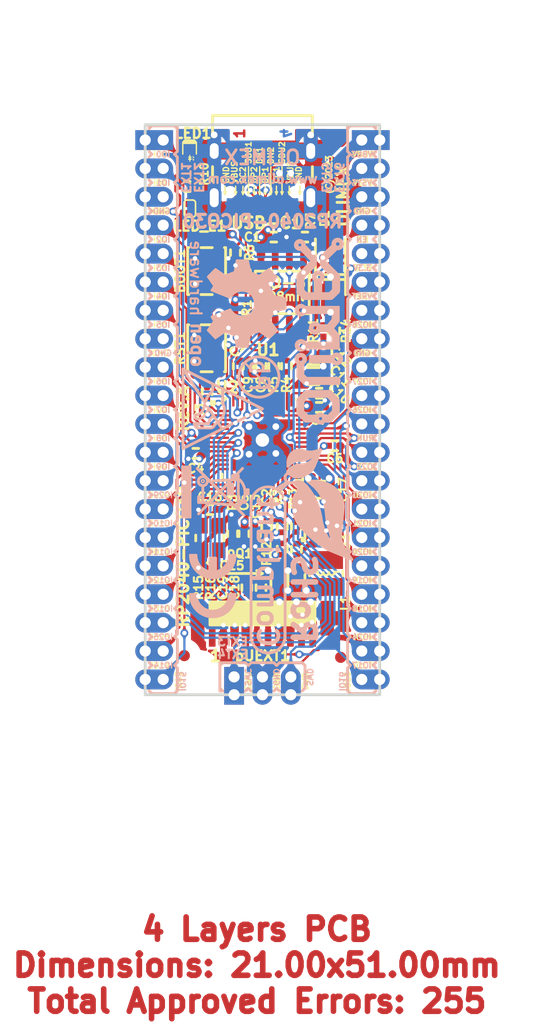
<source format=kicad_pcb>
(kicad_pcb (version 20171130) (host pcbnew 5.1.12-84ad8e8a86~92~ubuntu18.04.1)
  (title_block (title RP2040-PICO30) (date 2023-05-18) (rev A) (company "OLIMEX LTD.") (comment 1 https://www.olimex.com))
  (layers (0 F.Cu signal) (1 In1.Cu signal) (2 In2.Cu signal) (31 B.Cu signal) (34 B.Paste user hide) (35 F.Paste user hide) (36 B.SilkS user hide) (37 F.SilkS user) (38 B.Mask user) (39 F.Mask user hide) (44 Edge.Cuts user))
  (net 0 "")
  (net 1 GND)
  (net 2 "Net-(FID1-PadFid1)")
  (net 3 "Net-(FID2-PadFid1)")
  (net 4 "Net-(FID3-PadFid1)")
  (net 5 /USB_D-)
  (net 6 /USB_D+)
  (net 7 +3.3V)
  (net 8 /+1V1)
  (net 9 /~BOOTSEL)
  (net 10 /SWDIO)
  (net 11 /SWCLK)
  (net 12 "Net-(C15-Pad1)")
  (net 13 "Net-(C16-Pad1)")
  (net 14 "Net-(R7-Pad2)")
  (net 15 /RUN)
  (net 16 /ADC_AVDD)
  (net 17 VDD_SYS)
  (net 18 VBUS)
  (net 19 /GPIO13)
  (net 20 /GPIO25)
  (net 21 /GPIO15)
  (net 22 /GPIO14)
  (net 23 /GPIO11)
  (net 24 /GPIO12)
  (net 25 /GPIO10)
  (net 26 /GPIO29)
  (net 27 /GPIO8)
  (net 28 /GPIO9)
  (net 29 "/GPIO7\\SPI0_TX(MOSI)")
  (net 30 "/GPIO6\\SPI0_SCK(CLK)")
  (net 31 "/GPIO5\\SPI0_CSn(CS#)")
  (net 32 "/GPIO4\\SPI0_RX(MISO)")
  (net 33 /GPIO3)
  (net 34 /GPIO0\UART0_TX)
  (net 35 /GPIO1\UART0_RX)
  (net 36 /GPIO2)
  (net 37 /GPIO18)
  (net 38 /GPIO24)
  (net 39 /GPIO16\I2C0_SDA)
  (net 40 /GPIO17\I2C0_SCL)
  (net 41 /GPIO20)
  (net 42 /GPIO19)
  (net 43 /GPIO21)
  (net 44 /GPIO23)
  (net 45 /GPIO22)
  (net 46 /GPIO26)
  (net 47 /GPIO27)
  (net 48 /GPIO28)
  (net 49 /ADC_VREF)
  (net 50 /3V3_EN)
  (net 51 "Net-(LED1-Pad2)")
  (net 52 "Net-(LED_E1-Pad2)")
  (net 53 "Net-(USB-C1-PadB8)")
  (net 54 "Net-(USB-C1-PadA8)")
  (net 55 "Net-(L1-Pad1)")
  (net 56 "Net-(R3-Pad2)")
  (net 57 "Net-(R6-Pad2)")
  (net 58 "Net-(R12-Pad1)")
  (net 59 /D-)
  (net 60 /D+)
  (net 61 /CSn)
  (net 62 /IO3)
  (net 63 /CLK)
  (net 64 /IO0)
  (net 65 /IO2)
  (net 66 /IO1)
  (module OLIMEX_IC-FP:QFN56_7x7_Pitch_0.4mm (layer F.Cu) (at 150.495 92.71 270)
    (fp_text reference U2 (at -4.699 3.1496 180) (layer F.SilkS) (effects (font (size 1.016 1.016) (thickness 0.254))))
    (fp_text value "RP2040(QFN-56_7x7mm_P0.4mm)")
    (pad 56 smd rect (at -3.4375 2.6) (size 0.2 0.875) (layers F.Cu F.Paste F.Mask) (net 61 /CSn))
    (pad 55 smd rect (at -3.4375 2.2) (size 0.2 0.875) (layers F.Cu F.Paste F.Mask) (net 66 /IO1))
    (pad 54 smd rect (at -3.4375 1.8) (size 0.2 0.875) (layers F.Cu F.Paste F.Mask) (net 65 /IO2))
    (pad 53 smd rect (at -3.4375 1.4) (size 0.2 0.875) (layers F.Cu F.Paste F.Mask) (net 64 /IO0))
    (pad 52 smd rect (at -3.4375 1) (size 0.2 0.875) (layers F.Cu F.Paste F.Mask) (net 63 /CLK))
    (pad 51 smd rect (at -3.4375 0.6) (size 0.2 0.875) (layers F.Cu F.Paste F.Mask) (net 62 /IO3))
    (pad 50 smd rect (at -3.4375 0.2) (size 0.2 0.875) (layers F.Cu F.Paste F.Mask) (net 8 /+1V1))
    (pad 49 smd rect (at -3.4375 -0.2) (size 0.2 0.875) (layers F.Cu F.Paste F.Mask) (net 7 +3.3V))
    (pad 48 smd rect (at -3.4375 -0.6) (size 0.2 0.875) (layers F.Cu F.Paste F.Mask) (net 7 +3.3V))
    (pad 47 smd rect (at -3.4375 -1) (size 0.2 0.875) (layers F.Cu F.Paste F.Mask) (net 60 /D+))
    (pad 46 smd rect (at -3.4375 -1.4) (size 0.2 0.875) (layers F.Cu F.Paste F.Mask) (net 59 /D-))
    (pad 45 smd rect (at -3.4375 -1.8) (size 0.2 0.875) (layers F.Cu F.Paste F.Mask) (net 8 /+1V1))
    (pad 44 smd rect (at -3.4375 -2.2) (size 0.2 0.875) (layers F.Cu F.Paste F.Mask) (net 7 +3.3V))
    (pad 43 smd rect (at -3.4375 -2.6) (size 0.2 0.875) (layers F.Cu F.Paste F.Mask) (net 16 /ADC_AVDD))
    (pad 42 smd rect (at -2.6 -3.4375) (size 0.875 0.2) (layers F.Cu F.Paste F.Mask) (net 7 +3.3V))
    (pad 41 smd rect (at -2.2 -3.4375) (size 0.875 0.2) (layers F.Cu F.Paste F.Mask) (net 26 /GPIO29))
    (pad 40 smd rect (at -1.8 -3.4375) (size 0.875 0.2) (layers F.Cu F.Paste F.Mask) (net 48 /GPIO28))
    (pad 39 smd rect (at -1.4 -3.4375) (size 0.875 0.2) (layers F.Cu F.Paste F.Mask) (net 47 /GPIO27))
    (pad 38 smd rect (at -1 -3.4375) (size 0.875 0.2) (layers F.Cu F.Paste F.Mask) (net 46 /GPIO26))
    (pad 37 smd rect (at -0.6 -3.4375) (size 0.875 0.2) (layers F.Cu F.Paste F.Mask) (net 20 /GPIO25))
    (pad 36 smd rect (at -0.2 -3.4375) (size 0.875 0.2) (layers F.Cu F.Paste F.Mask) (net 38 /GPIO24))
    (pad 35 smd rect (at 0.2 -3.4375) (size 0.875 0.2) (layers F.Cu F.Paste F.Mask) (net 44 /GPIO23))
    (pad 34 smd rect (at 0.6 -3.4375) (size 0.875 0.2) (layers F.Cu F.Paste F.Mask) (net 45 /GPIO22))
    (pad 33 smd rect (at 1 -3.4375) (size 0.875 0.2) (layers F.Cu F.Paste F.Mask) (net 7 +3.3V))
    (pad 32 smd rect (at 1.4 -3.4375) (size 0.875 0.2) (layers F.Cu F.Paste F.Mask) (net 43 /GPIO21))
    (pad 31 smd rect (at 1.8 -3.4375) (size 0.875 0.2) (layers F.Cu F.Paste F.Mask) (net 41 /GPIO20))
    (pad 30 smd rect (at 2.2 -3.4375) (size 0.875 0.2) (layers F.Cu F.Paste F.Mask) (net 42 /GPIO19))
    (pad 29 smd rect (at 2.6 -3.4375) (size 0.875 0.2) (layers F.Cu F.Paste F.Mask) (net 37 /GPIO18))
    (pad 28 smd rect (at 3.4375 -2.6) (size 0.2 0.875) (layers F.Cu F.Paste F.Mask) (net 40 /GPIO17\I2C0_SCL))
    (pad 27 smd rect (at 3.4375 -2.2) (size 0.2 0.875) (layers F.Cu F.Paste F.Mask) (net 39 /GPIO16\I2C0_SDA))
    (pad 26 smd rect (at 3.4375 -1.8) (size 0.2 0.875) (layers F.Cu F.Paste F.Mask) (net 15 /RUN))
    (pad 25 smd rect (at 3.4375 -1.4) (size 0.2 0.875) (layers F.Cu F.Paste F.Mask) (net 10 /SWDIO))
    (pad 24 smd rect (at 3.4375 -1) (size 0.2 0.875) (layers F.Cu F.Paste F.Mask) (net 11 /SWCLK))
    (pad 23 smd rect (at 3.4375 -0.6) (size 0.2 0.875) (layers F.Cu F.Paste F.Mask) (net 8 /+1V1))
    (pad 22 smd rect (at 3.4375 -0.2) (size 0.2 0.875) (layers F.Cu F.Paste F.Mask) (net 7 +3.3V))
    (pad 21 smd rect (at 3.4375 0.2) (size 0.2 0.875) (layers F.Cu F.Paste F.Mask) (net 56 "Net-(R3-Pad2)"))
    (pad 20 smd rect (at 3.4375 0.6) (size 0.2 0.875) (layers F.Cu F.Paste F.Mask) (net 13 "Net-(C16-Pad1)"))
    (pad 19 smd rect (at 3.4375 1) (size 0.2 0.875) (layers F.Cu F.Paste F.Mask) (net 1 GND))
    (pad 18 smd rect (at 3.4375 1.4) (size 0.2 0.875) (layers F.Cu F.Paste F.Mask) (net 21 /GPIO15))
    (pad 17 smd rect (at 3.4375 1.8) (size 0.2 0.875) (layers F.Cu F.Paste F.Mask) (net 22 /GPIO14))
    (pad 16 smd rect (at 3.4375 2.2) (size 0.2 0.875) (layers F.Cu F.Paste F.Mask) (net 19 /GPIO13))
    (pad 15 smd rect (at 3.4375 2.6) (size 0.2 0.875) (layers F.Cu F.Paste F.Mask) (net 24 /GPIO12))
    (pad 14 smd rect (at 2.6 3.4375) (size 0.875 0.2) (layers F.Cu F.Paste F.Mask) (net 23 /GPIO11))
    (pad 13 smd rect (at 2.2 3.4375) (size 0.875 0.2) (layers F.Cu F.Paste F.Mask) (net 25 /GPIO10))
    (pad 12 smd rect (at 1.8 3.4375) (size 0.875 0.2) (layers F.Cu F.Paste F.Mask) (net 28 /GPIO9))
    (pad 11 smd rect (at 1.4 3.4375) (size 0.875 0.2) (layers F.Cu F.Paste F.Mask) (net 27 /GPIO8))
    (pad 10 smd rect (at 1 3.4375) (size 0.875 0.2) (layers F.Cu F.Paste F.Mask) (net 7 +3.3V))
    (pad 9 smd rect (at 0.6 3.4375) (size 0.875 0.2) (layers F.Cu F.Paste F.Mask) (net 29 "/GPIO7\\SPI0_TX(MOSI)"))
    (pad 8 smd rect (at 0.2 3.4375) (size 0.875 0.2) (layers F.Cu F.Paste F.Mask) (net 30 "/GPIO6\\SPI0_SCK(CLK)"))
    (pad 7 smd rect (at -0.2 3.4375) (size 0.875 0.2) (layers F.Cu F.Paste F.Mask) (net 31 "/GPIO5\\SPI0_CSn(CS#)"))
    (pad 6 smd rect (at -0.6 3.4375) (size 0.875 0.2) (layers F.Cu F.Paste F.Mask) (net 32 "/GPIO4\\SPI0_RX(MISO)"))
    (pad 5 smd rect (at -1 3.4375) (size 0.875 0.2) (layers F.Cu F.Paste F.Mask) (net 33 /GPIO3))
    (pad 4 smd rect (at -1.4 3.4375) (size 0.875 0.2) (layers F.Cu F.Paste F.Mask) (net 36 /GPIO2))
    (pad 3 smd rect (at -1.8 3.4375) (size 0.875 0.2) (layers F.Cu F.Paste F.Mask) (net 35 /GPIO1\UART0_RX))
    (pad 2 smd rect (at -2.2 3.4375) (size 0.875 0.2) (layers F.Cu F.Paste F.Mask) (net 34 /GPIO0\UART0_TX))
    (pad 1 smd rect (at -2.6 3.4375) (size 0.875 0.2) (layers F.Cu F.Paste F.Mask) (net 7 +3.3V))
    (pad 57 thru_hole circle (at 1.2 -1.2) (size 1 1) (drill 0.6) (layers *.Cu *.Mask) (net 1 GND))
    (pad 57 thru_hole circle (at 1.27 1.2) (size 1 1) (drill 0.6) (layers *.Cu *.Mask) (net 1 GND))
    (pad 57 thru_hole circle (at 0 0) (size 1.8 1.8) (drill 1.2) (layers *.Cu *.Mask) (net 1 GND))
    (pad 57 thru_hole circle (at -1.2 -1.2) (size 1 1) (drill 0.6) (layers *.Cu *.Mask) (net 1 GND))
    (pad 57 thru_hole circle (at -1.2 1.2) (size 1 1) (drill 0.6) (layers *.Cu *.Mask) (net 1 GND))
    (pad 57 smd rect (at 0 0) (size 3.2 3.2) (layers F.Cu F.Mask) (net 1 GND))
  )
  (module OLIMEX_Connectors-FP:BM10B-SRSS-TB (layer F.Cu) (at 150.5 109)
    (fp_text reference pUEXT1 (at -0.005 3.014) (layer F.SilkS) (effects (font (size 0.889 0.889) (thickness 0.22225))))
    (fp_text value SH1.0-10P-180D)
    (fp_text user 1 (at -4.196 3.022) (layer F.SilkS) (effects (font (size 1.016 1.016) (thickness 0.254))))
    (pad 1 smd rect (at -4.5 1.425) (size 0.6 1.55) (layers F.Cu F.Paste F.Mask) (net 7 +3.3V))
    (pad 2 smd rect (at -3.5 1.425) (size 0.6 1.55) (layers F.Cu F.Paste F.Mask) (net 1 GND))
    (pad 3 smd rect (at -2.5 1.425) (size 0.6 1.55) (layers F.Cu F.Paste F.Mask) (net 34 /GPIO0\UART0_TX))
    (pad 4 smd rect (at -1.5 1.425) (size 0.6 1.55) (layers F.Cu F.Paste F.Mask) (net 35 /GPIO1\UART0_RX))
    (pad 5 smd rect (at -0.5 1.425) (size 0.6 1.55) (layers F.Cu F.Paste F.Mask) (net 40 /GPIO17\I2C0_SCL))
    (pad 6 smd rect (at 0.5 1.425) (size 0.6 1.55) (layers F.Cu F.Paste F.Mask) (net 39 /GPIO16\I2C0_SDA))
    (pad 7 smd rect (at 1.5 1.425) (size 0.6 1.55) (layers F.Cu F.Paste F.Mask) (net 32 "/GPIO4\\SPI0_RX(MISO)"))
    (pad 8 smd rect (at 2.5 1.425) (size 0.6 1.55) (layers F.Cu F.Paste F.Mask) (net 29 "/GPIO7\\SPI0_TX(MOSI)"))
    (pad 9 smd rect (at 3.5 1.425) (size 0.6 1.55) (layers F.Cu F.Paste F.Mask) (net 30 "/GPIO6\\SPI0_SCK(CLK)"))
    (pad 10 smd rect (at 4.5 1.425) (size 0.6 1.55) (layers F.Cu F.Paste F.Mask) (net 31 "/GPIO5\\SPI0_CSn(CS#)"))
    (pad 0 smd rect (at -5.8 -0.35) (size 1.2 3.1) (layers F.Cu F.Paste F.Mask) (net 1 GND))
    (pad 0 smd rect (at 5.8 -0.35) (size 1.2 3.1) (layers F.Cu F.Paste F.Mask) (net 1 GND))
  )
  (module OLIMEX_Connectors-FP:HN1x20 (layer B.Cu) (at 141.61 90 270)
    (fp_text reference EXT2 (at -20.785 -3.17 270 unlocked) (layer B.SilkS) (effects (font (size 0.762 0.762) (thickness 0.1905)) (justify mirror)))
    (fp_text value "NA(HN1x20)")
    (pad 4 thru_hole circle (at -16.51 0 270) (size 1.778 1.778) (drill 1) (layers *.Cu *.Mask) (net 36 /GPIO2))
    (pad 3 thru_hole circle (at -19.05 0 270) (size 1.778 1.778) (drill 1) (layers *.Cu *.Mask) (net 1 GND))
    (pad 2 thru_hole circle (at -21.59 0 270) (size 1.778 1.778) (drill 1) (layers *.Cu *.Mask) (net 35 /GPIO1\UART0_RX))
    (pad 1 thru_hole rect (at -24.13 0 270) (size 1.778 1.778) (drill 1) (layers *.Cu *.Mask) (net 34 /GPIO0\UART0_TX))
    (pad 5 thru_hole circle (at -13.97 0 270) (size 1.778 1.778) (drill 1) (layers *.Cu *.Mask) (net 33 /GPIO3))
    (pad 6 thru_hole circle (at -11.43 0 270) (size 1.778 1.778) (drill 1) (layers *.Cu *.Mask) (net 32 "/GPIO4\\SPI0_RX(MISO)"))
    (pad 8 thru_hole circle (at -6.35 0 270) (size 1.778 1.778) (drill 1) (layers *.Cu *.Mask) (net 1 GND))
    (pad 7 thru_hole circle (at -8.89 0 270) (size 1.778 1.778) (drill 1) (layers *.Cu *.Mask) (net 31 "/GPIO5\\SPI0_CSn(CS#)"))
    (pad 9 thru_hole circle (at -3.81 0 270) (size 1.778 1.778) (drill 1) (layers *.Cu *.Mask) (net 30 "/GPIO6\\SPI0_SCK(CLK)"))
    (pad 10 thru_hole circle (at -1.27 0 270) (size 1.778 1.778) (drill 1) (layers *.Cu *.Mask) (net 29 "/GPIO7\\SPI0_TX(MOSI)"))
    (pad 12 thru_hole circle (at 3.81 0 270) (size 1.778 1.778) (drill 1) (layers *.Cu *.Mask) (net 28 /GPIO9))
    (pad 11 thru_hole circle (at 1.27 0 270) (size 1.778 1.778) (drill 1) (layers *.Cu *.Mask) (net 27 /GPIO8))
    (pad 13 thru_hole circle (at 6.35 0 270) (size 1.778 1.778) (drill 1) (layers *.Cu *.Mask) (net 26 /GPIO29))
    (pad 14 thru_hole circle (at 8.89 0 270) (size 1.778 1.778) (drill 1) (layers *.Cu *.Mask) (net 25 /GPIO10))
    (pad 16 thru_hole circle (at 13.97 0 270) (size 1.778 1.778) (drill 1) (layers *.Cu *.Mask) (net 24 /GPIO12))
    (pad 15 thru_hole circle (at 11.43 0 270) (size 1.778 1.778) (drill 1) (layers *.Cu *.Mask) (net 23 /GPIO11))
    (pad 19 thru_hole circle (at 21.59 0 270) (size 1.778 1.778) (drill 1) (layers *.Cu *.Mask) (net 22 /GPIO14))
    (pad 20 thru_hole circle (at 24.13 0 270) (size 1.778 1.778) (drill 1) (layers *.Cu *.Mask) (net 21 /GPIO15))
    (pad 18 thru_hole circle (at 19.05 0 270) (size 1.778 1.778) (drill 1) (layers *.Cu *.Mask) (net 20 /GPIO25))
    (pad 17 thru_hole circle (at 16.51 0 270) (size 1.778 1.778) (drill 1) (layers *.Cu *.Mask) (net 19 /GPIO13))
  )
  (module OLIMEX_Connectors-FP:HN1x20 (layer B.Cu) (at 159.39 90 270)
    (fp_text reference EXT5 (at -20.785 3.18 270 unlocked) (layer B.SilkS) (effects (font (size 0.762 0.762) (thickness 0.1905)) (justify mirror)))
    (fp_text value "NA(HN1x20)")
    (pad 4 thru_hole circle (at -16.51 0 270) (size 1.778 1.778) (drill 1) (layers *.Cu *.Mask) (net 50 /3V3_EN))
    (pad 3 thru_hole circle (at -19.05 0 270) (size 1.778 1.778) (drill 1) (layers *.Cu *.Mask) (net 1 GND))
    (pad 2 thru_hole circle (at -21.59 0 270) (size 1.778 1.778) (drill 1) (layers *.Cu *.Mask) (net 17 VDD_SYS))
    (pad 1 thru_hole rect (at -24.13 0 270) (size 1.778 1.778) (drill 1) (layers *.Cu *.Mask) (net 18 VBUS))
    (pad 5 thru_hole circle (at -13.97 0 270) (size 1.778 1.778) (drill 1) (layers *.Cu *.Mask) (net 7 +3.3V))
    (pad 6 thru_hole circle (at -11.43 0 270) (size 1.778 1.778) (drill 1) (layers *.Cu *.Mask) (net 49 /ADC_VREF))
    (pad 8 thru_hole circle (at -6.35 0 270) (size 1.778 1.778) (drill 1) (layers *.Cu *.Mask) (net 1 GND))
    (pad 7 thru_hole circle (at -8.89 0 270) (size 1.778 1.778) (drill 1) (layers *.Cu *.Mask) (net 48 /GPIO28))
    (pad 9 thru_hole circle (at -3.81 0 270) (size 1.778 1.778) (drill 1) (layers *.Cu *.Mask) (net 47 /GPIO27))
    (pad 10 thru_hole circle (at -1.27 0 270) (size 1.778 1.778) (drill 1) (layers *.Cu *.Mask) (net 46 /GPIO26))
    (pad 12 thru_hole circle (at 3.81 0 270) (size 1.778 1.778) (drill 1) (layers *.Cu *.Mask) (net 45 /GPIO22))
    (pad 11 thru_hole circle (at 1.27 0 270) (size 1.778 1.778) (drill 1) (layers *.Cu *.Mask) (net 15 /RUN))
    (pad 13 thru_hole circle (at 6.35 0 270) (size 1.778 1.778) (drill 1) (layers *.Cu *.Mask) (net 44 /GPIO23))
    (pad 14 thru_hole circle (at 8.89 0 270) (size 1.778 1.778) (drill 1) (layers *.Cu *.Mask) (net 43 /GPIO21))
    (pad 16 thru_hole circle (at 13.97 0 270) (size 1.778 1.778) (drill 1) (layers *.Cu *.Mask) (net 42 /GPIO19))
    (pad 15 thru_hole circle (at 11.43 0 270) (size 1.778 1.778) (drill 1) (layers *.Cu *.Mask) (net 41 /GPIO20))
    (pad 19 thru_hole circle (at 21.59 0 270) (size 1.778 1.778) (drill 1) (layers *.Cu *.Mask) (net 40 /GPIO17\I2C0_SCL))
    (pad 20 thru_hole circle (at 24.13 0 270) (size 1.778 1.778) (drill 1) (layers *.Cu *.Mask) (net 39 /GPIO16\I2C0_SDA))
    (pad 18 thru_hole circle (at 19.05 0 270) (size 1.778 1.778) (drill 1) (layers *.Cu *.Mask) (net 38 /GPIO24))
    (pad 17 thru_hole circle (at 16.51 0 270) (size 1.778 1.778) (drill 1) (layers *.Cu *.Mask) (net 37 /GPIO18))
  )
  (module OLIMEX_Connectors-FP:HN1x3 (layer B.Cu) (at 150.5 113.9)
    (fp_text reference EXT3 (at -2.672 -3.156) (layer B.SilkS) (effects (font (size 0.762 0.762) (thickness 0.1905)) (justify mirror)))
    (fp_text value "NA(HN1x3)")
    (pad 1 thru_hole rect (at -2.54 0) (size 1.778 1.778) (drill 1) (layers *.Cu *.Mask) (net 11 /SWCLK))
    (pad 2 thru_hole circle (at 0 0) (size 1.778 1.778) (drill 1) (layers *.Cu *.Mask) (net 1 GND))
    (pad 3 thru_hole circle (at 2.54 0) (size 1.778 1.778) (drill 1) (layers *.Cu *.Mask) (net 10 /SWDIO))
  )
  (module OLIMEX_Connectors-FP:HN1x3 (layer B.Cu) (at 150.5 115.5)
    (fp_text reference EXT4 (at -2.672 -3.613) (layer B.SilkS) (effects (font (size 0.762 0.762) (thickness 0.1905)) (justify mirror)))
    (fp_text value "NA(HN1x3)")
    (pad 3 thru_hole circle (at 2.54 0) (size 1.778 1.778) (drill 1) (layers *.Cu *.Mask) (net 10 /SWDIO))
    (pad 2 thru_hole circle (at 0 0) (size 1.778 1.778) (drill 1) (layers *.Cu *.Mask) (net 1 GND))
    (pad 1 thru_hole rect (at -2.54 0) (size 1.778 1.778) (drill 1) (layers *.Cu *.Mask) (net 11 /SWCLK))
  )
  (module OLIMEX_Connectors-FP:HN1x20 (layer B.Cu) (at 140 90 270)
    (fp_text reference EXT1 (at -20.785 -3.637 270 unlocked) (layer B.SilkS) (effects (font (size 0.762 0.762) (thickness 0.1905)) (justify mirror)))
    (fp_text value "NA(HN1x20)")
    (pad 17 thru_hole circle (at 16.51 0 270) (size 1.778 1.778) (drill 1) (layers *.Cu *.Mask) (net 19 /GPIO13))
    (pad 18 thru_hole circle (at 19.05 0 270) (size 1.778 1.778) (drill 1) (layers *.Cu *.Mask) (net 20 /GPIO25))
    (pad 20 thru_hole circle (at 24.13 0 270) (size 1.778 1.778) (drill 1) (layers *.Cu *.Mask) (net 21 /GPIO15))
    (pad 19 thru_hole circle (at 21.59 0 270) (size 1.778 1.778) (drill 1) (layers *.Cu *.Mask) (net 22 /GPIO14))
    (pad 15 thru_hole circle (at 11.43 0 270) (size 1.778 1.778) (drill 1) (layers *.Cu *.Mask) (net 23 /GPIO11))
    (pad 16 thru_hole circle (at 13.97 0 270) (size 1.778 1.778) (drill 1) (layers *.Cu *.Mask) (net 24 /GPIO12))
    (pad 14 thru_hole circle (at 8.89 0 270) (size 1.778 1.778) (drill 1) (layers *.Cu *.Mask) (net 25 /GPIO10))
    (pad 13 thru_hole circle (at 6.35 0 270) (size 1.778 1.778) (drill 1) (layers *.Cu *.Mask) (net 26 /GPIO29))
    (pad 11 thru_hole circle (at 1.27 0 270) (size 1.778 1.778) (drill 1) (layers *.Cu *.Mask) (net 27 /GPIO8))
    (pad 12 thru_hole circle (at 3.81 0 270) (size 1.778 1.778) (drill 1) (layers *.Cu *.Mask) (net 28 /GPIO9))
    (pad 10 thru_hole circle (at -1.27 0 270) (size 1.778 1.778) (drill 1) (layers *.Cu *.Mask) (net 29 "/GPIO7\\SPI0_TX(MOSI)"))
    (pad 9 thru_hole circle (at -3.81 0 270) (size 1.778 1.778) (drill 1) (layers *.Cu *.Mask) (net 30 "/GPIO6\\SPI0_SCK(CLK)"))
    (pad 7 thru_hole circle (at -8.89 0 270) (size 1.778 1.778) (drill 1) (layers *.Cu *.Mask) (net 31 "/GPIO5\\SPI0_CSn(CS#)"))
    (pad 8 thru_hole circle (at -6.35 0 270) (size 1.778 1.778) (drill 1) (layers *.Cu *.Mask) (net 1 GND))
    (pad 6 thru_hole circle (at -11.43 0 270) (size 1.778 1.778) (drill 1) (layers *.Cu *.Mask) (net 32 "/GPIO4\\SPI0_RX(MISO)"))
    (pad 5 thru_hole circle (at -13.97 0 270) (size 1.778 1.778) (drill 1) (layers *.Cu *.Mask) (net 33 /GPIO3))
    (pad 1 thru_hole rect (at -24.13 0 270) (size 1.778 1.778) (drill 1) (layers *.Cu *.Mask) (net 34 /GPIO0\UART0_TX))
    (pad 2 thru_hole circle (at -21.59 0 270) (size 1.778 1.778) (drill 1) (layers *.Cu *.Mask) (net 35 /GPIO1\UART0_RX))
    (pad 3 thru_hole circle (at -19.05 0 270) (size 1.778 1.778) (drill 1) (layers *.Cu *.Mask) (net 1 GND))
    (pad 4 thru_hole circle (at -16.51 0 270) (size 1.778 1.778) (drill 1) (layers *.Cu *.Mask) (net 36 /GPIO2))
  )
  (module OLIMEX_Connectors-FP:HN1x20 (layer B.Cu) (at 161 90 270)
    (fp_text reference EXT6 (at -20.785 3.647 270 unlocked) (layer B.SilkS) (effects (font (size 0.762 0.762) (thickness 0.1905)) (justify mirror)))
    (fp_text value "NA(HN1x20)")
    (pad 4 thru_hole circle (at -16.51 0 270) (size 1.778 1.778) (drill 1) (layers *.Cu *.Mask) (net 50 /3V3_EN))
    (pad 3 thru_hole circle (at -19.05 0 270) (size 1.778 1.778) (drill 1) (layers *.Cu *.Mask) (net 1 GND))
    (pad 2 thru_hole circle (at -21.59 0 270) (size 1.778 1.778) (drill 1) (layers *.Cu *.Mask) (net 17 VDD_SYS))
    (pad 1 thru_hole rect (at -24.13 0 270) (size 1.778 1.778) (drill 1) (layers *.Cu *.Mask) (net 18 VBUS))
    (pad 5 thru_hole circle (at -13.97 0 270) (size 1.778 1.778) (drill 1) (layers *.Cu *.Mask) (net 7 +3.3V))
    (pad 6 thru_hole circle (at -11.43 0 270) (size 1.778 1.778) (drill 1) (layers *.Cu *.Mask) (net 49 /ADC_VREF))
    (pad 8 thru_hole circle (at -6.35 0 270) (size 1.778 1.778) (drill 1) (layers *.Cu *.Mask) (net 1 GND))
    (pad 7 thru_hole circle (at -8.89 0 270) (size 1.778 1.778) (drill 1) (layers *.Cu *.Mask) (net 48 /GPIO28))
    (pad 9 thru_hole circle (at -3.81 0 270) (size 1.778 1.778) (drill 1) (layers *.Cu *.Mask) (net 47 /GPIO27))
    (pad 10 thru_hole circle (at -1.27 0 270) (size 1.778 1.778) (drill 1) (layers *.Cu *.Mask) (net 46 /GPIO26))
    (pad 12 thru_hole circle (at 3.81 0 270) (size 1.778 1.778) (drill 1) (layers *.Cu *.Mask) (net 45 /GPIO22))
    (pad 11 thru_hole circle (at 1.27 0 270) (size 1.778 1.778) (drill 1) (layers *.Cu *.Mask) (net 15 /RUN))
    (pad 13 thru_hole circle (at 6.35 0 270) (size 1.778 1.778) (drill 1) (layers *.Cu *.Mask) (net 44 /GPIO23))
    (pad 14 thru_hole circle (at 8.89 0 270) (size 1.778 1.778) (drill 1) (layers *.Cu *.Mask) (net 43 /GPIO21))
    (pad 16 thru_hole circle (at 13.97 0 270) (size 1.778 1.778) (drill 1) (layers *.Cu *.Mask) (net 42 /GPIO19))
    (pad 15 thru_hole circle (at 11.43 0 270) (size 1.778 1.778) (drill 1) (layers *.Cu *.Mask) (net 41 /GPIO20))
    (pad 19 thru_hole circle (at 21.59 0 270) (size 1.778 1.778) (drill 1) (layers *.Cu *.Mask) (net 40 /GPIO17\I2C0_SCL))
    (pad 20 thru_hole circle (at 24.13 0 270) (size 1.778 1.778) (drill 1) (layers *.Cu *.Mask) (net 39 /GPIO16\I2C0_SDA))
    (pad 18 thru_hole circle (at 19.05 0 270) (size 1.778 1.778) (drill 1) (layers *.Cu *.Mask) (net 38 /GPIO24))
    (pad 17 thru_hole circle (at 16.51 0 270) (size 1.778 1.778) (drill 1) (layers *.Cu *.Mask) (net 37 /GPIO18))
  )
  (module "OLIMEX_Connectors-FP:USB2.0_TYPE-C(A40-00119-A52-12)" (layer F.Cu) (at 150.5 68 90)
    (fp_text reference USB-C1 (at -5.279 0.376) (layer F.SilkS) (effects (font (size 1.016 1.016) (thickness 0.254))))
    (fp_text value "USB-C-16P-F(A40-00119-A52-12)")
    (fp_text user GND (at -1 3.25 90) (layer F.SilkS) (effects (font (size 0.508 0.508) (thickness 0.127))))
    (fp_text user VBUS (at -0.75 2.5 90) (layer F.SilkS) (effects (font (size 0.508 0.508) (thickness 0.127))))
    (fp_text user SBU2 (at 1 1.75 90) (layer F.SilkS) (effects (font (size 0.508 0.508) (thickness 0.127))))
    (fp_text user CC1 (at -1 1.25 90) (layer F.SilkS) (effects (font (size 0.508 0.508) (thickness 0.127))))
    (fp_text user DN2 (at 0.75 0.75 90) (layer F.SilkS) (effects (font (size 0.508 0.508) (thickness 0.127))))
    (fp_text user DP1 (at -1 0.25 90) (layer F.SilkS) (effects (font (size 0.508 0.508) (thickness 0.127))))
    (fp_text user DN1 (at 0.75 -0.25 90) (layer F.SilkS) (effects (font (size 0.508 0.508) (thickness 0.127))))
    (fp_text user DP2 (at -1 -0.75 90) (layer F.SilkS) (effects (font (size 0.508 0.508) (thickness 0.127))))
    (fp_text user SBU1 (at 1 -1.25 90) (layer F.SilkS) (effects (font (size 0.508 0.508) (thickness 0.127))))
    (fp_text user CC2 (at -1 -1.75 90) (layer F.SilkS) (effects (font (size 0.508 0.508) (thickness 0.127))))
    (fp_text user VBUS (at -0.75 -2.5 90) (layer F.SilkS) (effects (font (size 0.508 0.508) (thickness 0.127))))
    (fp_text user GND (at -1 -3.25 90) (layer F.SilkS) (effects (font (size 0.508 0.508) (thickness 0.127))))
    (pad A12 smd rect (at -3.932 -3.325 180) (size 0.3 1.15) (layers F.Cu F.Paste F.Mask) (net 1 GND))
    (pad A1 smd rect (at -3.932 3.325 180) (size 0.3 1.15) (layers F.Cu F.Paste F.Mask) (net 1 GND))
    (pad B1 smd rect (at -3.932 -3.075 180) (size 0.3 1.15) (layers F.Cu F.Paste F.Mask) (net 1 GND))
    (pad B12 smd rect (at -3.932 3.075 180) (size 0.3 1.15) (layers F.Cu F.Paste F.Mask) (net 1 GND))
    (pad A9 smd rect (at -3.932 -2.525 180) (size 0.3 1.15) (layers F.Cu F.Paste F.Mask) (net 18 VBUS))
    (pad A4 smd rect (at -3.932 2.525 180) (size 0.3 1.15) (layers F.Cu F.Paste F.Mask) (net 18 VBUS))
    (pad B4 smd rect (at -3.932 -2.275 180) (size 0.3 1.15) (layers F.Cu F.Paste F.Mask) (net 18 VBUS))
    (pad B9 smd rect (at -3.932 2.275 180) (size 0.3 1.15) (layers F.Cu F.Paste F.Mask) (net 18 VBUS))
    (pad 0 thru_hole oval (at -3.03 4.32 180) (size 1.2 2.2) (drill oval 0.8 1.7) (layers *.Cu *.Mask) (net 1 GND))
    (pad "" np_thru_hole circle (at -2.53 2.89 180) (size 0.6 0.6) (drill 0.6) (layers *.Cu *.Mask))
    (pad 0 thru_hole oval (at 1.15 4.32 180) (size 1.3 2) (drill oval 0.8 1.4) (layers *.Cu *.Mask) (net 1 GND))
    (pad 0 thru_hole oval (at 1.15 -4.32 180) (size 1.3 2) (drill oval 0.8 1.4) (layers *.Cu *.Mask) (net 1 GND))
    (pad 0 thru_hole oval (at -3.03 -4.32 180) (size 1.2 2.2) (drill oval 0.8 1.7) (layers *.Cu *.Mask) (net 1 GND))
    (pad A6 smd rect (at -3.932 0.25 180) (size 0.25 1.15) (layers F.Cu F.Paste F.Mask) (net 6 /USB_D+))
    (pad B6 smd rect (at -3.932 -0.75 180) (size 0.25 1.15) (layers F.Cu F.Paste F.Mask) (net 6 /USB_D+))
    (pad A8 smd rect (at -3.932 -1.25 180) (size 0.25 1.15) (layers F.Cu F.Paste F.Mask) (net 54 "Net-(USB-C1-PadA8)"))
    (pad A7 smd rect (at -3.932 -0.25 180) (size 0.25 1.15) (layers F.Cu F.Paste F.Mask) (net 5 /USB_D-))
    (pad B5 smd rect (at -3.932 -1.75 180) (size 0.25 1.15) (layers F.Cu F.Paste F.Mask) (net 57 "Net-(R6-Pad2)"))
    (pad B7 smd rect (at -3.932 0.75 180) (size 0.25 1.15) (layers F.Cu F.Paste F.Mask) (net 5 /USB_D-))
    (pad A5 smd rect (at -3.932 1.25 180) (size 0.25 1.15) (layers F.Cu F.Paste F.Mask) (net 14 "Net-(R7-Pad2)"))
    (pad B8 smd rect (at -3.932 1.75 180) (size 0.25 1.15) (layers F.Cu F.Paste F.Mask) (net 53 "Net-(USB-C1-PadB8)"))
    (pad "" np_thru_hole circle (at -2.53 -2.89 180) (size 0.6 0.6) (drill 0.6) (layers *.Cu *.Mask))
    (pad 0 connect rect (at -3.03 4.9276 180) (size 1.1 2.2) (layers F.Cu F.Mask) (net 1 GND))
    (pad 0 connect rect (at 1.15 4.9276 180) (size 1.1 2) (layers F.Cu F.Mask) (net 1 GND))
    (pad 0 connect rect (at -3.03 -4.9276 180) (size 1.1 2.2) (layers F.Cu F.Mask) (net 1 GND))
    (pad 0 connect rect (at 1.15 -4.9276 180) (size 1.1 2) (layers F.Cu F.Mask) (net 1 GND))
  )
  (module OLIMEX_LEDs-FP:LED_0603_KA (layer F.Cu) (at 144 67.5 270)
    (fp_text reference LED1 (at -2.222 -0.272 180) (layer F.SilkS) (effects (font (size 0.889 0.889) (thickness 0.22225))))
    (fp_text value LED/GREEN/0603)
    (pad 2 smd rect (at 0.762 0 90) (size 0.8 0.8) (layers F.Cu F.Paste F.Mask) (net 51 "Net-(LED1-Pad2)"))
    (pad 1 smd rect (at -0.762 0 90) (size 0.8 0.8) (layers F.Cu F.Paste F.Mask) (net 1 GND))
  )
  (module OLIMEX_Signs-FP:Sign_RoHS_1 (layer B.Cu) (at 150.114 110.744 90)
    (fp_text reference Sign_RoHS hide)
    (fp_text value Sign_RoHS hide)
    (fp_text user Compliant (at 6.20014 0.8382 270 unlocked) (layer B.SilkS) (effects (font (size 1.778 1.778) (thickness 0.35)) (justify mirror)))
    (fp_text user RoHS (at 3.81508 4.04368 270 unlocked) (layer B.SilkS) (effects (font (size 2 2) (thickness 0.5)) (justify mirror)))
  )
  (module OLIMEX_Signs-FP:Sign_RecycleBin_1 (layer B.Cu) (at 143.256 99.695 90)
    (fp_text reference Sign_RecycleBin hide)
    (fp_text value Sign_RecycleBin hide)
  )
  (module OLIMEX_Signs-FP:Sign_PB-Free (layer B.Cu) (at 149.86 86.868 90)
    (fp_text reference Sign_PB-Free)
    (fp_text value Sign_PB-Free)
    (fp_text user Pb (at -0.08636 0.33528 270 unlocked) (layer B.SilkS) (effects (font (size 1.7 1.5) (thickness 0.254)) (justify mirror)))
  )
  (module OLIMEX_Signs-FP:Sign_OSHW_8x8 (layer B.Cu) (at 148.59 80.518 90)
    (fp_text reference Sign_OSHW_8x8 hide)
    (fp_text value Sign_OSHW_8x8 hide)
    (fp_text user open (at -3.683 -3.937 270 unlocked) (layer B.SilkS) (effects (font (size 1.1 1.1) (thickness 0.254)) (justify mirror)))
    (fp_text user hardware (at 2.286 -4.064 270 unlocked) (layer B.SilkS) (effects (font (thickness 0.18)) (justify mirror)))
  )
  (module OLIMEX_Signs-FP:Sign_Antistatic (layer B.Cu) (at 143.383 93.472 90)
    (fp_text reference Sign_Antistatic hide)
    (fp_text value Sign_Antistatic hide)
  )
  (module OLIMEX_Signs-FP:Logo_OLIMEX_TB (layer B.Cu) (at 155.575 82.804 90)
    (fp_text reference Logo_OLIMEX_TB-Bottom hide)
    (fp_text value Logo_OLIMEX_TB hide)
  )
  (module OLIMEX_Signs-FP:CE_Sign (layer B.Cu) (at 146.05 104.775 90)
    (fp_text reference Sign_CE hide)
    (fp_text value CE_Sign hide)
  )
  (module OLIMEX_RLC-FP:C_0603_5MIL_DWS (layer F.Cu) (at 155.575 97.155 180)
    (fp_text reference C17 (at -2.159 0 90) (layer F.SilkS) (effects (font (size 0.762 0.762) (thickness 0.1905))))
    (fp_text value 22uF/6.3V/20%/X5R/C0603)
    (pad 2 smd rect (at 0.889 0 180) (size 1.016 1.016) (layers F.Cu F.Paste F.Mask) (net 1 GND) (clearance 0.0508))
    (pad 1 smd rect (at -0.889 0 180) (size 1.016 1.016) (layers F.Cu F.Paste F.Mask) (net 17 VDD_SYS) (clearance 0.0508))
  )
  (module OLIMEX_RLC-FP:C_0603_5MIL_DWS (layer F.Cu) (at 153.543 105.259 90)
    (fp_text reference C18 (at -0.659 -5.5245 270) (layer F.SilkS) (effects (font (size 0.762 0.762) (thickness 0.1905))))
    (fp_text value 22uF/6.3V/20%/X5R/C0603)
    (pad 2 smd rect (at 0.889 0 90) (size 1.016 1.016) (layers F.Cu F.Paste F.Mask) (net 1 GND) (clearance 0.0508))
    (pad 1 smd rect (at -0.889 0 90) (size 1.016 1.016) (layers F.Cu F.Paste F.Mask) (net 7 +3.3V) (clearance 0.0508))
  )
  (module OLIMEX_RLC-FP:C_0603_5MIL_DWS (layer F.Cu) (at 152.019 105.259 90)
    (fp_text reference C19 (at -0.659 -5.08 270) (layer F.SilkS) (effects (font (size 0.762 0.762) (thickness 0.1905))))
    (fp_text value 22uF/6.3V/20%/X5R/C0603)
    (pad 2 smd rect (at 0.889 0 90) (size 1.016 1.016) (layers F.Cu F.Paste F.Mask) (net 1 GND) (clearance 0.0508))
    (pad 1 smd rect (at -0.889 0 90) (size 1.016 1.016) (layers F.Cu F.Paste F.Mask) (net 7 +3.3V) (clearance 0.0508))
  )
  (module OLIMEX_Other-FP:Fiducial1x3 (layer F.Cu) (at 143.5 112)
    (fp_text reference FID1 hide)
    (fp_text value Fiducial hide)
    (pad Fid1 connect circle (at 0 0) (size 1 1) (layers F.Cu F.Mask) (net 2 "Net-(FID1-PadFid1)") (clearance 1.016))
  )
  (module OLIMEX_RLC-FP:CD32 (layer F.Cu) (at 156.21 104.648 270)
    (fp_text reference L1 (at 2.667 -1.7145 270) (layer F.SilkS) (effects (font (size 0.762 0.762) (thickness 0.1905))))
    (fp_text value "2.2uH/1.5A/DCR=58mR/20%/3.00x3.00x1.50mm/CD32(NRS3015T2R2MNGH)")
    (pad 2 smd rect (at 1.2 0 90) (size 1.6 3) (layers F.Cu F.Paste F.Mask) (net 7 +3.3V) (clearance 0.0508))
    (pad 1 smd rect (at -1.2 0 90) (size 1.6 3) (layers F.Cu F.Paste F.Mask) (net 55 "Net-(L1-Pad1)") (clearance 0.0508))
  )
  (module OLIMEX_RLC-FP:R_0402_5MIL_DWS (layer F.Cu) (at 152.273 102.465 270)
    (fp_text reference R12 (at 0.405 1.397 270) (layer F.SilkS) (effects (font (size 0.762 0.762) (thickness 0.1905))))
    (fp_text value 220k/R0402)
    (pad 2 smd rect (at 0.508 0 270) (size 0.5 0.55) (layers F.Cu F.Paste F.Mask) (net 7 +3.3V))
    (pad 1 smd rect (at -0.508 0 90) (size 0.5 0.55) (layers F.Cu F.Paste F.Mask) (net 58 "Net-(R12-Pad1)"))
  )
  (module OLIMEX_RLC-FP:R_0402_5MIL_DWS (layer F.Cu) (at 153.543 100.433 90)
    (fp_text reference R13 (at 2.4652 -0.3048 270) (layer F.SilkS) (effects (font (size 0.635 0.635) (thickness 0.15875))))
    (fp_text value 49.9k/1%/R0402)
    (pad 2 smd rect (at 0.508 0 90) (size 0.5 0.55) (layers F.Cu F.Paste F.Mask) (net 1 GND))
    (pad 1 smd rect (at -0.508 0 270) (size 0.5 0.55) (layers F.Cu F.Paste F.Mask) (net 58 "Net-(R12-Pad1)"))
  )
  (module OLIMEX_RLC-FP:R_0402_5MIL_DWS (layer F.Cu) (at 149.098 105.918 270)
    (fp_text reference R15 (at 0 4.318 90) (layer F.SilkS) (effects (font (size 0.762 0.762) (thickness 0.1905))))
    (fp_text value "NA(2.2k/R0402)")
    (pad 2 smd rect (at 0.508 0 270) (size 0.5 0.55) (layers F.Cu F.Paste F.Mask) (net 40 /GPIO17\I2C0_SCL))
    (pad 1 smd rect (at -0.508 0 90) (size 0.5 0.55) (layers F.Cu F.Paste F.Mask) (net 7 +3.3V))
  )
  (module OLIMEX_RLC-FP:R_0402_5MIL_DWS (layer F.Cu) (at 150.368 105.918 270)
    (fp_text reference R16 (at 0 4.5085 90) (layer F.SilkS) (effects (font (size 0.762 0.762) (thickness 0.1905))))
    (fp_text value "NA(2.2k/R0402)")
    (pad 2 smd rect (at 0.508 0 270) (size 0.5 0.55) (layers F.Cu F.Paste F.Mask) (net 39 /GPIO16\I2C0_SDA))
    (pad 1 smd rect (at -0.508 0 90) (size 0.5 0.55) (layers F.Cu F.Paste F.Mask) (net 7 +3.3V))
  )
  (module OLIMEX_Regulators-FP:SOT-23-5 (layer F.Cu) (at 156.083 100.33 270)
    (fp_text reference U3 (at 1.524 -1.8415 270) (layer F.SilkS) (effects (font (size 0.762 0.762) (thickness 0.1905))))
    (fp_text value "SY8089AAAC(SOT23-5)")
    (pad 1 smd rect (at 1.3 0.95 270) (size 1.2 0.55) (layers F.Cu F.Paste F.Mask) (net 50 /3V3_EN) (clearance 0.0508))
    (pad 2 smd rect (at 1.3 0 270) (size 1.2 0.55) (layers F.Cu F.Paste F.Mask) (net 1 GND) (clearance 0.0508))
    (pad 3 smd rect (at 1.3 -0.95 270) (size 1.2 0.55) (layers F.Cu F.Paste F.Mask) (net 55 "Net-(L1-Pad1)") (clearance 0.0508))
    (pad 5 smd rect (at -1.3 0.95 270) (size 1.2 0.55) (layers F.Cu F.Paste F.Mask) (net 58 "Net-(R12-Pad1)") (clearance 0.0508))
    (pad 4 smd rect (at -1.3 -0.95 270) (size 1.2 0.55) (layers F.Cu F.Paste F.Mask) (net 17 VDD_SYS) (clearance 0.0508))
  )
  (module OLIMEX_RLC-FP:C_0402_5MIL_DWS (layer F.Cu) (at 151.511 74.549 180)
    (fp_text reference C1 (at 1.905 0 180) (layer F.SilkS) (effects (font (size 0.762 0.762) (thickness 0.1905))))
    (fp_text value 100nF/10V/10%/X7R/C0402)
    (pad 2 smd rect (at 0.508 0 180) (size 0.5 0.55) (layers F.Cu F.Paste F.Mask) (net 7 +3.3V))
    (pad 1 smd rect (at -0.508 0) (size 0.5 0.55) (layers F.Cu F.Paste F.Mask) (net 1 GND))
  )
  (module OLIMEX_RLC-FP:C_0402_5MIL_DWS (layer F.Cu) (at 150.876 100.457 270)
    (fp_text reference C2 (at -2.667 0 90) (layer F.SilkS) (effects (font (size 0.762 0.762) (thickness 0.1905))))
    (fp_text value 100nF/10V/10%/X7R/C0402)
    (pad 2 smd rect (at 0.508 0 270) (size 0.5 0.55) (layers F.Cu F.Paste F.Mask) (net 1 GND))
    (pad 1 smd rect (at -0.508 0 90) (size 0.5 0.55) (layers F.Cu F.Paste F.Mask) (net 15 /RUN))
  )
  (module OLIMEX_RLC-FP:C_0402_5MIL_DWS (layer F.Cu) (at 145.542 88.392 90)
    (fp_text reference C3 (at -1.778 -0.635 270) (layer F.SilkS) (effects (font (size 0.762 0.762) (thickness 0.1905))))
    (fp_text value 100nF/10V/10%/X7R/C0402)
    (pad 2 smd rect (at 0.508 0 90) (size 0.5 0.55) (layers F.Cu F.Paste F.Mask) (net 1 GND))
    (pad 1 smd rect (at -0.508 0 270) (size 0.5 0.55) (layers F.Cu F.Paste F.Mask) (net 7 +3.3V))
  )
  (module OLIMEX_RLC-FP:C_0402_5MIL_DWS (layer F.Cu) (at 144.526 93.9038 180)
    (fp_text reference C4 (at 0 -1.3462 180) (layer F.SilkS) (effects (font (size 0.762 0.762) (thickness 0.1905))))
    (fp_text value 100nF/10V/10%/X7R/C0402)
    (pad 2 smd rect (at 0.508 0 180) (size 0.5 0.55) (layers F.Cu F.Paste F.Mask) (net 1 GND))
    (pad 1 smd rect (at -0.508 0) (size 0.5 0.55) (layers F.Cu F.Paste F.Mask) (net 7 +3.3V))
  )
  (module OLIMEX_RLC-FP:C_0402_5MIL_DWS (layer F.Cu) (at 148.844 101.092 270)
    (fp_text reference C5 (at -2.794 0 90) (layer F.SilkS) (effects (font (size 0.762 0.762) (thickness 0.1905))))
    (fp_text value 100nF/10V/10%/X7R/C0402)
    (pad 2 smd rect (at 0.508 0 270) (size 0.5 0.55) (layers F.Cu F.Paste F.Mask) (net 1 GND))
    (pad 1 smd rect (at -0.508 0 90) (size 0.5 0.55) (layers F.Cu F.Paste F.Mask) (net 7 +3.3V))
  )
  (module OLIMEX_RLC-FP:C_0402_5MIL_DWS (layer F.Cu) (at 156.972 93.218)
    (fp_text reference C6 (at 0 1.143) (layer F.SilkS) (effects (font (size 0.762 0.762) (thickness 0.1905))))
    (fp_text value 100nF/10V/10%/X7R/C0402)
    (pad 2 smd rect (at 0.508 0) (size 0.5 0.55) (layers F.Cu F.Paste F.Mask) (net 1 GND))
    (pad 1 smd rect (at -0.508 0 180) (size 0.5 0.55) (layers F.Cu F.Paste F.Mask) (net 7 +3.3V))
  )
  (module OLIMEX_RLC-FP:C_0402_5MIL_DWS (layer F.Cu) (at 155.575 89.789)
    (fp_text reference C7 (at 0 1.143) (layer F.SilkS) (effects (font (size 0.762 0.762) (thickness 0.1905))))
    (fp_text value 100nF/10V/10%/X7R/C0402)
    (pad 2 smd rect (at 0.508 0) (size 0.5 0.55) (layers F.Cu F.Paste F.Mask) (net 1 GND))
    (pad 1 smd rect (at -0.508 0 180) (size 0.5 0.55) (layers F.Cu F.Paste F.Mask) (net 7 +3.3V))
  )
  (module OLIMEX_RLC-FP:C_0402_5MIL_DWS (layer F.Cu) (at 150.368 86.106 90)
    (fp_text reference C8 (at -1.651 0 90) (layer F.SilkS) (effects (font (size 0.762 0.762) (thickness 0.1905))))
    (fp_text value 100nF/10V/10%/X7R/C0402)
    (pad 2 smd rect (at 0.508 0 90) (size 0.5 0.55) (layers F.Cu F.Paste F.Mask) (net 1 GND))
    (pad 1 smd rect (at -0.508 0 270) (size 0.5 0.55) (layers F.Cu F.Paste F.Mask) (net 7 +3.3V))
  )
  (module OLIMEX_RLC-FP:C_0402_5MIL_DWS (layer F.Cu) (at 149.225 86.106 90)
    (fp_text reference C9 (at -1.651 0 90) (layer F.SilkS) (effects (font (size 0.762 0.762) (thickness 0.1905))))
    (fp_text value 100nF/10V/10%/X7R/C0402)
    (pad 2 smd rect (at 0.508 0 90) (size 0.5 0.55) (layers F.Cu F.Paste F.Mask) (net 1 GND))
    (pad 1 smd rect (at -0.508 0 270) (size 0.5 0.55) (layers F.Cu F.Paste F.Mask) (net 7 +3.3V))
  )
  (module OLIMEX_RLC-FP:C_0402_5MIL_DWS (layer F.Cu) (at 155.575 88.519)
    (fp_text reference C10 (at 1.778 0 315) (layer F.SilkS) (effects (font (size 0.762 0.762) (thickness 0.1905))))
    (fp_text value 100nF/10V/10%/X7R/C0402)
    (pad 2 smd rect (at 0.508 0) (size 0.5 0.55) (layers F.Cu F.Paste F.Mask) (net 1 GND))
    (pad 1 smd rect (at -0.508 0 180) (size 0.5 0.55) (layers F.Cu F.Paste F.Mask) (net 16 /ADC_AVDD))
  )
  (module OLIMEX_RLC-FP:C_0603_5MIL_DWS (layer F.Cu) (at 155.067 86.995)
    (fp_text reference C11 (at 2.413 0 135) (layer F.SilkS) (effects (font (size 0.762 0.762) (thickness 0.1905))))
    (fp_text value 1uF/10V/20%/X5R/C0603)
    (pad 2 smd rect (at 0.889 0) (size 1.016 1.016) (layers F.Cu F.Paste F.Mask) (net 1 GND) (clearance 0.0508))
    (pad 1 smd rect (at -0.889 0) (size 1.016 1.016) (layers F.Cu F.Paste F.Mask) (net 7 +3.3V) (clearance 0.0508))
  )
  (module OLIMEX_RLC-FP:C_0603_5MIL_DWS (layer F.Cu) (at 155.067 85.217)
    (fp_text reference C12 (at 2.413 0 135) (layer F.SilkS) (effects (font (size 0.762 0.762) (thickness 0.1905))))
    (fp_text value 1uF/10V/20%/X5R/C0603)
    (pad 2 smd rect (at 0.889 0) (size 1.016 1.016) (layers F.Cu F.Paste F.Mask) (net 1 GND) (clearance 0.0508))
    (pad 1 smd rect (at -0.889 0) (size 1.016 1.016) (layers F.Cu F.Paste F.Mask) (net 8 /+1V1) (clearance 0.0508))
  )
  (module OLIMEX_RLC-FP:C_0402_5MIL_DWS (layer F.Cu) (at 149.86 101.092 270)
    (fp_text reference C13 (at -2.4384 0 90) (layer F.SilkS) (effects (font (size 0.762 0.762) (thickness 0.1905))))
    (fp_text value 100nF/10V/10%/X7R/C0402)
    (pad 2 smd rect (at 0.508 0 270) (size 0.5 0.55) (layers F.Cu F.Paste F.Mask) (net 1 GND))
    (pad 1 smd rect (at -0.508 0 90) (size 0.5 0.55) (layers F.Cu F.Paste F.Mask) (net 8 /+1V1))
  )
  (module OLIMEX_RLC-FP:C_0402_5MIL_DWS (layer F.Cu) (at 148.336 86.106 90)
    (fp_text reference C14 (at 1.778 0.127 225) (layer F.SilkS) (effects (font (size 0.762 0.762) (thickness 0.1905))))
    (fp_text value 100nF/10V/10%/X7R/C0402)
    (pad 2 smd rect (at 0.508 0 90) (size 0.5 0.55) (layers F.Cu F.Paste F.Mask) (net 1 GND))
    (pad 1 smd rect (at -0.508 0 270) (size 0.5 0.55) (layers F.Cu F.Paste F.Mask) (net 8 /+1V1))
  )
  (module OLIMEX_RLC-FP:C_0402_5MIL_DWS (layer F.Cu) (at 145.796 104.14 180)
    (fp_text reference C15 (at -1.9685 0.1905 180) (layer F.SilkS) (effects (font (size 0.762 0.762) (thickness 0.1905))))
    (fp_text value 27pF/50V/5%/C0G/C0402)
    (pad 2 smd rect (at 0.508 0 180) (size 0.5 0.55) (layers F.Cu F.Paste F.Mask) (net 1 GND))
    (pad 1 smd rect (at -0.508 0) (size 0.5 0.55) (layers F.Cu F.Paste F.Mask) (net 12 "Net-(C15-Pad1)"))
  )
  (module OLIMEX_RLC-FP:C_0402_5MIL_DWS (layer F.Cu) (at 145.796 98.933 180)
    (fp_text reference C16 (at 0 1.143) (layer F.SilkS) (effects (font (size 0.762 0.762) (thickness 0.1905))))
    (fp_text value 27pF/50V/5%/C0G/C0402)
    (pad 2 smd rect (at 0.508 0 180) (size 0.5 0.55) (layers F.Cu F.Paste F.Mask) (net 1 GND))
    (pad 1 smd rect (at -0.508 0) (size 0.5 0.55) (layers F.Cu F.Paste F.Mask) (net 13 "Net-(C16-Pad1)"))
  )
  (module OLIMEX_Diodes-FP:SMA-KA (layer F.Cu) (at 156.591 77.216 90)
    (fp_text reference D1 (at 4.318 -0.508 90) (layer F.SilkS) (effects (font (size 0.762 0.762) (thickness 0.1905))))
    (fp_text value 1N5822/SS34/SMA)
    (pad 2 smd rect (at 2.373 0 90) (size 1.746 1.192) (layers F.Cu) (net 18 VBUS) (clearance 0.254))
    (pad 1 smd rect (at -2.373 0 90) (size 1.746 1.192) (layers F.Cu) (net 17 VDD_SYS) (clearance 0.254))
    (pad 1 smd rect (at -2.5 0 90) (size 2 1.7) (layers F.Cu F.Paste F.Mask) (net 17 VDD_SYS))
    (pad 2 smd rect (at 2.5 0 90) (size 2 1.7) (layers F.Cu F.Paste F.Mask) (net 18 VBUS))
  )
  (module "OLIMEX_Crystal-FP:TSX-3.2x2.5mm_GND(3)" (layer F.Cu) (at 145.796 101.473 90)
    (fp_text reference Q1 (at -1.397 3.048 180) (layer F.SilkS) (effects (font (size 0.762 0.762) (thickness 0.1905))))
    (fp_text value Q12MHz/20pF/10ppm/4P/3.2x2.5mm)
    (fp_text user o (at -1.27 1.905) (layer F.SilkS) (effects (font (size 0.8 0.8) (thickness 0.2))))
    (pad 3 smd rect (at -1.1 -0.8 90) (size 1.4 1.2) (layers F.Cu F.Paste F.Mask) (net 1 GND))
    (pad 3 smd rect (at 1.1 0.8 90) (size 1.4 1.2) (layers F.Cu F.Paste F.Mask) (net 1 GND))
    (pad 2 smd rect (at 1.1 -0.8 90) (size 1.4 1.2) (layers F.Cu F.Paste F.Mask) (net 13 "Net-(C16-Pad1)"))
    (pad 1 smd rect (at -1.1 0.8 90) (size 1.4 1.2) (layers F.Cu F.Paste F.Mask) (net 12 "Net-(C15-Pad1)"))
  )
  (module OLIMEX_RLC-FP:R_0402_5MIL_DWS (layer F.Cu) (at 148.082 82.169 90)
    (fp_text reference R1 (at 1.27 1.016 270) (layer F.SilkS) (effects (font (size 0.762 0.762) (thickness 0.1905))))
    (fp_text value "NA(10k/R0402)")
    (pad 2 smd rect (at 0.508 0 90) (size 0.5 0.55) (layers F.Cu F.Paste F.Mask) (net 61 /CSn))
    (pad 1 smd rect (at -0.508 0 270) (size 0.5 0.55) (layers F.Cu F.Paste F.Mask) (net 7 +3.3V))
  )
  (module OLIMEX_RLC-FP:R_0402_5MIL_DWS (layer F.Cu) (at 152.273 100.457 90)
    (fp_text reference R2 (at 2.667 -0.381 90) (layer F.SilkS) (effects (font (size 0.762 0.762) (thickness 0.1905))))
    (fp_text value "NA(10k/R0402)")
    (pad 2 smd rect (at 0.508 0 90) (size 0.5 0.55) (layers F.Cu F.Paste F.Mask) (net 15 /RUN))
    (pad 1 smd rect (at -0.508 0 270) (size 0.5 0.55) (layers F.Cu F.Paste F.Mask) (net 7 +3.3V))
  )
  (module OLIMEX_RLC-FP:R_0402_5MIL_DWS (layer F.Cu) (at 147.828 101.092 90)
    (fp_text reference R3 (at 2.794 0 90) (layer F.SilkS) (effects (font (size 0.762 0.762) (thickness 0.1905))))
    (fp_text value 100R/R0402)
    (pad 2 smd rect (at 0.508 0 90) (size 0.5 0.55) (layers F.Cu F.Paste F.Mask) (net 56 "Net-(R3-Pad2)"))
    (pad 1 smd rect (at -0.508 0 270) (size 0.5 0.55) (layers F.Cu F.Paste F.Mask) (net 12 "Net-(C15-Pad1)"))
  )
  (module OLIMEX_RLC-FP:R_0402_5MIL_DWS (layer F.Cu) (at 148.082 78.994 90)
    (fp_text reference R8 (at 1.016 1.016 90) (layer F.SilkS) (effects (font (size 0.762 0.762) (thickness 0.1905))))
    (fp_text value 100R/R0402)
    (pad 2 smd rect (at 0.508 0 90) (size 0.5 0.55) (layers F.Cu F.Paste F.Mask) (net 9 /~BOOTSEL))
    (pad 1 smd rect (at -0.508 0 270) (size 0.5 0.55) (layers F.Cu F.Paste F.Mask) (net 61 /CSn))
  )
  (module OLIMEX_RLC-FP:R_0402_5MIL_DWS (layer F.Cu) (at 152.654 86.106 270)
    (fp_text reference R4 (at 1.651 0 90) (layer F.SilkS) (effects (font (size 0.762 0.762) (thickness 0.1905))))
    (fp_text value 27R/R0402)
    (pad 2 smd rect (at 0.508 0 270) (size 0.5 0.55) (layers F.Cu F.Paste F.Mask) (net 59 /D-))
    (pad 1 smd rect (at -0.508 0 90) (size 0.5 0.55) (layers F.Cu F.Paste F.Mask) (net 5 /USB_D-))
  )
  (module OLIMEX_RLC-FP:R_0402_5MIL_DWS (layer F.Cu) (at 151.511 86.106 270)
    (fp_text reference R5 (at 1.651 0 90) (layer F.SilkS) (effects (font (size 0.762 0.762) (thickness 0.1905))))
    (fp_text value 27R/R0402)
    (pad 2 smd rect (at 0.508 0 270) (size 0.5 0.55) (layers F.Cu F.Paste F.Mask) (net 60 /D+))
    (pad 1 smd rect (at -0.508 0 90) (size 0.5 0.55) (layers F.Cu F.Paste F.Mask) (net 6 /USB_D+))
  )
  (module OLIMEX_RLC-FP:R_0402_5MIL_DWS (layer F.Cu) (at 143.764 70.025)
    (fp_text reference R10 (at 1.524 -1.1148 90) (layer F.SilkS) (effects (font (size 0.7112 0.7112) (thickness 0.1778))))
    (fp_text value 2.2k/R0402)
    (pad 2 smd rect (at 0.508 0) (size 0.5 0.55) (layers F.Cu F.Paste F.Mask) (net 52 "Net-(LED_E1-Pad2)"))
    (pad 1 smd rect (at -0.508 0 180) (size 0.5 0.55) (layers F.Cu F.Paste F.Mask) (net 51 "Net-(LED1-Pad2)"))
  )
  (module OLIMEX_IC-FP:SO-8_208mil (layer F.Cu) (at 152.273 79.502)
    (fp_text reference U1 (at -1.27 5.1435 180) (layer F.SilkS) (effects (font (size 1.016 1.016) (thickness 0.254))))
    (fp_text value "ZD25Q16BTIGT(SOIC-8_208mils)")
    (fp_text user SO-8 (at 0 -0.889) (layer F.SilkS) (effects (font (size 1.016 1.016) (thickness 0.2032))))
    (fp_text user 208mil (at 0 0.381) (layer F.SilkS) (effects (font (size 0.762 0.762) (thickness 0.1905))))
    (pad 8 smd rect (at -1.905 -3.235) (size 0.6 2.2) (layers F.Cu F.Paste F.Mask) (net 7 +3.3V) (clearance 0.0508))
    (pad 7 smd rect (at -0.635 -3.235) (size 0.6 2.2) (layers F.Cu F.Paste F.Mask) (net 62 /IO3) (clearance 0.0508))
    (pad 6 smd rect (at 0.635 -3.235) (size 0.6 2.2) (layers F.Cu F.Paste F.Mask) (net 63 /CLK) (clearance 0.0508))
    (pad 5 smd rect (at 1.905 -3.235) (size 0.6 2.2) (layers F.Cu F.Paste F.Mask) (net 64 /IO0) (clearance 0.0508))
    (pad 4 smd rect (at 1.905 3.235) (size 0.6 2.2) (layers F.Cu F.Paste F.Mask) (net 1 GND) (clearance 0.0508))
    (pad 3 smd rect (at 0.635 3.235) (size 0.6 2.2) (layers F.Cu F.Paste F.Mask) (net 65 /IO2) (clearance 0.0508))
    (pad 2 smd rect (at -0.635 3.235) (size 0.6 2.2) (layers F.Cu F.Paste F.Mask) (net 66 /IO1) (clearance 0.0508))
    (pad 1 smd rect (at -1.905 3.235) (size 0.6 2.2) (layers F.Cu F.Paste F.Mask) (net 61 /CSn) (clearance 0.0508))
  )
  (module OLIMEX_RLC-FP:R_0402_5MIL_DWS (layer F.Cu) (at 153.543 102.489 270)
    (fp_text reference R9 (at -3.429 -0.762 90) (layer F.SilkS) (effects (font (size 0.635 0.635) (thickness 0.15875))))
    (fp_text value 1M/R0402)
    (pad 1 smd rect (at -0.508 0 90) (size 0.5 0.55) (layers F.Cu F.Paste F.Mask) (net 17 VDD_SYS))
    (pad 2 smd rect (at 0.508 0 270) (size 0.5 0.55) (layers F.Cu F.Paste F.Mask) (net 50 /3V3_EN))
  )
  (module OLIMEX_RLC-FP:R_0402_5MIL_DWS (layer F.Cu) (at 155.956 82.931 90)
    (fp_text reference R11 (at 0 -0.889 90) (layer F.SilkS) (effects (font (size 0.762 0.762) (thickness 0.1905))))
    (fp_text value 200R/1%/R0402)
    (pad 1 smd rect (at -0.508 0 270) (size 0.5 0.55) (layers F.Cu F.Paste F.Mask) (net 7 +3.3V))
    (pad 2 smd rect (at 0.508 0 90) (size 0.5 0.55) (layers F.Cu F.Paste F.Mask) (net 49 /ADC_VREF))
  )
  (module OLIMEX_RLC-FP:R_0402_5MIL_DWS (layer F.Cu) (at 156.972 82.931 270)
    (fp_text reference R14 (at 0 -1.016 270) (layer F.SilkS) (effects (font (size 0.762 0.762) (thickness 0.1905))))
    (fp_text value 1.3R/1%/R0402)
    (pad 2 smd rect (at 0.508 0 270) (size 0.5 0.55) (layers F.Cu F.Paste F.Mask) (net 16 /ADC_AVDD))
    (pad 1 smd rect (at -0.508 0 90) (size 0.5 0.55) (layers F.Cu F.Paste F.Mask) (net 49 /ADC_VREF))
  )
  (module OLIMEX_Buttons-FP:YTS-A016-X (layer F.Cu) (at 145.5 77.595 270)
    (fp_text reference BOOT1 (at 0 2.371 270) (layer F.SilkS) (effects (font (size 0.8128 0.8128) (thickness 0.2032))))
    (fp_text value YTS-A016-X hide)
    (pad 2 smd rect (at 2.075 1.075 270) (size 1.05 0.65) (layers F.Cu F.Paste F.Mask) (net 1 GND))
    (pad 2 smd rect (at -2.075 1.075 270) (size 1.05 0.65) (layers F.Cu F.Paste F.Mask) (net 1 GND))
    (pad 1 smd rect (at 2.075 -1.075 270) (size 1.05 0.65) (layers F.Cu F.Paste F.Mask) (net 9 /~BOOTSEL))
    (pad 1 smd rect (at -2.075 -1.075 270) (size 1.05 0.65) (layers F.Cu F.Paste F.Mask) (net 9 /~BOOTSEL))
  )
  (module OLIMEX_Buttons-FP:YTS-A016-X (layer F.Cu) (at 145.5 84.5 270)
    (fp_text reference RST1 (at 0 2.371 270) (layer F.SilkS) (effects (font (size 0.8128 0.8128) (thickness 0.2032))))
    (fp_text value YTS-A016-X hide)
    (pad 2 smd rect (at 2.075 1.075 270) (size 1.05 0.65) (layers F.Cu F.Paste F.Mask) (net 1 GND))
    (pad 2 smd rect (at -2.075 1.075 270) (size 1.05 0.65) (layers F.Cu F.Paste F.Mask) (net 1 GND))
    (pad 1 smd rect (at 2.075 -1.075 270) (size 1.05 0.65) (layers F.Cu F.Paste F.Mask) (net 15 /RUN))
    (pad 1 smd rect (at -2.075 -1.075 270) (size 1.05 0.65) (layers F.Cu F.Paste F.Mask) (net 15 /RUN))
  )
  (module OLIMEX_Other-FP:Fiducial1x3 (layer F.Cu) (at 157.5 66)
    (fp_text reference FID3 hide)
    (fp_text value Fiducial hide)
    (pad Fid1 connect circle (at 0 0) (size 1 1) (layers F.Cu F.Mask) (net 4 "Net-(FID3-PadFid1)") (clearance 1.016))
  )
  (module OLIMEX_Other-FP:Fiducial1x3 (layer F.Cu) (at 157.5 112.15)
    (fp_text reference FID2 hide)
    (fp_text value Fiducial hide)
    (pad Fid1 connect circle (at 0 0) (size 1 1) (layers F.Cu F.Mask) (net 3 "Net-(FID2-PadFid1)") (clearance 1.016))
  )
  (module OLIMEX_Other-FP:Mounting_Hole_Drill-2.1mm_Clerance-4mm (layer F.Cu) (at 144.8 113.5)
    (fp_text reference MH1 hide)
    (fp_text value Mounting_Hole_NPTH hide)
    (pad "" np_thru_hole circle (at 0 0) (size 2.1 2.1) (drill 2.1) (layers *.Cu *.Mask) (clearance 0.95))
  )
  (module OLIMEX_Other-FP:Mounting_Hole_Drill-2.1mm_Clerance-4mm (layer F.Cu) (at 156.2 113.5)
    (fp_text reference MH2 hide)
    (fp_text value Mounting_Hole_NPTH hide)
    (pad "" np_thru_hole circle (at 0 0) (size 2.1 2.1) (drill 2.1) (layers *.Cu *.Mask) (clearance 0.95))
  )
  (module OLIMEX_Jumpers-FP:SJ_1_SMALLER (layer F.Cu) (at 144 72 90)
    (fp_text reference LED_E1 (at -1.573 0.889 180) (layer F.SilkS) (effects (font (size 0.889 0.889) (thickness 0.22225))))
    (fp_text value Opened hide)
    (pad 1 smd rect (at -0.381 0 90) (size 0.508 0.762) (layers F.Cu F.Mask) (net 20 /GPIO25) (clearance 0.0508))
    (pad 2 smd rect (at 0.381 0 90) (size 0.508 0.762) (layers F.Cu F.Mask) (net 52 "Net-(LED_E1-Pad2)") (clearance 0.0508))
  )
  (module OLIMEX_RLC-FP:R_0402_5MIL_DWS (layer F.Cu) (at 148.082 75.946 90)
    (fp_text reference R6 (at 0 1.27 90) (layer F.SilkS) (effects (font (size 0.762 0.762) (thickness 0.1905))))
    (fp_text value 5.1k/R0402)
    (pad 1 smd rect (at -0.508 0 270) (size 0.5 0.55) (layers F.Cu F.Paste F.Mask) (net 1 GND))
    (pad 2 smd rect (at 0.508 0 90) (size 0.5 0.55) (layers F.Cu F.Paste F.Mask) (net 57 "Net-(R6-Pad2)"))
  )
  (module OLIMEX_RLC-FP:R_0402_5MIL_DWS (layer F.Cu) (at 154.305 74.549 180)
    (fp_text reference R7 (at -0.508 1.397 270) (layer F.SilkS) (effects (font (size 0.762 0.762) (thickness 0.1905))))
    (fp_text value 5.1k/R0402)
    (pad 2 smd rect (at 0.508 0 180) (size 0.5 0.55) (layers F.Cu F.Paste F.Mask) (net 14 "Net-(R7-Pad2)"))
    (pad 1 smd rect (at -0.508 0) (size 0.5 0.55) (layers F.Cu F.Paste F.Mask) (net 1 GND))
  )
  (gr_text 4 (at 152.527 65.278 270) (layer B.Cu) (effects (font (size 0.889 0.889) (thickness 0.22225)) (justify mirror)))
  (gr_text 1 (at 148.463 65.278 90) (layer F.Cu) (effects (font (size 0.889 0.889) (thickness 0.22225))))
  (gr_text IO24 (at 159.385 110.3376) (layer B.SilkS) (effects (font (size 0.508 0.508) (thickness 0.127)) (justify mirror)))
  (gr_text IO18 (at 159.385 107.7976) (layer B.SilkS) (effects (font (size 0.508 0.508) (thickness 0.127)) (justify mirror)))
  (gr_text IO28 (at 159.385 82.3976) (layer B.SilkS) (effects (font (size 0.508 0.508) (thickness 0.127)) (justify mirror)))
  (gr_text GND (at 159.385 72.2376) (layer B.SilkS) (effects (font (size 0.508 0.508) (thickness 0.127)) (justify mirror)))
  (gr_text IO17 (at 159.385 112.877599) (layer B.SilkS) (effects (font (size 0.508 0.508) (thickness 0.127)) (justify mirror)))
  (gr_text GND (at 159.385 84.9376) (layer B.SilkS) (effects (font (size 0.508 0.508) (thickness 0.127)) (justify mirror)))
  (gr_text IO21 (at 159.385 100.177599) (layer B.SilkS) (effects (font (size 0.508 0.508) (thickness 0.127)) (justify mirror)))
  (gr_text VSYS (at 159.385 69.6976) (layer B.SilkS) (effects (font (size 0.508 0.508) (thickness 0.127)) (justify mirror)))
  (gr_text 3.3V (at 159.4485 77.3176) (layer B.SilkS) (effects (font (size 0.508 0.508) (thickness 0.127)) (justify mirror)))
  (gr_text VREF (at 159.385 79.857601) (layer B.SilkS) (effects (font (size 0.508 0.508) (thickness 0.127)) (justify mirror)))
  (gr_text IO23 (at 159.385 97.6376) (layer B.SilkS) (effects (font (size 0.508 0.508) (thickness 0.127)) (justify mirror)))
  (gr_text IO20 (at 159.385 102.717601) (layer B.SilkS) (effects (font (size 0.508 0.508) (thickness 0.127)) (justify mirror)))
  (gr_text EN (at 159.385 74.7776) (layer B.SilkS) (effects (font (size 0.508 0.508) (thickness 0.127)) (justify mirror)))
  (gr_text IO26 (at 159.385 90.017599) (layer B.SilkS) (effects (font (size 0.508 0.508) (thickness 0.127)) (justify mirror)))
  (gr_text VBUS (at 159.385 67.157599) (layer B.SilkS) (effects (font (size 0.508 0.508) (thickness 0.127)) (justify mirror)))
  (gr_text RUN (at 159.7025 92.5576) (layer B.SilkS) (effects (font (size 0.508 0.508) (thickness 0.127)) (justify mirror)))
  (gr_text IO19 (at 159.385 105.2576) (layer B.SilkS) (effects (font (size 0.508 0.508) (thickness 0.127)) (justify mirror)))
  (gr_text IO27 (at 159.385 87.4776) (layer B.SilkS) (effects (font (size 0.508 0.508) (thickness 0.127)) (justify mirror)))
  (gr_text IO22 (at 159.766 95.0976) (layer B.SilkS) (effects (font (size 0.508 0.508) (thickness 0.127)) (justify mirror)))
  (gr_text SWC (at 149.1996 113.919 270) (layer B.SilkS) (effects (font (size 0.508 0.508) (thickness 0.127)) (justify mirror)))
  (gr_text SWD (at 154.7368 113.919 270) (layer B.SilkS) (effects (font (size 0.508 0.508) (thickness 0.127)) (justify mirror)))
  (gr_text GND (at 151.7396 113.919 270) (layer B.SilkS) (effects (font (size 0.508 0.508) (thickness 0.127)) (justify mirror)))
  (gr_text IO16 (at 157.6324 114.3 270) (layer B.SilkS) (effects (font (size 0.508 0.508) (thickness 0.127)) (justify mirror)))
  (gr_text IO15 (at 143.3322 114.3 270) (layer B.SilkS) (effects (font (size 0.508 0.508) (thickness 0.127)) (justify mirror)))
  (gr_text IO5 (at 141.605 82.3976) (layer B.SilkS) (effects (font (size 0.508 0.508) (thickness 0.127)) (justify mirror)))
  (gr_text IO14 (at 141.605 112.8776) (layer B.SilkS) (effects (font (size 0.508 0.508) (thickness 0.127)) (justify mirror)))
  (gr_text IO29 (at 141.605 97.6376) (layer B.SilkS) (effects (font (size 0.508 0.508) (thickness 0.127)) (justify mirror)))
  (gr_text IO2 (at 141.605 74.7776) (layer B.SilkS) (effects (font (size 0.508 0.508) (thickness 0.127)) (justify mirror)))
  (gr_text IO8 (at 141.605 92.5576) (layer B.SilkS) (effects (font (size 0.508 0.508) (thickness 0.127)) (justify mirror)))
  (gr_text IO12 (at 141.605 105.2576) (layer B.SilkS) (effects (font (size 0.508 0.508) (thickness 0.127)) (justify mirror)))
  (gr_text GND (at 141.478 72.2376) (layer B.SilkS) (effects (font (size 0.508 0.508) (thickness 0.127)) (justify mirror)))
  (gr_text IO0 (at 141.605 67.1576) (layer B.SilkS) (effects (font (size 0.508 0.508) (thickness 0.127)) (justify mirror)))
  (gr_text IO9 (at 141.605 95.0976) (layer B.SilkS) (effects (font (size 0.508 0.508) (thickness 0.127)) (justify mirror)))
  (gr_text IO6 (at 141.605 87.4776) (layer B.SilkS) (effects (font (size 0.508 0.508) (thickness 0.127)) (justify mirror)))
  (gr_text IO1 (at 141.605 69.6976) (layer B.SilkS) (effects (font (size 0.508 0.508) (thickness 0.127)) (justify mirror)))
  (gr_text IO4 (at 141.605 79.8576) (layer B.SilkS) (effects (font (size 0.508 0.508) (thickness 0.127)) (justify mirror)))
  (gr_text IO25 (at 141.605 110.3376) (layer B.SilkS) (effects (font (size 0.508 0.508) (thickness 0.127)) (justify mirror)))
  (gr_text IO10 (at 141.605 100.1776) (layer B.SilkS) (effects (font (size 0.508 0.508) (thickness 0.127)) (justify mirror)))
  (gr_text IO7 (at 141.605 90.0176) (layer B.SilkS) (effects (font (size 0.508 0.508) (thickness 0.127)) (justify mirror)))
  (gr_text IO13 (at 141.605 107.7976) (layer B.SilkS) (effects (font (size 0.508 0.508) (thickness 0.127)) (justify mirror)))
  (gr_text GND (at 141.605 84.9376) (layer B.SilkS) (effects (font (size 0.508 0.508) (thickness 0.127)) (justify mirror)))
  (gr_text IO11 (at 141.605 102.7176) (layer B.SilkS) (effects (font (size 0.508 0.508) (thickness 0.127)) (justify mirror)))
  (gr_text IO3 (at 141.605 77.3176) (layer B.SilkS) (effects (font (size 0.508 0.508) (thickness 0.127)) (justify mirror)))
  (gr_text VBUS (at 159.512 67.1576) (layer F.SilkS) (effects (font (size 0.508 0.508) (thickness 0.127))))
  (gr_text VSYS (at 159.512 69.6976) (layer F.SilkS) (effects (font (size 0.508 0.508) (thickness 0.127))))
  (gr_text GND (at 159.512 72.2376) (layer F.SilkS) (effects (font (size 0.508 0.508) (thickness 0.127))))
  (gr_text EN (at 159.512 74.7776) (layer F.SilkS) (effects (font (size 0.508 0.508) (thickness 0.127))))
  (gr_text 3.3V (at 159.512 77.3176) (layer F.SilkS) (effects (font (size 0.508 0.508) (thickness 0.127))))
  (gr_text VREF (at 159.512 79.8576) (layer F.SilkS) (effects (font (size 0.508 0.508) (thickness 0.127))))
  (gr_text IO28 (at 159.512 82.3976) (layer F.SilkS) (effects (font (size 0.508 0.508) (thickness 0.127))))
  (gr_text GND (at 159.512 84.9376) (layer F.SilkS) (effects (font (size 0.508 0.508) (thickness 0.127))))
  (gr_text IO27 (at 159.512 87.4776) (layer F.SilkS) (effects (font (size 0.508 0.508) (thickness 0.127))))
  (gr_text IO26 (at 159.512 90.0176) (layer F.SilkS) (effects (font (size 0.508 0.508) (thickness 0.127))))
  (gr_text RUN (at 159.766 92.5576) (layer F.SilkS) (effects (font (size 0.508 0.508) (thickness 0.127))))
  (gr_text IO22 (at 159.766 95.0976) (layer F.SilkS) (effects (font (size 0.508 0.508) (thickness 0.127))))
  (gr_text IO23 (at 159.512 97.6376) (layer F.SilkS) (effects (font (size 0.508 0.508) (thickness 0.127))))
  (gr_text IO21 (at 159.512 100.1776) (layer F.SilkS) (effects (font (size 0.508 0.508) (thickness 0.127))))
  (gr_text IO20 (at 159.512 102.7176) (layer F.SilkS) (effects (font (size 0.508 0.508) (thickness 0.127))))
  (gr_text IO19 (at 159.512 105.2576) (layer F.SilkS) (effects (font (size 0.508 0.508) (thickness 0.127))))
  (gr_text IO18 (at 159.512 107.7976) (layer F.SilkS) (effects (font (size 0.508 0.508) (thickness 0.127))))
  (gr_text IO24 (at 159.512 110.3376) (layer F.SilkS) (effects (font (size 0.508 0.508) (thickness 0.127))))
  (gr_text IO17 (at 159.512 112.8776) (layer F.SilkS) (effects (font (size 0.508 0.508) (thickness 0.127))))
  (gr_text IO16 (at 158.115 114.3 90) (layer F.SilkS) (effects (font (size 0.508 0.508) (thickness 0.127))))
  (gr_text SWD (at 154.3304 114.3 90) (layer F.SilkS) (effects (font (size 0.508 0.508) (thickness 0.127))))
  (gr_text GND (at 151.7904 114.3 90) (layer F.SilkS) (effects (font (size 0.508 0.508) (thickness 0.127))))
  (gr_text SWC (at 149.2504 114.3 90) (layer F.SilkS) (effects (font (size 0.508 0.508) (thickness 0.127))))
  (gr_text IO15 (at 143.002 114.3 90) (layer F.SilkS) (effects (font (size 0.508 0.508) (thickness 0.127))))
  (gr_text IO14 (at 141.351 112.8776) (layer F.SilkS) (effects (font (size 0.508 0.508) (thickness 0.127))))
  (gr_text IO25 (at 141.351 110.3376) (layer F.SilkS) (effects (font (size 0.508 0.508) (thickness 0.127))))
  (gr_text IO13 (at 141.351 107.7976) (layer F.SilkS) (effects (font (size 0.508 0.508) (thickness 0.127))))
  (gr_text IO12 (at 141.351 105.2576) (layer F.SilkS) (effects (font (size 0.508 0.508) (thickness 0.127))))
  (gr_text IO11 (at 141.351 102.7176) (layer F.SilkS) (effects (font (size 0.508 0.508) (thickness 0.127))))
  (gr_text IO10 (at 141.351 100.1776) (layer F.SilkS) (effects (font (size 0.508 0.508) (thickness 0.127))))
  (gr_text IO29 (at 141.351 97.6376) (layer F.SilkS) (effects (font (size 0.508 0.508) (thickness 0.127))))
  (gr_text IO9 (at 141.351 95.0976) (layer F.SilkS) (effects (font (size 0.508 0.508) (thickness 0.127))))
  (gr_text IO8 (at 141.351 92.5576) (layer F.SilkS) (effects (font (size 0.508 0.508) (thickness 0.127))))
  (gr_text IO7 (at 141.351 90.0176) (layer F.SilkS) (effects (font (size 0.508 0.508) (thickness 0.127))))
  (gr_text IO6 (at 141.351 87.4776) (layer F.SilkS) (effects (font (size 0.508 0.508) (thickness 0.127))))
  (gr_text GND (at 141.351 84.9376) (layer F.SilkS) (effects (font (size 0.508 0.508) (thickness 0.127))))
  (gr_text IO4 (at 141.351 79.8576) (layer F.SilkS) (effects (font (size 0.508 0.508) (thickness 0.127))))
  (gr_text IO5 (at 141.351 82.3976) (layer F.SilkS) (effects (font (size 0.508 0.508) (thickness 0.127))))
  (gr_text IO3 (at 141.351 77.3176) (layer F.SilkS) (effects (font (size 0.508 0.508) (thickness 0.127))))
  (gr_text IO2 (at 141.351 74.7776) (layer F.SilkS) (effects (font (size 0.508 0.508) (thickness 0.127))))
  (gr_text GND (at 141.351 72.2376) (layer F.SilkS) (effects (font (size 0.508 0.508) (thickness 0.127))))
  (gr_text IO1 (at 141.351 69.6976) (layer F.SilkS) (effects (font (size 0.508 0.508) (thickness 0.127))))
  (gr_text IO0 (at 141.351 67.1576) (layer F.SilkS) (effects (font (size 0.508 0.508) (thickness 0.127))))
  (gr_text OLIMEX (at 150.495 67.437) (layer B.SilkS) (effects (font (size 1.27 1.27) (thickness 0.254)) (justify mirror)))
  (gr_text OLIMEX (at 157.734 70.866 90) (layer F.SilkS) (effects (font (size 1.016 1.016) (thickness 0.254))))
  (gr_line (start 154.051 101.727) (end 154.051 101.473) (layer F.SilkS) (width 0.254))
  (gr_line (start 154.305 101.727) (end 154.051 101.727) (layer F.SilkS) (width 0.254))
  (gr_line (start 154.305 101.473) (end 154.051 101.727) (layer F.SilkS) (width 0.254))
  (gr_line (start 154.305 99.822) (end 154.305 101.473) (layer F.SilkS) (width 0.254))
  (gr_line (start 150.495 104.648) (end 149.987 104.902) (layer F.SilkS) (width 0.254))
  (gr_line (start 150.495 104.648) (end 149.987 104.394) (layer F.SilkS) (width 0.254))
  (gr_line (start 146.812 104.648) (end 150.495 104.648) (layer F.SilkS) (width 0.254))
  (gr_line (start 140 115.5) (end 161 115.5) (layer Edge.Cuts) (width 0.254))
  (gr_line (start 140 64.5) (end 161 64.5) (layer Edge.Cuts) (width 0.254))
  (gr_line (start 161 115.5) (end 161 64.5) (layer Edge.Cuts) (width 0.254))
  (gr_line (start 140 115.5) (end 140 64.5) (layer Edge.Cuts) (width 0.254))
  (gr_text www.olimex.com (at 150.495 69.342) (layer B.SilkS) (effects (font (size 0.8128 0.8128) (thickness 0.2032)) (justify mirror)))
  (gr_text RP2040-PICO30 (at 150.495 73.152) (layer B.SilkS) (effects (font (size 1.143 1.143) (thickness 0.28575)) (justify mirror)))
  (gr_text "(C)2023" (at 156.464 68.961 90) (layer F.SilkS) (effects (font (size 0.5588 0.5588) (thickness 0.1397))))
  (gr_text Rev.A (at 143.383 89.916 90) (layer F.SilkS) (effects (font (size 1.016 1.016) (thickness 0.254))))
  (gr_text RP2040-PICO30 (at 143.383 103.124 90) (layer F.SilkS) (effects (font (size 1.016 1.016) (thickness 0.254))))
  (gr_text "4 Layers PCB\nDimensions: 21.00x51.00mm\nTotal Approved Errors: 255" (at 150 139.7) (layer F.Cu) (effects (font (size 2 2) (thickness 0.5))))
  (segment (start 150.5 113.9) (end 150.5 115.5) (width 1.778) (layer F.Cu) (net 1))
  (segment (start 150.5 113.9) (end 150.5 114.295) (width 1.778) (layer B.Cu) (net 1))
  (segment (start 150.5 115.5) (end 150.5 114.295) (width 1.778) (layer B.Cu) (net 1))
  (segment (start 140 83.65) (end 140.8 83.65) (width 1.778) (layer B.Cu) (net 1))
  (segment (start 141.61 83.65) (end 140.8 83.65) (width 1.778) (layer B.Cu) (net 1))
  (segment (start 140 70.95) (end 140.8 70.95) (width 1.778) (layer B.Cu) (net 1))
  (segment (start 141.61 70.95) (end 140.8 70.95) (width 1.778) (layer B.Cu) (net 1))
  (segment (start 140 70.95) (end 140.8 70.95) (width 1.778) (layer F.Cu) (net 1))
  (segment (start 141.61 70.95) (end 140.8 70.95) (width 1.778) (layer F.Cu) (net 1))
  (segment (start 140 83.65) (end 140.8 83.65) (width 1.778) (layer F.Cu) (net 1))
  (segment (start 141.61 83.65) (end 140.8 83.65) (width 1.778) (layer F.Cu) (net 1))
  (segment (start 159.39 83.65) (end 160.485 83.65) (width 1.778) (layer B.Cu) (net 1))
  (segment (start 161 83.65) (end 160.485 83.65) (width 1.778) (layer B.Cu) (net 1))
  (segment (start 159.39 70.95) (end 160.485 70.95) (width 1.778) (layer B.Cu) (net 1))
  (segment (start 161 70.95) (end 160.485 70.95) (width 1.778) (layer B.Cu) (net 1))
  (segment (start 159.39 83.65) (end 160.485 83.65) (width 1.778) (layer F.Cu) (net 1))
  (segment (start 161 83.65) (end 160.485 83.65) (width 1.778) (layer F.Cu) (net 1))
  (segment (start 159.39 70.95) (end 160.485 70.95) (width 1.778) (layer F.Cu) (net 1))
  (segment (start 161 70.95) (end 160.485 70.95) (width 1.778) (layer F.Cu) (net 1))
  (via (at 148.082 77.089) (size 0.7) (drill 0.4) (layers F.Cu B.Cu) (net 1))
  (segment (start 148.082 76.454) (end 148.082 77.089) (width 0.508) (layer F.Cu) (net 1))
  (segment (start 144 66.738) (end 145.478 66.738) (width 0.762) (layer F.Cu) (net 1))
  (segment (start 145.478 66.738) (end 145.542 66.802) (width 0.762) (layer F.Cu) (net 1))
  (segment (start 146.18 66.85) (end 145.59 66.85) (width 0.762) (layer F.Cu) (net 1))
  (segment (start 145.59 66.85) (end 145.542 66.802) (width 0.762) (layer F.Cu) (net 1))
  (segment (start 145.5724 71.03) (end 145.5724 68.8036) (width 1.016) (layer F.Cu) (net 1))
  (segment (start 145.5724 66.85) (end 145.5724 68.8036) (width 1.016) (layer F.Cu) (net 1))
  (segment (start 154.813 66.85) (end 146.18 66.85) (width 1.524) (layer F.Cu) (net 1))
  (segment (start 154.82 66.85) (end 154.813 66.85) (width 1.016) (layer F.Cu) (net 1))
  (segment (start 154.82 71.03) (end 154.82 69.095) (width 1.016) (layer F.Cu) (net 1))
  (segment (start 154.82 66.85) (end 154.82 69.095) (width 1.016) (layer F.Cu) (net 1))
  (via (at 155.067 75.184) (size 0.7) (drill 0.4) (layers F.Cu B.Cu) (net 1))
  (segment (start 154.813 74.549) (end 155.067 74.803) (width 0.508) (layer F.Cu) (net 1))
  (segment (start 154.382 71.932) (end 153.825 71.932) (width 0.508) (layer F.Cu) (net 1))
  (segment (start 154.82 71.03) (end 154.82 71.494) (width 0.508) (layer F.Cu) (net 1))
  (segment (start 154.82 71.494) (end 154.382 71.932) (width 0.508) (layer F.Cu) (net 1))
  (segment (start 154.82 71.03) (end 154.82 72.002) (width 0.508) (layer F.Cu) (net 1))
  (segment (start 154.82 72.002) (end 154.559 72.263) (width 0.508) (layer F.Cu) (net 1))
  (segment (start 154.559 72.263) (end 154.051 72.263) (width 0.508) (layer F.Cu) (net 1))
  (segment (start 154.82 71.03) (end 154.222 71.628) (width 0.508) (layer F.Cu) (net 1))
  (segment (start 154.222 71.628) (end 153.797 71.628) (width 0.508) (layer F.Cu) (net 1))
  (via (at 152.654 74.549) (size 0.7) (drill 0.4) (layers F.Cu B.Cu) (net 1))
  (via (at 152.019 73.914) (size 0.7) (drill 0.4) (layers F.Cu B.Cu) (net 1))
  (segment (start 152.019 74.549) (end 152.019 73.914) (width 0.508) (layer F.Cu) (net 1))
  (segment (start 152.654 74.549) (end 152.019 74.549) (width 0.508) (layer F.Cu) (net 1))
  (segment (start 152.019 73.914) (end 152.654 74.549) (width 0.508) (layer F.Cu) (net 1))
  (segment (start 147.425 71.932) (end 147.243 71.932) (width 0.254) (layer F.Cu) (net 1))
  (segment (start 147.175 71.932) (end 147.243 71.932) (width 0.254) (layer F.Cu) (net 1))
  (segment (start 146.18 71.03) (end 146.778 71.628) (width 0.508) (layer F.Cu) (net 1))
  (segment (start 146.778 71.628) (end 147.193 71.628) (width 0.508) (layer F.Cu) (net 1))
  (segment (start 147.175 71.646) (end 147.193 71.628) (width 0.508) (layer F.Cu) (net 1))
  (segment (start 147.175 71.932) (end 147.175 71.646) (width 0.508) (layer F.Cu) (net 1))
  (segment (start 147.175 71.932) (end 147.175 72.154) (width 0.508) (layer F.Cu) (net 1))
  (segment (start 147.175 72.154) (end 147.066 72.263) (width 0.508) (layer F.Cu) (net 1))
  (segment (start 147.066 72.263) (end 146.05 72.263) (width 0.508) (layer F.Cu) (net 1))
  (segment (start 146.05 72.263) (end 145.796 72.009) (width 0.508) (layer F.Cu) (net 1))
  (segment (start 145.5724 71.03) (end 145.5724 71.7854) (width 0.508) (layer F.Cu) (net 1))
  (segment (start 145.5724 71.7854) (end 145.796 72.009) (width 0.508) (layer F.Cu) (net 1))
  (segment (start 145.796 72.009) (end 147.193 72.009) (width 0.508) (layer F.Cu) (net 1))
  (segment (start 146.05 72.263) (end 145.542 72.263) (width 0.508) (layer F.Cu) (net 1))
  (segment (start 145.542 72.263) (end 145.288 72.009) (width 0.508) (layer F.Cu) (net 1))
  (segment (start 145.288 72.009) (end 145.288 71.374) (width 0.508) (layer F.Cu) (net 1))
  (segment (start 155.448 72.263) (end 155.702 72.009) (width 0.508) (layer F.Cu) (net 1))
  (segment (start 155.702 72.009) (end 155.702 71.12) (width 0.508) (layer F.Cu) (net 1))
  (segment (start 154.82 71.03) (end 154.857 70.993) (width 1.016) (layer F.Cu) (net 1))
  (segment (start 154.857 70.993) (end 155.702 70.993) (width 1.016) (layer F.Cu) (net 1))
  (segment (start 155.745 70.95) (end 159.39 70.95) (width 1.778) (layer F.Cu) (net 1))
  (segment (start 155.702 70.993) (end 155.745 70.95) (width 1.778) (layer F.Cu) (net 1))
  (segment (start 155.4276 66.85) (end 155.4276 70.9726) (width 1.016) (layer F.Cu) (net 1))
  (segment (start 155.4276 70.9726) (end 155.448 70.993) (width 1.016) (layer F.Cu) (net 1))
  (segment (start 146.18 71.03) (end 146.18 68.456) (width 1.016) (layer F.Cu) (net 1))
  (segment (start 146.18 66.85) (end 146.18 68.456) (width 1.016) (layer F.Cu) (net 1))
  (segment (start 155.067 72.263) (end 158.115 72.263) (width 0.508) (layer F.Cu) (net 1))
  (segment (start 154.559 72.263) (end 155.067 72.263) (width 0.508) (layer F.Cu) (net 1))
  (segment (start 155.067 72.263) (end 155.448 72.263) (width 0.508) (layer F.Cu) (net 1))
  (segment (start 158.115 72.263) (end 159.385 70.993) (width 0.508) (layer F.Cu) (net 1))
  (segment (start 159.385 70.993) (end 158.496 71.882) (width 0.508) (layer F.Cu) (net 1))
  (segment (start 158.496 71.882) (end 155.829 71.882) (width 0.508) (layer F.Cu) (net 1))
  (via (at 147.447 76.454) (size 0.7) (drill 0.4) (layers F.Cu B.Cu) (net 1))
  (segment (start 148.082 76.454) (end 147.447 76.454) (width 0.508) (layer F.Cu) (net 1))
  (segment (start 155.067 74.803) (end 154.94 74.676) (width 0.762) (layer F.Cu) (net 1))
  (segment (start 155.067 74.803) (end 155.067 75.184) (width 0.762) (layer F.Cu) (net 1))
  (via (at 155.944979 86.106) (size 1) (drill 0.6) (layers F.Cu B.Cu) (net 1))
  (segment (start 155.956 85.217) (end 155.956 86.094979) (width 1.016) (layer F.Cu) (net 1))
  (segment (start 155.956 86.094979) (end 155.944979 86.106) (width 1.016) (layer F.Cu) (net 1))
  (segment (start 155.956 86.117021) (end 155.944979 86.106) (width 1.016) (layer F.Cu) (net 1))
  (segment (start 155.956 86.995) (end 155.956 86.117021) (width 1.016) (layer F.Cu) (net 1))
  (via (at 156.083 89.154) (size 0.7) (drill 0.4) (layers F.Cu B.Cu) (net 1))
  (segment (start 156.083 88.519) (end 156.083 89.154) (width 0.508) (layer F.Cu) (net 1))
  (segment (start 156.083 89.789) (end 156.083 89.154) (width 0.508) (layer F.Cu) (net 1))
  (segment (start 148.336 85.598) (end 149.225 85.598) (width 0.508) (layer F.Cu) (net 1))
  (segment (start 154.178 81.183869) (end 154.208012 81.153857) (width 0.762) (layer F.Cu) (net 1))
  (via (at 154.208012 81.153857) (size 0.7) (drill 0.4) (layers F.Cu B.Cu) (net 1))
  (segment (start 154.178 82.737) (end 154.178 81.183869) (width 0.762) (layer F.Cu) (net 1))
  (via (at 149.86496 85.616232) (size 0.7) (drill 0.4) (layers F.Cu B.Cu) (net 1))
  (segment (start 150.368 85.598) (end 149.883192 85.598) (width 0.508) (layer F.Cu) (net 1))
  (segment (start 149.883192 85.598) (end 149.86496 85.616232) (width 0.508) (layer F.Cu) (net 1))
  (segment (start 149.846728 85.598) (end 149.86496 85.616232) (width 0.508) (layer F.Cu) (net 1))
  (segment (start 149.225 85.598) (end 149.846728 85.598) (width 0.508) (layer F.Cu) (net 1))
  (segment (start 155.067 75.184) (end 155.067 75.943135) (width 0.762) (layer F.Cu) (net 1))
  (segment (start 155.067 75.943135) (end 155.064612 75.945523) (width 0.762) (layer F.Cu) (net 1))
  (via (at 155.064612 75.945523) (size 0.7) (drill 0.4) (layers F.Cu B.Cu) (net 1))
  (via (at 144.4625 76.454) (size 0.7) (drill 0.4) (layers F.Cu B.Cu) (net 1))
  (segment (start 144.425 75.52) (end 144.425 76.4165) (width 0.762) (layer F.Cu) (net 1))
  (segment (start 144.425 76.4165) (end 144.4625 76.454) (width 0.762) (layer F.Cu) (net 1))
  (via (at 144.4625 78.74) (size 0.7) (drill 0.4) (layers F.Cu B.Cu) (net 1))
  (segment (start 144.425 79.67) (end 144.425 78.7775) (width 0.762) (layer F.Cu) (net 1))
  (segment (start 144.425 78.7775) (end 144.4625 78.74) (width 0.762) (layer F.Cu) (net 1))
  (segment (start 144.4625 78.74) (end 144.4625 76.454) (width 0.762) (layer F.Cu) (net 1))
  (via (at 158.713373 95.079999) (size 0.7) (drill 0.4) (layers F.Cu B.Cu) (net 1))
  (segment (start 158.706999 95.079999) (end 158.713373 95.079999) (width 0.254) (layer F.Cu) (net 1))
  (segment (start 157.48 93.218) (end 157.48 93.853) (width 0.254) (layer F.Cu) (net 1))
  (segment (start 157.48 93.853) (end 158.706999 95.079999) (width 0.254) (layer F.Cu) (net 1))
  (via (at 152.781 104.394) (size 1) (drill 0.6) (layers F.Cu B.Cu) (net 1))
  (segment (start 153.543 104.37) (end 152.805 104.37) (width 1.016) (layer F.Cu) (net 1))
  (segment (start 152.805 104.37) (end 152.781 104.394) (width 1.016) (layer F.Cu) (net 1))
  (segment (start 152.757 104.37) (end 152.781 104.394) (width 1.016) (layer F.Cu) (net 1))
  (segment (start 152.019 104.37) (end 152.757 104.37) (width 1.016) (layer F.Cu) (net 1))
  (segment (start 152.019 104.37) (end 151.027 104.37) (width 1.016) (layer F.Cu) (net 1))
  (via (at 151.003 104.394) (size 1) (drill 0.6) (layers F.Cu B.Cu) (net 1))
  (segment (start 151.027 104.37) (end 151.003 104.394) (width 1.016) (layer F.Cu) (net 1))
  (segment (start 154.686 96.22799) (end 154.59701 96.139) (width 1.016) (layer F.Cu) (net 1))
  (via (at 154.59701 96.139) (size 1) (drill 0.6) (layers F.Cu B.Cu) (net 1))
  (segment (start 154.686 97.155) (end 154.686 96.22799) (width 1.016) (layer F.Cu) (net 1))
  (via (at 150.876 101.6) (size 0.7) (drill 0.4) (layers F.Cu B.Cu) (net 1))
  (segment (start 150.876 100.965) (end 150.876 101.6) (width 0.508) (layer F.Cu) (net 1))
  (via (at 149.86 102.235) (size 0.7) (drill 0.4) (layers F.Cu B.Cu) (net 1))
  (segment (start 149.86 101.6) (end 149.86 102.235) (width 0.508) (layer F.Cu) (net 1))
  (via (at 148.844 102.235) (size 0.7) (drill 0.4) (layers F.Cu B.Cu) (net 1))
  (segment (start 148.844 101.6) (end 148.844 102.235) (width 0.508) (layer F.Cu) (net 1))
  (segment (start 154.686 97.155) (end 154.5336 97.3074) (width 0.2) (layer F.Cu) (net 1))
  (via (at 156.21 100.8126) (size 0.7) (drill 0.4) (layers F.Cu B.Cu) (net 1))
  (segment (start 144.996 102.573) (end 145.288 102.865) (width 0.508) (layer F.Cu) (net 1))
  (segment (start 145.288 102.865) (end 145.288 104.14) (width 0.508) (layer F.Cu) (net 1))
  (segment (start 144.996 102.273) (end 144.996 102.573) (width 0.4064) (layer F.Cu) (net 1))
  (segment (start 146.596 100.673) (end 144.996 102.273) (width 0.4064) (layer F.Cu) (net 1))
  (segment (start 146.596 100.373) (end 146.596 100.673) (width 0.4064) (layer F.Cu) (net 1))
  (via (at 144.399 85.6615) (size 0.7) (drill 0.4) (layers F.Cu B.Cu) (net 1))
  (segment (start 144.425 86.575) (end 144.425 85.6875) (width 0.762) (layer F.Cu) (net 1))
  (segment (start 144.425 85.6875) (end 144.399 85.6615) (width 0.762) (layer F.Cu) (net 1))
  (segment (start 144.425 83.286) (end 144.399 83.312) (width 0.762) (layer F.Cu) (net 1))
  (via (at 144.399 83.312) (size 0.7) (drill 0.4) (layers F.Cu B.Cu) (net 1))
  (segment (start 144.399 85.6615) (end 144.399 83.312) (width 0.762) (layer F.Cu) (net 1))
  (segment (start 144.425 82.425) (end 144.425 83.286) (width 0.762) (layer F.Cu) (net 1))
  (segment (start 148.5392 98.298) (end 145.873998 98.298) (width 0.2) (layer F.Cu) (net 1))
  (segment (start 149.495 96.1475) (end 149.495 97.3422) (width 0.2) (layer F.Cu) (net 1))
  (segment (start 149.495 97.3422) (end 148.5392 98.298) (width 0.2) (layer F.Cu) (net 1))
  (via (at 147.716008 99.366582) (size 0.7) (drill 0.4) (layers F.Cu B.Cu) (net 1))
  (segment (start 146.596 100.373) (end 146.70959 100.373) (width 0.508) (layer F.Cu) (net 1))
  (segment (start 146.70959 100.373) (end 147.716008 99.366582) (width 0.508) (layer F.Cu) (net 1))
  (segment (start 144.76499 108.58501) (end 144.76499 106.68) (width 0.508) (layer F.Cu) (net 1))
  (segment (start 144.7 108.65) (end 144.76499 108.58501) (width 0.508) (layer F.Cu) (net 1))
  (via (at 144.76499 106.68) (size 0.7) (drill 0.4) (layers F.Cu B.Cu) (net 1))
  (segment (start 145.288 104.14) (end 144.76843 104.14) (width 0.508) (layer F.Cu) (net 1))
  (via (at 144.76499 104.13656) (size 0.7) (drill 0.4) (layers F.Cu B.Cu) (net 1))
  (segment (start 144.76843 104.14) (end 144.76499 104.13656) (width 0.508) (layer F.Cu) (net 1))
  (segment (start 144.780117 98.933) (end 144.76499 98.948127) (width 0.508) (layer F.Cu) (net 1))
  (via (at 144.76499 98.948127) (size 0.7) (drill 0.4) (layers F.Cu B.Cu) (net 1))
  (via (at 143.864982 94.386399) (size 0.7) (drill 0.4) (layers F.Cu B.Cu) (net 1))
  (segment (start 143.8656 94.385781) (end 143.864982 94.386399) (width 0.508) (layer F.Cu) (net 1))
  (segment (start 143.8656 94.308586) (end 143.8656 94.385781) (width 0.508) (layer F.Cu) (net 1))
  (via (at 147.0025 109.274957) (size 0.7) (drill 0.4) (layers F.Cu B.Cu) (net 1))
  (segment (start 147 109.277457) (end 147.0025 109.274957) (width 0.508) (layer F.Cu) (net 1))
  (segment (start 147 110.425) (end 147 109.277457) (width 0.508) (layer F.Cu) (net 1))
  (segment (start 143.864982 94.069518) (end 143.864982 94.386399) (width 0.508) (layer F.Cu) (net 1))
  (segment (start 144.018 93.9165) (end 143.864982 94.069518) (width 0.508) (layer F.Cu) (net 1))
  (segment (start 144.425 80.036) (end 144.907 80.518) (width 0.762) (layer F.Cu) (net 1))
  (segment (start 144.425 79.67) (end 144.425 80.036) (width 0.762) (layer F.Cu) (net 1))
  (segment (start 145.542 81.153) (end 145.542 87.884) (width 0.2) (layer F.Cu) (net 1))
  (segment (start 145.542 81.153) (end 144.907 80.518) (width 0.2) (layer F.Cu) (net 1))
  (segment (start 144.77521 98.937907) (end 144.77521 98.948127) (width 0.762) (layer F.Cu) (net 1))
  (segment (start 144.780117 98.933) (end 144.77521 98.937907) (width 0.762) (layer F.Cu) (net 1))
  (segment (start 145.288 98.933) (end 144.780117 98.933) (width 0.762) (layer F.Cu) (net 1))
  (segment (start 145.873998 98.298) (end 144.964698 98.298) (width 0.2) (layer F.Cu) (net 1))
  (segment (start 144.731627 98.948127) (end 144.76499 98.948127) (width 0.2) (layer F.Cu) (net 1))
  (segment (start 144.523099 98.739599) (end 144.731627 98.948127) (width 0.2) (layer F.Cu) (net 1))
  (segment (start 144.818999 98.527499) (end 144.777099 98.485599) (width 0.2) (layer F.Cu) (net 1))
  (segment (start 144.777099 98.485599) (end 144.523099 98.739599) (width 0.2) (layer F.Cu) (net 1))
  (segment (start 145.644499 98.527499) (end 144.818999 98.527499) (width 0.2) (layer F.Cu) (net 1))
  (segment (start 145.644499 98.527499) (end 145.288 98.883998) (width 0.2) (layer F.Cu) (net 1))
  (segment (start 144.850749 98.432249) (end 144.840599 98.422099) (width 0.2) (layer F.Cu) (net 1))
  (segment (start 145.739749 98.432249) (end 144.850749 98.432249) (width 0.2) (layer F.Cu) (net 1))
  (segment (start 144.964698 98.298) (end 144.840599 98.422099) (width 0.2) (layer F.Cu) (net 1))
  (segment (start 145.873998 98.298) (end 145.739749 98.432249) (width 0.2) (layer F.Cu) (net 1))
  (segment (start 144.840599 98.422099) (end 144.777099 98.485599) (width 0.2) (layer F.Cu) (net 1))
  (segment (start 145.739749 98.432249) (end 145.644499 98.527499) (width 0.2) (layer F.Cu) (net 1))
  (segment (start 154.5336 98.9584) (end 154.178 99.314) (width 0.2) (layer F.Cu) (net 1))
  (segment (start 153.567 99.925) (end 154.178 99.314) (width 0.4064) (layer F.Cu) (net 1))
  (segment (start 153.543 99.925) (end 153.567 99.925) (width 0.4064) (layer F.Cu) (net 1))
  (segment (start 154.209103 108.204) (end 154.08166 108.331443) (width 0.508) (layer F.Cu) (net 1))
  (via (at 154.08166 108.331443) (size 0.7) (drill 0.4) (layers F.Cu B.Cu) (net 1))
  (segment (start 156.3 108.65) (end 155.854 108.204) (width 0.508) (layer F.Cu) (net 1))
  (segment (start 155.854 108.204) (end 154.209103 108.204) (width 0.508) (layer F.Cu) (net 1))
  (segment (start 156.083 100.357646) (end 156.286136 100.15451) (width 0.508) (layer F.Cu) (net 1))
  (segment (start 156.083 101.63) (end 156.083 100.357646) (width 0.508) (layer F.Cu) (net 1))
  (via (at 156.3116 100.1014) (size 0.7) (drill 0.4) (layers F.Cu B.Cu) (net 1))
  (segment (start 156.21 100.230646) (end 156.286136 100.15451) (width 0.508) (layer F.Cu) (net 1))
  (segment (start 156.21 100.838) (end 156.21 100.230646) (width 0.508) (layer F.Cu) (net 1))
  (segment (start 156.083 101.63) (end 156.083 100.965) (width 0.508) (layer F.Cu) (net 1))
  (segment (start 156.083 100.965) (end 156.21 100.838) (width 0.508) (layer F.Cu) (net 1))
  (segment (start 156.286136 100.812664) (end 156.21 100.8888) (width 0.508) (layer F.Cu) (net 1))
  (segment (start 156.286136 100.736464) (end 156.21 100.8126) (width 0.6096) (layer F.Cu) (net 1))
  (segment (start 156.286136 100.15451) (end 156.286136 100.736464) (width 0.6096) (layer F.Cu) (net 1))
  (segment (start 156.21 100.8126) (end 156.21 101.9048) (width 0.6604) (layer F.Cu) (net 1))
  (segment (start 156.21 101.6) (end 156.1465 101.6635) (width 0.508) (layer F.Cu) (net 1))
  (segment (start 144.76499 104.13656) (end 144.76499 102.75801) (width 0.508) (layer F.Cu) (net 1))
  (segment (start 144.76499 102.75801) (end 145.034 102.489) (width 0.508) (layer F.Cu) (net 1))
  (segment (start 144.76499 104.13656) (end 144.76499 105.26799) (width 0.508) (layer F.Cu) (net 1))
  (segment (start 144.996 105.03698) (end 144.76499 105.26799) (width 0.508) (layer F.Cu) (net 1))
  (segment (start 144.996 102.573) (end 144.996 105.03698) (width 0.508) (layer F.Cu) (net 1))
  (segment (start 147 111.948) (end 147 110.425) (width 0.508) (layer F.Cu) (net 1))
  (segment (start 147.32 112.268) (end 147 111.948) (width 0.508) (layer F.Cu) (net 1))
  (segment (start 150.5 113.9) (end 148.868 112.268) (width 0.508) (layer F.Cu) (net 1))
  (segment (start 148.868 112.268) (end 147.32 112.268) (width 0.508) (layer F.Cu) (net 1))
  (via (at 146.177 65.405) (size 1) (drill 0.6) (layers F.Cu B.Cu) (net 1))
  (segment (start 146.18 66.85) (end 146.18 65.408) (width 1.016) (layer F.Cu) (net 1))
  (segment (start 146.18 65.408) (end 146.177 65.405) (width 1.016) (layer F.Cu) (net 1))
  (via (at 154.813 65.405) (size 1) (drill 0.6) (layers F.Cu B.Cu) (net 1))
  (segment (start 154.82 66.85) (end 154.82 65.412) (width 1.016) (layer F.Cu) (net 1))
  (segment (start 154.82 65.412) (end 154.813 65.405) (width 1.016) (layer F.Cu) (net 1))
  (segment (start 149.495 94.123) (end 149.352 93.98) (width 0.2) (layer F.Cu) (net 1))
  (segment (start 149.495 96.1475) (end 149.495 94.98) (width 0.2) (layer F.Cu) (net 1))
  (segment (start 149.495 94.98) (end 150.479 94.98) (width 0.2) (layer F.Cu) (net 1))
  (segment (start 149.495 94.98) (end 149.495 94.123) (width 0.2) (layer F.Cu) (net 1))
  (segment (start 154.5336 98.1964) (end 154.5336 98.9584) (width 0.2) (layer F.Cu) (net 1))
  (segment (start 154.5336 98.0694) (end 154.686 97.917) (width 0.2) (layer F.Cu) (net 1))
  (segment (start 154.5336 97.3074) (end 154.5336 98.0694) (width 0.2) (layer F.Cu) (net 1))
  (segment (start 154.5336 98.0694) (end 154.5336 98.1964) (width 0.2) (layer F.Cu) (net 1))
  (segment (start 154.686 97.917) (end 154.686 97.282) (width 0.2) (layer F.Cu) (net 1))
  (segment (start 154.813 97.917) (end 154.813 97.155) (width 0.2) (layer F.Cu) (net 1))
  (segment (start 154.813 97.917) (end 154.94 97.79) (width 0.2) (layer F.Cu) (net 1))
  (segment (start 154.94 97.79) (end 154.94 97.282) (width 0.2) (layer F.Cu) (net 1))
  (segment (start 154.5336 98.1964) (end 154.6225 98.1075) (width 0.2) (layer F.Cu) (net 1))
  (segment (start 154.6225 98.1075) (end 154.813 97.917) (width 0.2) (layer F.Cu) (net 1))
  (segment (start 154.2796 97.7646) (end 154.2796 97.409) (width 0.2) (layer F.Cu) (net 1))
  (segment (start 154.5336 98.0186) (end 154.4066 97.8916) (width 0.2) (layer F.Cu) (net 1))
  (segment (start 154.6225 98.1075) (end 154.5336 98.0186) (width 0.2) (layer F.Cu) (net 1))
  (segment (start 154.5336 98.0186) (end 154.2796 97.7646) (width 0.2) (layer F.Cu) (net 1))
  (segment (start 154.4066 97.8916) (end 154.4066 97.536) (width 0.2) (layer F.Cu) (net 1))
  (segment (start 155.0924 97.6376) (end 155.0924 97.2566) (width 0.2) (layer F.Cu) (net 1))
  (segment (start 154.94 97.79) (end 155.0924 97.6376) (width 0.2) (layer F.Cu) (net 1))
  (segment (start 152.2968 84.683734) (end 152.2968 85.2158) (width 0.2) (layer F.Cu) (net 5))
  (segment (start 150.25 71.932) (end 150.25 72.794501) (width 0.2) (layer F.Cu) (net 5))
  (segment (start 150.2143 73.608766) (end 149.4393 74.383766) (width 0.2) (layer F.Cu) (net 5))
  (segment (start 150.25 72.794501) (end 150.2143 72.830201) (width 0.2) (layer F.Cu) (net 5))
  (segment (start 151.853766 84.2407) (end 152.2968 84.683734) (width 0.2) (layer F.Cu) (net 5))
  (segment (start 152.2968 85.2158) (end 152.654 85.573) (width 0.2) (layer F.Cu) (net 5))
  (segment (start 149.4393 74.383766) (end 149.4393 83.858234) (width 0.2) (layer F.Cu) (net 5))
  (segment (start 150.2143 72.830201) (end 150.2143 73.608766) (width 0.2) (layer F.Cu) (net 5))
  (segment (start 149.821766 84.2407) (end 151.853766 84.2407) (width 0.2) (layer F.Cu) (net 5))
  (segment (start 152.654 85.573) (end 152.654 85.598) (width 0.2) (layer F.Cu) (net 5))
  (segment (start 149.4393 83.858234) (end 149.821766 84.2407) (width 0.2) (layer F.Cu) (net 5))
  (segment (start 150.502414 69.676627) (end 151.129123 69.676627) (width 0.2) (layer F.Cu) (net 5))
  (segment (start 151.129123 69.676627) (end 151.481995 70.029499) (width 0.2) (layer F.Cu) (net 5))
  (segment (start 150.114 70.612) (end 150.114 70.065041) (width 0.2) (layer F.Cu) (net 5))
  (segment (start 150.25 70.748) (end 150.114 70.612) (width 0.2) (layer F.Cu) (net 5))
  (segment (start 151.481995 70.680959) (end 151.25 70.912954) (width 0.2) (layer F.Cu) (net 5))
  (segment (start 150.25 71.932) (end 150.25 70.748) (width 0.2) (layer F.Cu) (net 5))
  (segment (start 150.114 70.065041) (end 150.502414 69.676627) (width 0.2) (layer F.Cu) (net 5))
  (segment (start 151.481995 70.029499) (end 151.481995 70.680959) (width 0.2) (layer F.Cu) (net 5))
  (segment (start 151.25 70.912954) (end 151.25 71.932) (width 0.2) (layer F.Cu) (net 5))
  (via (at 149.43539 70.358) (size 0.7) (drill 0.4) (layers F.Cu B.Cu) (net 6))
  (segment (start 149.75 70.883) (end 149.43539 70.56839) (width 0.2) (layer F.Cu) (net 6))
  (segment (start 149.75 71.932) (end 149.75 70.883) (width 0.2) (layer F.Cu) (net 6))
  (segment (start 149.43539 70.56839) (end 149.43539 70.358) (width 0.2) (layer F.Cu) (net 6))
  (segment (start 150.75 70.408622) (end 150.803393 70.355229) (width 0.2) (layer F.Cu) (net 6))
  (segment (start 149.43539 70.358) (end 150.800622 70.358) (width 0.2) (layer B.Cu) (net 6))
  (segment (start 150.800622 70.358) (end 150.803393 70.355229) (width 0.2) (layer B.Cu) (net 6))
  (segment (start 150.75 71.932) (end 150.75 70.408622) (width 0.2) (layer F.Cu) (net 6))
  (via (at 150.803393 70.355229) (size 0.7) (drill 0.4) (layers F.Cu B.Cu) (net 6))
  (segment (start 149.75 72.794501) (end 149.7857 72.830201) (width 0.2) (layer F.Cu) (net 6))
  (segment (start 151.8682 85.2158) (end 151.511 85.573) (width 0.2) (layer F.Cu) (net 6))
  (segment (start 151.8682 84.861266) (end 151.8682 85.2158) (width 0.2) (layer F.Cu) (net 6))
  (segment (start 151.676234 84.6693) (end 151.8682 84.861266) (width 0.2) (layer F.Cu) (net 6))
  (segment (start 149.644234 84.6693) (end 151.676234 84.6693) (width 0.2) (layer F.Cu) (net 6))
  (segment (start 151.511 85.573) (end 151.511 85.598) (width 0.2) (layer F.Cu) (net 6))
  (segment (start 149.0107 84.035766) (end 149.644234 84.6693) (width 0.2) (layer F.Cu) (net 6))
  (segment (start 149.7857 72.830201) (end 149.7857 73.431234) (width 0.2) (layer F.Cu) (net 6))
  (segment (start 149.7857 73.431234) (end 149.0107 74.206234) (width 0.2) (layer F.Cu) (net 6))
  (segment (start 149.75 71.932) (end 149.75 72.794501) (width 0.2) (layer F.Cu) (net 6))
  (segment (start 149.0107 74.206234) (end 149.0107 84.035766) (width 0.2) (layer F.Cu) (net 6))
  (segment (start 159.39 76.03) (end 160.485 76.03) (width 1.778) (layer B.Cu) (net 7))
  (segment (start 161 76.03) (end 160.485 76.03) (width 1.778) (layer B.Cu) (net 7))
  (segment (start 159.39 76.03) (end 160.485 76.03) (width 1.778) (layer F.Cu) (net 7))
  (segment (start 161 76.03) (end 160.485 76.03) (width 1.778) (layer F.Cu) (net 7))
  (segment (start 152.695 88.408698) (end 152.695 89.2725) (width 0.2) (layer F.Cu) (net 7))
  (segment (start 154.178 86.995) (end 154.108698 86.995) (width 0.2) (layer F.Cu) (net 7))
  (via (at 151.003 73.914) (size 0.7) (drill 0.4) (layers F.Cu B.Cu) (net 7))
  (segment (start 150.368 76.267) (end 150.368 75.184) (width 0.508) (layer F.Cu) (net 7))
  (via (at 150.368 74.549) (size 0.7) (drill 0.4) (layers F.Cu B.Cu) (net 7))
  (segment (start 151.003 74.549) (end 150.368 74.549) (width 0.508) (layer F.Cu) (net 7))
  (segment (start 150.368 76.267) (end 150.368 74.549) (width 0.762) (layer F.Cu) (net 7))
  (segment (start 150.368 74.549) (end 151.003 73.914) (width 0.762) (layer F.Cu) (net 7))
  (segment (start 151.003 73.914) (end 151.003 74.549) (width 0.762) (layer F.Cu) (net 7))
  (segment (start 151.003 74.549) (end 150.368 75.184) (width 0.762) (layer F.Cu) (net 7))
  (segment (start 153.127349 87.976349) (end 153.162 88.011) (width 0.2) (layer F.Cu) (net 7))
  (segment (start 154.108698 86.995) (end 153.127349 87.976349) (width 0.2) (layer F.Cu) (net 7))
  (segment (start 153.127349 87.976349) (end 152.695 88.408698) (width 0.2) (layer F.Cu) (net 7))
  (segment (start 153.162 88.011) (end 153.289 88.011) (width 0.2) (layer F.Cu) (net 7))
  (segment (start 153.289 88.011) (end 153.924 88.011) (width 0.2) (layer F.Cu) (net 7))
  (via (at 149.7965 86.614) (size 0.7) (drill 0.4) (layers F.Cu B.Cu) (net 7))
  (segment (start 150.368 86.614) (end 149.7965 86.614) (width 0.508) (layer F.Cu) (net 7))
  (segment (start 149.225 86.614) (end 149.7965 86.614) (width 0.508) (layer F.Cu) (net 7))
  (segment (start 150.695 89.2725) (end 150.695 87.5125) (width 0.2) (layer F.Cu) (net 7))
  (segment (start 150.6474 86.8934) (end 150.368 86.614) (width 0.2) (layer F.Cu) (net 7))
  (segment (start 150.7998 87.0458) (end 150.6474 86.8934) (width 0.2) (layer F.Cu) (net 7))
  (segment (start 150.9395 87.1855) (end 150.9776 87.2236) (width 0.2) (layer F.Cu) (net 7))
  (segment (start 150.368 87.1855) (end 150.9395 87.1855) (width 0.2) (layer F.Cu) (net 7))
  (segment (start 151.095 87.341) (end 150.9776 87.2236) (width 0.2) (layer F.Cu) (net 7))
  (segment (start 150.9776 87.2236) (end 150.7998 87.0458) (width 0.2) (layer F.Cu) (net 7))
  (segment (start 151.0695 87.5125) (end 151.095 87.538) (width 0.2) (layer F.Cu) (net 7))
  (segment (start 151.095 89.2725) (end 151.095 87.538) (width 0.2) (layer F.Cu) (net 7))
  (segment (start 150.695 87.5125) (end 151.0695 87.5125) (width 0.2) (layer F.Cu) (net 7))
  (segment (start 151.095 87.538) (end 151.095 87.341) (width 0.2) (layer F.Cu) (net 7))
  (segment (start 150.53 87.341) (end 150.52675 87.34425) (width 0.2) (layer F.Cu) (net 7))
  (segment (start 151.095 87.341) (end 150.53 87.341) (width 0.2) (layer F.Cu) (net 7))
  (segment (start 150.695 87.5125) (end 150.52675 87.34425) (width 0.2) (layer F.Cu) (net 7))
  (segment (start 150.52675 87.34425) (end 150.368 87.1855) (width 0.2) (layer F.Cu) (net 7))
  (via (at 155.956 84.074) (size 0.7) (drill 0.4) (layers F.Cu B.Cu) (net 7))
  (segment (start 155.956 83.439) (end 155.956 84.074) (width 0.508) (layer F.Cu) (net 7))
  (segment (start 153.9325 90.11) (end 154.746 90.11) (width 0.2) (layer F.Cu) (net 7))
  (segment (start 154.746 90.11) (end 155.067 89.789) (width 0.2) (layer F.Cu) (net 7))
  (segment (start 153.543 90.043) (end 153.543 89.916) (width 0.2) (layer F.Cu) (net 7))
  (segment (start 153.9325 90.11) (end 153.61 90.11) (width 0.2) (layer F.Cu) (net 7))
  (segment (start 153.61 90.11) (end 153.543 90.043) (width 0.2) (layer F.Cu) (net 7))
  (segment (start 153.737 90.11) (end 153.543 89.916) (width 0.2) (layer F.Cu) (net 7))
  (segment (start 153.9325 90.11) (end 153.737 90.11) (width 0.2) (layer F.Cu) (net 7))
  (segment (start 153.349 90.11) (end 153.229 90.11) (width 0.2) (layer F.Cu) (net 7))
  (segment (start 153.543 89.916) (end 153.349 90.11) (width 0.2) (layer F.Cu) (net 7))
  (segment (start 153.9325 90.11) (end 153.229 90.11) (width 0.2) (layer F.Cu) (net 7))
  (segment (start 153.229 90.11) (end 152.854998 90.11) (width 0.2) (layer F.Cu) (net 7))
  (segment (start 150.368 87.1855) (end 150.2029 87.0204) (width 0.2) (layer F.Cu) (net 7))
  (segment (start 150.2029 87.0204) (end 149.4028 87.0204) (width 0.2) (layer F.Cu) (net 7))
  (segment (start 149.2758 86.8934) (end 150.6474 86.8934) (width 0.2) (layer F.Cu) (net 7))
  (segment (start 149.4028 87.0204) (end 149.0472 86.6648) (width 0.2) (layer F.Cu) (net 7))
  (segment (start 150.0124 87.0204) (end 149.4028 87.0204) (width 0.2) (layer F.Cu) (net 7))
  (segment (start 150.7744 87.0204) (end 150.7998 87.0458) (width 0.2) (layer F.Cu) (net 7))
  (segment (start 149.4028 87.0204) (end 150.7744 87.0204) (width 0.2) (layer F.Cu) (net 7))
  (via (at 147.450002 82.677) (size 0.7) (drill 0.4) (layers F.Cu B.Cu) (net 7))
  (segment (start 148.082 82.677) (end 147.450002 82.677) (width 0.508) (layer F.Cu) (net 7))
  (segment (start 155.067 89.789) (end 154.909001 89.630999) (width 0.508) (layer F.Cu) (net 7))
  (segment (start 154.94 89.662) (end 154.909001 89.630999) (width 0.508) (layer F.Cu) (net 7))
  (segment (start 153.543 89.916) (end 155.067 89.916) (width 0.2) (layer F.Cu) (net 7))
  (segment (start 153.543 89.916) (end 153.67 89.789) (width 0.2) (layer F.Cu) (net 7))
  (segment (start 153.67 89.789) (end 153.796994 89.662006) (width 0.2) (layer F.Cu) (net 7))
  (segment (start 153.796994 89.662006) (end 154.178 89.281) (width 0.2) (layer F.Cu) (net 7))
  (segment (start 153.923994 89.662006) (end 154.305 89.281) (width 0.2) (layer F.Cu) (net 7))
  (segment (start 154.178 89.281) (end 154.305 89.281) (width 0.2) (layer F.Cu) (net 7))
  (segment (start 153.796994 89.662006) (end 153.923994 89.662006) (width 0.2) (layer F.Cu) (net 7))
  (segment (start 155.194 89.408) (end 155.194 89.535) (width 0.2) (layer F.Cu) (net 7))
  (segment (start 155.067 89.281) (end 155.194 89.408) (width 0.2) (layer F.Cu) (net 7))
  (segment (start 154.813 89.281) (end 154.94 89.281) (width 0.2) (layer F.Cu) (net 7))
  (segment (start 154.305 89.281) (end 154.813 89.281) (width 0.2) (layer F.Cu) (net 7))
  (segment (start 154.813 89.281) (end 155.067 89.281) (width 0.2) (layer F.Cu) (net 7))
  (segment (start 154.94 89.281) (end 155.194 89.535) (width 0.2) (layer F.Cu) (net 7))
  (segment (start 154.5844 87.9221) (end 154.5844 87.376) (width 0.2) (layer F.Cu) (net 7))
  (segment (start 153.924 88.011) (end 154.4955 88.011) (width 0.2) (layer F.Cu) (net 7))
  (segment (start 154.4955 88.011) (end 154.5844 87.9221) (width 0.2) (layer F.Cu) (net 7))
  (via (at 151.661984 102.973016) (size 0.7) (drill 0.4) (layers F.Cu B.Cu) (net 7))
  (segment (start 151.662 102.973) (end 151.661984 102.973016) (width 0.508) (layer F.Cu) (net 7))
  (segment (start 152.273 102.973) (end 151.662 102.973) (width 0.508) (layer F.Cu) (net 7))
  (segment (start 156.21 105.848) (end 155.886 106.172) (width 1.016) (layer F.Cu) (net 7))
  (via (at 154.432 106.172) (size 1) (drill 0.6) (layers F.Cu B.Cu) (net 7))
  (segment (start 155.886 106.172) (end 154.432 106.172) (width 1.016) (layer F.Cu) (net 7))
  (segment (start 153.543 106.148) (end 153.567 106.172) (width 1.016) (layer F.Cu) (net 7))
  (segment (start 153.567 106.172) (end 154.432 106.172) (width 1.016) (layer F.Cu) (net 7))
  (via (at 152.781 106.172) (size 1) (drill 0.6) (layers F.Cu B.Cu) (net 7))
  (segment (start 153.543 106.148) (end 152.805 106.148) (width 1.016) (layer F.Cu) (net 7))
  (segment (start 152.805 106.148) (end 152.781 106.172) (width 1.016) (layer F.Cu) (net 7))
  (segment (start 152.757 106.148) (end 152.781 106.172) (width 1.016) (layer F.Cu) (net 7))
  (segment (start 152.019 106.148) (end 152.757 106.148) (width 1.016) (layer F.Cu) (net 7))
  (via (at 153.543 107.188) (size 1) (drill 0.6) (layers F.Cu B.Cu) (net 7))
  (segment (start 153.543 106.148) (end 153.543 107.188) (width 1.016) (layer F.Cu) (net 7))
  (via (at 152.019 107.188) (size 1) (drill 0.6) (layers F.Cu B.Cu) (net 7))
  (segment (start 152.019 106.148) (end 152.019 107.188) (width 1.016) (layer F.Cu) (net 7))
  (via (at 154.813 107.188) (size 1) (drill 0.6) (layers F.Cu B.Cu) (net 7))
  (segment (start 154.813 106.553) (end 154.432 106.172) (width 1.016) (layer F.Cu) (net 7))
  (segment (start 154.813 107.188) (end 154.813 106.553) (width 1.016) (layer F.Cu) (net 7))
  (segment (start 154.813 107.188) (end 153.543 107.188) (width 1.016) (layer F.Cu) (net 7))
  (segment (start 153.543 107.188) (end 152.019 107.188) (width 1.016) (layer F.Cu) (net 7))
  (segment (start 152.019 107.188) (end 152.527 106.68) (width 1.016) (layer F.Cu) (net 7))
  (segment (start 152.527 106.68) (end 154.813 106.68) (width 1.016) (layer F.Cu) (net 7))
  (segment (start 154.813 106.68) (end 155.448 106.045) (width 1.016) (layer F.Cu) (net 7))
  (segment (start 152.273 100.965) (end 151.717186 100.965) (width 0.508) (layer F.Cu) (net 7))
  (segment (start 151.717186 100.965) (end 151.702176 100.98001) (width 0.508) (layer F.Cu) (net 7))
  (via (at 151.702176 100.98001) (size 0.7) (drill 0.4) (layers F.Cu B.Cu) (net 7))
  (segment (start 148.844 100.584) (end 148.844 99.964487) (width 0.508) (layer F.Cu) (net 7))
  (segment (start 153.9325 90.11) (end 154.2535 89.789) (width 0.2) (layer F.Cu) (net 7))
  (segment (start 154.2535 89.789) (end 155.194 89.789) (width 0.2) (layer F.Cu) (net 7))
  (segment (start 153.67 87.503) (end 154.292296 87.503) (width 0.2) (layer F.Cu) (net 7))
  (segment (start 154.467675 89.630999) (end 154.44701 89.651664) (width 0.508) (layer F.Cu) (net 7))
  (segment (start 154.178 87.388704) (end 154.44701 87.657714) (width 0.254) (layer F.Cu) (net 7))
  (via (at 154.44701 87.657714) (size 0.7) (drill 0.4) (layers F.Cu B.Cu) (net 7))
  (segment (start 153.642286 87.657714) (end 154.44701 87.657714) (width 0.2) (layer F.Cu) (net 7))
  (segment (start 153.289 88.011) (end 153.642286 87.657714) (width 0.2) (layer F.Cu) (net 7))
  (segment (start 153.564488 87.757) (end 154.347724 87.757) (width 0.508) (layer F.Cu) (net 7))
  (segment (start 154.347724 87.757) (end 154.44701 87.657714) (width 0.508) (layer F.Cu) (net 7))
  (segment (start 154.432 87.642704) (end 154.44701 87.657714) (width 0.508) (layer F.Cu) (net 7))
  (segment (start 154.277286 87.657714) (end 154.44701 87.657714) (width 0.2) (layer F.Cu) (net 7))
  (segment (start 153.924 88.011) (end 154.277286 87.657714) (width 0.2) (layer F.Cu) (net 7))
  (segment (start 154.436668 89.662006) (end 154.44701 89.651664) (width 0.2) (layer F.Cu) (net 7))
  (segment (start 154.432 87.249) (end 154.432 87.642704) (width 0.508) (layer F.Cu) (net 7))
  (segment (start 153.67 89.789) (end 154.309674 89.789) (width 0.2) (layer F.Cu) (net 7))
  (segment (start 154.909001 89.630999) (end 154.467675 89.630999) (width 0.508) (layer F.Cu) (net 7))
  (segment (start 154.292296 87.503) (end 154.44701 87.657714) (width 0.2) (layer F.Cu) (net 7))
  (segment (start 154.178 86.995) (end 154.178 87.388704) (width 0.254) (layer F.Cu) (net 7))
  (via (at 154.44701 89.651664) (size 0.7) (drill 0.4) (layers F.Cu B.Cu) (net 7))
  (segment (start 154.309674 89.789) (end 154.44701 89.651664) (width 0.2) (layer F.Cu) (net 7))
  (segment (start 153.923994 89.662006) (end 154.436668 89.662006) (width 0.2) (layer F.Cu) (net 7))
  (via (at 148.90336 100.023847) (size 0.7) (drill 0.4) (layers F.Cu B.Cu) (net 7))
  (segment (start 148.90336 99.670291) (end 148.90336 100.023847) (width 0.2) (layer F.Cu) (net 7))
  (segment (start 150.695 96.1475) (end 150.695 97.878651) (width 0.2) (layer F.Cu) (net 7))
  (segment (start 145.526 93.71) (end 145.2 93.71) (width 0.2) (layer F.Cu) (net 7))
  (segment (start 152.019 106.148) (end 151.281 105.41) (width 0.508) (layer F.Cu) (net 7))
  (segment (start 151.281 105.41) (end 150.368 105.41) (width 0.508) (layer F.Cu) (net 7))
  (segment (start 150.368 105.41) (end 149.098 105.41) (width 0.508) (layer F.Cu) (net 7))
  (segment (start 145.542 89.377746) (end 145.628132 89.463878) (width 0.508) (layer F.Cu) (net 7))
  (via (at 145.628132 89.463878) (size 0.7) (drill 0.4) (layers F.Cu B.Cu) (net 7))
  (segment (start 145.542 88.9) (end 145.542 89.377746) (width 0.508) (layer F.Cu) (net 7))
  (segment (start 147.0575 90.11) (end 146.274254 90.11) (width 0.2) (layer F.Cu) (net 7))
  (segment (start 146.274254 90.11) (end 145.628132 89.463878) (width 0.2) (layer F.Cu) (net 7))
  (via (at 144.8435 94.392886) (size 0.7) (drill 0.4) (layers F.Cu B.Cu) (net 7))
  (segment (start 144.923 93.71) (end 145.2 93.71) (width 0.2) (layer F.Cu) (net 7))
  (segment (start 144.907 93.726) (end 144.923 93.71) (width 0.2) (layer F.Cu) (net 7))
  (segment (start 145.2 93.71) (end 145.184 93.726) (width 0.2) (layer F.Cu) (net 7))
  (segment (start 145.184 93.726) (end 144.907 93.726) (width 0.2) (layer F.Cu) (net 7))
  (segment (start 145.526 93.71) (end 145.526 93.996) (width 0.2) (layer F.Cu) (net 7))
  (segment (start 145.129114 94.392886) (end 144.774638 94.392886) (width 0.2) (layer F.Cu) (net 7))
  (segment (start 145.526 93.996) (end 145.129114 94.392886) (width 0.2) (layer F.Cu) (net 7))
  (segment (start 145.812 93.71) (end 145.526 93.996) (width 0.2) (layer F.Cu) (net 7))
  (segment (start 145.939 93.71) (end 145.812 93.71) (width 0.2) (layer F.Cu) (net 7))
  (segment (start 147.0575 93.71) (end 145.939 93.71) (width 0.2) (layer F.Cu) (net 7))
  (segment (start 144.8435 94.0943) (end 144.8435 94.392886) (width 0.508) (layer F.Cu) (net 7))
  (segment (start 145.034 93.9038) (end 144.8435 94.0943) (width 0.508) (layer F.Cu) (net 7))
  (segment (start 145.526 93.710386) (end 145.526 93.71) (width 0.2) (layer F.Cu) (net 7))
  (segment (start 144.8435 94.392886) (end 145.526 93.710386) (width 0.2) (layer F.Cu) (net 7))
  (segment (start 144.8435 94.392886) (end 144.938614 94.392886) (width 0.2) (layer F.Cu) (net 7))
  (segment (start 145.6215 93.71) (end 145.653 93.71) (width 0.2) (layer F.Cu) (net 7))
  (segment (start 144.938614 94.392886) (end 145.6215 93.71) (width 0.2) (layer F.Cu) (net 7))
  (segment (start 145.939 93.71) (end 145.653 93.71) (width 0.2) (layer F.Cu) (net 7))
  (segment (start 145.653 93.71) (end 145.526 93.71) (width 0.2) (layer F.Cu) (net 7))
  (segment (start 147.701 105.41) (end 149.098 105.41) (width 0.508) (layer F.Cu) (net 7))
  (segment (start 146 110.425) (end 146 107.111) (width 0.508) (layer F.Cu) (net 7))
  (segment (start 146 107.111) (end 147.701 105.41) (width 0.508) (layer F.Cu) (net 7))
  (segment (start 150.368 105.41) (end 150.622 105.41) (width 0.508) (layer F.Cu) (net 7))
  (segment (start 152.019 106.807) (end 152.019 107.188) (width 0.508) (layer F.Cu) (net 7))
  (segment (start 150.622 105.41) (end 152.019 106.807) (width 0.508) (layer F.Cu) (net 7))
  (segment (start 151.281 105.41) (end 155.702 105.41) (width 0.508) (layer F.Cu) (net 7))
  (segment (start 152.781 106.172) (end 153.289 105.664) (width 0.508) (layer F.Cu) (net 7))
  (segment (start 153.289 105.664) (end 155.8925 105.664) (width 0.508) (layer F.Cu) (net 7))
  (segment (start 153.9325 93.71) (end 155.527461 93.71) (width 0.2) (layer F.Cu) (net 7))
  (segment (start 155.527461 93.71) (end 155.99801 93.239451) (width 0.2) (layer F.Cu) (net 7))
  (segment (start 156.019461 93.218) (end 155.99801 93.239451) (width 0.508) (layer F.Cu) (net 7))
  (segment (start 156.464 93.218) (end 156.019461 93.218) (width 0.508) (layer F.Cu) (net 7))
  (via (at 155.99801 93.239451) (size 0.7) (drill 0.4) (layers F.Cu B.Cu) (net 7))
  (segment (start 149.083576 99.843631) (end 149.083576 99.490076) (width 0.2) (layer F.Cu) (net 7))
  (segment (start 148.90336 100.023847) (end 149.083576 99.843631) (width 0.2) (layer F.Cu) (net 7))
  (segment (start 149.083576 99.490076) (end 148.90336 99.670291) (width 0.2) (layer F.Cu) (net 7))
  (segment (start 148.90336 100.023847) (end 149.150153 100.023847) (width 0.2) (layer F.Cu) (net 7))
  (segment (start 149.150153 99.423499) (end 149.242326 99.331326) (width 0.2) (layer F.Cu) (net 7))
  (segment (start 150.695 97.878651) (end 149.242326 99.331326) (width 0.2) (layer F.Cu) (net 7))
  (segment (start 149.150153 100.023847) (end 149.150153 99.423499) (width 0.2) (layer F.Cu) (net 7))
  (segment (start 149.242326 99.331326) (end 149.083576 99.490076) (width 0.2) (layer F.Cu) (net 7))
  (segment (start 148.6535 99.920151) (end 148.90336 99.670291) (width 0.2) (layer F.Cu) (net 7))
  (segment (start 148.844 100.584) (end 148.6535 100.584) (width 0.2) (layer F.Cu) (net 7))
  (segment (start 148.6535 100.584) (end 148.6535 99.920151) (width 0.2) (layer F.Cu) (net 7))
  (segment (start 149.1615 99.412152) (end 149.242326 99.331326) (width 0.2) (layer F.Cu) (net 7))
  (segment (start 149.1615 100.711) (end 149.1615 99.412152) (width 0.2) (layer F.Cu) (net 7))
  (segment (start 148.844 100.584) (end 148.971 100.711) (width 0.2) (layer F.Cu) (net 7))
  (segment (start 148.971 100.711) (end 149.1615 100.711) (width 0.2) (layer F.Cu) (net 7))
  (segment (start 152.695 89.950002) (end 152.854998 90.11) (width 0.2) (layer F.Cu) (net 7))
  (segment (start 152.695 89.2725) (end 152.695 89.950002) (width 0.2) (layer F.Cu) (net 7))
  (segment (start 153.289 87.249) (end 152.295 88.243) (width 0.2) (layer F.Cu) (net 8))
  (segment (start 154.178 85.217) (end 153.289 86.106) (width 0.2) (layer F.Cu) (net 8))
  (segment (start 153.289 86.106) (end 153.289 87.249) (width 0.2) (layer F.Cu) (net 8))
  (segment (start 152.295 88.243) (end 152.295 89.2725) (width 0.2) (layer F.Cu) (net 8))
  (segment (start 152.295 88.8746) (end 152.295 89.9041) (width 0.2) (layer F.Cu) (net 8))
  (segment (start 150.295 88.065) (end 150.295 89.2725) (width 0.2) (layer F.Cu) (net 8))
  (segment (start 149.0795 87.4268) (end 149.6568 87.4268) (width 0.2) (layer F.Cu) (net 8))
  (segment (start 149.6568 87.4268) (end 150.295 88.065) (width 0.2) (layer F.Cu) (net 8))
  (segment (start 148.336 86.614) (end 148.336 86.6833) (width 0.2) (layer F.Cu) (net 8))
  (segment (start 148.336 86.6833) (end 149.0795 87.4268) (width 0.2) (layer F.Cu) (net 8))
  (segment (start 152.0926 90.1065) (end 152.29499 89.90411) (width 0.2) (layer F.Cu) (net 8))
  (segment (start 152.29499 89.90411) (end 152.29499 89.9041) (width 0.2) (layer F.Cu) (net 8))
  (segment (start 150.5585 90.1065) (end 152.0926 90.1065) (width 0.2) (layer F.Cu) (net 8))
  (segment (start 150.295 89.2725) (end 150.295 89.843) (width 0.2) (layer F.Cu) (net 8))
  (segment (start 150.295 89.843) (end 150.5585 90.1065) (width 0.2) (layer F.Cu) (net 8))
  (via (at 149.86 99.949) (size 0.7) (drill 0.4) (layers F.Cu B.Cu) (net 8))
  (segment (start 149.86 100.584) (end 149.86 99.96401) (width 0.508) (layer F.Cu) (net 8))
  (via (at 154.16299 84.387002) (size 0.7) (drill 0.4) (layers F.Cu B.Cu) (net 8))
  (segment (start 154.178 84.402012) (end 154.16299 84.387002) (width 0.508) (layer F.Cu) (net 8))
  (segment (start 154.178 85.217) (end 154.178 84.402012) (width 0.508) (layer F.Cu) (net 8))
  (segment (start 149.86 98.947018) (end 149.86 99.949) (width 0.2) (layer B.Cu) (net 8))
  (segment (start 152.996978 95.81004) (end 149.86 98.947018) (width 0.2) (layer B.Cu) (net 8))
  (segment (start 152.86998 85.680012) (end 152.86998 91.60502) (width 0.2) (layer B.Cu) (net 8))
  (segment (start 154.16299 84.387002) (end 152.86998 85.680012) (width 0.2) (layer B.Cu) (net 8))
  (segment (start 152.86998 91.60502) (end 152.273 92.202) (width 0.2) (layer B.Cu) (net 8))
  (segment (start 152.273 92.202) (end 152.273 92.71) (width 0.2) (layer B.Cu) (net 8))
  (segment (start 152.273 92.71) (end 152.996978 93.433978) (width 0.2) (layer B.Cu) (net 8))
  (segment (start 152.996978 93.433978) (end 152.996978 95.81004) (width 0.2) (layer B.Cu) (net 8))
  (segment (start 151.095 98.079) (end 151.095 96.1475) (width 0.2) (layer F.Cu) (net 8))
  (segment (start 149.86 99.949) (end 149.86 99.314) (width 0.2) (layer F.Cu) (net 8))
  (segment (start 149.86 99.314) (end 151.095 98.079) (width 0.2) (layer F.Cu) (net 8))
  (segment (start 146.592 78.486) (end 146.575 78.469) (width 0.508) (layer F.Cu) (net 9))
  (segment (start 148.082 78.486) (end 146.592 78.486) (width 0.508) (layer F.Cu) (net 9))
  (segment (start 146.575 78.503) (end 146.592 78.486) (width 0.508) (layer F.Cu) (net 9))
  (segment (start 146.575 79.67) (end 146.575 78.503) (width 0.508) (layer F.Cu) (net 9))
  (segment (start 147.32 78.486) (end 146.575 77.741) (width 0.508) (layer F.Cu) (net 9))
  (segment (start 148.082 78.486) (end 147.32 78.486) (width 0.508) (layer F.Cu) (net 9))
  (segment (start 146.575 75.52) (end 146.575 77.741) (width 0.508) (layer F.Cu) (net 9))
  (segment (start 146.575 77.741) (end 146.575 78.469) (width 0.508) (layer F.Cu) (net 9))
  (segment (start 147.32 78.486) (end 146.558 79.248) (width 0.508) (layer F.Cu) (net 9))
  (segment (start 153.04 115.5) (end 153.04 113.919) (width 1.778) (layer F.Cu) (net 10))
  (segment (start 153.04 113.919) (end 153.04 113.9) (width 1.778) (layer F.Cu) (net 10))
  (segment (start 153.04 113.9) (end 153.04 114.295) (width 1.778) (layer B.Cu) (net 10))
  (segment (start 153.04 115.5) (end 153.04 114.295) (width 1.778) (layer B.Cu) (net 10))
  (via (at 152.037243 98.672449) (size 0.7) (drill 0.4) (layers F.Cu B.Cu) (net 10))
  (segment (start 151.895 98.530206) (end 152.037243 98.672449) (width 0.2) (layer F.Cu) (net 10))
  (segment (start 151.895 96.1475) (end 151.895 98.530206) (width 0.2) (layer F.Cu) (net 10))
  (segment (start 153.269989 101.725443) (end 156.946522 105.401976) (width 0.2) (layer B.Cu) (net 10))
  (segment (start 152.037243 98.672449) (end 153.269989 99.905195) (width 0.2) (layer B.Cu) (net 10))
  (segment (start 153.269989 99.905195) (end 153.269989 101.725443) (width 0.2) (layer B.Cu) (net 10))
  (segment (start 156.946522 105.401976) (end 156.946522 109.228078) (width 0.2) (layer B.Cu) (net 10))
  (segment (start 153.522866 111.199132) (end 153.04 111.681998) (width 0.2) (layer B.Cu) (net 10))
  (segment (start 154.975468 111.199132) (end 153.522866 111.199132) (width 0.2) (layer B.Cu) (net 10))
  (segment (start 156.946522 109.228078) (end 154.975468 111.199132) (width 0.2) (layer B.Cu) (net 10))
  (segment (start 153.04 111.681998) (end 153.04 113.9) (width 0.2) (layer B.Cu) (net 10))
  (segment (start 147.96 115.5) (end 147.96 113.924) (width 1.778) (layer F.Cu) (net 11))
  (segment (start 147.96 113.924) (end 147.955 113.919) (width 1.778) (layer F.Cu) (net 11))
  (via (at 151.27201 99.154009) (size 0.7) (drill 0.4) (layers F.Cu B.Cu) (net 11))
  (segment (start 151.27201 98.53699) (end 151.27201 99.154009) (width 0.2) (layer F.Cu) (net 11))
  (segment (start 151.495 98.314) (end 151.27201 98.53699) (width 0.2) (layer F.Cu) (net 11))
  (segment (start 151.495 96.1475) (end 151.495 98.314) (width 0.2) (layer F.Cu) (net 11))
  (segment (start 152.196956 99.695) (end 151.813001 99.695) (width 0.2) (layer B.Cu) (net 11))
  (segment (start 152.869978 100.368022) (end 152.196956 99.695) (width 0.2) (layer B.Cu) (net 11))
  (segment (start 152.869978 101.891132) (end 152.869978 100.368022) (width 0.2) (layer B.Cu) (net 11))
  (segment (start 147.96 111.3105) (end 148.471379 110.799121) (width 0.2) (layer B.Cu) (net 11))
  (segment (start 151.813001 99.695) (end 151.27201 99.154009) (width 0.2) (layer B.Cu) (net 11))
  (segment (start 154.809779 110.799121) (end 156.546511 109.062389) (width 0.2) (layer B.Cu) (net 11))
  (segment (start 156.546511 109.062389) (end 156.546511 105.567665) (width 0.2) (layer B.Cu) (net 11))
  (segment (start 147.96 113.9) (end 147.96 111.3105) (width 0.2) (layer B.Cu) (net 11))
  (segment (start 148.471379 110.799121) (end 154.809779 110.799121) (width 0.2) (layer B.Cu) (net 11))
  (segment (start 156.546511 105.567665) (end 152.869978 101.891132) (width 0.2) (layer B.Cu) (net 11))
  (segment (start 146.596 102.573) (end 146.601 102.573) (width 0.2) (layer F.Cu) (net 12))
  (segment (start 147.828 101.727) (end 147.828 101.6) (width 0.2) (layer F.Cu) (net 12))
  (segment (start 147.574 101.6) (end 147.828 101.6) (width 0.508) (layer F.Cu) (net 12))
  (segment (start 146.558 102.616) (end 147.574 101.6) (width 0.508) (layer F.Cu) (net 12))
  (segment (start 146.304 103.505) (end 146.304 104.14) (width 0.508) (layer F.Cu) (net 12))
  (segment (start 146.304 102.865) (end 146.304 103.505) (width 0.508) (layer F.Cu) (net 12))
  (segment (start 146.596 102.573) (end 146.304 102.865) (width 0.508) (layer F.Cu) (net 12))
  (segment (start 146.319002 98.917998) (end 146.304 98.933) (width 0.2) (layer F.Cu) (net 13))
  (segment (start 144.996 100.241) (end 144.996 100.373) (width 0.2) (layer F.Cu) (net 13))
  (segment (start 146.304 98.933) (end 144.996 100.241) (width 0.2) (layer F.Cu) (net 13))
  (segment (start 149.895 96.1475) (end 149.895 97.547255) (width 0.2) (layer F.Cu) (net 13))
  (segment (start 149.895 97.547255) (end 148.737855 98.7044) (width 0.2) (layer F.Cu) (net 13))
  (segment (start 147.0914 98.7044) (end 146.9644 98.7044) (width 0.2) (layer F.Cu) (net 13))
  (segment (start 146.9644 98.7044) (end 146.558 99.1108) (width 0.2) (layer F.Cu) (net 13))
  (segment (start 146.558 99.1108) (end 146.304 99.1108) (width 0.2) (layer F.Cu) (net 13))
  (segment (start 146.812 98.7044) (end 146.7358 98.7044) (width 0.2) (layer F.Cu) (net 13))
  (segment (start 147.0914 98.7044) (end 146.812 98.7044) (width 0.2) (layer F.Cu) (net 13))
  (segment (start 146.7358 98.7044) (end 146.4818 98.9584) (width 0.2) (layer F.Cu) (net 13))
  (segment (start 146.812 98.7044) (end 146.4056 98.7044) (width 0.2) (layer F.Cu) (net 13))
  (segment (start 146.304 98.806) (end 146.304 98.917998) (width 0.2) (layer F.Cu) (net 13))
  (segment (start 146.4056 98.7044) (end 146.304 98.806) (width 0.2) (layer F.Cu) (net 13))
  (segment (start 148.737855 98.7044) (end 147.2311 98.7044) (width 0.2) (layer F.Cu) (net 13))
  (segment (start 147.2311 98.7044) (end 147.0914 98.7044) (width 0.2) (layer F.Cu) (net 13))
  (segment (start 146.8247 99.1108) (end 146.558 99.1108) (width 0.2) (layer F.Cu) (net 13))
  (segment (start 147.2311 98.7044) (end 146.8247 99.1108) (width 0.2) (layer F.Cu) (net 13))
  (segment (start 153.67 74.549) (end 153.797 74.549) (width 0.254) (layer F.Cu) (net 14))
  (segment (start 151.75 71.932) (end 151.75 72.629) (width 0.254) (layer F.Cu) (net 14))
  (segment (start 151.75 72.629) (end 153.67 74.549) (width 0.254) (layer F.Cu) (net 14))
  (segment (start 159.39 91.27) (end 160.485 91.27) (width 1.778) (layer B.Cu) (net 15))
  (segment (start 161 91.27) (end 160.485 91.27) (width 1.778) (layer B.Cu) (net 15))
  (segment (start 159.39 91.27) (end 160.485 91.27) (width 1.778) (layer F.Cu) (net 15))
  (segment (start 161 91.27) (end 160.485 91.27) (width 1.778) (layer F.Cu) (net 15))
  (segment (start 146.575 82.425) (end 146.575 85.2) (width 0.508) (layer F.Cu) (net 15))
  (segment (start 146.575 86.575) (end 146.575 85.2) (width 0.508) (layer F.Cu) (net 15))
  (segment (start 152.256812 99.965188) (end 152.273 99.949) (width 0.508) (layer F.Cu) (net 15))
  (segment (start 150.876 99.949) (end 150.892188 99.965188) (width 0.508) (layer F.Cu) (net 15))
  (segment (start 150.892188 99.965188) (end 152.256812 99.965188) (width 0.508) (layer F.Cu) (net 15))
  (via (at 151.257 78.74) (size 0.7) (drill 0.4) (layers F.Cu B.Cu) (net 15))
  (via (at 152.565158 97.943527) (size 0.7) (drill 0.4) (layers F.Cu B.Cu) (net 15))
  (segment (start 157.651489 96.183489) (end 157.651489 99.856985) (width 0.2) (layer B.Cu) (net 15))
  (segment (start 154.48295 101.241304) (end 154.48295 100.27905) (width 0.2) (layer B.Cu) (net 15))
  (segment (start 154.48295 100.27905) (end 154.813 99.949) (width 0.2) (layer B.Cu) (net 15))
  (segment (start 156.972 95.504) (end 157.651489 96.183489) (width 0.2) (layer B.Cu) (net 15))
  (segment (start 154.813 99.949) (end 154.813 98.298) (width 0.2) (layer B.Cu) (net 15))
  (segment (start 153.099685 97.409) (end 152.565158 97.943527) (width 0.2) (layer B.Cu) (net 15))
  (segment (start 156.972 91.2495) (end 156.972 95.504) (width 0.2) (layer B.Cu) (net 15))
  (segment (start 158.163 90.043) (end 158.163 90.0585) (width 0.2) (layer B.Cu) (net 15))
  (segment (start 157.651489 99.856985) (end 157.841989 100.047485) (width 0.2) (layer B.Cu) (net 15))
  (segment (start 157.841989 100.047485) (end 157.841989 100.672311) (width 0.2) (layer B.Cu) (net 15))
  (segment (start 157.841989 100.672311) (end 156.2793 102.235) (width 0.2) (layer B.Cu) (net 15))
  (segment (start 156.2793 102.235) (end 155.476646 102.235) (width 0.2) (layer B.Cu) (net 15))
  (segment (start 155.476646 102.235) (end 154.48295 101.241304) (width 0.2) (layer B.Cu) (net 15))
  (segment (start 154.813 98.298) (end 153.924 97.409) (width 0.2) (layer B.Cu) (net 15))
  (segment (start 153.924 97.409) (end 153.099685 97.409) (width 0.2) (layer B.Cu) (net 15))
  (segment (start 152.687245 98.065614) (end 152.565158 97.943527) (width 0.2) (layer F.Cu) (net 15))
  (segment (start 152.687245 99.534755) (end 152.687245 98.065614) (width 0.2) (layer F.Cu) (net 15))
  (segment (start 152.273 99.949) (end 152.687245 99.534755) (width 0.2) (layer F.Cu) (net 15))
  (via (at 146.592021 81.533523) (size 0.7) (drill 0.4) (layers F.Cu B.Cu) (net 15))
  (segment (start 151.257 79.502) (end 149.225477 81.533523) (width 0.2) (layer B.Cu) (net 15))
  (segment (start 151.257 78.74) (end 151.257 79.502) (width 0.2) (layer B.Cu) (net 15))
  (segment (start 149.225477 81.533523) (end 146.592021 81.533523) (width 0.2) (layer B.Cu) (net 15))
  (segment (start 146.575 81.550544) (end 146.592021 81.533523) (width 0.508) (layer F.Cu) (net 15))
  (segment (start 146.575 82.425) (end 146.575 81.550544) (width 0.508) (layer F.Cu) (net 15))
  (via (at 158.424454 77.365009) (size 0.7) (drill 0.4) (layers F.Cu B.Cu) (net 15))
  (segment (start 158.424454 77.859983) (end 158.424454 77.365009) (width 0.2) (layer B.Cu) (net 15))
  (segment (start 158.163 90.043) (end 158.163 78.121437) (width 0.2) (layer B.Cu) (net 15))
  (segment (start 158.163 78.121437) (end 158.424454 77.859983) (width 0.2) (layer B.Cu) (net 15))
  (segment (start 158.05925 90.24125) (end 158.01975 90.20175) (width 0.2) (layer B.Cu) (net 15))
  (segment (start 158.163 90.0585) (end 158.01975 90.20175) (width 0.2) (layer B.Cu) (net 15))
  (segment (start 158.36125 90.24125) (end 158.05925 90.24125) (width 0.2) (layer B.Cu) (net 15))
  (segment (start 158.36125 90.24125) (end 158.163 90.043) (width 0.2) (layer B.Cu) (net 15))
  (segment (start 158.4565 90.3365) (end 157.9005 90.3365) (width 0.2) (layer B.Cu) (net 15))
  (segment (start 157.89275 90.32875) (end 156.972 91.2495) (width 0.2) (layer B.Cu) (net 15))
  (segment (start 158.01975 90.20175) (end 157.89275 90.32875) (width 0.2) (layer B.Cu) (net 15))
  (segment (start 157.9005 90.3365) (end 157.89275 90.32875) (width 0.2) (layer B.Cu) (net 15))
  (segment (start 159.39 91.27) (end 158.4565 90.3365) (width 0.2) (layer B.Cu) (net 15))
  (segment (start 158.4565 90.3365) (end 158.36125 90.24125) (width 0.2) (layer B.Cu) (net 15))
  (segment (start 158.163 77.9935) (end 158.3055 77.851) (width 0.2) (layer B.Cu) (net 15))
  (segment (start 158.163 78.121437) (end 158.163 77.9935) (width 0.2) (layer B.Cu) (net 15))
  (segment (start 158.163 77.9935) (end 158.163 77.3275) (width 0.2) (layer B.Cu) (net 15))
  (segment (start 158.3055 77.483963) (end 158.424454 77.365009) (width 0.2) (layer B.Cu) (net 15))
  (segment (start 158.3055 77.851) (end 158.3055 77.483963) (width 0.2) (layer B.Cu) (net 15))
  (segment (start 157.957945 76.8985) (end 158.424454 77.365009) (width 0.2) (layer F.Cu) (net 15))
  (segment (start 151.257 78.74) (end 154.559 78.74) (width 0.2) (layer F.Cu) (net 15))
  (segment (start 156.4005 76.8985) (end 157.957945 76.8985) (width 0.2) (layer F.Cu) (net 15))
  (segment (start 154.559 78.74) (end 156.4005 76.8985) (width 0.2) (layer F.Cu) (net 15))
  (segment (start 152.565158 97.320158) (end 152.565158 97.943527) (width 0.2) (layer F.Cu) (net 15))
  (segment (start 152.295 96.1475) (end 152.295 97.05) (width 0.2) (layer F.Cu) (net 15))
  (segment (start 152.295 97.05) (end 152.565158 97.320158) (width 0.2) (layer F.Cu) (net 15))
  (segment (start 154.94 88.519) (end 155.067 88.519) (width 0.254) (layer F.Cu) (net 16))
  (segment (start 153.095 88.713) (end 153.289 88.519) (width 0.2) (layer F.Cu) (net 16))
  (segment (start 153.095 89.2725) (end 153.095 88.713) (width 0.2) (layer F.Cu) (net 16))
  (segment (start 154.559 88.519) (end 154.6606 88.519) (width 0.2) (layer F.Cu) (net 16))
  (segment (start 153.289 88.519) (end 154.559 88.519) (width 0.2) (layer F.Cu) (net 16))
  (segment (start 154.559 88.519) (end 155.067 88.519) (width 0.2) (layer F.Cu) (net 16))
  (segment (start 154.6606 88.519) (end 154.8384 88.6968) (width 0.2) (layer F.Cu) (net 16))
  (segment (start 154.8384 88.6968) (end 155.0162 88.6968) (width 0.2) (layer F.Cu) (net 16))
  (segment (start 154.6606 88.519) (end 154.8384 88.3412) (width 0.2) (layer F.Cu) (net 16))
  (segment (start 154.8384 88.3412) (end 155.1686 88.3412) (width 0.2) (layer F.Cu) (net 16))
  (segment (start 156.590366 87.884) (end 156.972 87.502366) (width 0.254) (layer F.Cu) (net 16))
  (segment (start 155.067 88.519) (end 155.702 87.884) (width 0.254) (layer F.Cu) (net 16))
  (segment (start 155.702 87.884) (end 156.590366 87.884) (width 0.254) (layer F.Cu) (net 16))
  (segment (start 156.972 83.947) (end 156.8196 83.7946) (width 0.254) (layer F.Cu) (net 16))
  (segment (start 156.972 87.502366) (end 156.972 83.947) (width 0.254) (layer F.Cu) (net 16))
  (segment (start 156.972 83.947) (end 156.972 83.439) (width 0.254) (layer F.Cu) (net 16))
  (segment (start 156.8196 83.7946) (end 156.8196 83.4644) (width 0.254) (layer F.Cu) (net 16))
  (segment (start 156.972 83.947) (end 157.1244 83.7946) (width 0.254) (layer F.Cu) (net 16))
  (segment (start 157.1244 83.7946) (end 157.1244 83.5152) (width 0.254) (layer F.Cu) (net 16))
  (segment (start 159.39 68.41) (end 160.485 68.41) (width 1.778) (layer B.Cu) (net 17))
  (segment (start 161 68.41) (end 160.485 68.41) (width 1.778) (layer B.Cu) (net 17))
  (segment (start 159.39 68.41) (end 160.485 68.41) (width 1.778) (layer F.Cu) (net 17))
  (segment (start 161 68.41) (end 160.485 68.41) (width 1.778) (layer F.Cu) (net 17))
  (via (at 156.591 78.105) (size 1) (drill 0.6) (layers F.Cu B.Cu) (net 17))
  (segment (start 156.591 79.716) (end 156.591 78.105) (width 1.27) (layer F.Cu) (net 17))
  (via (at 156.591 81.28) (size 1) (drill 0.6) (layers F.Cu B.Cu) (net 17))
  (segment (start 156.591 79.716) (end 156.591 81.28) (width 1.27) (layer F.Cu) (net 17))
  (via (at 156.464 96.139) (size 1) (drill 0.6) (layers F.Cu B.Cu) (net 17))
  (segment (start 156.464 97.155) (end 156.464 96.139) (width 1.016) (layer F.Cu) (net 17))
  (segment (start 156.67199 97.500583) (end 156.67199 97.48999) (width 0.762) (layer F.Cu) (net 17))
  (segment (start 157.033 97.861593) (end 156.67199 97.500583) (width 0.762) (layer F.Cu) (net 17))
  (segment (start 156.67199 97.48999) (end 156.464 97.282) (width 0.762) (layer F.Cu) (net 17))
  (segment (start 156.464 97.282) (end 156.464 97.155) (width 0.762) (layer F.Cu) (net 17))
  (segment (start 157.353 83.312) (end 156.591 82.55) (width 1.016) (layer B.Cu) (net 17))
  (segment (start 156.591 82.55) (end 156.591 81.28) (width 1.016) (layer B.Cu) (net 17))
  (segment (start 156.591 81.28) (end 156.591 78.105) (width 1.016) (layer B.Cu) (net 17))
  (segment (start 157.099 70.701) (end 159.39 68.41) (width 1.27) (layer B.Cu) (net 17))
  (segment (start 156.591 78.105) (end 157.099 77.597) (width 1.016) (layer B.Cu) (net 17))
  (segment (start 157.099 77.597) (end 157.099 70.701) (width 1.27) (layer B.Cu) (net 17))
  (segment (start 157.353 77.978) (end 157.353 83.312) (width 1.016) (layer B.Cu) (net 17))
  (segment (start 157.226 77.851) (end 157.353 77.978) (width 1.016) (layer B.Cu) (net 17))
  (segment (start 156.591 78.105) (end 156.845 77.851) (width 1.016) (layer B.Cu) (net 17))
  (segment (start 156.845 77.851) (end 157.226 77.851) (width 1.016) (layer B.Cu) (net 17))
  (segment (start 154.536231 100.987769) (end 154.536231 100.513469) (width 0.2) (layer F.Cu) (net 17))
  (segment (start 154.536231 100.513469) (end 155.0372 100.0125) (width 0.2) (layer F.Cu) (net 17))
  (segment (start 155.456604 100.0125) (end 155.964604 99.5045) (width 0.2) (layer F.Cu) (net 17))
  (segment (start 153.543 101.981) (end 154.536231 100.987769) (width 0.2) (layer F.Cu) (net 17))
  (segment (start 155.0372 100.0125) (end 155.456604 100.0125) (width 0.2) (layer F.Cu) (net 17))
  (segment (start 157.033 98.436104) (end 157.033 98.364) (width 0.2) (layer F.Cu) (net 17))
  (segment (start 157.033 98.752) (end 157.033 98.364) (width 0.762) (layer F.Cu) (net 17))
  (segment (start 157.033 98.364) (end 157.033 97.861593) (width 0.762) (layer F.Cu) (net 17))
  (segment (start 156.21 99.441) (end 156.845 98.806) (width 0.2) (layer F.Cu) (net 17))
  (segment (start 156.464 99.441) (end 156.972 98.933) (width 0.2) (layer F.Cu) (net 17))
  (segment (start 156.718 99.441) (end 156.972 99.187) (width 0.2) (layer F.Cu) (net 17))
  (segment (start 156.82875 99.441) (end 156.718 99.441) (width 0.2) (layer F.Cu) (net 17))
  (segment (start 157.033 99.03) (end 157.033 99.23675) (width 0.2) (layer F.Cu) (net 17))
  (segment (start 157.033 99.23675) (end 156.82875 99.441) (width 0.2) (layer F.Cu) (net 17))
  (segment (start 155.964604 99.5045) (end 156.055552 99.413552) (width 0.2) (layer F.Cu) (net 17))
  (segment (start 156.083 99.441) (end 156.055552 99.413552) (width 0.2) (layer F.Cu) (net 17))
  (segment (start 156.055552 99.413552) (end 157.033 98.436104) (width 0.2) (layer F.Cu) (net 17))
  (segment (start 156.3116 99.441) (end 156.6926 99.441) (width 0.2) (layer F.Cu) (net 17))
  (segment (start 156.718 99.441) (end 156.3116 99.441) (width 0.2) (layer F.Cu) (net 17))
  (segment (start 156.3116 99.441) (end 156.083 99.441) (width 0.2) (layer F.Cu) (net 17))
  (segment (start 156.6926 99.441) (end 156.845 99.5934) (width 0.2) (layer F.Cu) (net 17))
  (segment (start 156.845 99.5934) (end 157.3022 99.5934) (width 0.2) (layer F.Cu) (net 17))
  (segment (start 157.3022 99.5934) (end 157.3022 98.7806) (width 0.2) (layer F.Cu) (net 17))
  (segment (start 157.3022 98.7806) (end 157.1244 98.7806) (width 0.2) (layer F.Cu) (net 17))
  (segment (start 157.1244 98.7806) (end 156.972 98.933) (width 0.2) (layer F.Cu) (net 17))
  (segment (start 157.353 89.662) (end 157.353 83.312) (width 1.016) (layer B.Cu) (net 17))
  (segment (start 154.94 92.075) (end 157.353 89.662) (width 1.016) (layer B.Cu) (net 17))
  (segment (start 156.464 96.139) (end 154.94 94.615) (width 1.016) (layer B.Cu) (net 17))
  (segment (start 154.94 94.615) (end 154.94 92.075) (width 1.016) (layer B.Cu) (net 17))
  (segment (start 154.536231 101.432269) (end 153.8351 102.1334) (width 0.2) (layer F.Cu) (net 17))
  (segment (start 153.8351 102.1334) (end 153.5938 102.1334) (width 0.2) (layer F.Cu) (net 17))
  (segment (start 154.536231 101.241769) (end 153.797 101.981) (width 0.2) (layer F.Cu) (net 17))
  (segment (start 154.536231 100.987769) (end 154.536231 101.241769) (width 0.2) (layer F.Cu) (net 17))
  (segment (start 154.536231 101.241769) (end 154.536231 101.432269) (width 0.2) (layer F.Cu) (net 17))
  (segment (start 153.797 101.981) (end 153.5938 101.981) (width 0.2) (layer F.Cu) (net 17))
  (segment (start 159.39 65.87) (end 160.485 65.87) (width 1.778) (layer B.Cu) (net 18))
  (segment (start 161 65.87) (end 160.485 65.87) (width 1.778) (layer B.Cu) (net 18))
  (segment (start 153.025 71.932) (end 153.025 72.634) (width 0.254) (layer F.Cu) (net 18))
  (segment (start 152.775 71.932) (end 152.775 72.638) (width 0.254) (layer F.Cu) (net 18))
  (segment (start 153.289 73.152) (end 153.543 73.152) (width 0.254) (layer F.Cu) (net 18))
  (segment (start 153.289 73.406) (end 155.448 73.406) (width 0.254) (layer F.Cu) (net 18))
  (segment (start 152.775 72.892) (end 153.289 73.406) (width 0.254) (layer F.Cu) (net 18))
  (segment (start 152.775 72.638) (end 152.775 72.892) (width 0.254) (layer F.Cu) (net 18))
  (segment (start 155.7655 73.7235) (end 155.702 73.66) (width 0.762) (layer F.Cu) (net 18))
  (segment (start 153.8986 73.66) (end 153.3906 73.152) (width 0.762) (layer F.Cu) (net 18))
  (segment (start 155.702 73.66) (end 153.8986 73.66) (width 0.762) (layer F.Cu) (net 18))
  (segment (start 156.591 74.549) (end 155.702 73.66) (width 0.762) (layer F.Cu) (net 18))
  (segment (start 156.591 74.716) (end 156.591 74.549) (width 0.762) (layer F.Cu) (net 18))
  (segment (start 153.025 72.634) (end 153.4795 73.0885) (width 0.254) (layer F.Cu) (net 18))
  (segment (start 153.543 73.152) (end 156.21 73.152) (width 0.762) (layer F.Cu) (net 18))
  (segment (start 156.21 73.152) (end 156.972 73.914) (width 0.762) (layer F.Cu) (net 18))
  (segment (start 156.972 73.914) (end 156.972 74.549) (width 0.762) (layer F.Cu) (net 18))
  (segment (start 156.972 74.549) (end 156.718 74.549) (width 0.762) (layer F.Cu) (net 18))
  (segment (start 153.3906 73.152) (end 153.543 73.152) (width 0.762) (layer F.Cu) (net 18))
  (segment (start 153.025 72.888) (end 153.035 72.898) (width 0.3556) (layer F.Cu) (net 18))
  (segment (start 153.025 71.932) (end 153.025 72.888) (width 0.3556) (layer F.Cu) (net 18))
  (segment (start 152.775 72.638) (end 153.035 72.898) (width 0.254) (layer F.Cu) (net 18))
  (segment (start 153.035 72.898) (end 153.289 73.152) (width 0.254) (layer F.Cu) (net 18))
  (via (at 152.019006 68.834) (size 1) (drill 0.6) (layers F.Cu B.Cu) (net 18))
  (segment (start 148.336 70.807146) (end 148.336 69.6595) (width 0.3556) (layer F.Cu) (net 18))
  (segment (start 148.336 69.6595) (end 149.1615 68.834) (width 0.3556) (layer F.Cu) (net 18))
  (segment (start 147.975 71.932) (end 147.975 71.168146) (width 0.3556) (layer F.Cu) (net 18))
  (segment (start 159.39 65.87) (end 156.426 68.834) (width 1.27) (layer B.Cu) (net 18))
  (segment (start 156.426 68.834) (end 152.019006 68.834) (width 1.27) (layer B.Cu) (net 18))
  (segment (start 147.975 71.168146) (end 148.336 70.807146) (width 0.3556) (layer F.Cu) (net 18))
  (via (at 153.035 68.834) (size 1) (drill 0.6) (layers F.Cu B.Cu) (net 18))
  (segment (start 152.654 69.468994) (end 152.019006 68.834) (width 0.3556) (layer F.Cu) (net 18))
  (segment (start 153.025 71.932) (end 153.025 71.168146) (width 0.3556) (layer F.Cu) (net 18))
  (segment (start 153.025 71.168146) (end 152.654 70.797146) (width 0.3556) (layer F.Cu) (net 18))
  (segment (start 152.654 69.215) (end 153.035 68.834) (width 0.3556) (layer F.Cu) (net 18))
  (segment (start 152.654 69.468994) (end 152.654 69.215) (width 0.3556) (layer F.Cu) (net 18))
  (segment (start 153.035 68.834) (end 152.019006 68.834) (width 1.27) (layer F.Cu) (net 18))
  (segment (start 152.654 70.797146) (end 152.654 70.231) (width 0.3556) (layer F.Cu) (net 18))
  (segment (start 152.654 70.231) (end 152.654 69.468994) (width 0.3556) (layer F.Cu) (net 18))
  (segment (start 152.654 70.231) (end 153.4795 69.4055) (width 0.3556) (layer F.Cu) (net 18))
  (segment (start 153.4795 69.2785) (end 153.035 68.834) (width 0.3556) (layer F.Cu) (net 18))
  (segment (start 153.4795 69.4055) (end 153.4795 69.2785) (width 0.3556) (layer F.Cu) (net 18))
  (segment (start 152.654 70.231) (end 152.654 69.977) (width 0.3556) (layer F.Cu) (net 18))
  (segment (start 152.654 69.977) (end 153.035 69.596) (width 0.3556) (layer F.Cu) (net 18))
  (segment (start 152.654 69.7865) (end 153.035 69.4055) (width 0.3556) (layer F.Cu) (net 18))
  (segment (start 152.654 69.977) (end 152.654 69.7865) (width 0.3556) (layer F.Cu) (net 18))
  (segment (start 153.035 69.596) (end 153.035 69.4055) (width 0.3556) (layer F.Cu) (net 18))
  (segment (start 153.035 69.4055) (end 153.035 68.834) (width 0.3556) (layer F.Cu) (net 18))
  (segment (start 149.606 68.3895) (end 149.1615 68.834) (width 0.3556) (layer F.Cu) (net 18))
  (segment (start 152.4 70.701958) (end 152.146 70.447958) (width 0.3556) (layer F.Cu) (net 18))
  (segment (start 152.146 69.977) (end 151.003 68.834) (width 0.3556) (layer F.Cu) (net 18))
  (segment (start 152.146 70.447958) (end 152.146 69.977) (width 0.3556) (layer F.Cu) (net 18))
  (segment (start 152.146 69.977) (end 152.146 69.723) (width 0.3556) (layer F.Cu) (net 18))
  (segment (start 151.384 68.961) (end 151.384 68.834) (width 0.3556) (layer F.Cu) (net 18))
  (segment (start 152.146 69.723) (end 151.384 68.961) (width 0.3556) (layer F.Cu) (net 18))
  (segment (start 148.9075 68.3895) (end 149.606 68.3895) (width 0.3556) (layer F.Cu) (net 18))
  (segment (start 148.336 68.961) (end 148.9075 68.3895) (width 0.3556) (layer F.Cu) (net 18))
  (segment (start 148.717 68.834) (end 148.336 69.215) (width 0.3556) (layer F.Cu) (net 18))
  (segment (start 149.1615 68.834) (end 148.717 68.834) (width 0.3556) (layer F.Cu) (net 18))
  (segment (start 148.336 69.6595) (end 148.336 69.215) (width 0.3556) (layer F.Cu) (net 18))
  (segment (start 148.336 69.215) (end 148.336 68.961) (width 0.3556) (layer F.Cu) (net 18))
  (segment (start 153.2255 68.3895) (end 149.606 68.3895) (width 0.3556) (layer F.Cu) (net 18))
  (segment (start 153.4795 69.4055) (end 153.4795 68.6435) (width 0.3556) (layer F.Cu) (net 18))
  (segment (start 153.4795 68.6435) (end 153.2255 68.3895) (width 0.3556) (layer F.Cu) (net 18))
  (segment (start 152.775 71.2156) (end 152.775 71.932) (width 0.3556) (layer F.Cu) (net 18))
  (segment (start 152.4 70.701958) (end 152.4 70.8406) (width 0.3556) (layer F.Cu) (net 18))
  (segment (start 152.4 70.8406) (end 152.775 71.2156) (width 0.3556) (layer F.Cu) (net 18))
  (segment (start 152.146 70.5866) (end 152.146 70.447958) (width 0.3556) (layer F.Cu) (net 18))
  (segment (start 152.4 70.8406) (end 152.146 70.5866) (width 0.3556) (layer F.Cu) (net 18))
  (segment (start 152.019006 68.834) (end 151.384 68.834) (width 1.016) (layer F.Cu) (net 18))
  (segment (start 151.384 68.834) (end 151.003 68.834) (width 1.016) (layer F.Cu) (net 18))
  (segment (start 151.892 69.088) (end 152.4 69.596) (width 0.3556) (layer F.Cu) (net 18))
  (segment (start 149.352 69.088) (end 151.892 69.088) (width 0.3556) (layer F.Cu) (net 18))
  (segment (start 148.678989 70.751611) (end 148.678989 69.761011) (width 0.3556) (layer F.Cu) (net 18))
  (segment (start 148.678989 69.761011) (end 149.352 69.088) (width 0.3556) (layer F.Cu) (net 18))
  (segment (start 148.225 71.932) (end 148.225 71.2056) (width 0.3556) (layer F.Cu) (net 18))
  (segment (start 152.4 69.596) (end 152.4 70.701958) (width 0.3556) (layer F.Cu) (net 18))
  (segment (start 148.225 71.2056) (end 148.678989 70.751611) (width 0.3556) (layer F.Cu) (net 18))
  (segment (start 151.003 68.834) (end 149.1615 68.834) (width 1.016) (layer F.Cu) (net 18))
  (segment (start 140 106.51) (end 140.8 106.51) (width 1.778) (layer B.Cu) (net 19))
  (segment (start 141.61 106.51) (end 140.8 106.51) (width 1.778) (layer B.Cu) (net 19))
  (segment (start 140 106.51) (end 140.8 106.51) (width 1.778) (layer F.Cu) (net 19))
  (segment (start 141.61 106.51) (end 140.8 106.51) (width 1.778) (layer F.Cu) (net 19))
  (segment (start 147.96123 97.09797) (end 148.295 96.7642) (width 0.2) (layer F.Cu) (net 19))
  (segment (start 144.45603 97.09797) (end 147.96123 97.09797) (width 0.2) (layer F.Cu) (net 19))
  (segment (start 143.2814 98.2726) (end 144.45603 97.09797) (width 0.2) (layer F.Cu) (net 19))
  (segment (start 141.61 106.51) (end 143.2814 104.8386) (width 0.2) (layer F.Cu) (net 19))
  (segment (start 148.295 96.7642) (end 148.295 96.1475) (width 0.2) (layer F.Cu) (net 19))
  (segment (start 143.2814 104.8386) (end 143.2814 98.2726) (width 0.2) (layer F.Cu) (net 19))
  (segment (start 140 109.05) (end 140.8 109.05) (width 1.778) (layer B.Cu) (net 20))
  (segment (start 141.61 109.05) (end 140.8 109.05) (width 1.778) (layer B.Cu) (net 20))
  (segment (start 140 109.05) (end 140.8 109.05) (width 1.778) (layer F.Cu) (net 20))
  (segment (start 141.61 109.05) (end 140.8 109.05) (width 1.778) (layer F.Cu) (net 20))
  (segment (start 144 72.381) (end 144.018 72.399) (width 0.2) (layer F.Cu) (net 20))
  (segment (start 144.018 72.399) (end 144.018 72.644) (width 0.2) (layer F.Cu) (net 20))
  (via (at 147.827992 74.295) (size 0.7) (drill 0.4) (layers F.Cu B.Cu) (net 20))
  (segment (start 144.018 72.644) (end 145.669 74.295) (width 0.762) (layer F.Cu) (net 20))
  (segment (start 145.669 74.295) (end 147.827992 74.295) (width 0.762) (layer F.Cu) (net 20))
  (via (at 152.938254 92.456) (size 0.7) (drill 0.4) (layers F.Cu B.Cu) (net 20))
  (segment (start 153.284254 92.11) (end 152.938254 92.456) (width 0.2) (layer F.Cu) (net 20))
  (segment (start 153.9325 92.11) (end 153.284254 92.11) (width 0.2) (layer F.Cu) (net 20))
  (segment (start 153.396989 92.914735) (end 152.938254 92.456) (width 0.2) (layer B.Cu) (net 20))
  (segment (start 150.58696 98.852349) (end 153.396989 96.04232) (width 0.2) (layer B.Cu) (net 20))
  (segment (start 153.396989 96.04232) (end 153.396989 92.914735) (width 0.2) (layer B.Cu) (net 20))
  (segment (start 150.58696 99.467748) (end 150.58696 98.852349) (width 0.2) (layer B.Cu) (net 20))
  (segment (start 156.1465 108.8967) (end 156.1465 105.733354) (width 0.2) (layer B.Cu) (net 20))
  (segment (start 154.64409 110.39911) (end 156.1465 108.8967) (width 0.2) (layer B.Cu) (net 20))
  (segment (start 145.20871 110.39911) (end 154.64409 110.39911) (width 0.2) (layer B.Cu) (net 20))
  (segment (start 143.8596 109.05) (end 145.20871 110.39911) (width 0.2) (layer B.Cu) (net 20))
  (segment (start 156.1465 105.733354) (end 152.469967 102.056821) (width 0.2) (layer B.Cu) (net 20))
  (segment (start 141.61 109.05) (end 143.8596 109.05) (width 0.2) (layer B.Cu) (net 20))
  (segment (start 151.258711 100.139499) (end 150.58696 99.467748) (width 0.2) (layer B.Cu) (net 20))
  (segment (start 152.469967 102.056821) (end 152.469967 100.533711) (width 0.2) (layer B.Cu) (net 20))
  (segment (start 152.075755 100.139499) (end 151.258711 100.139499) (width 0.2) (layer B.Cu) (net 20))
  (segment (start 152.469967 100.533711) (end 152.075755 100.139499) (width 0.2) (layer B.Cu) (net 20))
  (segment (start 153.288253 92.106001) (end 152.938254 92.456) (width 0.2) (layer B.Cu) (net 20))
  (segment (start 154.813 84.836) (end 153.288253 86.360747) (width 0.2) (layer B.Cu) (net 20))
  (segment (start 149.859992 76.327) (end 154.305 76.327) (width 0.2) (layer B.Cu) (net 20))
  (segment (start 147.827992 74.295) (end 149.859992 76.327) (width 0.2) (layer B.Cu) (net 20))
  (segment (start 153.288253 86.360747) (end 153.288253 92.106001) (width 0.2) (layer B.Cu) (net 20))
  (segment (start 154.305 76.327) (end 155.067 77.089) (width 0.2) (layer B.Cu) (net 20))
  (segment (start 155.067 77.089) (end 155.067 83.312) (width 0.2) (layer B.Cu) (net 20))
  (segment (start 155.067 83.312) (end 154.813 83.566) (width 0.2) (layer B.Cu) (net 20))
  (segment (start 154.813 83.566) (end 154.813 84.836) (width 0.2) (layer B.Cu) (net 20))
  (segment (start 140.505 114.13) (end 140 114.13) (width 1.778) (layer F.Cu) (net 21))
  (segment (start 141.61 114.13) (end 140.505 114.13) (width 1.778) (layer F.Cu) (net 21))
  (segment (start 140 114.13) (end 140.8 114.13) (width 1.778) (layer B.Cu) (net 21))
  (segment (start 141.61 114.13) (end 140.8 114.13) (width 1.778) (layer B.Cu) (net 21))
  (via (at 143.51 109.982) (size 0.7) (drill 0.4) (layers F.Cu B.Cu) (net 21))
  (segment (start 143.51 111.76) (end 143.51 109.982) (width 0.2) (layer B.Cu) (net 21))
  (segment (start 141.61 114.13) (end 141.61 113.66) (width 0.2) (layer B.Cu) (net 21))
  (segment (start 141.61 113.66) (end 143.51 111.76) (width 0.2) (layer B.Cu) (net 21))
  (segment (start 149.095 97.158) (end 148.35501 97.89799) (width 0.2) (layer F.Cu) (net 21))
  (segment (start 149.095 96.1475) (end 149.095 97.158) (width 0.2) (layer F.Cu) (net 21))
  (segment (start 148.35501 97.89799) (end 144.79901 97.89799) (width 0.2) (layer F.Cu) (net 21))
  (segment (start 144.79901 97.89799) (end 144.0942 98.6028) (width 0.2) (layer F.Cu) (net 21))
  (segment (start 144.0942 98.6028) (end 144.0942 105.5878) (width 0.2) (layer F.Cu) (net 21))
  (segment (start 143.51 106.172) (end 143.51 109.982) (width 0.2) (layer F.Cu) (net 21))
  (segment (start 144.0942 105.5878) (end 143.51 106.172) (width 0.2) (layer F.Cu) (net 21))
  (segment (start 141.61 111.59) (end 140.505 111.59) (width 1.778) (layer F.Cu) (net 22))
  (segment (start 140 111.59) (end 140.505 111.59) (width 1.778) (layer F.Cu) (net 22))
  (segment (start 140 111.59) (end 140.8 111.59) (width 1.778) (layer B.Cu) (net 22))
  (segment (start 141.61 111.59) (end 140.8 111.59) (width 1.778) (layer B.Cu) (net 22))
  (segment (start 148.695 96.9738) (end 148.695 96.1475) (width 0.2) (layer F.Cu) (net 22))
  (segment (start 148.170819 97.497981) (end 148.695 96.9738) (width 0.2) (layer F.Cu) (net 22))
  (segment (start 144.621719 97.497981) (end 148.170819 97.497981) (width 0.2) (layer F.Cu) (net 22))
  (segment (start 143.6878 98.4319) (end 144.621719 97.497981) (width 0.2) (layer F.Cu) (net 22))
  (segment (start 143.6878 105.4285) (end 143.6878 98.4319) (width 0.2) (layer F.Cu) (net 22))
  (segment (start 141.61 111.3105) (end 142.8115 110.109) (width 0.2) (layer F.Cu) (net 22))
  (segment (start 141.61 111.59) (end 141.61 111.3105) (width 0.2) (layer F.Cu) (net 22))
  (segment (start 142.8115 109.728) (end 143.0655 109.474) (width 0.2) (layer F.Cu) (net 22))
  (segment (start 142.8115 110.109) (end 142.8115 109.728) (width 0.2) (layer F.Cu) (net 22))
  (segment (start 143.0655 109.474) (end 143.0655 106.0508) (width 0.2) (layer F.Cu) (net 22))
  (segment (start 143.0655 106.0508) (end 143.6878 105.4285) (width 0.2) (layer F.Cu) (net 22))
  (segment (start 140 101.43) (end 140.8 101.43) (width 1.778) (layer B.Cu) (net 23))
  (segment (start 141.61 101.43) (end 140.8 101.43) (width 1.778) (layer B.Cu) (net 23))
  (segment (start 140 101.43) (end 140.8 101.43) (width 1.778) (layer F.Cu) (net 23))
  (segment (start 141.61 101.43) (end 140.8 101.43) (width 1.778) (layer F.Cu) (net 23))
  (via (at 143.49499 96.52) (size 0.7) (drill 0.4) (layers F.Cu B.Cu) (net 23))
  (segment (start 142.855989 97.159001) (end 143.49499 96.52) (width 0.2) (layer B.Cu) (net 23))
  (segment (start 142.855989 100.184011) (end 142.855989 97.159001) (width 0.2) (layer B.Cu) (net 23))
  (segment (start 141.61 101.43) (end 142.855989 100.184011) (width 0.2) (layer B.Cu) (net 23))
  (segment (start 143.74899 96.266) (end 143.49499 96.52) (width 0.2) (layer F.Cu) (net 23))
  (segment (start 145.669 96.266) (end 143.74899 96.266) (width 0.2) (layer F.Cu) (net 23))
  (segment (start 147.0575 95.31) (end 146.625 95.31) (width 0.2) (layer F.Cu) (net 23))
  (segment (start 146.625 95.31) (end 145.669 96.266) (width 0.2) (layer F.Cu) (net 23))
  (segment (start 140 103.97) (end 140.8 103.97) (width 1.778) (layer B.Cu) (net 24))
  (segment (start 141.61 103.97) (end 140.8 103.97) (width 1.778) (layer B.Cu) (net 24))
  (segment (start 140 103.97) (end 140.8 103.97) (width 1.778) (layer F.Cu) (net 24))
  (segment (start 141.61 103.97) (end 140.8 103.97) (width 1.778) (layer F.Cu) (net 24))
  (segment (start 144.290341 96.69796) (end 147.77704 96.69796) (width 0.2) (layer F.Cu) (net 24))
  (segment (start 142.88139 98.106911) (end 144.290341 96.69796) (width 0.2) (layer F.Cu) (net 24))
  (segment (start 147.895 96.58) (end 147.895 96.1475) (width 0.2) (layer F.Cu) (net 24))
  (segment (start 147.77704 96.69796) (end 147.895 96.58) (width 0.2) (layer F.Cu) (net 24))
  (segment (start 141.61 103.97) (end 142.88139 102.69861) (width 0.2) (layer F.Cu) (net 24))
  (segment (start 142.88139 102.69861) (end 142.88139 98.106911) (width 0.2) (layer F.Cu) (net 24))
  (segment (start 140 98.89) (end 140.8 98.89) (width 1.778) (layer B.Cu) (net 25))
  (segment (start 141.61 98.89) (end 140.8 98.89) (width 1.778) (layer B.Cu) (net 25))
  (segment (start 140 98.89) (end 140.8 98.89) (width 1.778) (layer F.Cu) (net 25))
  (segment (start 141.61 98.89) (end 140.8 98.89) (width 1.778) (layer F.Cu) (net 25))
  (segment (start 141.61 98.89) (end 141.61 98.801) (width 0.2) (layer F.Cu) (net 25))
  (segment (start 146.4535 94.91) (end 147.0575 94.91) (width 0.2) (layer F.Cu) (net 25))
  (segment (start 141.61 98.89) (end 141.61 98.4835) (width 0.2) (layer F.Cu) (net 25))
  (segment (start 141.61 98.4835) (end 142.8115 97.282) (width 0.2) (layer F.Cu) (net 25))
  (segment (start 142.8115 97.282) (end 142.8115 96.256498) (width 0.2) (layer F.Cu) (net 25))
  (segment (start 142.8115 96.256498) (end 143.208398 95.8596) (width 0.2) (layer F.Cu) (net 25))
  (segment (start 145.5039 95.8596) (end 146.4535 94.91) (width 0.2) (layer F.Cu) (net 25))
  (segment (start 143.208398 95.8596) (end 145.5039 95.8596) (width 0.2) (layer F.Cu) (net 25))
  (segment (start 140 96.35) (end 140.8 96.35) (width 1.778) (layer B.Cu) (net 26))
  (segment (start 141.61 96.35) (end 140.8 96.35) (width 1.778) (layer B.Cu) (net 26))
  (segment (start 140 96.35) (end 140.8 96.35) (width 1.778) (layer F.Cu) (net 26))
  (segment (start 141.61 96.35) (end 140.8 96.35) (width 1.778) (layer F.Cu) (net 26))
  (via (at 150.021802 90.500473) (size 0.7) (drill 0.4) (layers F.Cu B.Cu) (net 26))
  (segment (start 153.9325 90.51) (end 150.031329 90.51) (width 0.2) (layer F.Cu) (net 26))
  (segment (start 150.031329 90.51) (end 150.021802 90.500473) (width 0.2) (layer F.Cu) (net 26))
  (via (at 146.541788 89.454305) (size 0.7) (drill 0.4) (layers F.Cu B.Cu) (net 26))
  (segment (start 145.796 91.313) (end 146.541788 90.567212) (width 0.2) (layer B.Cu) (net 26))
  (segment (start 143.944998 91.313) (end 145.796 91.313) (width 0.2) (layer B.Cu) (net 26))
  (segment (start 146.541788 90.567212) (end 146.541788 89.454305) (width 0.2) (layer B.Cu) (net 26))
  (segment (start 142.805189 92.452809) (end 143.944998 91.313) (width 0.2) (layer B.Cu) (net 26))
  (segment (start 141.61 96.35) (end 142.805189 95.154811) (width 0.2) (layer B.Cu) (net 26))
  (segment (start 142.805189 95.154811) (end 142.805189 92.452809) (width 0.2) (layer B.Cu) (net 26))
  (segment (start 140 91.27) (end 140.8 91.27) (width 1.778) (layer B.Cu) (net 27))
  (segment (start 141.61 91.27) (end 140.8 91.27) (width 1.778) (layer B.Cu) (net 27))
  (segment (start 140 91.27) (end 140.8 91.27) (width 1.778) (layer F.Cu) (net 27))
  (segment (start 141.61 91.27) (end 140.8 91.27) (width 1.778) (layer F.Cu) (net 27))
  (segment (start 141.61 91.572) (end 141.61 91.27) (width 0.2) (layer F.Cu) (net 27))
  (segment (start 147.0575 94.11) (end 146.116302 94.11) (width 0.2) (layer F.Cu) (net 27))
  (segment (start 145.179502 95.0468) (end 143.5608 95.0468) (width 0.2) (layer F.Cu) (net 27))
  (segment (start 143.1925 94.6785) (end 143.1925 93.1545) (width 0.2) (layer F.Cu) (net 27))
  (segment (start 146.116302 94.11) (end 145.179502 95.0468) (width 0.2) (layer F.Cu) (net 27))
  (segment (start 143.5608 95.0468) (end 143.1925 94.6785) (width 0.2) (layer F.Cu) (net 27))
  (segment (start 143.1925 93.1545) (end 141.61 91.572) (width 0.2) (layer F.Cu) (net 27))
  (segment (start 140 93.81) (end 140.8 93.81) (width 1.778) (layer B.Cu) (net 28))
  (segment (start 141.61 93.81) (end 140.8 93.81) (width 1.778) (layer B.Cu) (net 28))
  (segment (start 140 93.81) (end 140.8 93.81) (width 1.778) (layer F.Cu) (net 28))
  (segment (start 141.61 93.81) (end 140.8 93.81) (width 1.778) (layer F.Cu) (net 28))
  (segment (start 145.3388 95.4532) (end 146.282 94.51) (width 0.2) (layer F.Cu) (net 28))
  (segment (start 146.282 94.51) (end 147.0575 94.51) (width 0.2) (layer F.Cu) (net 28))
  (segment (start 141.61 93.81) (end 143.2532 95.4532) (width 0.2) (layer F.Cu) (net 28))
  (segment (start 143.2532 95.4532) (end 145.3388 95.4532) (width 0.2) (layer F.Cu) (net 28))
  (segment (start 140 88.73) (end 140.8 88.73) (width 1.778) (layer B.Cu) (net 29))
  (segment (start 141.61 88.73) (end 140.8 88.73) (width 1.778) (layer B.Cu) (net 29))
  (segment (start 140 88.73) (end 140.8 88.73) (width 1.778) (layer F.Cu) (net 29))
  (segment (start 141.61 88.73) (end 140.8 88.73) (width 1.778) (layer F.Cu) (net 29))
  (segment (start 147.646272 93.31) (end 148.214263 93.877991) (width 0.2) (layer F.Cu) (net 29))
  (segment (start 147.0575 93.31) (end 147.646272 93.31) (width 0.2) (layer F.Cu) (net 29))
  (via (at 148.214263 93.877991) (size 0.7) (drill 0.4) (layers F.Cu B.Cu) (net 29))
  (segment (start 145.6086 93.31) (end 147.0575 93.31) (width 0.2) (layer F.Cu) (net 29))
  (segment (start 143.9195 93.31) (end 145.6086 93.31) (width 0.2) (layer F.Cu) (net 29))
  (segment (start 141.61 88.73) (end 142.8115 89.9315) (width 0.2) (layer F.Cu) (net 29))
  (segment (start 142.8115 92.202) (end 143.9195 93.31) (width 0.2) (layer F.Cu) (net 29))
  (segment (start 142.8115 89.9315) (end 142.8115 92.202) (width 0.2) (layer F.Cu) (net 29))
  (via (at 153.000005 108.492995) (size 0.7) (drill 0.4) (layers F.Cu B.Cu) (net 29))
  (segment (start 153 108.493) (end 153.000005 108.492995) (width 0.762) (layer F.Cu) (net 29))
  (segment (start 153 110.425) (end 153 108.493) (width 0.762) (layer F.Cu) (net 29))
  (segment (start 152.495188 107.988178) (end 153.000005 108.492995) (width 0.2) (layer B.Cu) (net 29))
  (segment (start 149.834678 107.988178) (end 152.495188 107.988178) (width 0.2) (layer B.Cu) (net 29))
  (segment (start 147.066 105.2195) (end 149.834678 107.988178) (width 0.2) (layer B.Cu) (net 29))
  (segment (start 148.214263 93.877991) (end 147.7518 94.340454) (width 0.2) (layer B.Cu) (net 29))
  (segment (start 147.7518 94.340454) (end 147.7518 98.2472) (width 0.2) (layer B.Cu) (net 29))
  (segment (start 147.7518 98.2472) (end 147.066 98.933) (width 0.2) (layer B.Cu) (net 29))
  (segment (start 147.066 98.933) (end 147.066 105.2195) (width 0.2) (layer B.Cu) (net 29))
  (segment (start 140 86.19) (end 140.8 86.19) (width 1.778) (layer B.Cu) (net 30))
  (segment (start 141.61 86.19) (end 140.8 86.19) (width 1.778) (layer B.Cu) (net 30))
  (segment (start 140 86.19) (end 140.8 86.19) (width 1.778) (layer F.Cu) (net 30))
  (segment (start 141.61 86.19) (end 140.8 86.19) (width 1.778) (layer F.Cu) (net 30))
  (segment (start 148.282 92.91) (end 148.336 92.964) (width 0.2) (layer F.Cu) (net 30))
  (segment (start 147.0575 92.91) (end 148.282 92.91) (width 0.2) (layer F.Cu) (net 30))
  (via (at 148.336 92.964) (size 0.7) (drill 0.4) (layers F.Cu B.Cu) (net 30))
  (via (at 153.9875 109.259956) (size 0.7) (drill 0.4) (layers F.Cu B.Cu) (net 30))
  (segment (start 143.228897 92.047897) (end 144.091 92.91) (width 0.2) (layer F.Cu) (net 30))
  (segment (start 144.091 92.91) (end 146.42 92.91) (width 0.2) (layer F.Cu) (net 30))
  (segment (start 142.494 87.074) (end 142.494 87.6935) (width 0.2) (layer F.Cu) (net 30))
  (segment (start 146.42 92.91) (end 147.0575 92.91) (width 0.2) (layer F.Cu) (net 30))
  (segment (start 141.61 86.19) (end 142.494 87.074) (width 0.2) (layer F.Cu) (net 30))
  (segment (start 143.228897 88.428397) (end 143.228897 92.047897) (width 0.2) (layer F.Cu) (net 30))
  (segment (start 142.494 87.6935) (end 143.228897 88.428397) (width 0.2) (layer F.Cu) (net 30))
  (segment (start 154 109.272456) (end 153.9875 109.259956) (width 0.762) (layer F.Cu) (net 30))
  (segment (start 154 110.425) (end 154 109.272456) (width 0.762) (layer F.Cu) (net 30))
  (segment (start 151.933185 108.388189) (end 152.804952 109.259956) (width 0.2) (layer B.Cu) (net 30))
  (segment (start 149.608959 108.388189) (end 151.933185 108.388189) (width 0.2) (layer B.Cu) (net 30))
  (segment (start 146.640591 98.781109) (end 146.640591 105.419821) (width 0.2) (layer B.Cu) (net 30))
  (segment (start 152.804952 109.259956) (end 153.9875 109.259956) (width 0.2) (layer B.Cu) (net 30))
  (segment (start 147.351789 93.821211) (end 147.351789 98.069911) (width 0.2) (layer B.Cu) (net 30))
  (segment (start 146.640591 105.419821) (end 149.608959 108.388189) (width 0.2) (layer B.Cu) (net 30))
  (segment (start 147.351789 98.069911) (end 146.640591 98.781109) (width 0.2) (layer B.Cu) (net 30))
  (segment (start 148.209 92.964) (end 147.351789 93.821211) (width 0.2) (layer B.Cu) (net 30))
  (segment (start 148.336 92.964) (end 148.209 92.964) (width 0.2) (layer B.Cu) (net 30))
  (segment (start 140 81.11) (end 140.8 81.11) (width 1.778) (layer B.Cu) (net 31))
  (segment (start 141.61 81.11) (end 140.8 81.11) (width 1.778) (layer B.Cu) (net 31))
  (segment (start 140 81.11) (end 140.8 81.11) (width 1.778) (layer F.Cu) (net 31))
  (segment (start 141.61 81.11) (end 140.8 81.11) (width 1.778) (layer F.Cu) (net 31))
  (via (at 154.94 109.00801) (size 0.7) (drill 0.4) (layers F.Cu B.Cu) (net 31))
  (segment (start 155 109.06801) (end 154.94 109.00801) (width 0.508) (layer F.Cu) (net 31))
  (via (at 144.160127 92.059873) (size 0.7) (drill 0.4) (layers F.Cu B.Cu) (net 31))
  (segment (start 142.9004 87.5284) (end 143.636999 88.264999) (width 0.2) (layer F.Cu) (net 31))
  (segment (start 147.0575 92.51) (end 144.610254 92.51) (width 0.2) (layer F.Cu) (net 31))
  (segment (start 144.610254 92.51) (end 144.160127 92.059873) (width 0.2) (layer F.Cu) (net 31))
  (segment (start 143.636999 91.536745) (end 144.160127 92.059873) (width 0.2) (layer F.Cu) (net 31))
  (segment (start 142.9004 82.4004) (end 142.9004 87.5284) (width 0.2) (layer F.Cu) (net 31))
  (segment (start 143.636999 88.264999) (end 143.636999 91.536745) (width 0.2) (layer F.Cu) (net 31))
  (segment (start 141.61 81.11) (end 142.9004 82.4004) (width 0.2) (layer F.Cu) (net 31))
  (segment (start 143.2052 95.1992) (end 143.2052 93.0148) (width 0.2) (layer B.Cu) (net 31))
  (segment (start 144.145 96.139) (end 143.2052 95.1992) (width 0.2) (layer B.Cu) (net 31))
  (segment (start 144.145 96.901) (end 144.145 96.139) (width 0.2) (layer B.Cu) (net 31))
  (segment (start 143.256 97.79) (end 144.145 96.901) (width 0.2) (layer B.Cu) (net 31))
  (segment (start 143.256 107.8807) (end 143.256 97.79) (width 0.2) (layer B.Cu) (net 31))
  (segment (start 154.478401 109.999099) (end 145.374399 109.999099) (width 0.2) (layer B.Cu) (net 31))
  (segment (start 145.374399 109.999099) (end 143.256 107.8807) (width 0.2) (layer B.Cu) (net 31))
  (segment (start 143.2052 93.0148) (end 144.160127 92.059873) (width 0.2) (layer B.Cu) (net 31))
  (segment (start 154.94 109.5375) (end 154.478401 109.999099) (width 0.2) (layer B.Cu) (net 31))
  (segment (start 154.94 109.00801) (end 154.94 109.5375) (width 0.2) (layer B.Cu) (net 31))
  (segment (start 154.971 109.03901) (end 154.94 109.03901) (width 0.762) (layer F.Cu) (net 31))
  (segment (start 155 109.06801) (end 154.971 109.03901) (width 0.762) (layer F.Cu) (net 31))
  (segment (start 155 110.425) (end 155 109.06801) (width 0.762) (layer F.Cu) (net 31))
  (segment (start 140 78.57) (end 140.8 78.57) (width 1.778) (layer B.Cu) (net 32))
  (segment (start 141.61 78.57) (end 140.8 78.57) (width 1.778) (layer B.Cu) (net 32))
  (segment (start 140 78.57) (end 140.8 78.57) (width 1.778) (layer F.Cu) (net 32))
  (segment (start 141.61 78.57) (end 140.8 78.57) (width 1.778) (layer F.Cu) (net 32))
  (via (at 148.336283 92.063989) (size 0.7) (drill 0.4) (layers F.Cu B.Cu) (net 32))
  (segment (start 148.290272 92.11) (end 148.336283 92.063989) (width 0.2) (layer F.Cu) (net 32))
  (segment (start 147.0575 92.11) (end 148.290272 92.11) (width 0.2) (layer F.Cu) (net 32))
  (segment (start 145.1452 92.11) (end 147.0575 92.11) (width 0.2) (layer F.Cu) (net 32))
  (segment (start 144.037009 91.001809) (end 145.1452 92.11) (width 0.2) (layer F.Cu) (net 32))
  (segment (start 142.8496 79.8096) (end 142.8496 80.6958) (width 0.2) (layer F.Cu) (net 32))
  (segment (start 141.61 78.57) (end 142.8496 79.8096) (width 0.2) (layer F.Cu) (net 32))
  (segment (start 142.8496 80.6958) (end 143.300411 81.146611) (width 0.2) (layer F.Cu) (net 32))
  (segment (start 143.300411 87.356911) (end 144.037009 88.093509) (width 0.2) (layer F.Cu) (net 32))
  (segment (start 143.300411 81.146611) (end 143.300411 87.356911) (width 0.2) (layer F.Cu) (net 32))
  (segment (start 144.037009 88.093509) (end 144.037009 91.001809) (width 0.2) (layer F.Cu) (net 32))
  (via (at 151.9418 109.316058) (size 0.7) (drill 0.4) (layers F.Cu B.Cu) (net 32))
  (segment (start 152 109.374258) (end 151.9418 109.316058) (width 0.762) (layer F.Cu) (net 32))
  (segment (start 152 110.425) (end 152 109.374258) (width 0.762) (layer F.Cu) (net 32))
  (segment (start 151.937258 109.316058) (end 151.9418 109.316058) (width 0.2) (layer B.Cu) (net 32))
  (segment (start 151.4094 108.7882) (end 151.937258 109.316058) (width 0.2) (layer B.Cu) (net 32))
  (segment (start 149.44327 108.7882) (end 151.4094 108.7882) (width 0.2) (layer B.Cu) (net 32))
  (segment (start 148.22116 92.063989) (end 146.951778 93.333371) (width 0.2) (layer B.Cu) (net 32))
  (segment (start 146.24058 98.61542) (end 146.24058 105.58551) (width 0.2) (layer B.Cu) (net 32))
  (segment (start 148.336283 92.063989) (end 148.22116 92.063989) (width 0.2) (layer B.Cu) (net 32))
  (segment (start 146.951778 93.333371) (end 146.951778 97.904222) (width 0.2) (layer B.Cu) (net 32))
  (segment (start 146.24058 105.58551) (end 149.44327 108.7882) (width 0.2) (layer B.Cu) (net 32))
  (segment (start 146.951778 97.904222) (end 146.24058 98.61542) (width 0.2) (layer B.Cu) (net 32))
  (segment (start 140 76.03) (end 140.8 76.03) (width 1.778) (layer B.Cu) (net 33))
  (segment (start 141.61 76.03) (end 140.8 76.03) (width 1.778) (layer B.Cu) (net 33))
  (segment (start 140 76.03) (end 140.8 76.03) (width 1.778) (layer F.Cu) (net 33))
  (segment (start 141.61 76.03) (end 140.8 76.03) (width 1.778) (layer F.Cu) (net 33))
  (segment (start 142.855989 77.275989) (end 141.61 76.03) (width 0.2) (layer F.Cu) (net 33))
  (segment (start 143.256 77.676) (end 142.855989 77.275989) (width 0.2) (layer F.Cu) (net 33))
  (segment (start 143.256 80.518) (end 143.256 77.676) (width 0.2) (layer F.Cu) (net 33))
  (segment (start 143.7005 87.15375) (end 143.7005 80.9625) (width 0.2) (layer F.Cu) (net 33))
  (segment (start 147.0575 91.71) (end 145.3294 91.71) (width 0.2) (layer F.Cu) (net 33))
  (segment (start 144.437018 90.817618) (end 144.437018 87.890268) (width 0.2) (layer F.Cu) (net 33))
  (segment (start 143.7005 80.9625) (end 143.256 80.518) (width 0.2) (layer F.Cu) (net 33))
  (segment (start 145.3294 91.71) (end 144.437018 90.817618) (width 0.2) (layer F.Cu) (net 33))
  (segment (start 144.437018 87.890268) (end 143.7005 87.15375) (width 0.2) (layer F.Cu) (net 33))
  (segment (start 140 65.87) (end 140.8 65.87) (width 1.778) (layer B.Cu) (net 34))
  (segment (start 141.61 65.87) (end 140.8 65.87) (width 1.778) (layer B.Cu) (net 34))
  (segment (start 140 65.87) (end 140.8 65.87) (width 1.778) (layer F.Cu) (net 34))
  (segment (start 141.61 65.87) (end 140.8 65.87) (width 1.778) (layer F.Cu) (net 34))
  (via (at 148.0185 109.274957) (size 0.7) (drill 0.4) (layers F.Cu B.Cu) (net 34))
  (via (at 142.494 72.262986) (size 0.7) (drill 0.4) (layers F.Cu B.Cu) (net 34))
  (segment (start 144.9705 88.7984) (end 144.9324 88.7984) (width 0.2) (layer B.Cu) (net 34))
  (via (at 145.605488 90.424) (size 0.7) (drill 0.4) (layers F.Cu B.Cu) (net 34))
  (segment (start 144.9324 89.750912) (end 145.605488 90.424) (width 0.2) (layer B.Cu) (net 34))
  (segment (start 145.691488 90.51) (end 145.605488 90.424) (width 0.2) (layer F.Cu) (net 34))
  (segment (start 147.0575 90.51) (end 145.691488 90.51) (width 0.2) (layer F.Cu) (net 34))
  (segment (start 148 109.293457) (end 148.0185 109.274957) (width 0.762) (layer F.Cu) (net 34))
  (segment (start 148 110.425) (end 148 109.293457) (width 0.762) (layer F.Cu) (net 34))
  (segment (start 143.129 71.627986) (end 142.494 72.262986) (width 0.2) (layer F.Cu) (net 34))
  (segment (start 143.129 67.389) (end 143.129 68.650722) (width 0.2) (layer F.Cu) (net 34))
  (segment (start 142.70199 70.426991) (end 143.129 70.854001) (width 0.2) (layer F.Cu) (net 34))
  (segment (start 141.61 65.87) (end 143.129 67.389) (width 0.2) (layer F.Cu) (net 34))
  (segment (start 143.129 68.650722) (end 142.70199 69.077732) (width 0.2) (layer F.Cu) (net 34))
  (segment (start 143.129 70.854001) (end 143.129 71.627986) (width 0.2) (layer F.Cu) (net 34))
  (segment (start 142.70199 69.077732) (end 142.70199 70.426991) (width 0.2) (layer F.Cu) (net 34))
  (segment (start 143.002 86.868) (end 143.002 72.770986) (width 0.2) (layer B.Cu) (net 34))
  (segment (start 144.9324 88.7984) (end 143.002 86.868) (width 0.2) (layer B.Cu) (net 34))
  (segment (start 143.002 72.770986) (end 142.494 72.262986) (width 0.2) (layer B.Cu) (net 34))
  (segment (start 145.415 98.298) (end 145.415 106.671457) (width 0.2) (layer B.Cu) (net 34))
  (segment (start 147.193 91.567) (end 146.151756 92.608244) (width 0.2) (layer B.Cu) (net 34))
  (segment (start 146.8305 88.7984) (end 147.193 89.1609) (width 0.2) (layer B.Cu) (net 34))
  (segment (start 147.193 89.1609) (end 147.193 91.567) (width 0.2) (layer B.Cu) (net 34))
  (segment (start 146.151756 97.561244) (end 145.415 98.298) (width 0.2) (layer B.Cu) (net 34))
  (segment (start 145.415 106.671457) (end 148.0185 109.274957) (width 0.2) (layer B.Cu) (net 34))
  (segment (start 146.151756 92.608244) (end 146.151756 97.561244) (width 0.2) (layer B.Cu) (net 34))
  (segment (start 144.9324 89.0524) (end 145.1864 88.7984) (width 0.2) (layer B.Cu) (net 34))
  (segment (start 145.2626 88.7984) (end 146.8305 88.7984) (width 0.2) (layer B.Cu) (net 34))
  (segment (start 144.9324 88.7984) (end 145.2626 88.7984) (width 0.2) (layer B.Cu) (net 34))
  (segment (start 145.1864 88.7984) (end 145.2626 88.7984) (width 0.2) (layer B.Cu) (net 34))
  (segment (start 144.9324 88.7984) (end 144.9324 89.0524) (width 0.2) (layer B.Cu) (net 34))
  (segment (start 144.9324 89.1286) (end 145.2626 88.7984) (width 0.2) (layer B.Cu) (net 34))
  (segment (start 144.9324 89.2556) (end 144.9324 89.1286) (width 0.2) (layer B.Cu) (net 34))
  (segment (start 144.9324 89.0524) (end 144.9324 89.2556) (width 0.2) (layer B.Cu) (net 34))
  (segment (start 144.9324 89.2556) (end 144.9324 89.750912) (width 0.2) (layer B.Cu) (net 34))
  (segment (start 140 68.41) (end 140.8 68.41) (width 1.778) (layer B.Cu) (net 35))
  (segment (start 141.61 68.41) (end 140.8 68.41) (width 1.778) (layer B.Cu) (net 35))
  (segment (start 140 68.41) (end 140.8 68.41) (width 1.778) (layer F.Cu) (net 35))
  (segment (start 141.61 68.41) (end 140.8 68.41) (width 1.778) (layer F.Cu) (net 35))
  (segment (start 147.806 90.91) (end 148.082 91.186) (width 0.2) (layer F.Cu) (net 35))
  (via (at 148.082 91.186) (size 0.7) (drill 0.4) (layers F.Cu B.Cu) (net 35))
  (segment (start 147.0575 90.91) (end 147.806 90.91) (width 0.2) (layer F.Cu) (net 35))
  (via (at 148.968023 109.274957) (size 0.7) (drill 0.4) (layers F.Cu B.Cu) (net 35))
  (segment (start 149 109.306934) (end 148.968023 109.274957) (width 0.508) (layer F.Cu) (net 35))
  (segment (start 148.980508 109.287442) (end 148.980508 109.274957) (width 0.762) (layer F.Cu) (net 35))
  (segment (start 149 109.306934) (end 148.980508 109.287442) (width 0.762) (layer F.Cu) (net 35))
  (segment (start 149 110.425) (end 149 109.306934) (width 0.762) (layer F.Cu) (net 35))
  (segment (start 145.840569 106.147503) (end 148.968023 109.274957) (width 0.2) (layer B.Cu) (net 35))
  (segment (start 148.082 91.186) (end 148.082 91.313) (width 0.2) (layer B.Cu) (net 35))
  (segment (start 146.551767 97.732733) (end 145.840569 98.443931) (width 0.2) (layer B.Cu) (net 35))
  (segment (start 146.551767 92.843233) (end 146.551767 97.732733) (width 0.2) (layer B.Cu) (net 35))
  (segment (start 148.082 91.313) (end 146.551767 92.843233) (width 0.2) (layer B.Cu) (net 35))
  (segment (start 145.840569 98.443931) (end 145.840569 106.147503) (width 0.2) (layer B.Cu) (net 35))
  (segment (start 143.402011 70.202011) (end 143.402011 86.696511) (width 0.2) (layer B.Cu) (net 35))
  (segment (start 146.9996 88.392) (end 147.593011 88.985411) (width 0.2) (layer B.Cu) (net 35))
  (segment (start 141.61 68.41) (end 143.402011 70.202011) (width 0.2) (layer B.Cu) (net 35))
  (segment (start 143.402011 86.696511) (end 145.0975 88.392) (width 0.2) (layer B.Cu) (net 35))
  (segment (start 147.593011 90.697011) (end 148.082 91.186) (width 0.2) (layer B.Cu) (net 35))
  (segment (start 145.0975 88.392) (end 146.9996 88.392) (width 0.2) (layer B.Cu) (net 35))
  (segment (start 147.593011 88.985411) (end 147.593011 90.697011) (width 0.2) (layer B.Cu) (net 35))
  (segment (start 147.955 91.186) (end 147.679 90.91) (width 0.2) (layer F.Cu) (net 35))
  (segment (start 148.082 91.186) (end 147.955 91.186) (width 0.2) (layer F.Cu) (net 35))
  (segment (start 147.0575 90.91) (end 147.679 90.91) (width 0.2) (layer F.Cu) (net 35))
  (segment (start 147.93603 90.91) (end 147.936043 90.910013) (width 0.2) (layer F.Cu) (net 35))
  (segment (start 147.679 90.91) (end 147.93603 90.91) (width 0.2) (layer F.Cu) (net 35))
  (segment (start 147.936043 90.910013) (end 148.1455 90.910013) (width 0.2) (layer F.Cu) (net 35))
  (segment (start 140 73.49) (end 140.8 73.49) (width 1.778) (layer B.Cu) (net 36))
  (segment (start 141.61 73.49) (end 140.8 73.49) (width 1.778) (layer B.Cu) (net 36))
  (segment (start 140 73.49) (end 140.8 73.49) (width 1.778) (layer F.Cu) (net 36))
  (segment (start 141.61 73.49) (end 140.8 73.49) (width 1.778) (layer F.Cu) (net 36))
  (segment (start 143.656008 80.338007) (end 143.656008 75.536008) (width 0.2) (layer F.Cu) (net 36))
  (segment (start 145.539 91.31) (end 144.907 90.678) (width 0.2) (layer F.Cu) (net 36))
  (segment (start 147.0575 91.31) (end 145.539 91.31) (width 0.2) (layer F.Cu) (net 36))
  (segment (start 143.656008 75.536008) (end 141.61 73.49) (width 0.2) (layer F.Cu) (net 36))
  (segment (start 144.907 87.52201) (end 145.106011 87.322999) (width 0.2) (layer F.Cu) (net 36))
  (segment (start 145.106011 87.322999) (end 145.106011 81.78801) (width 0.2) (layer F.Cu) (net 36))
  (segment (start 144.907 90.678) (end 144.907 87.52201) (width 0.2) (layer F.Cu) (net 36))
  (segment (start 145.106011 81.78801) (end 143.656008 80.338007) (width 0.2) (layer F.Cu) (net 36))
  (segment (start 159.39 106.51) (end 160.485 106.51) (width 1.778) (layer B.Cu) (net 37))
  (segment (start 161 106.51) (end 160.485 106.51) (width 1.778) (layer B.Cu) (net 37))
  (segment (start 159.39 106.51) (end 160.485 106.51) (width 1.778) (layer F.Cu) (net 37))
  (segment (start 161 106.51) (end 160.485 106.51) (width 1.778) (layer F.Cu) (net 37))
  (via (at 155.966052 98.213054) (size 0.7) (drill 0.4) (layers F.Cu B.Cu) (net 37))
  (segment (start 155.616053 95.672053) (end 155.616053 97.863055) (width 0.2) (layer F.Cu) (net 37))
  (segment (start 155.616053 97.863055) (end 155.966052 98.213054) (width 0.2) (layer F.Cu) (net 37))
  (segment (start 153.9325 95.31) (end 155.254 95.31) (width 0.2) (layer F.Cu) (net 37))
  (segment (start 155.254 95.31) (end 155.616053 95.672053) (width 0.2) (layer F.Cu) (net 37))
  (via (at 157.168628 100.3808) (size 0.7) (drill 0.4) (layers F.Cu B.Cu) (net 37))
  (segment (start 157.168628 99.41563) (end 157.168628 100.3808) (width 0.2) (layer B.Cu) (net 37))
  (segment (start 155.966052 98.213054) (end 157.168628 99.41563) (width 0.2) (layer B.Cu) (net 37))
  (segment (start 157.6705 102.108) (end 157.6705 100.882672) (width 0.2) (layer F.Cu) (net 37))
  (segment (start 157.6705 100.882672) (end 157.168628 100.3808) (width 0.2) (layer F.Cu) (net 37))
  (segment (start 158.032489 102.469989) (end 157.6705 102.108) (width 0.2) (layer F.Cu) (net 37))
  (segment (start 159.39 106.51) (end 158.032489 105.152489) (width 0.2) (layer F.Cu) (net 37))
  (segment (start 158.032489 105.152489) (end 158.032489 102.469989) (width 0.2) (layer F.Cu) (net 37))
  (segment (start 159.39 109.05) (end 160.485 109.05) (width 1.778) (layer B.Cu) (net 38))
  (segment (start 161 109.05) (end 160.485 109.05) (width 1.778) (layer B.Cu) (net 38))
  (segment (start 159.39 109.05) (end 160.485 109.05) (width 1.778) (layer F.Cu) (net 38))
  (segment (start 161 109.05) (end 160.485 109.05) (width 1.778) (layer F.Cu) (net 38))
  (segment (start 155.477887 91.664113) (end 157.740552 91.664113) (width 0.2) (layer F.Cu) (net 38))
  (segment (start 157.740552 91.664113) (end 157.961446 91.443219) (width 0.2) (layer F.Cu) (net 38))
  (segment (start 153.9325 92.51) (end 154.632 92.51) (width 0.2) (layer F.Cu) (net 38))
  (segment (start 154.632 92.51) (end 155.477887 91.664113) (width 0.2) (layer F.Cu) (net 38))
  (via (at 157.961446 91.443219) (size 0.7) (drill 0.4) (layers F.Cu B.Cu) (net 38))
  (segment (start 157.48 91.924665) (end 157.961446 91.443219) (width 0.2) (layer B.Cu) (net 38))
  (segment (start 158.0515 99.691296) (end 158.0515 96.0178) (width 0.2) (layer B.Cu) (net 38))
  (segment (start 158.242 100.838) (end 158.242 99.881796) (width 0.2) (layer B.Cu) (net 38))
  (segment (start 158.153022 100.926978) (end 158.242 100.838) (width 0.2) (layer B.Cu) (net 38))
  (segment (start 158.153022 107.813022) (end 158.153022 100.926978) (width 0.2) (layer B.Cu) (net 38))
  (segment (start 159.39 109.05) (end 158.153022 107.813022) (width 0.2) (layer B.Cu) (net 38))
  (segment (start 158.242 99.881796) (end 158.0515 99.691296) (width 0.2) (layer B.Cu) (net 38))
  (segment (start 157.48 95.4463) (end 157.48 91.924665) (width 0.2) (layer B.Cu) (net 38))
  (segment (start 158.0515 96.0178) (end 157.48 95.4463) (width 0.2) (layer B.Cu) (net 38))
  (segment (start 159.39 114.13) (end 160.485 114.13) (width 1.778) (layer B.Cu) (net 39))
  (segment (start 161 114.13) (end 160.485 114.13) (width 1.778) (layer B.Cu) (net 39))
  (segment (start 159.39 114.13) (end 160.485 114.13) (width 1.778) (layer F.Cu) (net 39))
  (segment (start 161 114.13) (end 160.485 114.13) (width 1.778) (layer F.Cu) (net 39))
  (segment (start 159.39 114.13) (end 159.39 113.67) (width 0.2) (layer B.Cu) (net 39))
  (segment (start 159.39 113.67) (end 157.353 111.633) (width 0.2) (layer B.Cu) (net 39))
  (segment (start 157.353 111.633) (end 157.353 110.998) (width 0.2) (layer B.Cu) (net 39))
  (via (at 153.797 111.887) (size 0.7) (drill 0.4) (layers F.Cu B.Cu) (net 39))
  (segment (start 151.892 111.887) (end 153.797 111.887) (width 0.2) (layer F.Cu) (net 39))
  (segment (start 151 110.425) (end 151 110.995) (width 0.2) (layer F.Cu) (net 39))
  (segment (start 151 110.995) (end 151.892 111.887) (width 0.2) (layer F.Cu) (net 39))
  (via (at 153.390472 99.036328) (size 0.7) (drill 0.4) (layers F.Cu B.Cu) (net 39))
  (segment (start 157.353 105.242754) (end 153.68293 101.572684) (width 0.2) (layer B.Cu) (net 39))
  (segment (start 153.68293 99.328786) (end 153.390472 99.036328) (width 0.2) (layer B.Cu) (net 39))
  (segment (start 150.368 106.426) (end 151 107.058) (width 0.508) (layer F.Cu) (net 39))
  (segment (start 151 110.425) (end 151 107.058) (width 0.508) (layer F.Cu) (net 39))
  (segment (start 154.8533 111.887) (end 153.797 111.887) (width 0.2) (layer B.Cu) (net 39))
  (segment (start 155.3613 111.379) (end 154.8533 111.887) (width 0.2) (layer B.Cu) (net 39))
  (segment (start 157.099 111.379) (end 156.972 111.379) (width 0.2) (layer B.Cu) (net 39))
  (segment (start 157.226 111.125) (end 156.972 111.379) (width 0.2) (layer B.Cu) (net 39))
  (segment (start 157.353 110.998) (end 157.226 111.125) (width 0.2) (layer B.Cu) (net 39))
  (segment (start 157.2895 111.5695) (end 157.226 111.506) (width 0.2) (layer B.Cu) (net 39))
  (segment (start 157.353 111.633) (end 157.2895 111.5695) (width 0.2) (layer B.Cu) (net 39))
  (segment (start 157.226 111.506) (end 157.226 111.125) (width 0.2) (layer B.Cu) (net 39))
  (segment (start 157.2895 111.5695) (end 157.099 111.379) (width 0.2) (layer B.Cu) (net 39))
  (segment (start 157.353 110.998) (end 157.353 110.744) (width 0.2) (layer B.Cu) (net 39))
  (segment (start 156.972 111.379) (end 156.718 111.379) (width 0.2) (layer B.Cu) (net 39))
  (segment (start 156.718 111.379) (end 157.353 110.744) (width 0.2) (layer B.Cu) (net 39))
  (segment (start 157.353 110.744) (end 157.353 110.49) (width 0.2) (layer B.Cu) (net 39))
  (segment (start 156.464 111.379) (end 157.353 110.49) (width 0.2) (layer B.Cu) (net 39))
  (segment (start 156.718 111.379) (end 156.464 111.379) (width 0.2) (layer B.Cu) (net 39))
  (segment (start 157.353 109.3873) (end 157.353 109.093) (width 0.2) (layer B.Cu) (net 39))
  (segment (start 155.3613 111.379) (end 157.353 109.3873) (width 0.2) (layer B.Cu) (net 39))
  (segment (start 157.353 109.093) (end 157.353 105.242754) (width 0.2) (layer B.Cu) (net 39))
  (segment (start 155.575 111.379) (end 156.591 110.363) (width 0.2) (layer B.Cu) (net 39))
  (segment (start 155.575 111.379) (end 155.3613 111.379) (width 0.2) (layer B.Cu) (net 39))
  (segment (start 156.591 110.363) (end 157.353 109.601) (width 0.2) (layer B.Cu) (net 39))
  (segment (start 157.353 109.601) (end 157.353 109.093) (width 0.2) (layer B.Cu) (net 39))
  (segment (start 155.829 111.379) (end 157.353 109.855) (width 0.2) (layer B.Cu) (net 39))
  (segment (start 157.353 109.855) (end 157.353 109.601) (width 0.2) (layer B.Cu) (net 39))
  (segment (start 155.829 111.379) (end 155.575 111.379) (width 0.2) (layer B.Cu) (net 39))
  (segment (start 156.083 111.379) (end 157.353 110.109) (width 0.2) (layer B.Cu) (net 39))
  (segment (start 157.353 110.109) (end 157.353 109.855) (width 0.2) (layer B.Cu) (net 39))
  (segment (start 156.083 111.379) (end 155.829 111.379) (width 0.2) (layer B.Cu) (net 39))
  (segment (start 156.337 111.379) (end 157.353 110.363) (width 0.2) (layer B.Cu) (net 39))
  (segment (start 157.353 110.363) (end 157.353 110.109) (width 0.2) (layer B.Cu) (net 39))
  (segment (start 157.353 110.49) (end 157.353 110.363) (width 0.2) (layer B.Cu) (net 39))
  (segment (start 156.464 111.379) (end 156.337 111.379) (width 0.2) (layer B.Cu) (net 39))
  (segment (start 156.337 111.379) (end 156.083 111.379) (width 0.2) (layer B.Cu) (net 39))
  (segment (start 153.215159 98.861015) (end 153.390472 99.036328) (width 0.2) (layer F.Cu) (net 39))
  (segment (start 153.215159 97.398659) (end 153.215159 98.861015) (width 0.2) (layer F.Cu) (net 39))
  (segment (start 152.695 96.1475) (end 152.695 96.8785) (width 0.2) (layer F.Cu) (net 39))
  (segment (start 152.695 96.8785) (end 153.215159 97.398659) (width 0.2) (layer F.Cu) (net 39))
  (segment (start 153.68293 101.572684) (end 153.68293 99.58093) (width 0.2) (layer B.Cu) (net 39))
  (segment (start 153.68293 99.58093) (end 153.68293 99.328786) (width 0.2) (layer B.Cu) (net 39))
  (segment (start 153.68293 99.328786) (end 153.68293 99.04707) (width 0.2) (layer B.Cu) (net 39))
  (segment (start 153.401214 99.04707) (end 153.390472 99.036328) (width 0.2) (layer B.Cu) (net 39))
  (segment (start 153.68293 99.04707) (end 153.401214 99.04707) (width 0.2) (layer B.Cu) (net 39))
  (segment (start 153.65753 99.58093) (end 153.68293 99.58093) (width 0.2) (layer B.Cu) (net 39))
  (segment (start 153.390472 99.036328) (end 153.390472 99.313872) (width 0.2) (layer B.Cu) (net 39))
  (segment (start 153.390472 99.313872) (end 153.65753 99.58093) (width 0.2) (layer B.Cu) (net 39))
  (segment (start 159.39 111.59) (end 160.485 111.59) (width 1.778) (layer B.Cu) (net 40))
  (segment (start 161 111.59) (end 160.485 111.59) (width 1.778) (layer B.Cu) (net 40))
  (segment (start 159.39 111.59) (end 160.485 111.59) (width 1.778) (layer F.Cu) (net 40))
  (segment (start 161 111.59) (end 160.485 111.59) (width 1.778) (layer F.Cu) (net 40))
  (segment (start 157.753011 105.077065) (end 154.082941 101.406995) (width 0.2) (layer B.Cu) (net 40))
  (segment (start 153.095 96.707) (end 153.865783 97.477783) (width 0.2) (layer F.Cu) (net 40))
  (segment (start 153.095 96.1475) (end 153.095 96.707) (width 0.2) (layer F.Cu) (net 40))
  (segment (start 153.865783 97.477783) (end 153.865783 98.272063) (width 0.2) (layer F.Cu) (net 40))
  (segment (start 159.39 111.59) (end 157.753011 109.953011) (width 0.2) (layer B.Cu) (net 40))
  (via (at 153.865783 98.272063) (size 0.7) (drill 0.4) (layers F.Cu B.Cu) (net 40))
  (segment (start 157.753011 109.953011) (end 157.753011 105.077065) (width 0.2) (layer B.Cu) (net 40))
  (segment (start 153.865783 98.272063) (end 154.41299 98.81927) (width 0.2) (layer B.Cu) (net 40))
  (segment (start 154.41299 99.77751) (end 154.082941 100.107559) (width 0.2) (layer B.Cu) (net 40))
  (segment (start 154.41299 98.81927) (end 154.41299 99.77751) (width 0.2) (layer B.Cu) (net 40))
  (segment (start 154.082941 101.406995) (end 154.082941 100.107559) (width 0.2) (layer B.Cu) (net 40))
  (segment (start 150 110.425) (end 150 107.328) (width 0.508) (layer F.Cu) (net 40))
  (segment (start 150 107.328) (end 149.098 106.426) (width 0.508) (layer F.Cu) (net 40))
  (segment (start 151.649002 112.664002) (end 150 111.015) (width 0.2) (layer F.Cu) (net 40))
  (segment (start 153.940748 112.664002) (end 151.649002 112.664002) (width 0.2) (layer F.Cu) (net 40))
  (segment (start 155.5115 111.506) (end 155.09875 111.506) (width 0.2) (layer F.Cu) (net 40))
  (segment (start 155.09875 111.506) (end 153.940748 112.664002) (width 0.2) (layer F.Cu) (net 40))
  (segment (start 159.39 111.0665) (end 158.5595 110.236) (width 0.2) (layer F.Cu) (net 40))
  (segment (start 158.5595 110.236) (end 157.500002 110.236) (width 0.2) (layer F.Cu) (net 40))
  (segment (start 150 111.015) (end 150 110.425) (width 0.2) (layer F.Cu) (net 40))
  (segment (start 159.39 111.59) (end 159.39 111.0665) (width 0.2) (layer F.Cu) (net 40))
  (segment (start 157.500002 110.236) (end 157.236001 110.500001) (width 0.2) (layer F.Cu) (net 40))
  (segment (start 156.517499 110.500001) (end 155.5115 111.506) (width 0.2) (layer F.Cu) (net 40))
  (segment (start 157.236001 110.500001) (end 156.517499 110.500001) (width 0.2) (layer F.Cu) (net 40))
  (segment (start 159.39 101.43) (end 160.485 101.43) (width 1.778) (layer B.Cu) (net 41))
  (segment (start 161 101.43) (end 160.485 101.43) (width 1.778) (layer B.Cu) (net 41))
  (segment (start 159.39 101.43) (end 160.485 101.43) (width 1.778) (layer F.Cu) (net 41))
  (segment (start 161 101.43) (end 160.485 101.43) (width 1.778) (layer F.Cu) (net 41))
  (segment (start 159.385 101.0285) (end 159.385 101.4095) (width 0.2) (layer F.Cu) (net 41))
  (segment (start 156.5495 94.51) (end 157.77849 95.73899) (width 0.2) (layer F.Cu) (net 41))
  (segment (start 157.77849 95.73899) (end 157.77849 97.07829) (width 0.2) (layer F.Cu) (net 41))
  (segment (start 153.9325 94.51) (end 156.5495 94.51) (width 0.2) (layer F.Cu) (net 41))
  (segment (start 157.77849 97.07829) (end 158.197511 97.497311) (width 0.2) (layer F.Cu) (net 41))
  (segment (start 158.197511 97.497311) (end 158.197511 99.841011) (width 0.2) (layer F.Cu) (net 41))
  (segment (start 158.197511 99.841011) (end 159.385 101.0285) (width 0.2) (layer F.Cu) (net 41))
  (segment (start 159.39 103.97) (end 160.485 103.97) (width 1.778) (layer B.Cu) (net 42))
  (segment (start 161 103.97) (end 160.485 103.97) (width 1.778) (layer B.Cu) (net 42))
  (segment (start 159.39 103.97) (end 160.485 103.97) (width 1.778) (layer F.Cu) (net 42))
  (segment (start 161 103.97) (end 160.485 103.97) (width 1.778) (layer F.Cu) (net 42))
  (segment (start 156.383802 94.91) (end 153.9325 94.91) (width 0.2) (layer F.Cu) (net 42))
  (segment (start 157.353 95.879198) (end 156.383802 94.91) (width 0.2) (layer F.Cu) (net 42))
  (segment (start 157.353 97.2185) (end 157.353 95.879198) (width 0.2) (layer F.Cu) (net 42))
  (segment (start 157.797501 97.663001) (end 157.353 97.2185) (width 0.2) (layer F.Cu) (net 42))
  (segment (start 158.4325 103.0125) (end 158.4325 102.2985) (width 0.2) (layer F.Cu) (net 42))
  (segment (start 157.797501 100.139501) (end 157.797501 97.663001) (width 0.2) (layer F.Cu) (net 42))
  (segment (start 159.39 103.97) (end 158.4325 103.0125) (width 0.2) (layer F.Cu) (net 42))
  (segment (start 158.4325 102.2985) (end 158.115 101.981) (width 0.2) (layer F.Cu) (net 42))
  (segment (start 158.115 101.981) (end 158.115 100.457) (width 0.2) (layer F.Cu) (net 42))
  (segment (start 158.115 100.457) (end 157.797501 100.139501) (width 0.2) (layer F.Cu) (net 42))
  (segment (start 159.39 98.89) (end 160.485 98.89) (width 1.778) (layer B.Cu) (net 43))
  (segment (start 161 98.89) (end 160.485 98.89) (width 1.778) (layer B.Cu) (net 43))
  (segment (start 159.39 98.89) (end 160.485 98.89) (width 1.778) (layer F.Cu) (net 43))
  (segment (start 161 98.89) (end 160.485 98.89) (width 1.778) (layer F.Cu) (net 43))
  (segment (start 156.721 94.11) (end 153.9325 94.11) (width 0.2) (layer F.Cu) (net 43))
  (segment (start 159.39 98.557) (end 158.623 97.79) (width 0.2) (layer F.Cu) (net 43))
  (segment (start 159.39 98.89) (end 159.39 98.557) (width 0.2) (layer F.Cu) (net 43))
  (segment (start 158.623 97.342722) (end 158.1785 96.898222) (width 0.2) (layer F.Cu) (net 43))
  (segment (start 158.1785 95.5675) (end 156.721 94.11) (width 0.2) (layer F.Cu) (net 43))
  (segment (start 158.1785 96.898222) (end 158.1785 95.5675) (width 0.2) (layer F.Cu) (net 43))
  (segment (start 158.623 98.552) (end 159.131 99.06) (width 0.2) (layer F.Cu) (net 43))
  (segment (start 159.131 99.06) (end 159.258 99.06) (width 0.2) (layer F.Cu) (net 43))
  (segment (start 158.623 98.044) (end 158.623 98.298) (width 0.2) (layer F.Cu) (net 43))
  (segment (start 158.623 97.79) (end 158.623 98.044) (width 0.2) (layer F.Cu) (net 43))
  (segment (start 158.623 98.044) (end 158.623 98.552) (width 0.2) (layer F.Cu) (net 43))
  (segment (start 158.623 98.298) (end 159.004 98.679) (width 0.2) (layer F.Cu) (net 43))
  (segment (start 158.623 98.044) (end 159.131 98.552) (width 0.2) (layer F.Cu) (net 43))
  (segment (start 158.623 97.342722) (end 159.512 98.231722) (width 0.2) (layer F.Cu) (net 43))
  (segment (start 159.512 98.231722) (end 159.512 98.552) (width 0.2) (layer F.Cu) (net 43))
  (segment (start 158.623 97.663) (end 159.512 98.552) (width 0.2) (layer F.Cu) (net 43))
  (segment (start 158.623 97.79) (end 158.623 97.663) (width 0.2) (layer F.Cu) (net 43))
  (segment (start 158.623 97.536) (end 159.512 98.425) (width 0.2) (layer F.Cu) (net 43))
  (segment (start 158.623 97.663) (end 158.623 97.536) (width 0.2) (layer F.Cu) (net 43))
  (segment (start 158.623 97.536) (end 158.623 97.342722) (width 0.2) (layer F.Cu) (net 43))
  (segment (start 159.39 96.35) (end 160.485 96.35) (width 1.778) (layer B.Cu) (net 44))
  (segment (start 161 96.35) (end 160.485 96.35) (width 1.778) (layer B.Cu) (net 44))
  (segment (start 159.39 96.35) (end 160.485 96.35) (width 1.778) (layer F.Cu) (net 44))
  (segment (start 161 96.35) (end 160.485 96.35) (width 1.778) (layer F.Cu) (net 44))
  (via (at 158.706619 92.53639) (size 0.7) (drill 0.4) (layers F.Cu B.Cu) (net 44))
  (segment (start 154.7977 92.91) (end 155.579352 92.128348) (width 0.2) (layer F.Cu) (net 44))
  (segment (start 158.298577 92.128348) (end 158.706619 92.53639) (width 0.2) (layer F.Cu) (net 44))
  (segment (start 153.9325 92.91) (end 154.7977 92.91) (width 0.2) (layer F.Cu) (net 44))
  (segment (start 155.579352 92.128348) (end 158.298577 92.128348) (width 0.2) (layer F.Cu) (net 44))
  (segment (start 157.988 93.255009) (end 158.706619 92.53639) (width 0.2) (layer B.Cu) (net 44))
  (segment (start 157.988 95.359235) (end 157.988 93.255009) (width 0.2) (layer B.Cu) (net 44))
  (segment (start 159.39 96.35) (end 158.978765 96.35) (width 0.2) (layer B.Cu) (net 44))
  (segment (start 158.978765 96.35) (end 157.988 95.359235) (width 0.2) (layer B.Cu) (net 44))
  (segment (start 159.39 93.81) (end 160.485 93.81) (width 1.778) (layer B.Cu) (net 45))
  (segment (start 161 93.81) (end 160.485 93.81) (width 1.778) (layer B.Cu) (net 45))
  (segment (start 159.39 93.81) (end 160.485 93.81) (width 1.778) (layer F.Cu) (net 45))
  (segment (start 161 93.81) (end 160.485 93.81) (width 1.778) (layer F.Cu) (net 45))
  (segment (start 155.7528 92.5322) (end 154.975 93.31) (width 0.2) (layer F.Cu) (net 45))
  (segment (start 157.7467 92.5322) (end 155.7528 92.5322) (width 0.2) (layer F.Cu) (net 45))
  (segment (start 159.0245 93.81) (end 157.7467 92.5322) (width 0.2) (layer F.Cu) (net 45))
  (segment (start 154.975 93.31) (end 153.9325 93.31) (width 0.2) (layer F.Cu) (net 45))
  (segment (start 159.39 93.81) (end 159.0245 93.81) (width 0.2) (layer F.Cu) (net 45))
  (segment (start 159.39 88.73) (end 160.485 88.73) (width 1.778) (layer B.Cu) (net 46))
  (segment (start 161 88.73) (end 160.485 88.73) (width 1.778) (layer B.Cu) (net 46))
  (segment (start 159.39 88.73) (end 160.485 88.73) (width 1.778) (layer F.Cu) (net 46))
  (segment (start 161 88.73) (end 160.485 88.73) (width 1.778) (layer F.Cu) (net 46))
  (segment (start 156.838337 91.205011) (end 155.359689 91.205011) (width 0.2) (layer F.Cu) (net 46))
  (segment (start 155.359689 91.205011) (end 154.854691 91.710009) (width 0.2) (layer F.Cu) (net 46))
  (segment (start 154.854691 91.710009) (end 154.570009 91.710009) (width 0.2) (layer F.Cu) (net 46))
  (segment (start 154.570009 91.710009) (end 154.57 91.71) (width 0.2) (layer F.Cu) (net 46))
  (segment (start 154.57 91.71) (end 153.9325 91.71) (width 0.2) (layer F.Cu) (net 46))
  (segment (start 159.313348 88.73) (end 156.838337 91.205011) (width 0.2) (layer F.Cu) (net 46))
  (segment (start 159.39 88.73) (end 159.313348 88.73) (width 0.2) (layer F.Cu) (net 46))
  (segment (start 159.39 86.19) (end 160.485 86.19) (width 1.778) (layer B.Cu) (net 47))
  (segment (start 161 86.19) (end 160.485 86.19) (width 1.778) (layer B.Cu) (net 47))
  (segment (start 159.39 86.19) (end 160.485 86.19) (width 1.778) (layer F.Cu) (net 47))
  (segment (start 161 86.19) (end 160.485 86.19) (width 1.778) (layer F.Cu) (net 47))
  (segment (start 157.4165 88.265) (end 159.39 86.2915) (width 0.2) (layer F.Cu) (net 47))
  (segment (start 157.4165 90.037199) (end 157.4165 88.265) (width 0.2) (layer F.Cu) (net 47))
  (segment (start 155.193997 90.805001) (end 156.648698 90.805001) (width 0.2) (layer F.Cu) (net 47))
  (segment (start 154.689 91.31) (end 155.193997 90.805001) (width 0.2) (layer F.Cu) (net 47))
  (segment (start 156.648698 90.805001) (end 157.4165 90.037199) (width 0.2) (layer F.Cu) (net 47))
  (segment (start 153.9325 91.31) (end 154.689 91.31) (width 0.2) (layer F.Cu) (net 47))
  (segment (start 159.39 86.2915) (end 159.39 86.19) (width 0.2) (layer F.Cu) (net 47))
  (segment (start 159.39 81.11) (end 160.485 81.11) (width 1.778) (layer B.Cu) (net 48))
  (segment (start 161 81.11) (end 160.485 81.11) (width 1.778) (layer B.Cu) (net 48))
  (segment (start 159.39 81.11) (end 160.485 81.11) (width 1.778) (layer F.Cu) (net 48))
  (segment (start 161 81.11) (end 160.485 81.11) (width 1.778) (layer F.Cu) (net 48))
  (segment (start 154.5233 90.91) (end 153.9325 90.91) (width 0.2) (layer F.Cu) (net 48))
  (segment (start 155.028309 90.404991) (end 154.5233 90.91) (width 0.2) (layer F.Cu) (net 48))
  (segment (start 157.734 87.34425) (end 156.972 88.10625) (width 0.2) (layer F.Cu) (net 48))
  (segment (start 156.972 88.10625) (end 156.972 89.916) (width 0.2) (layer F.Cu) (net 48))
  (segment (start 156.972 89.916) (end 156.483009 90.404991) (width 0.2) (layer F.Cu) (net 48))
  (segment (start 157.734 82.766) (end 157.734 87.34425) (width 0.2) (layer F.Cu) (net 48))
  (segment (start 159.39 81.11) (end 157.734 82.766) (width 0.2) (layer F.Cu) (net 48))
  (segment (start 156.483009 90.404991) (end 155.028309 90.404991) (width 0.2) (layer F.Cu) (net 48))
  (segment (start 159.39 78.57) (end 160.485 78.57) (width 1.778) (layer B.Cu) (net 49))
  (segment (start 161 78.57) (end 160.485 78.57) (width 1.778) (layer B.Cu) (net 49))
  (segment (start 159.39 78.57) (end 160.485 78.57) (width 1.778) (layer F.Cu) (net 49))
  (segment (start 161 78.57) (end 160.485 78.57) (width 1.778) (layer F.Cu) (net 49))
  (segment (start 155.956 82.423) (end 156.083 82.423) (width 0.508) (layer F.Cu) (net 49))
  (segment (start 156.083 82.423) (end 156.972 82.423) (width 0.508) (layer F.Cu) (net 49))
  (segment (start 157.099 82.423) (end 156.083 82.423) (width 0.508) (layer F.Cu) (net 49))
  (segment (start 157.988 81.534) (end 157.099 82.423) (width 0.508) (layer F.Cu) (net 49))
  (segment (start 159.39 78.57) (end 157.988 79.972) (width 0.508) (layer F.Cu) (net 49))
  (segment (start 157.988 79.972) (end 157.988 81.534) (width 0.508) (layer F.Cu) (net 49))
  (segment (start 159.39 73.49) (end 160.485 73.49) (width 1.778) (layer B.Cu) (net 50))
  (segment (start 161 73.49) (end 160.485 73.49) (width 1.778) (layer B.Cu) (net 50))
  (segment (start 159.39 73.49) (end 160.485 73.49) (width 1.778) (layer F.Cu) (net 50))
  (segment (start 161 73.49) (end 160.485 73.49) (width 1.778) (layer F.Cu) (net 50))
  (via (at 155.91399 76.397462) (size 0.7) (drill 0.4) (layers F.Cu B.Cu) (net 50))
  (segment (start 155.133 100.835953) (end 155.244125 100.724828) (width 0.508) (layer F.Cu) (net 50))
  (segment (start 155.133 101.63) (end 155.133 100.835953) (width 0.508) (layer F.Cu) (net 50))
  (via (at 155.244125 100.724828) (size 0.7) (drill 0.4) (layers F.Cu B.Cu) (net 50))
  (segment (start 153.7335 102.997) (end 154.409501 102.320999) (width 0.4064) (layer F.Cu) (net 50))
  (segment (start 153.543 102.997) (end 153.7335 102.997) (width 0.4064) (layer F.Cu) (net 50))
  (segment (start 154.409501 102.320999) (end 155.1305 101.6) (width 0.4064) (layer F.Cu) (net 50))
  (segment (start 154.84475 102.20325) (end 154.52725 102.20325) (width 0.254) (layer F.Cu) (net 50))
  (segment (start 155.133 101.63) (end 155.133 101.915) (width 0.254) (layer F.Cu) (net 50))
  (segment (start 155.133 101.915) (end 154.84475 102.20325) (width 0.254) (layer F.Cu) (net 50))
  (segment (start 154.84475 102.20325) (end 155.25115 102.20325) (width 0.254) (layer F.Cu) (net 50))
  (segment (start 155.25115 102.20325) (end 155.2702 102.1842) (width 0.254) (layer F.Cu) (net 50))
  (segment (start 155.2702 102.1842) (end 155.2702 102.0318) (width 0.254) (layer F.Cu) (net 50))
  (segment (start 157.663538 76.397462) (end 155.91399 76.397462) (width 0.254) (layer F.Cu) (net 50))
  (segment (start 157.988 76.073) (end 157.663538 76.397462) (width 0.254) (layer F.Cu) (net 50))
  (segment (start 159.39 73.49) (end 157.988 74.892) (width 0.254) (layer F.Cu) (net 50))
  (segment (start 157.988 74.892) (end 157.988 76.073) (width 0.254) (layer F.Cu) (net 50))
  (segment (start 155.244125 98.163425) (end 155.244125 100.724828) (width 0.2) (layer B.Cu) (net 50))
  (segment (start 153.797 96.7163) (end 155.244125 98.163425) (width 0.2) (layer B.Cu) (net 50))
  (segment (start 153.797 86.487) (end 153.797 96.7163) (width 0.2) (layer B.Cu) (net 50))
  (segment (start 155.91399 76.397462) (end 155.91399 77.38501) (width 0.2) (layer B.Cu) (net 50))
  (segment (start 155.563991 77.735009) (end 155.563991 83.450009) (width 0.2) (layer B.Cu) (net 50))
  (segment (start 155.563991 83.450009) (end 155.24001 83.77399) (width 0.2) (layer B.Cu) (net 50))
  (segment (start 155.91399 77.38501) (end 155.563991 77.735009) (width 0.2) (layer B.Cu) (net 50))
  (segment (start 155.24001 85.04399) (end 153.797 86.487) (width 0.2) (layer B.Cu) (net 50))
  (segment (start 155.24001 83.77399) (end 155.24001 85.04399) (width 0.2) (layer B.Cu) (net 50))
  (segment (start 144 68.262) (end 144 68.563211) (width 0.508) (layer F.Cu) (net 51))
  (segment (start 143.256001 69.30721) (end 143.256 69.977) (width 0.508) (layer F.Cu) (net 51))
  (segment (start 144 68.563211) (end 143.256001 69.30721) (width 0.508) (layer F.Cu) (net 51))
  (segment (start 144.272 71.347) (end 144 71.619) (width 0.508) (layer F.Cu) (net 52))
  (segment (start 144.272 70.739) (end 144.272 70.866) (width 0.508) (layer F.Cu) (net 52))
  (segment (start 144.272 70.025) (end 144.272 70.739) (width 0.508) (layer F.Cu) (net 52))
  (segment (start 144.272 70.739) (end 144.272 71.347) (width 0.508) (layer F.Cu) (net 52))
  (segment (start 144.272 70.866) (end 143.891 71.247) (width 0.508) (layer F.Cu) (net 52))
  (segment (start 143.891 71.247) (end 143.891 71.628) (width 0.508) (layer F.Cu) (net 52))
  (segment (start 157.033 102.301) (end 157.033 101.63) (width 0.508) (layer F.Cu) (net 55))
  (segment (start 156.21 103.448) (end 156.21 103.124) (width 0.508) (layer F.Cu) (net 55))
  (segment (start 156.21 103.124) (end 157.033 102.301) (width 0.508) (layer F.Cu) (net 55))
  (segment (start 157.033 102.301) (end 157.033 103.2485) (width 0.508) (layer F.Cu) (net 55))
  (segment (start 157.033 103.2485) (end 157.0355 103.251) (width 0.508) (layer F.Cu) (net 55))
  (segment (start 157.033 101.63) (end 157.033 102.296) (width 0.508) (layer F.Cu) (net 55))
  (segment (start 157.033 102.296) (end 157.4165 102.6795) (width 0.508) (layer F.Cu) (net 55))
  (segment (start 157.4165 102.6795) (end 157.4165 102.9335) (width 0.508) (layer F.Cu) (net 55))
  (segment (start 147.6502 100.4062) (end 147.828 100.584) (width 0.2) (layer F.Cu) (net 56))
  (segment (start 147.6502 100.357753) (end 147.6502 100.4062) (width 0.2) (layer F.Cu) (net 56))
  (segment (start 150.295 96.1475) (end 150.295 97.712953) (width 0.2) (layer F.Cu) (net 56))
  (segment (start 147.828 100.584) (end 148.0058 100.4062) (width 0.2) (layer F.Cu) (net 56))
  (segment (start 148.0058 100.002154) (end 148.006977 100.000977) (width 0.2) (layer F.Cu) (net 56))
  (segment (start 148.0058 100.4062) (end 148.0058 100.002154) (width 0.2) (layer F.Cu) (net 56))
  (segment (start 150.295 97.712953) (end 148.006977 100.000977) (width 0.2) (layer F.Cu) (net 56))
  (segment (start 147.828 100.584) (end 147.828 100.203) (width 0.2) (layer F.Cu) (net 56))
  (segment (start 147.828 100.203) (end 147.816477 100.191477) (width 0.2) (layer F.Cu) (net 56))
  (segment (start 148.006977 100.000977) (end 147.816477 100.191477) (width 0.2) (layer F.Cu) (net 56))
  (segment (start 147.816477 100.191477) (end 147.6502 100.357753) (width 0.2) (layer F.Cu) (net 56))
  (segment (start 148.75 73.754) (end 148.75 71.932) (width 0.254) (layer F.Cu) (net 57))
  (segment (start 148.536011 73.967989) (end 148.75 73.754) (width 0.254) (layer F.Cu) (net 57))
  (segment (start 148.082 75.438) (end 148.536011 74.983989) (width 0.254) (layer F.Cu) (net 57))
  (segment (start 148.536011 74.983989) (end 148.536011 73.967989) (width 0.254) (layer F.Cu) (net 57))
  (segment (start 152.424 101.957) (end 152.273 101.957) (width 0.254) (layer F.Cu) (net 58))
  (segment (start 153.543 100.941) (end 153.44 100.941) (width 0.254) (layer F.Cu) (net 58))
  (segment (start 153.44 100.941) (end 152.424 101.957) (width 0.254) (layer F.Cu) (net 58))
  (segment (start 153.543 100.9015) (end 153.543 100.941) (width 0.2) (layer F.Cu) (net 58))
  (segment (start 155.133 99.3115) (end 153.543 100.9015) (width 0.2) (layer F.Cu) (net 58))
  (segment (start 155.133 99.03) (end 155.133 99.3115) (width 0.2) (layer F.Cu) (net 58))
  (segment (start 151.895 88.065698) (end 151.895 89.2725) (width 0.2) (layer F.Cu) (net 59))
  (segment (start 152.654 86.639) (end 152.2968 86.9962) (width 0.2) (layer F.Cu) (net 59))
  (segment (start 152.654 86.614) (end 152.654 86.639) (width 0.2) (layer F.Cu) (net 59))
  (segment (start 152.2968 86.9962) (end 152.2968 87.663898) (width 0.2) (layer F.Cu) (net 59))
  (segment (start 152.2968 87.663898) (end 151.895 88.065698) (width 0.2) (layer F.Cu) (net 59))
  (segment (start 151.511 86.639) (end 151.511 86.614) (width 0.2) (layer F.Cu) (net 60))
  (segment (start 151.495 87.9) (end 151.8682 87.5268) (width 0.2) (layer F.Cu) (net 60))
  (segment (start 151.495 89.2725) (end 151.495 87.9) (width 0.2) (layer F.Cu) (net 60))
  (segment (start 151.8682 87.5268) (end 151.8682 86.9962) (width 0.2) (layer F.Cu) (net 60))
  (segment (start 151.8682 86.9962) (end 151.511 86.639) (width 0.2) (layer F.Cu) (net 60))
  (via (at 148.082 80.137) (size 0.7) (drill 0.4) (layers F.Cu B.Cu) (net 61))
  (segment (start 148.082 79.502) (end 148.082 80.137) (width 0.508) (layer F.Cu) (net 61))
  (segment (start 148.082 80.137) (end 148.082 80.899) (width 0.508) (layer F.Cu) (net 61))
  (via (at 150.358991 79.362994) (size 0.7) (drill 0.4) (layers F.Cu B.Cu) (net 61))
  (segment (start 150.368 79.372003) (end 150.358991 79.362994) (width 0.508) (layer F.Cu) (net 61))
  (segment (start 150.368 82.737) (end 150.368 79.372003) (width 0.508) (layer F.Cu) (net 61))
  (segment (start 150.358991 79.384009) (end 150.358991 79.362994) (width 0.508) (layer B.Cu) (net 61))
  (segment (start 148.082 80.137) (end 149.606 80.137) (width 0.508) (layer B.Cu) (net 61))
  (segment (start 149.606 80.137) (end 150.358991 79.384009) (width 0.508) (layer B.Cu) (net 61))
  (segment (start 147.955 80.772) (end 148.082 80.899) (width 0.2) (layer F.Cu) (net 61))
  (segment (start 147.701 80.772) (end 148.082 81.153) (width 0.2) (layer F.Cu) (net 61))
  (segment (start 148.082 80.899) (end 148.082 81.153) (width 0.508) (layer F.Cu) (net 61))
  (segment (start 148.082 81.153) (end 148.082 81.661) (width 0.508) (layer F.Cu) (net 61))
  (segment (start 147.701 80.772) (end 147.955 80.772) (width 0.2) (layer F.Cu) (net 61))
  (segment (start 148.082 80.391) (end 148.082 80.137) (width 0.2) (layer F.Cu) (net 61))
  (segment (start 147.701 80.772) (end 148.082 80.391) (width 0.2) (layer F.Cu) (net 61))
  (segment (start 147.574 80.772) (end 147.955 81.153) (width 0.2) (layer F.Cu) (net 61))
  (segment (start 147.955 81.153) (end 148.082 81.153) (width 0.2) (layer F.Cu) (net 61))
  (segment (start 147.574 80.772) (end 147.701 80.772) (width 0.2) (layer F.Cu) (net 61))
  (segment (start 148.082 80.264) (end 148.082 80.137) (width 0.2) (layer F.Cu) (net 61))
  (segment (start 147.574 80.772) (end 148.082 80.264) (width 0.2) (layer F.Cu) (net 61))
  (segment (start 145.942011 81.260989) (end 146.431 80.772) (width 0.2) (layer F.Cu) (net 61))
  (segment (start 146.1516 87.4776) (end 145.942011 87.268011) (width 0.2) (layer F.Cu) (net 61))
  (segment (start 146.1516 88.1126) (end 146.1516 87.4776) (width 0.2) (layer F.Cu) (net 61))
  (segment (start 146.558 88.519) (end 146.1516 88.1126) (width 0.2) (layer F.Cu) (net 61))
  (segment (start 147.701 88.519) (end 146.558 88.519) (width 0.2) (layer F.Cu) (net 61))
  (segment (start 147.895 89.2725) (end 147.895 88.713) (width 0.2) (layer F.Cu) (net 61))
  (segment (start 147.895 88.713) (end 147.701 88.519) (width 0.2) (layer F.Cu) (net 61))
  (segment (start 146.431 80.772) (end 147.574 80.772) (width 0.2) (layer F.Cu) (net 61))
  (segment (start 145.942011 87.268011) (end 145.942011 81.260989) (width 0.2) (layer F.Cu) (net 61))
  (via (at 148.178328 83.520318) (size 0.7) (drill 0.4) (layers F.Cu B.Cu) (net 62))
  (via (at 151.659498 77.681004) (size 0.7) (drill 0.4) (layers F.Cu B.Cu) (net 62))
  (segment (start 147.732001 86.975201) (end 147.732001 85.185999) (width 0.2) (layer F.Cu) (net 62))
  (segment (start 149.895 88.3254) (end 149.4028 87.8332) (width 0.2) (layer F.Cu) (net 62))
  (segment (start 148.266189 87.306189) (end 148.062989 87.306189) (width 0.2) (layer F.Cu) (net 62))
  (segment (start 148.178328 84.739672) (end 148.178328 83.520318) (width 0.2) (layer F.Cu) (net 62))
  (segment (start 147.732001 85.185999) (end 148.178328 84.739672) (width 0.2) (layer F.Cu) (net 62))
  (segment (start 149.895 89.2725) (end 149.895 88.3254) (width 0.2) (layer F.Cu) (net 62))
  (segment (start 149.4028 87.8332) (end 148.7932 87.8332) (width 0.2) (layer F.Cu) (net 62))
  (segment (start 148.062989 87.306189) (end 147.732001 86.975201) (width 0.2) (layer F.Cu) (net 62))
  (segment (start 148.7932 87.8332) (end 148.266189 87.306189) (width 0.2) (layer F.Cu) (net 62))
  (segment (start 151.638 76.267) (end 151.638 77.659506) (width 0.508) (layer F.Cu) (net 62))
  (segment (start 151.638 77.659506) (end 151.659498 77.681004) (width 0.508) (layer F.Cu) (net 62))
  (segment (start 152.273 79.0517) (end 152.273 78.294506) (width 0.2) (layer B.Cu) (net 62))
  (segment (start 149.987 81.711646) (end 149.987 81.3377) (width 0.2) (layer B.Cu) (net 62))
  (segment (start 152.273 78.294506) (end 151.659498 77.681004) (width 0.2) (layer B.Cu) (net 62))
  (segment (start 148.178328 83.520318) (end 149.987 81.711646) (width 0.2) (layer B.Cu) (net 62))
  (segment (start 149.987 81.3377) (end 152.273 79.0517) (width 0.2) (layer B.Cu) (net 62))
  (via (at 152.908 77.724) (size 0.7) (drill 0.4) (layers F.Cu B.Cu) (net 63))
  (via (at 147.447 84.201) (size 0.7) (drill 0.4) (layers F.Cu B.Cu) (net 63))
  (segment (start 149.495 88.6112) (end 149.1234 88.2396) (width 0.2) (layer F.Cu) (net 63))
  (segment (start 149.495 89.2725) (end 149.495 88.6112) (width 0.2) (layer F.Cu) (net 63))
  (segment (start 149.1234 88.2396) (end 148.6281 88.2396) (width 0.2) (layer F.Cu) (net 63))
  (segment (start 148.6281 88.2396) (end 148.0947 87.7062) (width 0.2) (layer F.Cu) (net 63))
  (segment (start 148.0947 87.7062) (end 147.8534 87.7062) (width 0.2) (layer F.Cu) (net 63))
  (segment (start 147.8534 87.7062) (end 147.32 87.1728) (width 0.2) (layer F.Cu) (net 63))
  (segment (start 152.908 76.267) (end 152.908 77.724) (width 0.508) (layer F.Cu) (net 63))
  (segment (start 150.387011 81.645683) (end 150.387011 82.230889) (width 0.2) (layer B.Cu) (net 63))
  (segment (start 148.4169 84.201) (end 147.447 84.201) (width 0.2) (layer B.Cu) (net 63))
  (segment (start 152.908 79.124694) (end 150.387011 81.645683) (width 0.2) (layer B.Cu) (net 63))
  (segment (start 152.908 77.724) (end 152.908 79.124694) (width 0.2) (layer B.Cu) (net 63))
  (segment (start 150.387011 82.230889) (end 148.4169 84.201) (width 0.2) (layer B.Cu) (net 63))
  (segment (start 147.447 84.836) (end 147.32 84.963) (width 0.2) (layer F.Cu) (net 63))
  (segment (start 147.447 84.201) (end 147.447 84.836) (width 0.2) (layer F.Cu) (net 63))
  (segment (start 147.32 87.1728) (end 147.32 84.963) (width 0.2) (layer F.Cu) (net 63))
  (via (at 154.178 77.724) (size 0.7) (drill 0.4) (layers F.Cu B.Cu) (net 64))
  (segment (start 154.178 76.267) (end 154.178 77.724) (width 0.508) (layer F.Cu) (net 64))
  (via (at 149.12217 90.474316) (size 0.7) (drill 0.4) (layers F.Cu B.Cu) (net 64))
  (segment (start 149.095 90.447146) (end 149.12217 90.474316) (width 0.2) (layer F.Cu) (net 64))
  (segment (start 149.095 89.2725) (end 149.095 90.447146) (width 0.2) (layer F.Cu) (net 64))
  (segment (start 148.463 85.852) (end 148.463 88.773) (width 0.2) (layer B.Cu) (net 64))
  (segment (start 151.511 82.804) (end 148.463 85.852) (width 0.2) (layer B.Cu) (net 64))
  (segment (start 152.4 82.804) (end 151.511 82.804) (width 0.2) (layer B.Cu) (net 64))
  (segment (start 149.12217 89.43217) (end 149.12217 90.474316) (width 0.2) (layer B.Cu) (net 64))
  (segment (start 148.463 88.773) (end 149.12217 89.43217) (width 0.2) (layer B.Cu) (net 64))
  (segment (start 154.178 77.724) (end 153.558002 78.343998) (width 0.2) (layer B.Cu) (net 64))
  (segment (start 153.558002 78.343998) (end 153.558002 81.645998) (width 0.2) (layer B.Cu) (net 64))
  (segment (start 153.558002 81.645998) (end 152.4 82.804) (width 0.2) (layer B.Cu) (net 64))
  (via (at 152.908 81.28) (size 0.7) (drill 0.4) (layers F.Cu B.Cu) (net 65))
  (segment (start 152.908 82.737) (end 152.908 81.28) (width 0.508) (layer F.Cu) (net 65))
  (via (at 148.248044 90.260012) (size 0.7) (drill 0.4) (layers F.Cu B.Cu) (net 65))
  (segment (start 148.695 89.91) (end 148.344988 90.260012) (width 0.2) (layer F.Cu) (net 65))
  (segment (start 148.695 89.2725) (end 148.695 89.91) (width 0.2) (layer F.Cu) (net 65))
  (segment (start 148.344988 90.260012) (end 148.248044 90.260012) (width 0.2) (layer F.Cu) (net 65))
  (segment (start 151.784011 82.403989) (end 151.345311 82.403989) (width 0.2) (layer B.Cu) (net 65))
  (segment (start 151.345311 82.403989) (end 148.062989 85.686311) (width 0.2) (layer B.Cu) (net 65))
  (segment (start 152.908 81.28) (end 151.784011 82.403989) (width 0.2) (layer B.Cu) (net 65))
  (segment (start 148.248044 89.167566) (end 148.062989 88.982511) (width 0.2) (layer B.Cu) (net 65))
  (segment (start 148.248044 90.260012) (end 148.248044 89.167566) (width 0.2) (layer B.Cu) (net 65))
  (segment (start 148.062989 85.686311) (end 148.062989 88.982511) (width 0.2) (layer B.Cu) (net 65))
  (segment (start 151.638 81.313948) (end 151.654974 81.296974) (width 0.508) (layer F.Cu) (net 66))
  (via (at 151.654974 81.296974) (size 0.7) (drill 0.4) (layers F.Cu B.Cu) (net 66))
  (segment (start 151.638 82.737) (end 151.638 81.313948) (width 0.508) (layer F.Cu) (net 66))
  (via (at 146.8628 87.65002) (size 0.7) (drill 0.4) (layers F.Cu B.Cu) (net 66))
  (segment (start 148.295 89.2725) (end 148.295 88.50685) (width 0.2) (layer F.Cu) (net 66))
  (segment (start 147.330169 88.117389) (end 146.8628 87.65002) (width 0.2) (layer F.Cu) (net 66))
  (segment (start 147.905539 88.117389) (end 147.330169 88.117389) (width 0.2) (layer F.Cu) (net 66))
  (segment (start 148.295 88.50685) (end 147.905539 88.117389) (width 0.2) (layer F.Cu) (net 66))
  (segment (start 147.6375 86.87532) (end 146.8628 87.65002) (width 0.2) (layer B.Cu) (net 66))
  (segment (start 147.6375 85.5461) (end 147.6375 86.87532) (width 0.2) (layer B.Cu) (net 66))
  (segment (start 150.8818 82.070148) (end 150.8818 82.3018) (width 0.2) (layer B.Cu) (net 66))
  (segment (start 151.654974 81.296974) (end 150.8818 82.070148) (width 0.2) (layer B.Cu) (net 66))
  (segment (start 150.8818 82.3018) (end 147.6375 85.5461) (width 0.2) (layer B.Cu) (net 66))
  (zone (net 1) (net_name GND) (layer F.Cu) (priority 1) (connect_pads (clearance 0.254)) (min_thickness 0.254) (fill yes (arc_segments 32) (thermal_gap 0.508) (thermal_bridge_width 1.27))
    (polygon (pts (xy 167.64 119.38) (xy 134.62 119.38) (xy 134.62 60.96) (xy 167.64 60.96)))
  )
  (zone (net 1) (net_name GND) (layer B.Cu) (priority 1) (connect_pads (clearance 0.254)) (min_thickness 0.254) (fill yes (arc_segments 32) (thermal_gap 0.508) (thermal_bridge_width 1.27))
    (polygon (pts (xy 175.26 127) (xy 127 127) (xy 127 53.34) (xy 175.26 53.34)))
  )
  (zone (net 1) (net_name GND) (layer F.Cu) (priority 16962) (connect_pads yes (clearance 0.2)) (min_thickness 0.0254) (fill yes (arc_segments 32) (thermal_gap 0.508) (thermal_bridge_width 1.27))
    (polygon (pts (xy 155.074 71.865313) (xy 155.075659 71.817304) (xy 155.080639 71.770923) (xy 155.088939 71.72617) (xy 155.100559 71.683045) (xy 155.115499 71.641548) (xy 155.133759 71.601679) (xy 155.155339 71.563438) (xy 155.180239 71.526826) (xy 155.208459 71.491841) (xy 155.24 71.458485) (xy 154.82 70.73) (xy 154.4 71.458485) (xy 154.43154 71.491841) (xy 154.45976 71.526826) (xy 154.48466 71.563438) (xy 154.50624 71.601679) (xy 154.5245 71.641548) (xy 154.53944 71.683045) (xy 154.55106 71.72617) (xy 154.55936 71.770923) (xy 154.56434 71.817304) (xy 154.566 71.865313)))
  )
  (zone (net 1) (net_name GND) (layer F.Cu) (priority 16962) (connect_pads yes (clearance 0.2)) (min_thickness 0.0254) (fill yes (arc_segments 32) (thermal_gap 0.508) (thermal_bridge_width 1.27))
    (polygon (pts (xy 154.40895 71.80026) (xy 154.444071 71.767486) (xy 154.480388 71.738211) (xy 154.517902 71.712435) (xy 154.556613 71.690158) (xy 154.59652 71.671379) (xy 154.637623 71.6561) (xy 154.679922 71.644319) (xy 154.723418 71.636036) (xy 154.768111 71.631253) (xy 154.814 71.629969) (xy 155.032132 70.817868) (xy 154.220031 71.036) (xy 154.218746 71.081888) (xy 154.213963 71.126581) (xy 154.20568 71.170077) (xy 154.193899 71.212376) (xy 154.17862 71.25348) (xy 154.159841 71.293386) (xy 154.137564 71.332097) (xy 154.111788 71.369611) (xy 154.082513 71.405928) (xy 154.04974 71.44105)))
  )
  (zone (net 1) (net_name GND) (layer F.Cu) (priority 16962) (connect_pads yes (clearance 0.2)) (min_thickness 0.0254) (fill yes (arc_segments 32) (thermal_gap 0.508) (thermal_bridge_width 1.27))
    (polygon (pts (xy 146.95026 71.44105) (xy 146.917486 71.405928) (xy 146.888211 71.369611) (xy 146.862435 71.332097) (xy 146.840158 71.293386) (xy 146.821379 71.25348) (xy 146.8061 71.212376) (xy 146.794319 71.170077) (xy 146.786036 71.126581) (xy 146.781253 71.081888) (xy 146.779969 71.036) (xy 145.967868 70.817868) (xy 146.186 71.629969) (xy 146.231888 71.631253) (xy 146.276581 71.636036) (xy 146.320077 71.644319) (xy 146.362376 71.6561) (xy 146.40348 71.671379) (xy 146.443386 71.690158) (xy 146.482097 71.712435) (xy 146.519611 71.738211) (xy 146.555928 71.767486) (xy 146.59105 71.80026)))
  )
  (zone (net 1) (net_name GND) (layer F.Cu) (priority 16962) (connect_pads yes (clearance 0.2)) (min_thickness 0.0254) (fill yes (arc_segments 32) (thermal_gap 0.508) (thermal_bridge_width 1.27))
    (polygon (pts (xy 158.480599 72.256611) (xy 158.55887 72.176328) (xy 158.639759 72.104604) (xy 158.723266 72.04144) (xy 158.809391 71.986835) (xy 158.898133 71.94079) (xy 158.989493 71.903304) (xy 159.083471 71.874378) (xy 159.180066 71.854011) (xy 159.279279 71.842203) (xy 159.38111 71.838955) (xy 159.704308 70.635692) (xy 158.501045 70.95889) (xy 158.498176 71.0611) (xy 158.487509 71.161453) (xy 158.469041 71.259948) (xy 158.442775 71.356586) (xy 158.408709 71.451366) (xy 158.366844 71.544288) (xy 158.317179 71.635353) (xy 158.259715 71.72456) (xy 158.194451 71.811909) (xy 158.121389 71.897401)))
  )
  (zone (net 1) (net_name GND) (layer F.Cu) (priority 16962) (connect_pads yes (clearance 0.2)) (min_thickness 0.0254) (fill yes (arc_segments 32) (thermal_gap 0.508) (thermal_bridge_width 1.27))
    (polygon (pts (xy 158.675606 72.061605) (xy 158.716826 72.018373) (xy 158.764564 71.9798) (xy 158.81882 71.945887) (xy 158.879594 71.916633) (xy 158.946885 71.892039) (xy 159.020694 71.872103) (xy 159.101021 71.856827) (xy 159.187866 71.84621) (xy 159.281229 71.840253) (xy 159.38111 71.838955) (xy 159.704308 70.635692) (xy 158.501045 70.95889) (xy 158.500126 71.05915) (xy 158.495309 71.153653) (xy 158.486592 71.242398) (xy 158.473976 71.325385) (xy 158.457461 71.402614) (xy 158.437046 71.474086) (xy 158.412732 71.539799) (xy 158.384519 71.599755) (xy 158.352406 71.653953) (xy 158.316395 71.702394)))
  )
  (zone (net 1) (net_name GND) (layer F.Cu) (priority 16962) (connect_pads yes (clearance 0.2)) (min_thickness 0.0254) (fill yes (arc_segments 32) (thermal_gap 0.508) (thermal_bridge_width 1.27))
    (polygon (pts (xy 158.236514 94.789119) (xy 158.260917 94.81398) (xy 158.282718 94.839704) (xy 158.301915 94.866288) (xy 158.318508 94.893734) (xy 158.332497 94.922042) (xy 158.343883 94.95121) (xy 158.352665 94.98124) (xy 158.358844 95.012132) (xy 158.362419 95.043884) (xy 158.363391 95.076499) (xy 158.837116 95.203742) (xy 158.709873 94.730017) (xy 158.677195 94.729109) (xy 158.645251 94.725725) (xy 158.614041 94.719865) (xy 158.583564 94.711529) (xy 158.553822 94.700717) (xy 158.524814 94.687428) (xy 158.496539 94.671664) (xy 158.468998 94.653423) (xy 158.442191 94.632706) (xy 158.416119 94.609514)))
  )
  (zone (net 1) (net_name GND) (layer F.Cu) (priority 16962) (connect_pads yes (clearance 0.2)) (min_thickness 0.0254) (fill yes (arc_segments 32) (thermal_gap 0.508) (thermal_bridge_width 1.27))
    (polygon (pts (xy 149.236389 112.995599) (xy 149.308501 113.07292) (xy 149.372915 113.152959) (xy 149.429629 113.235716) (xy 149.478644 113.321191) (xy 149.519959 113.409383) (xy 149.553575 113.500293) (xy 149.579491 113.593921) (xy 149.597709 113.690266) (xy 149.608226 113.789329) (xy 149.611045 113.89111) (xy 150.814308 114.214308) (xy 150.49111 113.011045) (xy 150.389329 113.008226) (xy 150.290266 112.997709) (xy 150.193921 112.979491) (xy 150.100293 112.953575) (xy 150.009383 112.919959) (xy 149.921191 112.878644) (xy 149.835716 112.829629) (xy 149.752959 112.772915) (xy 149.67292 112.708501) (xy 149.595599 112.636389)))
  )
  (zone (net 6) (net_name /USB_D+) (layer B.Cu) (priority 16962) (connect_pads yes (clearance 0.2)) (min_thickness 0.0254) (fill yes (arc_segments 32) (thermal_gap 0.508) (thermal_bridge_width 1.27))
    (polygon (pts (xy 150.03894 70.258001) (xy 149.997339 70.25655) (xy 149.957124 70.2522) (xy 149.918297 70.24495) (xy 149.880857 70.2348) (xy 149.844803 70.22175) (xy 149.810137 70.2058) (xy 149.776857 70.18695) (xy 149.744964 70.1652) (xy 149.714458 70.14055) (xy 149.685339 70.113001) (xy 149.26039 70.358) (xy 149.685339 70.602999) (xy 149.714458 70.575449) (xy 149.744964 70.550799) (xy 149.776857 70.529049) (xy 149.810137 70.510199) (xy 149.844803 70.494249) (xy 149.880857 70.481199) (xy 149.918297 70.471049) (xy 149.957124 70.463799) (xy 149.997339 70.459449) (xy 150.03894 70.457999)))
  )
  (zone (net 6) (net_name /USB_D+) (layer B.Cu) (priority 16962) (connect_pads yes (clearance 0.2)) (min_thickness 0.0254) (fill yes (arc_segments 32) (thermal_gap 0.508) (thermal_bridge_width 1.27))
    (polygon (pts (xy 150.197072 70.457999) (xy 150.239199 70.458922) (xy 150.279884 70.462801) (xy 150.319127 70.469636) (xy 150.356928 70.479426) (xy 150.393286 70.492171) (xy 150.428202 70.507871) (xy 150.461676 70.526527) (xy 150.493707 70.548139) (xy 150.524297 70.572705) (xy 150.553444 70.600228) (xy 150.978393 70.355229) (xy 150.553444 70.11023) (xy 150.524297 70.137807) (xy 150.493707 70.16254) (xy 150.461676 70.184428) (xy 150.428202 70.203472) (xy 150.393286 70.219672) (xy 150.356928 70.233027) (xy 150.319127 70.243537) (xy 150.279884 70.251203) (xy 150.239199 70.256024) (xy 150.197072 70.258001)))
  )
  (zone (net 6) (net_name /USB_D+) (layer F.Cu) (priority 16962) (connect_pads yes (clearance 0.2)) (min_thickness 0.0254) (fill yes (arc_segments 32) (thermal_gap 0.508) (thermal_bridge_width 1.27))
    (polygon (pts (xy 150.849999 71.012172) (xy 150.861593 70.960426) (xy 150.87502 70.911135) (xy 150.890279 70.864299) (xy 150.907371 70.819917) (xy 150.926294 70.777991) (xy 150.947049 70.738518) (xy 150.969637 70.701501) (xy 150.994056 70.666939) (xy 151.020308 70.634831) (xy 151.048392 70.605178) (xy 150.803393 70.180229) (xy 150.558394 70.605178) (xy 150.585409 70.634831) (xy 150.608457 70.666939) (xy 150.627538 70.701501) (xy 150.64265 70.738518) (xy 150.653795 70.777991) (xy 150.660972 70.819917) (xy 150.664181 70.864299) (xy 150.663422 70.911135) (xy 150.658695 70.960426) (xy 150.650001 71.012172)))
  )
  (zone (net 7) (net_name +3.3V) (layer F.Cu) (priority 16962) (connect_pads yes (clearance 0.2)) (min_thickness 0.0254) (fill yes (arc_segments 32) (thermal_gap 0.508) (thermal_bridge_width 1.27))
    (polygon (pts (xy 154.684399 87.9221) (xy 154.659745 87.94494) (xy 154.640738 87.962383) (xy 154.62738 87.974431) (xy 154.619669 87.981082) (xy 154.617607 87.982336) (xy 154.621191 87.978194) (xy 154.630424 87.968656) (xy 154.645304 87.953721) (xy 154.665833 87.93339) (xy 154.692009 87.907663) (xy 154.44701 87.482714) (xy 154.202011 87.907663) (xy 154.230934 87.93339) (xy 154.259706 87.953721) (xy 154.288325 87.968656) (xy 154.316792 87.978194) (xy 154.345108 87.982336) (xy 154.37327 87.981082) (xy 154.401281 87.974431) (xy 154.42914 87.962383) (xy 154.456846 87.94494) (xy 154.484401 87.9221)))
  )
  (zone (net 7) (net_name +3.3V) (layer F.Cu) (priority 16962) (connect_pads yes (clearance 0.2)) (min_thickness 0.0254) (fill yes (arc_segments 32) (thermal_gap 0.508) (thermal_bridge_width 1.27))
    (polygon (pts (xy 154.85705 89.689001) (xy 154.852215 89.661456) (xy 154.844898 89.633759) (xy 154.835097 89.605909) (xy 154.822813 89.577905) (xy 154.808046 89.549748) (xy 154.790795 89.521438) (xy 154.771061 89.492974) (xy 154.748843 89.464358) (xy 154.724143 89.435588) (xy 154.696959 89.406665) (xy 154.27201 89.651664) (xy 154.696959 89.896663) (xy 154.724143 89.870486) (xy 154.748843 89.849956) (xy 154.771061 89.835073) (xy 154.790795 89.825837) (xy 154.808046 89.822247) (xy 154.822813 89.824304) (xy 154.835097 89.832008) (xy 154.844898 89.845358) (xy 154.852215 89.864355) (xy 154.85705 89.888999)))
  )
  (zone (net 7) (net_name +3.3V) (layer F.Cu) (priority 16962) (connect_pads yes (clearance 0.2)) (min_thickness 0.0254) (fill yes (arc_segments 32) (thermal_gap 0.508) (thermal_bridge_width 1.27))
    (polygon (pts (xy 153.688746 87.602999) (xy 153.759742 87.633844) (xy 153.826258 87.664496) (xy 153.888292 87.694953) (xy 153.945845 87.725216) (xy 153.998917 87.755285) (xy 154.047508 87.785159) (xy 154.091618 87.814839) (xy 154.131247 87.844324) (xy 154.166394 87.873616) (xy 154.197061 87.902713) (xy 154.62201 87.657714) (xy 154.197061 87.412715) (xy 154.166394 87.438717) (xy 154.131247 87.458726) (xy 154.091618 87.47274) (xy 154.047508 87.48076) (xy 153.998917 87.482786) (xy 153.945845 87.478817) (xy 153.888292 87.468854) (xy 153.826258 87.452897) (xy 153.759742 87.430946) (xy 153.688746 87.403001)))
  )
  (zone (net 7) (net_name +3.3V) (layer F.Cu) (priority 16962) (connect_pads yes (clearance 0.2)) (min_thickness 0.0254) (fill yes (arc_segments 32) (thermal_gap 0.508) (thermal_bridge_width 1.27))
    (polygon (pts (xy 153.84346 87.757713) (xy 153.88506 87.759163) (xy 153.925275 87.763513) (xy 153.964102 87.770763) (xy 154.001542 87.780913) (xy 154.037596 87.793963) (xy 154.072262 87.809913) (xy 154.105542 87.828763) (xy 154.137435 87.850513) (xy 154.167941 87.875163) (xy 154.197061 87.902713) (xy 154.62201 87.657714) (xy 154.197061 87.412715) (xy 154.167941 87.440264) (xy 154.137435 87.464914) (xy 154.105542 87.486664) (xy 154.072262 87.505514) (xy 154.037596 87.521464) (xy 154.001542 87.534514) (xy 153.964102 87.544664) (xy 153.925275 87.551914) (xy 153.88506 87.556264) (xy 153.84346 87.557715)))
  )
  (zone (net 7) (net_name +3.3V) (layer F.Cu) (priority 16962) (connect_pads yes (clearance 0.2)) (min_thickness 0.0254) (fill yes (arc_segments 32) (thermal_gap 0.508) (thermal_bridge_width 1.27))
    (polygon (pts (xy 153.994711 88.08171) (xy 154.043437 88.067281) (xy 154.091309 88.054415) (xy 154.138325 88.043109) (xy 154.184487 88.033366) (xy 154.229795 88.025184) (xy 154.274247 88.018563) (xy 154.317845 88.013504) (xy 154.360588 88.010006) (xy 154.402476 88.00807) (xy 154.44351 88.007696) (xy 154.570753 87.533971) (xy 154.097028 87.661214) (xy 154.094956 87.70055) (xy 154.087928 87.737346) (xy 154.075944 87.771603) (xy 154.059004 87.80332) (xy 154.037109 87.832497) (xy 154.010257 87.859135) (xy 153.978449 87.883233) (xy 153.941685 87.904791) (xy 153.899965 87.92381) (xy 153.85329 87.940289)))
  )
  (zone (net 7) (net_name +3.3V) (layer F.Cu) (priority 16962) (connect_pads yes (clearance 0.2)) (min_thickness 0.0254) (fill yes (arc_segments 32) (thermal_gap 0.508) (thermal_bridge_width 1.27))
    (polygon (pts (xy 153.706124 89.888999) (xy 153.773818 89.864355) (xy 153.83738 89.845358) (xy 153.896807 89.832008) (xy 153.952101 89.824304) (xy 154.003262 89.822247) (xy 154.050289 89.825837) (xy 154.093182 89.835073) (xy 154.131942 89.849956) (xy 154.166568 89.870486) (xy 154.197061 89.896663) (xy 154.62201 89.651664) (xy 154.197061 89.406665) (xy 154.166568 89.435588) (xy 154.131942 89.464358) (xy 154.093182 89.492974) (xy 154.050289 89.521438) (xy 154.003262 89.549748) (xy 153.952101 89.577905) (xy 153.896807 89.605909) (xy 153.83738 89.633759) (xy 153.773818 89.661456) (xy 153.706124 89.689001)))
  )
  (zone (net 7) (net_name +3.3V) (layer F.Cu) (priority 16962) (connect_pads yes (clearance 0.2)) (min_thickness 0.0254) (fill yes (arc_segments 32) (thermal_gap 0.508) (thermal_bridge_width 1.27))
    (polygon (pts (xy 153.923994 89.762006) (xy 153.950293 89.761491) (xy 153.976816 89.764082) (xy 154.003563 89.769781) (xy 154.030534 89.778586) (xy 154.057729 89.790499) (xy 154.085148 89.805518) (xy 154.11279 89.823644) (xy 154.140657 89.844877) (xy 154.168747 89.869216) (xy 154.197061 89.896663) (xy 154.62201 89.651664) (xy 154.197061 89.406665) (xy 154.168747 89.434318) (xy 154.140657 89.459278) (xy 154.11279 89.481545) (xy 154.085148 89.501119) (xy 154.057729 89.517999) (xy 154.030534 89.532187) (xy 154.003563 89.543681) (xy 153.976816 89.552482) (xy 153.950293 89.558591) (xy 153.923994 89.562006)))
  )
  (zone (net 7) (net_name +3.3V) (layer F.Cu) (priority 16962) (connect_pads yes (clearance 0.2)) (min_thickness 0.0254) (fill yes (arc_segments 32) (thermal_gap 0.508) (thermal_bridge_width 1.27))
    (polygon (pts (xy 146.125616 89.819941) (xy 146.097225 89.789499) (xy 146.071865 89.757987) (xy 146.049536 89.725406) (xy 146.030239 89.691755) (xy 146.013974 89.657033) (xy 146.000739 89.621242) (xy 145.990536 89.584381) (xy 145.983364 89.54645) (xy 145.979223 89.507449) (xy 145.978114 89.467378) (xy 145.504389 89.340135) (xy 145.631632 89.81386) (xy 145.671703 89.814969) (xy 145.710704 89.81911) (xy 145.748635 89.826282) (xy 145.785496 89.836485) (xy 145.821287 89.84972) (xy 145.856009 89.865985) (xy 145.88966 89.885282) (xy 145.922241 89.907611) (xy 145.953753 89.932971) (xy 145.984195 89.961362)))
  )
  (zone (net 7) (net_name +3.3V) (layer F.Cu) (priority 16962) (connect_pads yes (clearance 0.2)) (min_thickness 0.0254) (fill yes (arc_segments 32) (thermal_gap 0.508) (thermal_bridge_width 1.27))
    (polygon (pts (xy 145.455289 93.92529) (xy 145.376259 93.948002) (xy 145.301274 93.96828) (xy 145.230334 93.986126) (xy 145.163438 94.001537) (xy 145.100587 94.014516) (xy 145.04178 94.02506) (xy 144.987018 94.033171) (xy 144.936301 94.038849) (xy 144.889628 94.042093) (xy 144.847 94.042904) (xy 144.719757 94.516629) (xy 145.193482 94.389386) (xy 145.197148 94.349613) (xy 145.208961 94.311509) (xy 145.228919 94.275072) (xy 145.257023 94.240303) (xy 145.293273 94.207202) (xy 145.337669 94.175768) (xy 145.39021 94.146002) (xy 145.450898 94.117904) (xy 145.519731 94.091473) (xy 145.59671 94.066711)))
  )
  (zone (net 7) (net_name +3.3V) (layer F.Cu) (priority 16962) (connect_pads yes (clearance 0.2)) (min_thickness 0.0254) (fill yes (arc_segments 32) (thermal_gap 0.508) (thermal_bridge_width 1.27))
    (polygon (pts (xy 145.199563 93.895402) (xy 145.169121 93.923792) (xy 145.137609 93.949152) (xy 145.105028 93.971481) (xy 145.071377 93.990778) (xy 145.036655 94.007044) (xy 145.000864 94.020278) (xy 144.964003 94.030481) (xy 144.926072 94.037653) (xy 144.887071 94.041794) (xy 144.847 94.042904) (xy 144.719757 94.516629) (xy 145.193482 94.389386) (xy 145.194591 94.349314) (xy 145.198732 94.310313) (xy 145.205904 94.272382) (xy 145.216107 94.235521) (xy 145.229342 94.19973) (xy 145.245607 94.165008) (xy 145.264904 94.131357) (xy 145.287233 94.098776) (xy 145.312593 94.067264) (xy 145.340984 94.036823)))
  )
  (zone (net 7) (net_name +3.3V) (layer F.Cu) (priority 16962) (connect_pads yes (clearance 0.2)) (min_thickness 0.0254) (fill yes (arc_segments 32) (thermal_gap 0.508) (thermal_bridge_width 1.27))
    (polygon (pts (xy 145.294677 93.895402) (xy 145.246163 93.923792) (xy 145.198482 93.949152) (xy 145.151634 93.971481) (xy 145.105618 93.990778) (xy 145.060434 94.007044) (xy 145.016082 94.020278) (xy 144.972563 94.030481) (xy 144.929876 94.037653) (xy 144.888022 94.041794) (xy 144.847 94.042904) (xy 144.719757 94.516629) (xy 145.193482 94.389386) (xy 145.195542 94.349314) (xy 145.202536 94.310313) (xy 145.214464 94.272382) (xy 145.231325 94.235521) (xy 145.25312 94.19973) (xy 145.279848 94.165008) (xy 145.31151 94.131357) (xy 145.348106 94.098776) (xy 145.389635 94.067264) (xy 145.436098 94.036823)))
  )
  (zone (net 7) (net_name +3.3V) (layer F.Cu) (priority 16962) (connect_pads yes (clearance 0.2)) (min_thickness 0.0254) (fill yes (arc_segments 32) (thermal_gap 0.508) (thermal_bridge_width 1.27))
    (polygon (pts (xy 151.379776 106.526986) (xy 151.406475 106.627433) (xy 151.430336 106.720136) (xy 151.451357 106.805096) (xy 151.469541 106.882313) (xy 151.484885 106.951786) (xy 151.497391 107.013516) (xy 151.507057 107.067502) (xy 151.513886 107.113745) (xy 151.517875 107.152244) (xy 151.519026 107.183) (xy 152.195776 107.364776) (xy 152.014 106.688026) (xy 151.987054 106.683065) (xy 151.959985 106.667646) (xy 151.932792 106.641767) (xy 151.905476 106.605431) (xy 151.878036 106.558635) (xy 151.850473 106.501381) (xy 151.822786 106.433667) (xy 151.794976 106.355496) (xy 151.767043 106.266865) (xy 151.738986 106.167776)))
  )
  (zone (net 7) (net_name +3.3V) (layer F.Cu) (priority 16962) (connect_pads yes (clearance 0.2)) (min_thickness 0.0254) (fill yes (arc_segments 32) (thermal_gap 0.508) (thermal_bridge_width 1.27))
    (polygon (pts (xy 153.061014 105.532776) (xy 153.032956 105.559475) (xy 153.005023 105.583336) (xy 152.977213 105.604357) (xy 152.949526 105.622541) (xy 152.921963 105.637885) (xy 152.894523 105.650391) (xy 152.867207 105.660057) (xy 152.840014 105.666886) (xy 152.812945 105.670875) (xy 152.786 105.672026) (xy 152.604224 106.348776) (xy 153.280974 106.167) (xy 153.282124 106.140054) (xy 153.286113 106.112985) (xy 153.292942 106.085792) (xy 153.302608 106.058476) (xy 153.315114 106.031036) (xy 153.330458 106.003473) (xy 153.348642 105.975786) (xy 153.369663 105.947976) (xy 153.393524 105.920043) (xy 153.420224 105.891986)))
  )
  (zone (net 7) (net_name +3.3V) (layer F.Cu) (priority 16962) (connect_pads yes (clearance 0.2)) (min_thickness 0.0254) (fill yes (arc_segments 32) (thermal_gap 0.508) (thermal_bridge_width 1.27))
    (polygon (pts (xy 155.641947 93.736935) (xy 155.672388 93.708544) (xy 155.7039 93.683184) (xy 155.736481 93.660855) (xy 155.770132 93.641558) (xy 155.804854 93.625293) (xy 155.840645 93.612058) (xy 155.877506 93.601855) (xy 155.915437 93.594683) (xy 155.954438 93.590542) (xy 155.99451 93.589433) (xy 156.121753 93.115708) (xy 155.648028 93.242951) (xy 155.646918 93.283022) (xy 155.642777 93.322023) (xy 155.635605 93.359954) (xy 155.625402 93.396815) (xy 155.612168 93.432606) (xy 155.595902 93.467328) (xy 155.576605 93.500979) (xy 155.554276 93.53356) (xy 155.528916 93.565072) (xy 155.500526 93.595514)))
  )
  (zone (net 7) (net_name +3.3V) (layer F.Cu) (priority 16962) (connect_pads yes (clearance 0.2)) (min_thickness 0.0254) (fill yes (arc_segments 32) (thermal_gap 0.508) (thermal_bridge_width 1.27))
    (polygon (pts (xy 149.050153 99.423499) (xy 149.001812 99.464491) (xy 148.955507 99.504161) (xy 148.911238 99.542508) (xy 148.869005 99.579532) (xy 148.828808 99.615233) (xy 148.790647 99.649612) (xy 148.754521 99.682667) (xy 148.720432 99.7144) (xy 148.688378 99.74481) (xy 148.658361 99.773898) (xy 148.90336 100.198847) (xy 149.148359 99.773898) (xy 149.123277 99.74481) (xy 149.106031 99.7144) (xy 149.09662 99.682667) (xy 149.095046 99.649612) (xy 149.101308 99.615233) (xy 149.115405 99.579532) (xy 149.137338 99.542508) (xy 149.167107 99.504161) (xy 149.204712 99.464491) (xy 149.250153 99.423499)))
  )
  (zone (net 7) (net_name +3.3V) (layer F.Cu) (priority 16962) (connect_pads yes (clearance 0.2)) (min_thickness 0.0254) (fill yes (arc_segments 32) (thermal_gap 0.508) (thermal_bridge_width 1.27))
    (polygon (pts (xy 148.753499 100.523701) (xy 148.802422 100.501802) (xy 148.849248 100.479216) (xy 148.893978 100.455943) (xy 148.936609 100.431983) (xy 148.977144 100.407336) (xy 149.015581 100.382002) (xy 149.051922 100.355981) (xy 149.086164 100.329273) (xy 149.11831 100.301878) (xy 149.148359 100.273796) (xy 148.90336 99.848847) (xy 148.658361 100.273796) (xy 148.683412 100.301878) (xy 148.700566 100.329273) (xy 148.709823 100.355981) (xy 148.711182 100.382002) (xy 148.704645 100.407336) (xy 148.69021 100.431983) (xy 148.667879 100.455943) (xy 148.63765 100.479216) (xy 148.599524 100.501802) (xy 148.553501 100.523701)))
  )
  (zone (net 8) (net_name /+1V1) (layer B.Cu) (priority 16962) (connect_pads yes (clearance 0.2)) (min_thickness 0.0254) (fill yes (arc_segments 32) (thermal_gap 0.508) (thermal_bridge_width 1.27))
    (polygon (pts (xy 149.760001 99.34545) (xy 149.75855 99.38705) (xy 149.7542 99.427265) (xy 149.74695 99.466092) (xy 149.7368 99.503532) (xy 149.72375 99.539586) (xy 149.7078 99.574252) (xy 149.68895 99.607532) (xy 149.6672 99.639425) (xy 149.64255 99.669931) (xy 149.615001 99.699051) (xy 149.86 100.124) (xy 150.104999 99.699051) (xy 150.077449 99.669931) (xy 150.052799 99.639425) (xy 150.031049 99.607532) (xy 150.012199 99.574252) (xy 149.996249 99.539586) (xy 149.983199 99.503532) (xy 149.973049 99.466092) (xy 149.965799 99.427265) (xy 149.961449 99.38705) (xy 149.959999 99.34545)))
  )
  (zone (net 8) (net_name /+1V1) (layer B.Cu) (priority 16962) (connect_pads yes (clearance 0.2)) (min_thickness 0.0254) (fill yes (arc_segments 32) (thermal_gap 0.508) (thermal_bridge_width 1.27))
    (polygon (pts (xy 153.806927 84.884486) (xy 153.837368 84.856095) (xy 153.86888 84.830735) (xy 153.901461 84.808406) (xy 153.935112 84.789109) (xy 153.969834 84.772844) (xy 154.005625 84.759609) (xy 154.042486 84.749406) (xy 154.080417 84.742234) (xy 154.119418 84.738093) (xy 154.15949 84.736984) (xy 154.286733 84.263259) (xy 153.813008 84.390502) (xy 153.811898 84.430573) (xy 153.807757 84.469574) (xy 153.800585 84.507505) (xy 153.790382 84.544366) (xy 153.777148 84.580157) (xy 153.760882 84.614879) (xy 153.741585 84.64853) (xy 153.719256 84.681111) (xy 153.693896 84.712623) (xy 153.665506 84.743065)))
  )
  (zone (net 8) (net_name /+1V1) (layer F.Cu) (priority 16962) (connect_pads yes (clearance 0.2)) (min_thickness 0.0254) (fill yes (arc_segments 32) (thermal_gap 0.508) (thermal_bridge_width 1.27))
    (polygon (pts (xy 149.760001 99.34545) (xy 149.75855 99.38705) (xy 149.7542 99.427265) (xy 149.74695 99.466092) (xy 149.7368 99.503532) (xy 149.72375 99.539586) (xy 149.7078 99.574252) (xy 149.68895 99.607532) (xy 149.6672 99.639425) (xy 149.64255 99.669931) (xy 149.615001 99.699051) (xy 149.86 100.124) (xy 150.104999 99.699051) (xy 150.077449 99.669931) (xy 150.052799 99.639425) (xy 150.031049 99.607532) (xy 150.012199 99.574252) (xy 149.996249 99.539586) (xy 149.983199 99.503532) (xy 149.973049 99.466092) (xy 149.965799 99.427265) (xy 149.961449 99.38705) (xy 149.959999 99.34545)))
  )
  (zone (net 10) (net_name /SWDIO) (layer F.Cu) (priority 99) (connect_pads yes (clearance 0.2)) (min_thickness 0.0254) (fill yes (arc_segments 32) (thermal_gap 0.508) (thermal_bridge_width 1.27))
    (polygon (pts (xy 151.795001 97.926656) (xy 151.820576 97.995283) (xy 151.840408 98.059678) (xy 151.854494 98.119842) (xy 151.862836 98.175774) (xy 151.865432 98.227474) (xy 151.862284 98.274943) (xy 151.853391 98.318179) (xy 151.838753 98.357184) (xy 151.818371 98.391958) (xy 151.792244 98.4225) (xy 152.037243 98.847449) (xy 152.282242 98.4225) (xy 152.253269 98.391958) (xy 152.224352 98.357184) (xy 152.19549 98.318179) (xy 152.166683 98.274943) (xy 152.137931 98.227474) (xy 152.109235 98.175774) (xy 152.080593 98.119842) (xy 152.052006 98.059678) (xy 152.023475 97.995283) (xy 151.994999 97.926656)))
  )
  (zone (net 10) (net_name /SWDIO) (layer B.Cu) (priority 16962) (connect_pads yes (clearance 0.2)) (min_thickness 0.0254) (fill yes (arc_segments 32) (thermal_gap 0.508) (thermal_bridge_width 1.27))
    (polygon (pts (xy 152.534727 99.028512) (xy 152.506336 98.99807) (xy 152.480976 98.966558) (xy 152.458647 98.933977) (xy 152.43935 98.900326) (xy 152.423085 98.865604) (xy 152.40985 98.829813) (xy 152.399647 98.792952) (xy 152.392475 98.755021) (xy 152.388334 98.71602) (xy 152.387225 98.675949) (xy 151.9135 98.548706) (xy 152.040743 99.022431) (xy 152.080814 99.02354) (xy 152.119815 99.027681) (xy 152.157746 99.034853) (xy 152.194607 99.045056) (xy 152.230398 99.058291) (xy 152.26512 99.074556) (xy 152.298771 99.093853) (xy 152.331352 99.116182) (xy 152.362864 99.141542) (xy 152.393306 99.169933)))
  )
  (zone (net 10) (net_name /SWDIO) (layer B.Cu) (priority 16962) (connect_pads yes (clearance 0.2)) (min_thickness 0.0254) (fill yes (arc_segments 32) (thermal_gap 0.508) (thermal_bridge_width 1.27))
    (polygon (pts (xy 152.940001 111.995197) (xy 152.934777 112.144331) (xy 152.919108 112.288545) (xy 152.892993 112.427839) (xy 152.856432 112.562213) (xy 152.809425 112.691666) (xy 152.751972 112.816199) (xy 152.684073 112.935812) (xy 152.605728 113.050504) (xy 152.516937 113.160276) (xy 152.4177 113.265128) (xy 153.04 114.3445) (xy 153.6623 113.265128) (xy 153.563062 113.160276) (xy 153.474271 113.050504) (xy 153.395926 112.935812) (xy 153.328027 112.816199) (xy 153.270574 112.691666) (xy 153.223567 112.562213) (xy 153.187006 112.427839) (xy 153.160891 112.288545) (xy 153.145222 112.144331) (xy 153.139999 111.995197)))
  )
  (zone (net 11) (net_name /SWCLK) (layer F.Cu) (priority 16962) (connect_pads yes (clearance 0.2)) (min_thickness 0.0254) (fill yes (arc_segments 32) (thermal_gap 0.508) (thermal_bridge_width 1.27))
    (polygon (pts (xy 151.172011 98.550459) (xy 151.17056 98.592059) (xy 151.16621 98.632274) (xy 151.15896 98.671101) (xy 151.14881 98.708541) (xy 151.13576 98.744595) (xy 151.11981 98.779261) (xy 151.10096 98.812541) (xy 151.07921 98.844434) (xy 151.05456 98.87494) (xy 151.027011 98.90406) (xy 151.27201 99.329009) (xy 151.517009 98.90406) (xy 151.489459 98.87494) (xy 151.464809 98.844434) (xy 151.443059 98.812541) (xy 151.424209 98.779261) (xy 151.408259 98.744595) (xy 151.395209 98.708541) (xy 151.385059 98.671101) (xy 151.377809 98.632274) (xy 151.373459 98.592059) (xy 151.372009 98.550459)))
  )
  (zone (net 11) (net_name /SWCLK) (layer B.Cu) (priority 16962) (connect_pads yes (clearance 0.2)) (min_thickness 0.0254) (fill yes (arc_segments 32) (thermal_gap 0.508) (thermal_bridge_width 1.27))
    (polygon (pts (xy 151.769494 99.510072) (xy 151.741103 99.47963) (xy 151.715743 99.448118) (xy 151.693414 99.415537) (xy 151.674117 99.381886) (xy 151.657852 99.347164) (xy 151.644617 99.311373) (xy 151.634414 99.274512) (xy 151.627242 99.236581) (xy 151.623101 99.19758) (xy 151.621992 99.157509) (xy 151.148267 99.030266) (xy 151.27551 99.503991) (xy 151.315581 99.5051) (xy 151.354582 99.509241) (xy 151.392513 99.516413) (xy 151.429374 99.526616) (xy 151.465165 99.539851) (xy 151.499887 99.556116) (xy 151.533538 99.575413) (xy 151.566119 99.597742) (xy 151.597631 99.623102) (xy 151.628073 99.651493)))
  )
  (zone (net 11) (net_name /SWCLK) (layer B.Cu) (priority 16962) (connect_pads yes (clearance 0.2)) (min_thickness 0.0254) (fill yes (arc_segments 32) (thermal_gap 0.508) (thermal_bridge_width 1.27))
    (polygon (pts (xy 147.860001 111.995197) (xy 147.854777 112.144331) (xy 147.839108 112.288545) (xy 147.812993 112.427839) (xy 147.776432 112.562213) (xy 147.729425 112.691666) (xy 147.671972 112.816199) (xy 147.604073 112.935812) (xy 147.525728 113.050504) (xy 147.436937 113.160276) (xy 147.3377 113.265128) (xy 147.96 114.3445) (xy 148.5823 113.265128) (xy 148.483062 113.160276) (xy 148.394271 113.050504) (xy 148.315926 112.935812) (xy 148.248027 112.816199) (xy 148.190574 112.691666) (xy 148.143567 112.562213) (xy 148.107006 112.427839) (xy 148.080891 112.288545) (xy 148.065222 112.144331) (xy 148.059999 111.995197)))
  )
  (zone (net 15) (net_name /RUN) (layer B.Cu) (priority 16962) (connect_pads yes (clearance 0.2)) (min_thickness 0.0254) (fill yes (arc_segments 32) (thermal_gap 0.508) (thermal_bridge_width 1.27))
    (polygon (pts (xy 152.921221 97.446043) (xy 152.890779 97.474433) (xy 152.859267 97.499793) (xy 152.826686 97.522122) (xy 152.793035 97.541419) (xy 152.758313 97.557685) (xy 152.722522 97.570919) (xy 152.685661 97.581122) (xy 152.64773 97.588294) (xy 152.608729 97.592435) (xy 152.568658 97.593545) (xy 152.441415 98.06727) (xy 152.91514 97.940027) (xy 152.916249 97.899955) (xy 152.92039 97.860954) (xy 152.927562 97.823023) (xy 152.937765 97.786162) (xy 152.951 97.750371) (xy 152.967265 97.715649) (xy 152.986562 97.681998) (xy 153.008891 97.649417) (xy 153.034251 97.617905) (xy 153.062642 97.587464)))
  )
  (zone (net 15) (net_name /RUN) (layer F.Cu) (priority 16962) (connect_pads yes (clearance 0.2)) (min_thickness 0.0254) (fill yes (arc_segments 32) (thermal_gap 0.508) (thermal_bridge_width 1.27))
    (polygon (pts (xy 152.787244 98.669164) (xy 152.765497 98.604366) (xy 152.749093 98.543397) (xy 152.73803 98.486257) (xy 152.732308 98.432945) (xy 152.731929 98.383462) (xy 152.736891 98.337808) (xy 152.747195 98.295982) (xy 152.76284 98.257984) (xy 152.783828 98.223816) (xy 152.810157 98.193476) (xy 152.565158 97.768527) (xy 152.320159 98.193476) (xy 152.348929 98.223816) (xy 152.377242 98.257984) (xy 152.405096 98.295982) (xy 152.432492 98.337808) (xy 152.45943 98.383462) (xy 152.485909 98.432945) (xy 152.511931 98.486257) (xy 152.537494 98.543397) (xy 152.562599 98.604366) (xy 152.587246 98.669164)))
  )
  (zone (net 15) (net_name /RUN) (layer B.Cu) (priority 16962) (connect_pads yes (clearance 0.2)) (min_thickness 0.0254) (fill yes (arc_segments 32) (thermal_gap 0.508) (thermal_bridge_width 1.27))
    (polygon (pts (xy 151.356999 79.34355) (xy 151.358449 79.301949) (xy 151.362799 79.261734) (xy 151.370049 79.222907) (xy 151.380199 79.185467) (xy 151.393249 79.149413) (xy 151.409199 79.114747) (xy 151.428049 79.081467) (xy 151.449799 79.049574) (xy 151.474449 79.019068) (xy 151.501999 78.989949) (xy 151.257 78.565) (xy 151.012001 78.989949) (xy 151.03955 79.019068) (xy 151.0642 79.049574) (xy 151.08595 79.081467) (xy 151.1048 79.114747) (xy 151.12075 79.149413) (xy 151.1338 79.185467) (xy 151.14395 79.222907) (xy 151.1512 79.261734) (xy 151.15555 79.301949) (xy 151.157001 79.34355)))
  )
  (zone (net 15) (net_name /RUN) (layer B.Cu) (priority 16962) (connect_pads yes (clearance 0.2)) (min_thickness 0.0254) (fill yes (arc_segments 32) (thermal_gap 0.508) (thermal_bridge_width 1.27))
    (polygon (pts (xy 147.195571 81.433524) (xy 147.15397 81.432073) (xy 147.113755 81.427723) (xy 147.074928 81.420473) (xy 147.037488 81.410323) (xy 147.001434 81.397273) (xy 146.966768 81.381323) (xy 146.933488 81.362473) (xy 146.901595 81.340723) (xy 146.871089 81.316073) (xy 146.84197 81.288524) (xy 146.417021 81.533523) (xy 146.84197 81.778522) (xy 146.871089 81.750972) (xy 146.901595 81.726322) (xy 146.933488 81.704572) (xy 146.966768 81.685722) (xy 147.001434 81.669772) (xy 147.037488 81.656722) (xy 147.074928 81.646572) (xy 147.113755 81.639322) (xy 147.15397 81.634972) (xy 147.195571 81.633522)))
  )
  (zone (net 15) (net_name /RUN) (layer B.Cu) (priority 16962) (connect_pads yes (clearance 0.2)) (min_thickness 0.0254) (fill yes (arc_segments 32) (thermal_gap 0.508) (thermal_bridge_width 1.27))
    (polygon (pts (xy 158.524454 77.859982) (xy 158.525903 77.83901) (xy 158.530253 77.817254) (xy 158.537503 77.794713) (xy 158.547653 77.771388) (xy 158.560703 77.747278) (xy 158.576653 77.722383) (xy 158.595503 77.696704) (xy 158.617253 77.67024) (xy 158.641903 77.642991) (xy 158.669453 77.614958) (xy 158.424454 77.190009) (xy 158.179455 77.614958) (xy 158.207004 77.642991) (xy 158.231654 77.67024) (xy 158.253404 77.696704) (xy 158.272254 77.722383) (xy 158.288204 77.747278) (xy 158.301254 77.771388) (xy 158.311404 77.794713) (xy 158.318654 77.817254) (xy 158.323004 77.83901) (xy 158.324454 77.859982)))
  )
  (zone (net 15) (net_name /RUN) (layer B.Cu) (priority 16962) (connect_pads yes (clearance 0.2)) (min_thickness 0.0254) (fill yes (arc_segments 32) (thermal_gap 0.508) (thermal_bridge_width 1.27))
    (polygon (pts (xy 157.734 90.424) (xy 157.861 90.4875) (xy 157.988 90.4875) (xy 158.115 90.53554) (xy 158.242 90.6145) (xy 158.3055 90.68197) (xy 158.369 90.773447) (xy 158.4325 90.8771) (xy 158.496 90.9955) (xy 158.496 91.120931) (xy 158.501045 91.26111) (xy 159.704308 91.584308) (xy 159.38111 90.381045) (xy 159.240931 90.381208) (xy 159.112928 90.378775) (xy 158.9971 90.373743) (xy 158.893447 90.366114) (xy 158.80197 90.355888) (xy 158.722667 90.343063) (xy 158.65554 90.327641) (xy 158.600589 90.309622) (xy 158.557812 90.289004) (xy 158.527211 90.26579)))
  )
  (zone (net 15) (net_name /RUN) (layer B.Cu) (priority 16962) (connect_pads yes (clearance 0.2)) (min_thickness 0.0254) (fill yes (arc_segments 32) (thermal_gap 0.508) (thermal_bridge_width 1.27))
    (polygon (pts (xy 158.262999 77.93105) (xy 158.314125 77.896575) (xy 158.362922 77.862738) (xy 158.40939 77.829537) (xy 158.45353 77.796973) (xy 158.49534 77.765045) (xy 158.53482 77.733754) (xy 158.571972 77.7031) (xy 158.606795 77.673082) (xy 158.639288 77.643702) (xy 158.669453 77.614958) (xy 158.424454 77.190009) (xy 158.179455 77.614958) (xy 158.20439 77.643702) (xy 158.221196 77.673082) (xy 158.229873 77.7031) (xy 158.230421 77.733754) (xy 158.222841 77.765045) (xy 158.207131 77.796973) (xy 158.183292 77.829537) (xy 158.151324 77.862738) (xy 158.111227 77.896575) (xy 158.063001 77.93105)))
  )
  (zone (net 15) (net_name /RUN) (layer F.Cu) (priority 16962) (connect_pads yes (clearance 0.2)) (min_thickness 0.0254) (fill yes (arc_segments 32) (thermal_gap 0.508) (thermal_bridge_width 1.27))
    (polygon (pts (xy 157.92697 77.008946) (xy 157.95536 77.039387) (xy 157.98072 77.070899) (xy 158.003049 77.10348) (xy 158.022346 77.137131) (xy 158.038612 77.171853) (xy 158.051846 77.207644) (xy 158.062049 77.244505) (xy 158.069221 77.282436) (xy 158.073362 77.321437) (xy 158.074472 77.361509) (xy 158.548197 77.488752) (xy 158.420954 77.015027) (xy 158.380882 77.013917) (xy 158.341881 77.009776) (xy 158.30395 77.002604) (xy 158.267089 76.992401) (xy 158.231298 76.979167) (xy 158.196576 76.962901) (xy 158.162925 76.943604) (xy 158.130344 76.921275) (xy 158.098832 76.895915) (xy 158.068391 76.867525)))
  )
  (zone (net 15) (net_name /RUN) (layer F.Cu) (priority 16962) (connect_pads yes (clearance 0.2)) (min_thickness 0.0254) (fill yes (arc_segments 32) (thermal_gap 0.508) (thermal_bridge_width 1.27))
    (polygon (pts (xy 151.86055 78.640001) (xy 151.818949 78.63855) (xy 151.778734 78.6342) (xy 151.739907 78.62695) (xy 151.702467 78.6168) (xy 151.666413 78.60375) (xy 151.631747 78.5878) (xy 151.598467 78.56895) (xy 151.566574 78.5472) (xy 151.536068 78.52255) (xy 151.506949 78.495001) (xy 151.082 78.74) (xy 151.506949 78.984999) (xy 151.536068 78.957449) (xy 151.566574 78.932799) (xy 151.598467 78.911049) (xy 151.631747 78.892199) (xy 151.666413 78.876249) (xy 151.702467 78.863199) (xy 151.739907 78.853049) (xy 151.778734 78.845799) (xy 151.818949 78.841449) (xy 151.86055 78.839999)))
  )
  (zone (net 15) (net_name /RUN) (layer F.Cu) (priority 16962) (connect_pads yes (clearance 0.2)) (min_thickness 0.0254) (fill yes (arc_segments 32) (thermal_gap 0.508) (thermal_bridge_width 1.27))
    (polygon (pts (xy 152.465159 97.339977) (xy 152.463708 97.381577) (xy 152.459358 97.421792) (xy 152.452108 97.460619) (xy 152.441958 97.498059) (xy 152.428908 97.534113) (xy 152.412958 97.568779) (xy 152.394108 97.602059) (xy 152.372358 97.633952) (xy 152.347708 97.664458) (xy 152.320159 97.693578) (xy 152.565158 98.118527) (xy 152.810157 97.693578) (xy 152.782607 97.664458) (xy 152.757957 97.633952) (xy 152.736207 97.602059) (xy 152.717357 97.568779) (xy 152.701407 97.534113) (xy 152.688357 97.498059) (xy 152.678207 97.460619) (xy 152.670957 97.421792) (xy 152.666607 97.381577) (xy 152.665157 97.339977)))
  )
  (zone (net 18) (net_name VBUS) (layer F.Cu) (priority 16962) (connect_pads yes (clearance 0.2)) (min_thickness 0.0254) (fill yes (arc_segments 32) (thermal_gap 0.508) (thermal_bridge_width 1.27))
    (polygon (pts (xy 152.694756 69.258303) (xy 152.660924 69.222036) (xy 152.630705 69.184511) (xy 152.604097 69.145727) (xy 152.581102 69.105684) (xy 152.561718 69.064383) (xy 152.545946 69.021824) (xy 152.533787 68.978005) (xy 152.525239 68.932929) (xy 152.520303 68.886593) (xy 152.51898 68.839) (xy 151.84223 68.657224) (xy 152.024006 69.333974) (xy 152.071599 69.335297) (xy 152.117935 69.340233) (xy 152.163011 69.348781) (xy 152.20683 69.36094) (xy 152.249389 69.376712) (xy 152.29069 69.396096) (xy 152.330733 69.419091) (xy 152.369517 69.445699) (xy 152.407042 69.475918) (xy 152.443309 69.50975)))
  )
  (zone (net 18) (net_name VBUS) (layer F.Cu) (priority 16962) (connect_pads yes (clearance 0.2)) (min_thickness 0.0254) (fill yes (arc_segments 32) (thermal_gap 0.508) (thermal_bridge_width 1.27))
    (polygon (pts (xy 152.447645 68.5673) (xy 152.461016 68.653476) (xy 152.476534 68.734207) (xy 152.494198 68.809492) (xy 152.514007 68.879331) (xy 152.535963 68.943724) (xy 152.560064 69.002671) (xy 152.586311 69.056172) (xy 152.614704 69.104227) (xy 152.645243 69.146836) (xy 152.677929 69.184) (xy 153.285 68.834) (xy 152.677929 68.484) (xy 152.645243 68.512273) (xy 152.614704 68.528212) (xy 152.586311 68.531817) (xy 152.560064 68.523088) (xy 152.535963 68.502025) (xy 152.514007 68.468628) (xy 152.494198 68.422897) (xy 152.476534 68.364832) (xy 152.461016 68.294433) (xy 152.447645 68.2117)))
  )
  (zone (net 18) (net_name VBUS) (layer F.Cu) (priority 16962) (connect_pads yes (clearance 0.2)) (min_thickness 0.0254) (fill yes (arc_segments 32) (thermal_gap 0.508) (thermal_bridge_width 1.27))
    (polygon (pts (xy 153.6573 69.4055) (xy 153.574566 69.39514) (xy 153.504167 69.382318) (xy 153.446102 69.367033) (xy 153.400371 69.349284) (xy 153.366974 69.329073) (xy 153.345911 69.306398) (xy 153.337182 69.281261) (xy 153.340787 69.25366) (xy 153.356726 69.223597) (xy 153.385 69.191071) (xy 153.035 68.584) (xy 152.685 69.191071) (xy 152.722163 69.223597) (xy 152.764772 69.25366) (xy 152.812827 69.281261) (xy 152.866328 69.306398) (xy 152.925275 69.329073) (xy 152.989668 69.349284) (xy 153.059507 69.367033) (xy 153.134792 69.382318) (xy 153.215523 69.39514) (xy 153.3017 69.4055)))
  )
  (zone (net 18) (net_name VBUS) (layer F.Cu) (priority 16962) (connect_pads yes (clearance 0.2)) (min_thickness 0.0254) (fill yes (arc_segments 32) (thermal_gap 0.508) (thermal_bridge_width 1.27))
    (polygon (pts (xy 152.525723 69.470276) (xy 152.524007 69.393734) (xy 152.522524 69.320173) (xy 152.521271 69.249593) (xy 152.52025 69.181995) (xy 152.51946 69.117377) (xy 152.518901 69.055739) (xy 152.518574 68.997083) (xy 152.518478 68.941408) (xy 152.518613 68.888713) (xy 152.51898 68.839) (xy 151.84223 68.657224) (xy 152.024006 69.333974) (xy 152.069909 69.337417) (xy 152.111173 69.348712) (xy 152.147799 69.367858) (xy 152.179784 69.394856) (xy 152.207131 69.429705) (xy 152.229838 69.472406) (xy 152.247907 69.522958) (xy 152.261335 69.581361) (xy 152.270125 69.647616) (xy 152.274276 69.721723)))
  )
  (zone (net 18) (net_name VBUS) (layer F.Cu) (priority 16962) (connect_pads yes (clearance 0.2)) (min_thickness 0.0254) (fill yes (arc_segments 32) (thermal_gap 0.508) (thermal_bridge_width 1.27))
    (polygon (pts (xy 151.114145 69.2658) (xy 151.187842 69.219261) (xy 151.257336 69.181247) (xy 151.322626 69.151757) (xy 151.383711 69.130791) (xy 151.440592 69.118349) (xy 151.493269 69.114431) (xy 151.541742 69.119037) (xy 151.58601 69.132167) (xy 151.626074 69.153821) (xy 151.661935 69.184) (xy 152.269006 68.834) (xy 151.661935 68.484) (xy 151.626074 68.519258) (xy 151.58601 68.556152) (xy 151.541742 68.594682) (xy 151.493269 68.634848) (xy 151.440592 68.67665) (xy 151.383711 68.720088) (xy 151.322626 68.765162) (xy 151.257336 68.811872) (xy 151.187842 68.860218) (xy 151.114145 68.9102)))
  )
  (zone (net 19) (net_name /GPIO13) (layer F.Cu) (priority 16962) (connect_pads yes (clearance 0.2)) (min_thickness 0.0254) (fill yes (arc_segments 32) (thermal_gap 0.508) (thermal_bridge_width 1.27))
    (polygon (pts (xy 142.886189 105.09239) (xy 142.777041 105.19415) (xy 142.663986 105.285046) (xy 142.547025 105.365075) (xy 142.426156 105.434239) (xy 142.301379 105.492538) (xy 142.172696 105.53997) (xy 142.040105 105.576537) (xy 141.903607 105.602239) (xy 141.763202 105.617074) (xy 141.61889 105.621045) (xy 141.295692 106.824308) (xy 142.498955 106.50111) (xy 142.502925 106.356797) (xy 142.51776 106.216392) (xy 142.543462 106.079894) (xy 142.580029 105.947303) (xy 142.627461 105.81862) (xy 142.68576 105.693843) (xy 142.754924 105.572974) (xy 142.834953 105.456013) (xy 142.925849 105.342958) (xy 143.02761 105.233811)))
  )
  (zone (net 20) (net_name /GPIO25) (layer F.Cu) (priority 16962) (connect_pads yes (clearance 0.2)) (min_thickness 0.0254) (fill yes (arc_segments 32) (thermal_gap 0.508) (thermal_bridge_width 1.27))
    (polygon (pts (xy 153.213543 92.03929) (xy 153.198448 92.052333) (xy 153.180668 92.063962) (xy 153.160203 92.074174) (xy 153.137052 92.08297) (xy 153.111216 92.090351) (xy 153.082694 92.096316) (xy 153.051487 92.100865) (xy 153.017595 92.103998) (xy 152.981017 92.105716) (xy 152.941754 92.106018) (xy 152.814511 92.579743) (xy 153.288236 92.4525) (xy 153.288537 92.413236) (xy 153.290255 92.376658) (xy 153.293388 92.342766) (xy 153.297937 92.311559) (xy 153.303902 92.283037) (xy 153.311283 92.257201) (xy 153.320079 92.23405) (xy 153.330292 92.213585) (xy 153.34192 92.195805) (xy 153.354964 92.180711)))
  )
  (zone (net 20) (net_name /GPIO25) (layer B.Cu) (priority 16962) (connect_pads yes (clearance 0.2)) (min_thickness 0.0254) (fill yes (arc_segments 32) (thermal_gap 0.508) (thermal_bridge_width 1.27))
    (polygon (pts (xy 153.435738 92.812063) (xy 153.407347 92.781621) (xy 153.381987 92.750109) (xy 153.359658 92.717528) (xy 153.340361 92.683877) (xy 153.324096 92.649155) (xy 153.310861 92.613364) (xy 153.300658 92.576503) (xy 153.293486 92.538572) (xy 153.289345 92.499571) (xy 153.288236 92.4595) (xy 152.814511 92.332257) (xy 152.941754 92.805982) (xy 152.981825 92.807091) (xy 153.020826 92.811232) (xy 153.058757 92.818404) (xy 153.095618 92.828607) (xy 153.131409 92.841842) (xy 153.166131 92.858107) (xy 153.199782 92.877404) (xy 153.232363 92.899733) (xy 153.263875 92.925093) (xy 153.294317 92.953484)))
  )
  (zone (net 20) (net_name /GPIO25) (layer B.Cu) (priority 16962) (connect_pads yes (clearance 0.2)) (min_thickness 0.0254) (fill yes (arc_segments 32) (thermal_gap 0.508) (thermal_bridge_width 1.27))
    (polygon (pts (xy 143.514803 108.950001) (xy 143.365668 108.944777) (xy 143.221454 108.929108) (xy 143.08216 108.902993) (xy 142.947786 108.866432) (xy 142.818333 108.819425) (xy 142.6938 108.761972) (xy 142.574187 108.694073) (xy 142.459495 108.615728) (xy 142.349723 108.526937) (xy 142.244872 108.4277) (xy 141.1655 109.05) (xy 142.244872 109.6723) (xy 142.349723 109.573062) (xy 142.459495 109.484271) (xy 142.574187 109.405926) (xy 142.6938 109.338027) (xy 142.818333 109.280574) (xy 142.947786 109.233567) (xy 143.08216 109.197006) (xy 143.221454 109.170891) (xy 143.365668 109.155222) (xy 143.514803 109.149999)))
  )
  (zone (net 20) (net_name /GPIO25) (layer B.Cu) (priority 16962) (connect_pads yes (clearance 0.2)) (min_thickness 0.0254) (fill yes (arc_segments 32) (thermal_gap 0.508) (thermal_bridge_width 1.27))
    (polygon (pts (xy 153.217542 92.035291) (xy 153.201687 92.049094) (xy 153.183227 92.061402) (xy 153.162162 92.072214) (xy 153.138492 92.081531) (xy 153.112216 92.089351) (xy 153.083334 92.095676) (xy 153.051847 92.100505) (xy 153.017755 92.103838) (xy 152.981057 92.105676) (xy 152.941754 92.106018) (xy 152.814511 92.579743) (xy 153.288236 92.4525) (xy 153.288577 92.413196) (xy 153.290415 92.376498) (xy 153.293748 92.342406) (xy 153.298577 92.310919) (xy 153.304902 92.282038) (xy 153.312722 92.255761) (xy 153.322039 92.232091) (xy 153.332851 92.211026) (xy 153.345159 92.192566) (xy 153.358963 92.176712)))
  )
  (zone (net 20) (net_name /GPIO25) (layer B.Cu) (priority 16962) (connect_pads yes (clearance 0.2)) (min_thickness 0.0254) (fill yes (arc_segments 32) (thermal_gap 0.508) (thermal_bridge_width 1.27))
    (polygon (pts (xy 148.325476 74.651063) (xy 148.297085 74.620621) (xy 148.271725 74.589109) (xy 148.249396 74.556528) (xy 148.230099 74.522877) (xy 148.213834 74.488155) (xy 148.200599 74.452364) (xy 148.190396 74.415503) (xy 148.183224 74.377572) (xy 148.179083 74.338571) (xy 148.177974 74.2985) (xy 147.704249 74.171257) (xy 147.831492 74.644982) (xy 147.871563 74.646091) (xy 147.910564 74.650232) (xy 147.948495 74.657404) (xy 147.985356 74.667607) (xy 148.021147 74.680842) (xy 148.055869 74.697107) (xy 148.08952 74.716404) (xy 148.122101 74.738733) (xy 148.153613 74.764093) (xy 148.184055 74.792484)))
  )
  (zone (net 21) (net_name /GPIO15) (layer B.Cu) (priority 16962) (connect_pads yes (clearance 0.2)) (min_thickness 0.0254) (fill yes (arc_segments 32) (thermal_gap 0.508) (thermal_bridge_width 1.27))
    (polygon (pts (xy 143.609999 110.58555) (xy 143.611449 110.543949) (xy 143.615799 110.503734) (xy 143.623049 110.464907) (xy 143.633199 110.427467) (xy 143.646249 110.391413) (xy 143.662199 110.356747) (xy 143.681049 110.323467) (xy 143.702799 110.291574) (xy 143.727449 110.261068) (xy 143.754999 110.231949) (xy 143.51 109.807) (xy 143.265001 110.231949) (xy 143.29255 110.261068) (xy 143.3172 110.291574) (xy 143.33895 110.323467) (xy 143.3578 110.356747) (xy 143.37375 110.391413) (xy 143.3868 110.427467) (xy 143.39695 110.464907) (xy 143.4042 110.503734) (xy 143.40855 110.543949) (xy 143.410001 110.58555)))
  )
  (zone (net 21) (net_name /GPIO15) (layer B.Cu) (priority 16962) (connect_pads yes (clearance 0.2)) (min_thickness 0.0254) (fill yes (arc_segments 32) (thermal_gap 0.508) (thermal_bridge_width 1.27))
    (polygon (pts (xy 142.886189 112.24239) (xy 142.777041 112.43345) (xy 142.663986 112.604246) (xy 142.547025 112.754775) (xy 142.426156 112.885039) (xy 142.301379 112.995038) (xy 142.172696 113.08477) (xy 142.040105 113.154237) (xy 141.903607 113.203439) (xy 141.763202 113.232374) (xy 141.61889 113.241045) (xy 141.295692 114.444308) (xy 142.498955 114.12111) (xy 142.502925 113.972097) (xy 142.51776 113.817592) (xy 142.543462 113.657594) (xy 142.580029 113.492103) (xy 142.627461 113.32112) (xy 142.68576 113.144643) (xy 142.754924 112.962674) (xy 142.834953 112.775213) (xy 142.925849 112.582258) (xy 143.02761 112.383811)))
  )
  (zone (net 21) (net_name /GPIO15) (layer F.Cu) (priority 16962) (connect_pads yes (clearance 0.2)) (min_thickness 0.0254) (fill yes (arc_segments 32) (thermal_gap 0.508) (thermal_bridge_width 1.27))
    (polygon (pts (xy 143.410001 109.37845) (xy 143.40855 109.42005) (xy 143.4042 109.460265) (xy 143.39695 109.499092) (xy 143.3868 109.536532) (xy 143.37375 109.572586) (xy 143.3578 109.607252) (xy 143.33895 109.640532) (xy 143.3172 109.672425) (xy 143.29255 109.702931) (xy 143.265001 109.732051) (xy 143.51 110.157) (xy 143.754999 109.732051) (xy 143.727449 109.702931) (xy 143.702799 109.672425) (xy 143.681049 109.640532) (xy 143.662199 109.607252) (xy 143.646249 109.572586) (xy 143.633199 109.536532) (xy 143.623049 109.499092) (xy 143.615799 109.460265) (xy 143.611449 109.42005) (xy 143.609999 109.37845)))
  )
  (zone (net 22) (net_name /GPIO14) (layer F.Cu) (priority 16962) (connect_pads yes (clearance 0.2)) (min_thickness 0.0254) (fill yes (arc_segments 32) (thermal_gap 0.508) (thermal_bridge_width 1.27))
    (polygon (pts (xy 142.740789 110.03829) (xy 142.659267 110.165529) (xy 142.57093 110.279222) (xy 142.475779 110.379366) (xy 142.373812 110.465963) (xy 142.265029 110.539013) (xy 142.149432 110.598514) (xy 142.027019 110.644468) (xy 141.897791 110.676875) (xy 141.761748 110.695733) (xy 141.61889 110.701045) (xy 141.295692 111.904308) (xy 142.498955 111.58111) (xy 142.501471 111.435456) (xy 142.511944 111.291028) (xy 142.530376 111.147825) (xy 142.556765 111.005847) (xy 142.591111 110.865095) (xy 142.633416 110.725567) (xy 142.683678 110.587265) (xy 142.741897 110.450189) (xy 142.808075 110.314337) (xy 142.88221 110.179711)))
  )
  (zone (net 23) (net_name /GPIO11) (layer B.Cu) (priority 16962) (connect_pads yes (clearance 0.2)) (min_thickness 0.0254) (fill yes (arc_segments 32) (thermal_gap 0.508) (thermal_bridge_width 1.27))
    (polygon (pts (xy 143.138927 97.017484) (xy 143.169368 96.989093) (xy 143.20088 96.963733) (xy 143.233461 96.941404) (xy 143.267112 96.922107) (xy 143.301834 96.905842) (xy 143.337625 96.892607) (xy 143.374486 96.882404) (xy 143.412417 96.875232) (xy 143.451418 96.871091) (xy 143.49149 96.869982) (xy 143.618733 96.396257) (xy 143.145008 96.5235) (xy 143.143898 96.563571) (xy 143.139757 96.602572) (xy 143.132585 96.640503) (xy 143.122382 96.677364) (xy 143.109148 96.713155) (xy 143.092882 96.747877) (xy 143.073585 96.781528) (xy 143.051256 96.814109) (xy 143.025896 96.845621) (xy 142.997506 96.876063)))
  )
  (zone (net 23) (net_name /GPIO11) (layer B.Cu) (priority 16962) (connect_pads yes (clearance 0.2)) (min_thickness 0.0254) (fill yes (arc_segments 32) (thermal_gap 0.508) (thermal_bridge_width 1.27))
    (polygon (pts (xy 142.785278 100.113301) (xy 142.695303 100.195888) (xy 142.599403 100.269629) (xy 142.497578 100.334522) (xy 142.389828 100.390567) (xy 142.276152 100.437766) (xy 142.15655 100.476116) (xy 142.031023 100.505619) (xy 141.899571 100.526275) (xy 141.762193 100.538084) (xy 141.61889 100.541045) (xy 141.295692 101.744308) (xy 142.498955 101.42111) (xy 142.501915 101.277806) (xy 142.513724 101.140428) (xy 142.53438 101.008976) (xy 142.563883 100.883449) (xy 142.602234 100.763848) (xy 142.649432 100.650171) (xy 142.705477 100.542421) (xy 142.77037 100.440596) (xy 142.844111 100.344696) (xy 142.926699 100.254722)))
  )
  (zone (net 24) (net_name /GPIO12) (layer F.Cu) (priority 16962) (connect_pads yes (clearance 0.2)) (min_thickness 0.0254) (fill yes (arc_segments 32) (thermal_gap 0.508) (thermal_bridge_width 1.27))
    (polygon (pts (xy 142.810679 102.6279) (xy 142.715878 102.715314) (xy 142.61566 102.793372) (xy 142.510025 102.862075) (xy 142.398972 102.921423) (xy 142.282502 102.971415) (xy 142.160614 103.012052) (xy 142.033309 103.043333) (xy 141.900587 103.065259) (xy 141.762447 103.07783) (xy 141.61889 103.081045) (xy 141.295692 104.284308) (xy 142.498955 103.96111) (xy 142.502169 103.817552) (xy 142.51474 103.679412) (xy 142.536666 103.54669) (xy 142.567947 103.419385) (xy 142.608584 103.297497) (xy 142.658576 103.181027) (xy 142.717924 103.069974) (xy 142.786627 102.964339) (xy 142.864685 102.864121) (xy 142.9521 102.769321)))
  )
  (zone (net 25) (net_name /GPIO10) (layer F.Cu) (priority 16962) (connect_pads yes (clearance 0.2)) (min_thickness 0.0254) (fill yes (arc_segments 32) (thermal_gap 0.508) (thermal_bridge_width 1.27))
    (polygon (pts (xy 142.740789 97.21129) (xy 142.659267 97.362659) (xy 142.57093 97.497942) (xy 142.475779 97.617136) (xy 142.373812 97.720243) (xy 142.265029 97.807263) (xy 142.149432 97.878194) (xy 142.027019 97.933038) (xy 141.897791 97.971795) (xy 141.761748 97.994463) (xy 141.61889 98.001045) (xy 141.295692 99.204308) (xy 142.498955 98.88111) (xy 142.501471 98.734186) (xy 142.511944 98.585948) (xy 142.530376 98.436395) (xy 142.556765 98.285527) (xy 142.591111 98.133345) (xy 142.633416 97.979847) (xy 142.683678 97.825035) (xy 142.741897 97.668909) (xy 142.808075 97.511467) (xy 142.88221 97.352711)))
  )
  (zone (net 26) (net_name /GPIO29) (layer F.Cu) (priority 16962) (connect_pads yes (clearance 0.2)) (min_thickness 0.0254) (fill yes (arc_segments 32) (thermal_gap 0.508) (thermal_bridge_width 1.27))
    (polygon (pts (xy 150.634879 90.410001) (xy 150.591467 90.40674) (xy 150.549634 90.40077) (xy 150.509377 90.392091) (xy 150.470699 90.380703) (xy 150.433597 90.366605) (xy 150.398073 90.349797) (xy 150.364126 90.330281) (xy 150.331757 90.308054) (xy 150.300965 90.283119) (xy 150.271751 90.255474) (xy 149.846802 90.500473) (xy 150.271751 90.745472) (xy 150.300965 90.718017) (xy 150.331757 90.693653) (xy 150.364126 90.672379) (xy 150.398073 90.654196) (xy 150.433597 90.639104) (xy 150.470699 90.627102) (xy 150.509377 90.61819) (xy 150.549634 90.612369) (xy 150.591467 90.609639) (xy 150.634879 90.609999)))
  )
  (zone (net 26) (net_name /GPIO29) (layer B.Cu) (priority 16962) (connect_pads yes (clearance 0.2)) (min_thickness 0.0254) (fill yes (arc_segments 32) (thermal_gap 0.508) (thermal_bridge_width 1.27))
    (polygon (pts (xy 146.641787 90.057855) (xy 146.643237 90.016254) (xy 146.647587 89.976039) (xy 146.654837 89.937212) (xy 146.664987 89.899772) (xy 146.678037 89.863718) (xy 146.693987 89.829052) (xy 146.712837 89.795772) (xy 146.734587 89.763879) (xy 146.759237 89.733373) (xy 146.786787 89.704254) (xy 146.541788 89.279305) (xy 146.296789 89.704254) (xy 146.324338 89.733373) (xy 146.348988 89.763879) (xy 146.370738 89.795772) (xy 146.389588 89.829052) (xy 146.405538 89.863718) (xy 146.418588 89.899772) (xy 146.428738 89.937212) (xy 146.435988 89.976039) (xy 146.440338 90.016254) (xy 146.441789 90.057855)))
  )
  (zone (net 26) (net_name /GPIO29) (layer B.Cu) (priority 16962) (connect_pads yes (clearance 0.2)) (min_thickness 0.0254) (fill yes (arc_segments 32) (thermal_gap 0.508) (thermal_bridge_width 1.27))
    (polygon (pts (xy 142.734478 95.084101) (xy 142.654155 95.157036) (xy 142.566891 95.222141) (xy 142.472686 95.279414) (xy 142.37154 95.328855) (xy 142.263452 95.370466) (xy 142.148422 95.404244) (xy 142.026451 95.430191) (xy 141.897539 95.448307) (xy 141.761685 95.458592) (xy 141.61889 95.461045) (xy 141.295692 96.664308) (xy 142.498955 96.34111) (xy 142.501407 96.198314) (xy 142.511692 96.06246) (xy 142.529808 95.933548) (xy 142.555755 95.811577) (xy 142.589534 95.696548) (xy 142.631144 95.588459) (xy 142.680585 95.487313) (xy 142.737858 95.393108) (xy 142.802963 95.305844) (xy 142.875899 95.225522)))
  )
  (zone (net 27) (net_name /GPIO8) (layer F.Cu) (priority 16962) (connect_pads yes (clearance 0.2)) (min_thickness 0.0254) (fill yes (arc_segments 32) (thermal_gap 0.508) (thermal_bridge_width 1.27))
    (polygon (pts (xy 143.02761 92.848189) (xy 142.925849 92.681661) (xy 142.834953 92.517266) (xy 142.754924 92.355005) (xy 142.68576 92.194876) (xy 142.627461 92.036879) (xy 142.580029 91.881016) (xy 142.543462 91.727285) (xy 142.51776 91.575687) (xy 142.502925 91.426222) (xy 142.498955 91.27889) (xy 141.295692 90.955692) (xy 141.61889 92.158955) (xy 141.763202 92.165945) (xy 141.903607 92.18984) (xy 142.040105 92.230642) (xy 142.172696 92.288349) (xy 142.301379 92.362961) (xy 142.426156 92.45448) (xy 142.547025 92.562904) (xy 142.663986 92.688233) (xy 142.777041 92.830469) (xy 142.886189 92.98961)))
  )
  (zone (net 28) (net_name /GPIO9) (layer F.Cu) (priority 16962) (connect_pads yes (clearance 0.2)) (min_thickness 0.0254) (fill yes (arc_segments 32) (thermal_gap 0.508) (thermal_bridge_width 1.27))
    (polygon (pts (xy 143.02761 95.086189) (xy 142.925849 94.977041) (xy 142.834953 94.863986) (xy 142.754924 94.747025) (xy 142.68576 94.626156) (xy 142.627461 94.501379) (xy 142.580029 94.372696) (xy 142.543462 94.240105) (xy 142.51776 94.103607) (xy 142.502925 93.963202) (xy 142.498955 93.81889) (xy 141.295692 93.495692) (xy 141.61889 94.698955) (xy 141.763202 94.702925) (xy 141.903607 94.71776) (xy 142.040105 94.743462) (xy 142.172696 94.780029) (xy 142.301379 94.827461) (xy 142.426156 94.88576) (xy 142.547025 94.954924) (xy 142.663986 95.034953) (xy 142.777041 95.125849) (xy 142.886189 95.22761)))
  )
  (zone (net 29) (net_name "/GPIO7\\SPI0_TX(MOSI)") (layer F.Cu) (priority 16962) (connect_pads yes (clearance 0.2)) (min_thickness 0.0254) (fill yes (arc_segments 32) (thermal_gap 0.508) (thermal_bridge_width 1.27))
    (polygon (pts (xy 147.716779 93.521928) (xy 147.745169 93.552369) (xy 147.770529 93.583881) (xy 147.792858 93.616462) (xy 147.812155 93.650113) (xy 147.828421 93.684835) (xy 147.841655 93.720626) (xy 147.851858 93.757487) (xy 147.85903 93.795418) (xy 147.863171 93.834419) (xy 147.864281 93.874491) (xy 148.338006 94.001734) (xy 148.210763 93.528009) (xy 148.170691 93.526899) (xy 148.13169 93.522758) (xy 148.093759 93.515586) (xy 148.056898 93.505383) (xy 148.021107 93.492149) (xy 147.986385 93.475883) (xy 147.952734 93.456586) (xy 147.920153 93.434257) (xy 147.888641 93.408897) (xy 147.8582 93.380507)))
  )
  (zone (net 29) (net_name "/GPIO7\\SPI0_TX(MOSI)") (layer F.Cu) (priority 16962) (connect_pads yes (clearance 0.2)) (min_thickness 0.0254) (fill yes (arc_segments 32) (thermal_gap 0.508) (thermal_bridge_width 1.27))
    (polygon (pts (xy 142.88221 89.860789) (xy 142.808075 89.779267) (xy 142.741897 89.69093) (xy 142.683678 89.595779) (xy 142.633416 89.493812) (xy 142.591111 89.385029) (xy 142.556765 89.269432) (xy 142.530376 89.147019) (xy 142.511944 89.017791) (xy 142.501471 88.881748) (xy 142.498955 88.73889) (xy 141.295692 88.415692) (xy 141.61889 89.618955) (xy 141.761748 89.621471) (xy 141.897791 89.631944) (xy 142.027019 89.650376) (xy 142.149432 89.676765) (xy 142.265029 89.711111) (xy 142.373812 89.753416) (xy 142.475779 89.803678) (xy 142.57093 89.861897) (xy 142.659267 89.928075) (xy 142.740789 90.00221)))
  )
  (zone (net 29) (net_name "/GPIO7\\SPI0_TX(MOSI)") (layer B.Cu) (priority 16962) (connect_pads yes (clearance 0.2)) (min_thickness 0.0254) (fill yes (arc_segments 32) (thermal_gap 0.508) (thermal_bridge_width 1.27))
    (polygon (pts (xy 152.502521 108.136932) (xy 152.530911 108.167373) (xy 152.556271 108.198885) (xy 152.5786 108.231466) (xy 152.597897 108.265117) (xy 152.614163 108.299839) (xy 152.627397 108.33563) (xy 152.6376 108.372491) (xy 152.644772 108.410422) (xy 152.648913 108.449423) (xy 152.650023 108.489495) (xy 153.123748 108.616738) (xy 152.996505 108.143013) (xy 152.956433 108.141903) (xy 152.917432 108.137762) (xy 152.879501 108.13059) (xy 152.84264 108.120387) (xy 152.806849 108.107153) (xy 152.772127 108.090887) (xy 152.738476 108.07159) (xy 152.705895 108.049261) (xy 152.674383 108.023901) (xy 152.643942 107.995511)))
  )
  (zone (net 29) (net_name "/GPIO7\\SPI0_TX(MOSI)") (layer B.Cu) (priority 16962) (connect_pads yes (clearance 0.2)) (min_thickness 0.0254) (fill yes (arc_segments 32) (thermal_gap 0.508) (thermal_bridge_width 1.27))
    (polygon (pts (xy 147.8582 94.375475) (xy 147.888641 94.347084) (xy 147.920153 94.321724) (xy 147.952734 94.299395) (xy 147.986385 94.280098) (xy 148.021107 94.263833) (xy 148.056898 94.250598) (xy 148.093759 94.240395) (xy 148.13169 94.233223) (xy 148.170691 94.229082) (xy 148.210763 94.227973) (xy 148.338006 93.754248) (xy 147.864281 93.881491) (xy 147.863171 93.921562) (xy 147.85903 93.960563) (xy 147.851858 93.998494) (xy 147.841655 94.035355) (xy 147.828421 94.071146) (xy 147.812155 94.105868) (xy 147.792858 94.139519) (xy 147.770529 94.1721) (xy 147.745169 94.203612) (xy 147.716779 94.234054)))
  )
  (zone (net 30) (net_name "/GPIO6\\SPI0_SCK(CLK)") (layer F.Cu) (priority 16962) (connect_pads yes (clearance 0.2)) (min_thickness 0.0254) (fill yes (arc_segments 32) (thermal_gap 0.508) (thermal_bridge_width 1.27))
    (polygon (pts (xy 147.67845 93.009999) (xy 147.73031 93.021709) (xy 147.779705 93.035239) (xy 147.826632 93.050589) (xy 147.871092 93.067759) (xy 147.913086 93.086749) (xy 147.952612 93.107559) (xy 147.989672 93.130189) (xy 148.024265 93.154639) (xy 148.056391 93.180909) (xy 148.086051 93.208999) (xy 148.511 92.964) (xy 148.086051 92.719001) (xy 148.056391 92.74601) (xy 148.024265 92.76904) (xy 147.989672 92.78809) (xy 147.952612 92.80316) (xy 147.913086 92.81425) (xy 147.871092 92.82136) (xy 147.826632 92.82449) (xy 147.779705 92.82364) (xy 147.73031 92.81881) (xy 147.67845 92.810001)))
  )
  (zone (net 30) (net_name "/GPIO6\\SPI0_SCK(CLK)") (layer F.Cu) (priority 16962) (connect_pads yes (clearance 0.2)) (min_thickness 0.0254) (fill yes (arc_segments 32) (thermal_gap 0.508) (thermal_bridge_width 1.27))
    (polygon (pts (xy 142.56398 87.003289) (xy 142.55017 86.982092) (xy 142.537967 86.94773) (xy 142.527373 86.900204) (xy 142.518386 86.839512) (xy 142.511006 86.765654) (xy 142.505235 86.678632) (xy 142.501071 86.578444) (xy 142.498514 86.465091) (xy 142.497566 86.338573) (xy 142.498225 86.19889) (xy 141.294962 85.875692) (xy 141.61816 87.078955) (xy 141.757843 87.078296) (xy 141.884361 87.079244) (xy 141.997714 87.081801) (xy 142.097902 87.085965) (xy 142.184924 87.091736) (xy 142.258782 87.122) (xy 142.319474 87.1855) (xy 142.367 87.249) (xy 142.401362 87.3125) (xy 142.4305 87.376)))
  )
  (zone (net 30) (net_name "/GPIO6\\SPI0_SCK(CLK)") (layer B.Cu) (priority 16962) (connect_pads yes (clearance 0.2)) (min_thickness 0.0254) (fill yes (arc_segments 32) (thermal_gap 0.508) (thermal_bridge_width 1.27))
    (polygon (pts (xy 153.38395 109.359955) (xy 153.42555 109.361405) (xy 153.465765 109.365755) (xy 153.504592 109.373005) (xy 153.542032 109.383155) (xy 153.578086 109.396205) (xy 153.612752 109.412155) (xy 153.646032 109.431005) (xy 153.677925 109.452755) (xy 153.708431 109.477405) (xy 153.737551 109.504955) (xy 154.1625 109.259956) (xy 153.737551 109.014957) (xy 153.708431 109.042506) (xy 153.677925 109.067156) (xy 153.646032 109.088906) (xy 153.612752 109.107756) (xy 153.578086 109.123706) (xy 153.542032 109.136756) (xy 153.504592 109.146906) (xy 153.465765 109.154156) (xy 153.42555 109.158506) (xy 153.38395 109.159957)))
  )
  (zone (net 30) (net_name "/GPIO6\\SPI0_SCK(CLK)") (layer B.Cu) (priority 16962) (connect_pads yes (clearance 0.2)) (min_thickness 0.0254) (fill yes (arc_segments 32) (thermal_gap 0.508) (thermal_bridge_width 1.27))
    (polygon (pts (xy 147.852937 93.461484) (xy 147.907508 93.433093) (xy 147.96061 93.407733) (xy 148.012241 93.385404) (xy 148.062402 93.366107) (xy 148.111094 93.349842) (xy 148.158315 93.336607) (xy 148.204066 93.326404) (xy 148.248347 93.319232) (xy 148.291158 93.315091) (xy 148.3325 93.313982) (xy 148.459743 92.840257) (xy 147.986018 92.9675) (xy 147.983638 93.007571) (xy 147.975687 93.046572) (xy 147.962165 93.084503) (xy 147.943072 93.121364) (xy 147.918408 93.157155) (xy 147.888172 93.191877) (xy 147.852365 93.225528) (xy 147.810986 93.258109) (xy 147.764036 93.289621) (xy 147.711516 93.320063)))
  )
  (zone (net 31) (net_name "/GPIO5\\SPI0_CSn(CS#)") (layer F.Cu) (priority 16962) (connect_pads yes (clearance 0.2)) (min_thickness 0.0254) (fill yes (arc_segments 32) (thermal_gap 0.508) (thermal_bridge_width 1.27))
    (polygon (pts (xy 144.657611 92.415936) (xy 144.62922 92.385494) (xy 144.60386 92.353982) (xy 144.581531 92.321401) (xy 144.562234 92.28775) (xy 144.545969 92.253028) (xy 144.532734 92.217237) (xy 144.522531 92.180376) (xy 144.515359 92.142445) (xy 144.511218 92.103444) (xy 144.510109 92.063373) (xy 144.036384 91.93613) (xy 144.163627 92.409855) (xy 144.203698 92.410964) (xy 144.242699 92.415105) (xy 144.28063 92.422277) (xy 144.317491 92.43248) (xy 144.353282 92.445715) (xy 144.388004 92.46198) (xy 144.421655 92.481277) (xy 144.454236 92.503606) (xy 144.485748 92.528966) (xy 144.51619 92.557357)))
  )
  (zone (net 31) (net_name "/GPIO5\\SPI0_CSn(CS#)") (layer F.Cu) (priority 16962) (connect_pads yes (clearance 0.2)) (min_thickness 0.0254) (fill yes (arc_segments 32) (thermal_gap 0.508) (thermal_bridge_width 1.27))
    (polygon (pts (xy 143.662643 91.70381) (xy 143.691033 91.734251) (xy 143.716393 91.765763) (xy 143.738722 91.798344) (xy 143.758019 91.831995) (xy 143.774285 91.866717) (xy 143.787519 91.902508) (xy 143.797722 91.939369) (xy 143.804894 91.9773) (xy 143.809035 92.016301) (xy 143.810145 92.056373) (xy 144.28387 92.183616) (xy 144.156627 91.709891) (xy 144.116555 91.708781) (xy 144.077554 91.70464) (xy 144.039623 91.697468) (xy 144.002762 91.687265) (xy 143.966971 91.674031) (xy 143.932249 91.657765) (xy 143.898598 91.638468) (xy 143.866017 91.616139) (xy 143.834505 91.590779) (xy 143.804064 91.562389)))
  )
  (zone (net 31) (net_name "/GPIO5\\SPI0_CSn(CS#)") (layer F.Cu) (priority 16962) (connect_pads yes (clearance 0.2)) (min_thickness 0.0254) (fill yes (arc_segments 32) (thermal_gap 0.508) (thermal_bridge_width 1.27))
    (polygon (pts (xy 142.97111 82.329689) (xy 142.880084 82.231276) (xy 142.798793 82.127826) (xy 142.727239 82.01934) (xy 142.66542 81.905816) (xy 142.613336 81.787254) (xy 142.570989 81.663656) (xy 142.538377 81.53502) (xy 142.5155 81.401347) (xy 142.50236 81.262637) (xy 142.498955 81.11889) (xy 141.295692 80.795692) (xy 141.61889 81.998955) (xy 141.762637 82.00236) (xy 141.901347 82.0155) (xy 142.03502 82.038377) (xy 142.163656 82.070989) (xy 142.287254 82.113336) (xy 142.405816 82.16542) (xy 142.51934 82.227239) (xy 142.627826 82.298793) (xy 142.731276 82.380084) (xy 142.829689 82.47111)))
  )
  (zone (net 31) (net_name "/GPIO5\\SPI0_CSn(CS#)") (layer B.Cu) (priority 16962) (connect_pads yes (clearance 0.2)) (min_thickness 0.0254) (fill yes (arc_segments 32) (thermal_gap 0.508) (thermal_bridge_width 1.27))
    (polygon (pts (xy 143.804064 92.557357) (xy 143.834505 92.528966) (xy 143.866017 92.503606) (xy 143.898598 92.481277) (xy 143.932249 92.46198) (xy 143.966971 92.445715) (xy 144.002762 92.43248) (xy 144.039623 92.422277) (xy 144.077554 92.415105) (xy 144.116555 92.410964) (xy 144.156627 92.409855) (xy 144.28387 91.93613) (xy 143.810145 92.063373) (xy 143.809035 92.103444) (xy 143.804894 92.142445) (xy 143.797722 92.180376) (xy 143.787519 92.217237) (xy 143.774285 92.253028) (xy 143.758019 92.28775) (xy 143.738722 92.321401) (xy 143.716393 92.353982) (xy 143.691033 92.385494) (xy 143.662643 92.415936)))
  )
  (zone (net 31) (net_name "/GPIO5\\SPI0_CSn(CS#)") (layer B.Cu) (priority 16962) (connect_pads yes (clearance 0.2)) (min_thickness 0.0254) (fill yes (arc_segments 32) (thermal_gap 0.508) (thermal_bridge_width 1.27))
    (polygon (pts (xy 155.04 109.5375) (xy 155.041449 109.50997) (xy 155.045799 109.482346) (xy 155.053049 109.454628) (xy 155.063199 109.426815) (xy 155.076249 109.398908) (xy 155.092199 109.370907) (xy 155.111049 109.342811) (xy 155.132799 109.314621) (xy 155.157449 109.286337) (xy 155.184999 109.257959) (xy 154.94 108.83301) (xy 154.695001 109.257959) (xy 154.72255 109.286337) (xy 154.7472 109.314621) (xy 154.76895 109.342811) (xy 154.7878 109.370907) (xy 154.80375 109.398908) (xy 154.8168 109.426815) (xy 154.82695 109.454628) (xy 154.8342 109.482346) (xy 154.83855 109.50997) (xy 154.84 109.5375)))
  )
  (zone (net 32) (net_name "/GPIO4\\SPI0_RX(MISO)") (layer F.Cu) (priority 16962) (connect_pads yes (clearance 0.2)) (min_thickness 0.0254) (fill yes (arc_segments 32) (thermal_gap 0.508) (thermal_bridge_width 1.27))
    (polygon (pts (xy 147.686722 92.209999) (xy 147.737065 92.202707) (xy 147.785101 92.199235) (xy 147.830829 92.199583) (xy 147.874251 92.203752) (xy 147.915366 92.211741) (xy 147.954174 92.22355) (xy 147.990674 92.239179) (xy 148.024868 92.258628) (xy 148.056754 92.281898) (xy 148.086334 92.308988) (xy 148.511283 92.063989) (xy 148.086334 91.81899) (xy 148.056754 91.846999) (xy 148.024868 91.87303) (xy 147.990674 91.89708) (xy 147.954174 91.919151) (xy 147.915366 91.939242) (xy 147.874251 91.957353) (xy 147.830829 91.973484) (xy 147.785101 91.987636) (xy 147.737065 91.999808) (xy 147.686722 92.010001)))
  )
  (zone (net 32) (net_name "/GPIO4\\SPI0_RX(MISO)") (layer F.Cu) (priority 16962) (connect_pads yes (clearance 0.2)) (min_thickness 0.0254) (fill yes (arc_segments 32) (thermal_gap 0.508) (thermal_bridge_width 1.27))
    (polygon (pts (xy 142.92031 79.738889) (xy 142.838936 79.650128) (xy 142.766281 79.555314) (xy 142.702347 79.454448) (xy 142.647132 79.347528) (xy 142.600636 79.234554) (xy 142.562861 79.115528) (xy 142.533805 78.990448) (xy 142.513468 78.859315) (xy 142.501852 78.722129) (xy 142.498955 78.57889) (xy 141.295692 78.255692) (xy 141.61889 79.458955) (xy 141.762129 79.461852) (xy 141.899315 79.473468) (xy 142.030448 79.493805) (xy 142.155528 79.522861) (xy 142.274554 79.560636) (xy 142.387528 79.607132) (xy 142.494448 79.662347) (xy 142.595314 79.726281) (xy 142.690128 79.798936) (xy 142.778889 79.88031)))
  )
  (zone (net 32) (net_name "/GPIO4\\SPI0_RX(MISO)") (layer B.Cu) (priority 16962) (connect_pads yes (clearance 0.2)) (min_thickness 0.0254) (fill yes (arc_segments 32) (thermal_gap 0.508) (thermal_bridge_width 1.27))
    (polygon (pts (xy 151.439774 108.959995) (xy 151.469027 108.990436) (xy 151.495159 109.021948) (xy 151.518169 109.054529) (xy 151.538057 109.08818) (xy 151.554822 109.122902) (xy 151.568465 109.158693) (xy 151.578987 109.195554) (xy 151.586386 109.233485) (xy 151.590663 109.272486) (xy 151.591818 109.312558) (xy 152.065543 109.439801) (xy 151.9383 108.966076) (xy 151.898183 108.964966) (xy 151.859046 108.960825) (xy 151.820887 108.953653) (xy 151.783708 108.94345) (xy 151.747508 108.930216) (xy 151.712287 108.91395) (xy 151.678045 108.894653) (xy 151.644783 108.872324) (xy 151.612499 108.846964) (xy 151.581195 108.818574)))
  )
  (zone (net 32) (net_name "/GPIO4\\SPI0_RX(MISO)") (layer B.Cu) (priority 16962) (connect_pads yes (clearance 0.2)) (min_thickness 0.0254) (fill yes (arc_segments 32) (thermal_gap 0.508) (thermal_bridge_width 1.27))
    (polygon (pts (xy 147.865097 92.561473) (xy 147.917411 92.533082) (xy 147.968494 92.507722) (xy 148.018344 92.485393) (xy 148.066961 92.466096) (xy 148.114346 92.449831) (xy 148.160498 92.436596) (xy 148.205418 92.426393) (xy 148.249105 92.419221) (xy 148.29156 92.41508) (xy 148.332783 92.413971) (xy 148.460026 91.940246) (xy 147.986301 92.067489) (xy 147.98404 92.10756) (xy 147.976445 92.146561) (xy 147.963517 92.184492) (xy 147.945255 92.221353) (xy 147.92166 92.257144) (xy 147.89273 92.291866) (xy 147.858467 92.325517) (xy 147.81887 92.358098) (xy 147.77394 92.38961) (xy 147.723676 92.420052)))
  )
  (zone (net 33) (net_name /GPIO3) (layer F.Cu) (priority 16962) (connect_pads yes (clearance 0.2)) (min_thickness 0.0254) (fill yes (arc_segments 32) (thermal_gap 0.508) (thermal_bridge_width 1.27))
    (polygon (pts (xy 142.926699 77.205278) (xy 142.844111 77.115303) (xy 142.77037 77.019403) (xy 142.705477 76.917578) (xy 142.649432 76.809828) (xy 142.602234 76.696152) (xy 142.563883 76.57655) (xy 142.53438 76.451023) (xy 142.513724 76.319571) (xy 142.501915 76.182193) (xy 142.498955 76.03889) (xy 141.295692 75.715692) (xy 141.61889 76.918955) (xy 141.762193 76.921915) (xy 141.899571 76.933724) (xy 142.031023 76.95438) (xy 142.15655 76.983883) (xy 142.276152 77.022234) (xy 142.389828 77.069432) (xy 142.497578 77.125477) (xy 142.599403 77.19037) (xy 142.695303 77.264111) (xy 142.785278 77.346699)))
  )
  (zone (net 34) (net_name /GPIO0\UART0_TX) (layer B.Cu) (priority 16962) (connect_pads yes (clearance 0.2)) (min_thickness 0.0254) (fill yes (arc_segments 32) (thermal_gap 0.508) (thermal_bridge_width 1.27))
    (polygon (pts (xy 145.108004 90.067937) (xy 145.136394 90.098378) (xy 145.161754 90.12989) (xy 145.184083 90.162471) (xy 145.20338 90.196122) (xy 145.219646 90.230844) (xy 145.23288 90.266635) (xy 145.243083 90.303496) (xy 145.250255 90.341427) (xy 145.254396 90.380428) (xy 145.255506 90.4205) (xy 145.729231 90.547743) (xy 145.601988 90.074018) (xy 145.561916 90.072908) (xy 145.522915 90.068767) (xy 145.484984 90.061595) (xy 145.448123 90.051392) (xy 145.412332 90.038158) (xy 145.37761 90.021892) (xy 145.343959 90.002595) (xy 145.311378 89.980266) (xy 145.279866 89.954906) (xy 145.249425 89.926516)))
  )
  (zone (net 34) (net_name /GPIO0\UART0_TX) (layer F.Cu) (priority 16962) (connect_pads yes (clearance 0.2)) (min_thickness 0.0254) (fill yes (arc_segments 32) (thermal_gap 0.508) (thermal_bridge_width 1.27))
    (polygon (pts (xy 146.295038 90.410001) (xy 146.237097 90.39221) (xy 146.182262 90.37324) (xy 146.130535 90.35309) (xy 146.081915 90.33176) (xy 146.036401 90.30925) (xy 145.993995 90.28556) (xy 145.954695 90.26069) (xy 145.918502 90.23464) (xy 145.885416 90.20741) (xy 145.855437 90.179001) (xy 145.430488 90.424) (xy 145.855437 90.668999) (xy 145.885416 90.642309) (xy 145.918502 90.620239) (xy 145.954695 90.602789) (xy 145.993995 90.589959) (xy 146.036401 90.581749) (xy 146.081915 90.578159) (xy 146.130535 90.579189) (xy 146.182262 90.584839) (xy 146.237097 90.595109) (xy 146.295038 90.609999)))
  )
  (zone (net 34) (net_name /GPIO0\UART0_TX) (layer F.Cu) (priority 16962) (connect_pads yes (clearance 0.2)) (min_thickness 0.0254) (fill yes (arc_segments 32) (thermal_gap 0.508) (thermal_bridge_width 1.27))
    (polygon (pts (xy 142.850063 71.765502) (xy 142.819621 71.793892) (xy 142.788109 71.819252) (xy 142.755528 71.841581) (xy 142.721877 71.860878) (xy 142.687155 71.877144) (xy 142.651364 71.890378) (xy 142.614503 71.900581) (xy 142.576572 71.907753) (xy 142.537571 71.911894) (xy 142.4975 71.913004) (xy 142.370257 72.386729) (xy 142.843982 72.259486) (xy 142.845091 72.219414) (xy 142.849232 72.180413) (xy 142.856404 72.142482) (xy 142.866607 72.105621) (xy 142.879842 72.06983) (xy 142.896107 72.035108) (xy 142.915404 72.001457) (xy 142.937733 71.968876) (xy 142.963093 71.937364) (xy 142.991484 71.906923)))
  )
  (zone (net 34) (net_name /GPIO0\UART0_TX) (layer F.Cu) (priority 16962) (connect_pads yes (clearance 0.2)) (min_thickness 0.0254) (fill yes (arc_segments 32) (thermal_gap 0.508) (thermal_bridge_width 1.27))
    (polygon (pts (xy 143.02761 67.146189) (xy 142.925849 67.037041) (xy 142.834953 66.923986) (xy 142.754924 66.807025) (xy 142.68576 66.686156) (xy 142.627461 66.561379) (xy 142.580029 66.432696) (xy 142.543462 66.300105) (xy 142.51776 66.163607) (xy 142.502925 66.023202) (xy 142.498955 65.87889) (xy 141.295692 65.555692) (xy 141.61889 66.758955) (xy 141.763202 66.762925) (xy 141.903607 66.77776) (xy 142.040105 66.803462) (xy 142.172696 66.840029) (xy 142.301379 66.887461) (xy 142.426156 66.94576) (xy 142.547025 67.014924) (xy 142.663986 67.094953) (xy 142.777041 67.185849) (xy 142.886189 67.28761)))
  )
  (zone (net 34) (net_name /GPIO0\UART0_TX) (layer B.Cu) (priority 16962) (connect_pads yes (clearance 0.2)) (min_thickness 0.0254) (fill yes (arc_segments 32) (thermal_gap 0.508) (thermal_bridge_width 1.27))
    (polygon (pts (xy 142.991484 72.619049) (xy 142.963093 72.588607) (xy 142.937733 72.557095) (xy 142.915404 72.524514) (xy 142.896107 72.490863) (xy 142.879842 72.456141) (xy 142.866607 72.42035) (xy 142.856404 72.383489) (xy 142.849232 72.345558) (xy 142.845091 72.306557) (xy 142.843982 72.266486) (xy 142.370257 72.139243) (xy 142.4975 72.612968) (xy 142.537571 72.614077) (xy 142.576572 72.618218) (xy 142.614503 72.62539) (xy 142.651364 72.635593) (xy 142.687155 72.648828) (xy 142.721877 72.665093) (xy 142.755528 72.68439) (xy 142.788109 72.706719) (xy 142.819621 72.732079) (xy 142.850063 72.76047)))
  )
  (zone (net 34) (net_name /GPIO0\UART0_TX) (layer B.Cu) (priority 16962) (connect_pads yes (clearance 0.2)) (min_thickness 0.0254) (fill yes (arc_segments 32) (thermal_gap 0.508) (thermal_bridge_width 1.27))
    (polygon (pts (xy 147.521016 108.918894) (xy 147.549406 108.949335) (xy 147.574766 108.980847) (xy 147.597095 109.013428) (xy 147.616392 109.047079) (xy 147.632658 109.081801) (xy 147.645892 109.117592) (xy 147.656095 109.154453) (xy 147.663267 109.192384) (xy 147.667408 109.231385) (xy 147.668518 109.271457) (xy 148.142243 109.3987) (xy 148.015 108.924975) (xy 147.974928 108.923865) (xy 147.935927 108.919724) (xy 147.897996 108.912552) (xy 147.861135 108.902349) (xy 147.825344 108.889115) (xy 147.790622 108.872849) (xy 147.756971 108.853552) (xy 147.72439 108.831223) (xy 147.692878 108.805863) (xy 147.662437 108.777473)))
  )
  (zone (net 35) (net_name /GPIO1\UART0_RX) (layer B.Cu) (priority 16962) (connect_pads yes (clearance 0.2)) (min_thickness 0.0254) (fill yes (arc_segments 32) (thermal_gap 0.508) (thermal_bridge_width 1.27))
    (polygon (pts (xy 148.470539 108.918894) (xy 148.498929 108.949335) (xy 148.524289 108.980847) (xy 148.546618 109.013428) (xy 148.565915 109.047079) (xy 148.582181 109.081801) (xy 148.595415 109.117592) (xy 148.605618 109.154453) (xy 148.61279 109.192384) (xy 148.616931 109.231385) (xy 148.618041 109.271457) (xy 149.091766 109.3987) (xy 148.964523 108.924975) (xy 148.924451 108.923865) (xy 148.88545 108.919724) (xy 148.847519 108.912552) (xy 148.810658 108.902349) (xy 148.774867 108.889115) (xy 148.740145 108.872849) (xy 148.706494 108.853552) (xy 148.673913 108.831223) (xy 148.642401 108.805863) (xy 148.61196 108.777473)))
  )
  (zone (net 35) (net_name /GPIO1\UART0_RX) (layer B.Cu) (priority 16962) (connect_pads yes (clearance 0.2)) (min_thickness 0.0254) (fill yes (arc_segments 32) (thermal_gap 0.508) (thermal_bridge_width 1.27))
    (polygon (pts (xy 147.725937 91.810484) (xy 147.756378 91.757963) (xy 147.78789 91.711013) (xy 147.820471 91.669634) (xy 147.854122 91.633827) (xy 147.888844 91.603592) (xy 147.924635 91.578927) (xy 147.961496 91.559834) (xy 147.999427 91.546312) (xy 148.038428 91.538361) (xy 148.0785 91.535982) (xy 148.205743 91.062257) (xy 147.732018 91.1895) (xy 147.730908 91.230841) (xy 147.726767 91.273652) (xy 147.719595 91.317933) (xy 147.709392 91.363684) (xy 147.696158 91.410905) (xy 147.679892 91.459597) (xy 147.660595 91.509758) (xy 147.638266 91.561389) (xy 147.612906 91.614491) (xy 147.584516 91.669063)))
  )
  (zone (net 35) (net_name /GPIO1\UART0_RX) (layer B.Cu) (priority 16962) (connect_pads yes (clearance 0.2)) (min_thickness 0.0254) (fill yes (arc_segments 32) (thermal_gap 0.508) (thermal_bridge_width 1.27))
    (polygon (pts (xy 143.02761 69.686189) (xy 142.925849 69.577041) (xy 142.834953 69.463986) (xy 142.754924 69.347025) (xy 142.68576 69.226156) (xy 142.627461 69.101379) (xy 142.580029 68.972696) (xy 142.543462 68.840105) (xy 142.51776 68.703607) (xy 142.502925 68.563202) (xy 142.498955 68.41889) (xy 141.295692 68.095692) (xy 141.61889 69.298955) (xy 141.763202 69.302925) (xy 141.903607 69.31776) (xy 142.040105 69.343462) (xy 142.172696 69.380029) (xy 142.301379 69.427461) (xy 142.426156 69.48576) (xy 142.547025 69.554924) (xy 142.663986 69.634953) (xy 142.777041 69.725849) (xy 142.886189 69.82761)))
  )
  (zone (net 35) (net_name /GPIO1\UART0_RX) (layer B.Cu) (priority 16962) (connect_pads yes (clearance 0.2)) (min_thickness 0.0254) (fill yes (arc_segments 32) (thermal_gap 0.508) (thermal_bridge_width 1.27))
    (polygon (pts (xy 147.584516 90.829937) (xy 147.612906 90.860378) (xy 147.638266 90.89189) (xy 147.660595 90.924471) (xy 147.679892 90.958122) (xy 147.696158 90.992844) (xy 147.709392 91.028635) (xy 147.719595 91.065496) (xy 147.726767 91.103427) (xy 147.730908 91.142428) (xy 147.732018 91.1825) (xy 148.205743 91.309743) (xy 148.0785 90.836018) (xy 148.038428 90.834908) (xy 147.999427 90.830767) (xy 147.961496 90.823595) (xy 147.924635 90.813392) (xy 147.888844 90.800158) (xy 147.854122 90.783892) (xy 147.820471 90.764595) (xy 147.78789 90.742266) (xy 147.756378 90.716906) (xy 147.725937 90.688516)))
  )
  (zone (net 36) (net_name /GPIO2) (layer F.Cu) (priority 16962) (connect_pads yes (clearance 0.2)) (min_thickness 0.0254) (fill yes (arc_segments 32) (thermal_gap 0.508) (thermal_bridge_width 1.27))
    (polygon (pts (xy 143.02761 74.766189) (xy 142.925849 74.657041) (xy 142.834953 74.543986) (xy 142.754924 74.427025) (xy 142.68576 74.306156) (xy 142.627461 74.181379) (xy 142.580029 74.052696) (xy 142.543462 73.920105) (xy 142.51776 73.783607) (xy 142.502925 73.643202) (xy 142.498955 73.49889) (xy 141.295692 73.175692) (xy 141.61889 74.378955) (xy 141.763202 74.382925) (xy 141.903607 74.39776) (xy 142.040105 74.423462) (xy 142.172696 74.460029) (xy 142.301379 74.507461) (xy 142.426156 74.56576) (xy 142.547025 74.634924) (xy 142.663986 74.714953) (xy 142.777041 74.805849) (xy 142.886189 74.90761)))
  )
  (zone (net 37) (net_name /GPIO18) (layer F.Cu) (priority 16962) (connect_pads yes (clearance 0.2)) (min_thickness 0.0254) (fill yes (arc_segments 32) (thermal_gap 0.508) (thermal_bridge_width 1.27))
    (polygon (pts (xy 155.545343 97.933766) (xy 155.559146 97.94962) (xy 155.571454 97.96808) (xy 155.582266 97.989145) (xy 155.591583 98.012815) (xy 155.599403 98.039092) (xy 155.605728 98.067973) (xy 155.610557 98.09946) (xy 155.61389 98.133552) (xy 155.615728 98.17025) (xy 155.61607 98.209554) (xy 156.089795 98.336797) (xy 155.962552 97.863072) (xy 155.923248 97.86273) (xy 155.88655 97.860892) (xy 155.852458 97.857559) (xy 155.820971 97.85273) (xy 155.79209 97.846405) (xy 155.765813 97.838585) (xy 155.742143 97.829268) (xy 155.721078 97.818456) (xy 155.702618 97.806148) (xy 155.686764 97.792345)))
  )
  (zone (net 37) (net_name /GPIO18) (layer B.Cu) (priority 16962) (connect_pads yes (clearance 0.2)) (min_thickness 0.0254) (fill yes (arc_segments 32) (thermal_gap 0.508) (thermal_bridge_width 1.27))
    (polygon (pts (xy 157.068629 99.77725) (xy 157.067178 99.81885) (xy 157.062828 99.859065) (xy 157.055578 99.897892) (xy 157.045428 99.935332) (xy 157.032378 99.971386) (xy 157.016428 100.006052) (xy 156.997578 100.039332) (xy 156.975828 100.071225) (xy 156.951178 100.101731) (xy 156.923629 100.130851) (xy 157.168628 100.5558) (xy 157.413627 100.130851) (xy 157.386077 100.101731) (xy 157.361427 100.071225) (xy 157.339677 100.039332) (xy 157.320827 100.006052) (xy 157.304877 99.971386) (xy 157.291827 99.935332) (xy 157.281677 99.897892) (xy 157.274427 99.859065) (xy 157.270077 99.81885) (xy 157.268627 99.77725)))
  )
  (zone (net 37) (net_name /GPIO18) (layer B.Cu) (priority 16962) (connect_pads yes (clearance 0.2)) (min_thickness 0.0254) (fill yes (arc_segments 32) (thermal_gap 0.508) (thermal_bridge_width 1.27))
    (polygon (pts (xy 156.463536 98.569117) (xy 156.435145 98.538675) (xy 156.409785 98.507163) (xy 156.387456 98.474582) (xy 156.368159 98.440931) (xy 156.351894 98.406209) (xy 156.338659 98.370418) (xy 156.328456 98.333557) (xy 156.321284 98.295626) (xy 156.317143 98.256625) (xy 156.316034 98.216554) (xy 155.842309 98.089311) (xy 155.969552 98.563036) (xy 156.009623 98.564145) (xy 156.048624 98.568286) (xy 156.086555 98.575458) (xy 156.123416 98.585661) (xy 156.159207 98.598896) (xy 156.193929 98.615161) (xy 156.22758 98.634458) (xy 156.260161 98.656787) (xy 156.291673 98.682147) (xy 156.322115 98.710538)))
  )
  (zone (net 37) (net_name /GPIO18) (layer F.Cu) (priority 16962) (connect_pads yes (clearance 0.2)) (min_thickness 0.0254) (fill yes (arc_segments 32) (thermal_gap 0.508) (thermal_bridge_width 1.27))
    (polygon (pts (xy 157.666112 100.736863) (xy 157.637721 100.706421) (xy 157.612361 100.674909) (xy 157.590032 100.642328) (xy 157.570735 100.608677) (xy 157.55447 100.573955) (xy 157.541235 100.538164) (xy 157.531032 100.501303) (xy 157.52386 100.463372) (xy 157.519719 100.424371) (xy 157.51861 100.3843) (xy 157.044885 100.257057) (xy 157.172128 100.730782) (xy 157.212199 100.731891) (xy 157.2512 100.736032) (xy 157.289131 100.743204) (xy 157.325992 100.753407) (xy 157.361783 100.766642) (xy 157.396505 100.782907) (xy 157.430156 100.802204) (xy 157.462737 100.824533) (xy 157.494249 100.849893) (xy 157.524691 100.878284)))
  )
  (zone (net 37) (net_name /GPIO18) (layer F.Cu) (priority 16962) (connect_pads yes (clearance 0.2)) (min_thickness 0.0254) (fill yes (arc_segments 32) (thermal_gap 0.508) (thermal_bridge_width 1.27))
    (polygon (pts (xy 157.97239 105.233811) (xy 158.07415 105.342958) (xy 158.165046 105.456013) (xy 158.245075 105.572974) (xy 158.314239 105.693843) (xy 158.372538 105.81862) (xy 158.41997 105.947303) (xy 158.456537 106.079894) (xy 158.482239 106.216392) (xy 158.497074 106.356797) (xy 158.501045 106.50111) (xy 159.704308 106.824308) (xy 159.38111 105.621045) (xy 159.236797 105.617074) (xy 159.096392 105.602239) (xy 158.959894 105.576537) (xy 158.827303 105.53997) (xy 158.69862 105.492538) (xy 158.573843 105.434239) (xy 158.452974 105.365075) (xy 158.336013 105.285046) (xy 158.222958 105.19415) (xy 158.113811 105.09239)))
  )
  (zone (net 38) (net_name /GPIO24) (layer F.Cu) (priority 16962) (connect_pads yes (clearance 0.2)) (min_thickness 0.0254) (fill yes (arc_segments 32) (thermal_gap 0.508) (thermal_bridge_width 1.27))
    (polygon (pts (xy 157.137002 91.764112) (xy 157.220572 91.723592) (xy 157.298338 91.69039) (xy 157.3703 91.664506) (xy 157.436456 91.64594) (xy 157.496808 91.634692) (xy 157.551355 91.630761) (xy 157.600098 91.634148) (xy 157.643035 91.644854) (xy 157.680168 91.662877) (xy 157.711497 91.688218) (xy 158.136446 91.443219) (xy 157.711497 91.19822) (xy 157.680168 91.227978) (xy 157.643035 91.259255) (xy 157.600098 91.29205) (xy 157.551355 91.326362) (xy 157.496808 91.362193) (xy 157.436456 91.399541) (xy 157.3703 91.438407) (xy 157.298338 91.478791) (xy 157.220572 91.520693) (xy 157.137002 91.564114)))
  )
  (zone (net 38) (net_name /GPIO24) (layer B.Cu) (priority 16962) (connect_pads yes (clearance 0.2)) (min_thickness 0.0254) (fill yes (arc_segments 32) (thermal_gap 0.508) (thermal_bridge_width 1.27))
    (polygon (pts (xy 157.605383 91.940703) (xy 157.635824 91.912312) (xy 157.667336 91.886952) (xy 157.699917 91.864623) (xy 157.733568 91.845326) (xy 157.76829 91.829061) (xy 157.804081 91.815826) (xy 157.840942 91.805623) (xy 157.878873 91.798451) (xy 157.917874 91.79431) (xy 157.957946 91.793201) (xy 158.085189 91.319476) (xy 157.611464 91.446719) (xy 157.610354 91.48679) (xy 157.606213 91.525791) (xy 157.599041 91.563722) (xy 157.588838 91.600583) (xy 157.575604 91.636374) (xy 157.559338 91.671096) (xy 157.540041 91.704747) (xy 157.517712 91.737328) (xy 157.492352 91.76884) (xy 157.463962 91.799282)))
  )
  (zone (net 38) (net_name /GPIO24) (layer B.Cu) (priority 16962) (connect_pads yes (clearance 0.2)) (min_thickness 0.0254) (fill yes (arc_segments 32) (thermal_gap 0.508) (thermal_bridge_width 1.27))
    (polygon (pts (xy 158.082312 107.883733) (xy 158.163187 107.971995) (xy 158.235396 108.066363) (xy 158.298937 108.166836) (xy 158.353811 108.273415) (xy 158.400018 108.3861) (xy 158.437558 108.504891) (xy 158.46643 108.629787) (xy 158.486636 108.760789) (xy 158.498174 108.897896) (xy 158.501045 109.04111) (xy 159.704308 109.364308) (xy 159.38111 108.161045) (xy 159.237896 108.158174) (xy 159.100789 108.146636) (xy 158.969787 108.12643) (xy 158.844891 108.097558) (xy 158.7261 108.060018) (xy 158.613415 108.013811) (xy 158.506836 107.958937) (xy 158.406363 107.895396) (xy 158.311995 107.823187) (xy 158.223733 107.742312)))
  )
  (zone (net 39) (net_name /GPIO16\I2C0_SDA) (layer B.Cu) (priority 16962) (connect_pads yes (clearance 0.2)) (min_thickness 0.0254) (fill yes (arc_segments 32) (thermal_gap 0.508) (thermal_bridge_width 1.27))
    (polygon (pts (xy 157.97239 112.393811) (xy 158.07415 112.590358) (xy 158.165046 112.781613) (xy 158.245075 112.967574) (xy 158.314239 113.148243) (xy 158.372538 113.32362) (xy 158.41997 113.493703) (xy 158.456537 113.658494) (xy 158.482239 113.817992) (xy 158.497074 113.972197) (xy 158.501045 114.12111) (xy 159.704308 114.444308) (xy 159.38111 113.241045) (xy 159.236797 113.232474) (xy 159.096392 113.203839) (xy 158.959894 113.155137) (xy 158.827303 113.08637) (xy 158.69862 112.997538) (xy 158.573843 112.888639) (xy 158.452974 112.759675) (xy 158.336013 112.610646) (xy 158.222958 112.44155) (xy 158.113811 112.25239)))
  )
  (zone (net 39) (net_name /GPIO16\I2C0_SDA) (layer F.Cu) (priority 16962) (connect_pads yes (clearance 0.2)) (min_thickness 0.0254) (fill yes (arc_segments 32) (thermal_gap 0.508) (thermal_bridge_width 1.27))
    (polygon (pts (xy 153.19345 111.986999) (xy 153.23505 111.988449) (xy 153.275265 111.992799) (xy 153.314092 112.000049) (xy 153.351532 112.010199) (xy 153.387586 112.023249) (xy 153.422252 112.039199) (xy 153.455532 112.058049) (xy 153.487425 112.079799) (xy 153.517931 112.104449) (xy 153.547051 112.131999) (xy 153.972 111.887) (xy 153.547051 111.642001) (xy 153.517931 111.66955) (xy 153.487425 111.6942) (xy 153.455532 111.71595) (xy 153.422252 111.7348) (xy 153.387586 111.75075) (xy 153.351532 111.7638) (xy 153.314092 111.77395) (xy 153.275265 111.7812) (xy 153.23505 111.78555) (xy 153.19345 111.787001)))
  )
  (zone (net 39) (net_name /GPIO16\I2C0_SDA) (layer B.Cu) (priority 16962) (connect_pads yes (clearance 0.2)) (min_thickness 0.0254) (fill yes (arc_segments 32) (thermal_gap 0.508) (thermal_bridge_width 1.27))
    (polygon (pts (xy 154.40055 111.787001) (xy 154.358949 111.78555) (xy 154.318734 111.7812) (xy 154.279907 111.77395) (xy 154.242467 111.7638) (xy 154.206413 111.75075) (xy 154.171747 111.7348) (xy 154.138467 111.71595) (xy 154.106574 111.6942) (xy 154.076068 111.66955) (xy 154.046949 111.642001) (xy 153.622 111.887) (xy 154.046949 112.131999) (xy 154.076068 112.104449) (xy 154.106574 112.079799) (xy 154.138467 112.058049) (xy 154.171747 112.039199) (xy 154.206413 112.023249) (xy 154.242467 112.010199) (xy 154.279907 112.000049) (xy 154.318734 111.992799) (xy 154.358949 111.988449) (xy 154.40055 111.986999)))
  )
  (zone (net 39) (net_name /GPIO16\I2C0_SDA) (layer F.Cu) (priority 16962) (connect_pads yes (clearance 0.2)) (min_thickness 0.0254) (fill yes (arc_segments 32) (thermal_gap 0.508) (thermal_bridge_width 1.27))
    (polygon (pts (xy 153.11516 98.257465) (xy 153.147019 98.332375) (xy 153.172472 98.402392) (xy 153.191519 98.467516) (xy 153.204159 98.527748) (xy 153.210394 98.583086) (xy 153.210222 98.63353) (xy 153.203644 98.679082) (xy 153.19066 98.719741) (xy 153.171269 98.755506) (xy 153.145473 98.786379) (xy 153.390472 99.211328) (xy 153.635471 98.786379) (xy 153.606168 98.755506) (xy 153.576258 98.719741) (xy 153.545743 98.679082) (xy 153.514621 98.63353) (xy 153.482893 98.583086) (xy 153.450558 98.527748) (xy 153.417618 98.467516) (xy 153.384071 98.402392) (xy 153.349917 98.332375) (xy 153.315158 98.257465)))
  )
  (zone (net 40) (net_name /GPIO17\I2C0_SCL) (layer F.Cu) (priority 16962) (connect_pads yes (clearance 0.2)) (min_thickness 0.0254) (fill yes (arc_segments 32) (thermal_gap 0.508) (thermal_bridge_width 1.27))
    (polygon (pts (xy 153.765784 97.668513) (xy 153.764333 97.710113) (xy 153.759983 97.750328) (xy 153.752733 97.789155) (xy 153.742583 97.826595) (xy 153.729533 97.862649) (xy 153.713583 97.897315) (xy 153.694733 97.930595) (xy 153.672983 97.962488) (xy 153.648333 97.992994) (xy 153.620784 98.022114) (xy 153.865783 98.447063) (xy 154.110782 98.022114) (xy 154.083232 97.992994) (xy 154.058582 97.962488) (xy 154.036832 97.930595) (xy 154.017982 97.897315) (xy 154.002032 97.862649) (xy 153.988982 97.826595) (xy 153.978832 97.789155) (xy 153.971582 97.750328) (xy 153.967232 97.710113) (xy 153.965782 97.668513)))
  )
  (zone (net 40) (net_name /GPIO17\I2C0_SCL) (layer B.Cu) (priority 16962) (connect_pads yes (clearance 0.2)) (min_thickness 0.0254) (fill yes (arc_segments 32) (thermal_gap 0.508) (thermal_bridge_width 1.27))
    (polygon (pts (xy 157.97239 110.313811) (xy 158.07415 110.422958) (xy 158.165046 110.536013) (xy 158.245075 110.652974) (xy 158.314239 110.773843) (xy 158.372538 110.89862) (xy 158.41997 111.027303) (xy 158.456537 111.159894) (xy 158.482239 111.296392) (xy 158.497074 111.436797) (xy 158.501045 111.58111) (xy 159.704308 111.904308) (xy 159.38111 110.701045) (xy 159.236797 110.697074) (xy 159.096392 110.682239) (xy 158.959894 110.656537) (xy 158.827303 110.61997) (xy 158.69862 110.572538) (xy 158.573843 110.514239) (xy 158.452974 110.445075) (xy 158.336013 110.365046) (xy 158.222958 110.27415) (xy 158.113811 110.17239)))
  )
  (zone (net 40) (net_name /GPIO17\I2C0_SCL) (layer B.Cu) (priority 16962) (connect_pads yes (clearance 0.2)) (min_thickness 0.0254) (fill yes (arc_segments 32) (thermal_gap 0.508) (thermal_bridge_width 1.27))
    (polygon (pts (xy 154.363267 98.628126) (xy 154.334876 98.597684) (xy 154.309516 98.566172) (xy 154.287187 98.533591) (xy 154.26789 98.49994) (xy 154.251625 98.465218) (xy 154.23839 98.429427) (xy 154.228187 98.392566) (xy 154.221015 98.354635) (xy 154.216874 98.315634) (xy 154.215765 98.275563) (xy 153.74204 98.14832) (xy 153.869283 98.622045) (xy 153.909354 98.623154) (xy 153.948355 98.627295) (xy 153.986286 98.634467) (xy 154.023147 98.64467) (xy 154.058938 98.657905) (xy 154.09366 98.67417) (xy 154.127311 98.693467) (xy 154.159892 98.715796) (xy 154.191404 98.741156) (xy 154.221846 98.769547)))
  )
  (zone (net 40) (net_name /GPIO17\I2C0_SCL) (layer F.Cu) (priority 16962) (connect_pads yes (clearance 0.2)) (min_thickness 0.0254) (fill yes (arc_segments 32) (thermal_gap 0.508) (thermal_bridge_width 1.27))
    (polygon (pts (xy 157.353 110.306711) (xy 157.226 110.417207) (xy 157.099 110.531469) (xy 157.353 110.649495) (xy 157.607 110.744) (xy 157.861 110.871) (xy 158.115 110.998) (xy 158.242 111.125) (xy 158.375895 111.296108) (xy 158.375238 111.436726) (xy 158.374045 111.58111) (xy 159.577308 111.904308) (xy 159.512 110.744) (xy 159.385 110.617) (xy 159.3215 110.5535) (xy 159.258 110.49) (xy 159.1945 110.4265) (xy 159.1056 110.363) (xy 158.9786 110.2868) (xy 158.8516 110.236) (xy 158.6738 110.1598) (xy 158.5468 110.1344) (xy 157.8864 110.1344)))
  )
  (zone (net 41) (net_name /GPIO20) (layer F.Cu) (priority 16962) (connect_pads yes (clearance 0.2)) (min_thickness 0.0254) (fill yes (arc_segments 32) (thermal_gap 0.508) (thermal_bridge_width 1.27))
    (polygon (pts (xy 158.126801 99.911722) (xy 158.199223 100.066866) (xy 158.263869 100.221076) (xy 158.320737 100.374351) (xy 158.369827 100.526691) (xy 158.411141 100.678098) (xy 158.444676 100.828569) (xy 158.470434 100.978106) (xy 158.488415 101.126708) (xy 158.498619 101.274376) (xy 158.501045 101.42111) (xy 159.704308 101.744308) (xy 159.38111 100.541045) (xy 159.238341 100.534654) (xy 159.102568 100.512555) (xy 158.973791 100.474749) (xy 158.852009 100.421236) (xy 158.737223 100.352016) (xy 158.629431 100.267087) (xy 158.528636 100.166452) (xy 158.434836 100.050109) (xy 158.348031 99.918058) (xy 158.268222 99.770301)))
  )
  (zone (net 42) (net_name /GPIO19) (layer F.Cu) (priority 16962) (connect_pads yes (clearance 0.2)) (min_thickness 0.0254) (fill yes (arc_segments 32) (thermal_gap 0.508) (thermal_bridge_width 1.27))
    (polygon (pts (xy 158.36179 103.083211) (xy 158.389564 103.118372) (xy 158.414262 103.165229) (xy 158.435881 103.22378) (xy 158.454423 103.294027) (xy 158.469888 103.37597) (xy 158.482274 103.469607) (xy 158.491583 103.57494) (xy 158.497815 103.691968) (xy 158.500968 103.820691) (xy 158.501045 103.96111) (xy 159.704308 104.284308) (xy 159.38111 103.081045) (xy 159.240691 103.080968) (xy 159.111968 103.077815) (xy 158.99494 103.071583) (xy 158.889607 103.062274) (xy 158.79597 103.049888) (xy 158.714027 103.034423) (xy 158.64378 103.015881) (xy 158.585229 102.994262) (xy 158.538372 102.969564) (xy 158.503211 102.94179)))
  )
  (zone (net 43) (net_name /GPIO21) (layer F.Cu) (priority 16962) (connect_pads yes (clearance 0.2)) (min_thickness 0.0254) (fill yes (arc_segments 32) (thermal_gap 0.508) (thermal_bridge_width 1.27))
    (polygon (pts (xy 158.55229 97.413433) (xy 158.543869 97.560652) (xy 158.536182 97.707771) (xy 158.529226 97.854789) (xy 158.523003 98.001707) (xy 158.517513 98.148525) (xy 158.512754 98.295243) (xy 158.508728 98.44186) (xy 158.505435 98.588377) (xy 158.502873 98.734793) (xy 158.501045 98.88111) (xy 159.704308 99.204308) (xy 159.38111 98.001045) (xy 159.242596 97.995071) (xy 159.119588 97.974224) (xy 159.012085 97.938503) (xy 158.920087 97.88791) (xy 158.843595 97.822443) (xy 158.782607 97.742103) (xy 158.737125 97.64689) (xy 158.707149 97.536804) (xy 158.692677 97.411844) (xy 158.693711 97.272012)))
  )
  (zone (net 43) (net_name /GPIO21) (layer F.Cu) (priority 16962) (connect_pads yes (clearance 0.2)) (min_thickness 0.0254) (fill yes (arc_segments 32) (thermal_gap 0.508) (thermal_bridge_width 1.27))
    (polygon (pts (xy 158.55229 97.733711) (xy 158.543869 97.820077) (xy 158.536182 97.912749) (xy 158.529226 98.011725) (xy 158.523003 98.117007) (xy 158.517513 98.228595) (xy 158.512754 98.346487) (xy 158.508728 98.470685) (xy 158.505435 98.601188) (xy 158.502873 98.737996) (xy 158.501045 98.88111) (xy 159.704308 99.204308) (xy 159.38111 98.001045) (xy 159.242596 97.998273) (xy 159.119588 97.987035) (xy 159.012085 97.967328) (xy 158.920087 97.939154) (xy 158.843595 97.902513) (xy 158.782607 97.857403) (xy 158.737125 97.803826) (xy 158.707149 97.741782) (xy 158.692677 97.671269) (xy 158.693711 97.59229)))
  )
  (zone (net 43) (net_name /GPIO21) (layer F.Cu) (priority 16962) (connect_pads yes (clearance 0.2)) (min_thickness 0.0254) (fill yes (arc_segments 32) (thermal_gap 0.508) (thermal_bridge_width 1.27))
    (polygon (pts (xy 158.55229 97.606711) (xy 158.543869 97.717207) (xy 158.536182 97.831469) (xy 158.529226 97.949495) (xy 158.523003 98.071287) (xy 158.517513 98.196845) (xy 158.512754 98.326167) (xy 158.508728 98.459255) (xy 158.505435 98.596108) (xy 158.502873 98.736726) (xy 158.501045 98.88111) (xy 159.704308 99.204308) (xy 159.38111 98.001045) (xy 159.242596 97.997003) (xy 159.119588 97.981955) (xy 159.012085 97.955898) (xy 158.920087 97.918834) (xy 158.843595 97.870763) (xy 158.782607 97.811683) (xy 158.737125 97.741596) (xy 158.707149 97.660502) (xy 158.692677 97.568399) (xy 158.693711 97.46529)))
  )
  (zone (net 44) (net_name /GPIO23) (layer F.Cu) (priority 16962) (connect_pads yes (clearance 0.2)) (min_thickness 0.0254) (fill yes (arc_segments 32) (thermal_gap 0.508) (thermal_bridge_width 1.27))
    (polygon (pts (xy 158.227867 92.199059) (xy 158.252698 92.225941) (xy 158.274874 92.254268) (xy 158.294392 92.28404) (xy 158.311254 92.315256) (xy 158.32546 92.347917) (xy 158.337008 92.382022) (xy 158.3459 92.417572) (xy 158.352136 92.454567) (xy 158.355714 92.493006) (xy 158.356637 92.53289) (xy 158.830362 92.660133) (xy 158.703119 92.186408) (xy 158.663235 92.185485) (xy 158.624796 92.181907) (xy 158.587801 92.175671) (xy 158.552251 92.166779) (xy 158.518146 92.155231) (xy 158.485485 92.141025) (xy 158.454269 92.124163) (xy 158.424497 92.104645) (xy 158.39617 92.082469) (xy 158.369288 92.057638)))
  )
  (zone (net 44) (net_name /GPIO23) (layer B.Cu) (priority 16962) (connect_pads yes (clearance 0.2)) (min_thickness 0.0254) (fill yes (arc_segments 32) (thermal_gap 0.508) (thermal_bridge_width 1.27))
    (polygon (pts (xy 158.350556 93.033874) (xy 158.380997 93.005483) (xy 158.412509 92.980123) (xy 158.44509 92.957794) (xy 158.478741 92.938497) (xy 158.513463 92.922232) (xy 158.549254 92.908997) (xy 158.586115 92.898794) (xy 158.624046 92.891622) (xy 158.663047 92.887481) (xy 158.703119 92.886372) (xy 158.830362 92.412647) (xy 158.356637 92.53989) (xy 158.355527 92.579961) (xy 158.351386 92.618962) (xy 158.344214 92.656893) (xy 158.334011 92.693754) (xy 158.320777 92.729545) (xy 158.304511 92.764267) (xy 158.285214 92.797918) (xy 158.262885 92.830499) (xy 158.237525 92.862011) (xy 158.209135 92.892453)))
  )
  (zone (net 44) (net_name /GPIO23) (layer B.Cu) (priority 16962) (connect_pads yes (clearance 0.2)) (min_thickness 0.0254) (fill yes (arc_segments 32) (thermal_gap 0.508) (thermal_bridge_width 1.27))
    (polygon (pts (xy 157.91729 95.429946) (xy 158.029519 95.471427) (xy 158.129782 95.523939) (xy 158.218076 95.587481) (xy 158.294403 95.662052) (xy 158.358763 95.747654) (xy 158.411154 95.844285) (xy 158.451578 95.951946) (xy 158.480035 96.070637) (xy 158.496523 96.200358) (xy 158.501045 96.34111) (xy 159.704308 96.664308) (xy 159.38111 95.461045) (xy 159.236246 95.460636) (xy 159.094188 95.456484) (xy 158.954935 95.44859) (xy 158.818487 95.436952) (xy 158.684845 95.421572) (xy 158.554007 95.402448) (xy 158.425975 95.379582) (xy 158.2674 95.3516) (xy 158.24835 95.34525) (xy 158.2166 95.3262) (xy 158.1912 95.3008) (xy 158.1658 95.2627) (xy 158.1404 95.2246) (xy 158.115 95.1738) (xy 158.0515 95.0595)))
  )
  (zone (net 45) (net_name /GPIO22) (layer F.Cu) (priority 99) (connect_pads yes (clearance 0.2)) (min_thickness 0.0254) (fill yes (arc_segments 32) (thermal_gap 0.508) (thermal_bridge_width 1.27))
    (polygon (pts (xy 157.67599 92.602911) (xy 157.834066 92.698929) (xy 157.97535 92.800237) (xy 158.099839 92.906833) (xy 158.207535 93.018719) (xy 158.298438 93.135895) (xy 158.372546 93.258359) (xy 158.429861 93.386113) (xy 158.470383 93.519156) (xy 158.49411 93.657488) (xy 158.501045 93.80111) (xy 159.704308 94.124308) (xy 159.38111 92.921045) (xy 159.233833 92.917765) (xy 159.084536 92.905003) (xy 158.933218 92.882756) (xy 158.779879 92.851026) (xy 158.62452 92.809813) (xy 158.467139 92.759115) (xy 158.307738 92.698934) (xy 158.146317 92.62927) (xy 157.982874 92.550121) (xy 157.817411 92.46149)))
  )
  (zone (net 46) (net_name /GPIO26) (layer F.Cu) (priority 16962) (connect_pads yes (clearance 0.2)) (min_thickness 0.0254) (fill yes (arc_segments 32) (thermal_gap 0.508) (thermal_bridge_width 1.27))
    (polygon (pts (xy 158.037159 90.14761) (xy 158.16087 90.045849) (xy 158.286955 89.954953) (xy 158.415415 89.874924) (xy 158.546249 89.80576) (xy 158.679457 89.747461) (xy 158.815039 89.700029) (xy 158.952995 89.663462) (xy 159.093326 89.63776) (xy 159.236031 89.622925) (xy 159.38111 89.618955) (xy 159.704308 88.415692) (xy 158.501045 88.73889) (xy 158.496308 88.883202) (xy 158.479173 89.023607) (xy 158.449639 89.160105) (xy 158.407706 89.292696) (xy 158.353375 89.421379) (xy 158.286645 89.546156) (xy 158.207516 89.667025) (xy 158.115989 89.783986) (xy 158.012062 89.897041) (xy 157.895738 90.006189)))
  )
  (zone (net 47) (net_name /GPIO27) (layer F.Cu) (priority 16962) (connect_pads yes (clearance 0.2)) (min_thickness 0.0254) (fill yes (arc_segments 32) (thermal_gap 0.508) (thermal_bridge_width 1.27))
    (polygon (pts (xy 158.113811 87.70911) (xy 158.222958 87.588064) (xy 158.336013 87.479913) (xy 158.452974 87.384659) (xy 158.573843 87.3023) (xy 158.69862 87.232836) (xy 158.827303 87.176269) (xy 158.959894 87.132597) (xy 159.096392 87.10182) (xy 159.236797 87.08394) (xy 159.38111 87.078955) (xy 159.704308 85.875692) (xy 158.501045 86.19889) (xy 158.497074 86.344217) (xy 158.482239 86.487667) (xy 158.456537 86.62924) (xy 158.41997 86.768936) (xy 158.372538 86.906754) (xy 158.314239 87.042696) (xy 158.245075 87.17676) (xy 158.165046 87.308946) (xy 158.07415 87.439256) (xy 157.97239 87.567689)))
  )
  (zone (net 48) (net_name /GPIO28) (layer F.Cu) (priority 16962) (connect_pads yes (clearance 0.2)) (min_thickness 0.0254) (fill yes (arc_segments 32) (thermal_gap 0.508) (thermal_bridge_width 1.27))
    (polygon (pts (xy 158.113811 82.52761) (xy 158.222958 82.425849) (xy 158.336013 82.334953) (xy 158.452974 82.254924) (xy 158.573843 82.18576) (xy 158.69862 82.127461) (xy 158.827303 82.080029) (xy 158.959894 82.043462) (xy 159.096392 82.01776) (xy 159.236797 82.002925) (xy 159.38111 81.998955) (xy 159.704308 80.795692) (xy 158.501045 81.11889) (xy 158.497074 81.263202) (xy 158.482239 81.403607) (xy 158.456537 81.540105) (xy 158.41997 81.672696) (xy 158.372538 81.801379) (xy 158.314239 81.926156) (xy 158.245075 82.047025) (xy 158.165046 82.163986) (xy 158.07415 82.277041) (xy 157.97239 82.386189)))
  )
  (zone (net 49) (net_name /ADC_VREF) (layer F.Cu) (priority 16962) (connect_pads yes (clearance 0.2)) (min_thickness 0.0254) (fill yes (arc_segments 32) (thermal_gap 0.508) (thermal_bridge_width 1.27))
    (polygon (pts (xy 158.485599 79.833611) (xy 158.56292 79.761498) (xy 158.642959 79.697084) (xy 158.725716 79.64037) (xy 158.811191 79.591355) (xy 158.899383 79.55004) (xy 158.990293 79.516424) (xy 159.083921 79.490508) (xy 159.180266 79.472291) (xy 159.279329 79.461773) (xy 159.38111 79.458955) (xy 159.704308 78.255692) (xy 158.501045 78.57889) (xy 158.498226 78.68067) (xy 158.487709 78.779733) (xy 158.469491 78.876078) (xy 158.443575 78.969706) (xy 158.409959 79.060616) (xy 158.368644 79.148808) (xy 158.319629 79.234283) (xy 158.262915 79.31704) (xy 158.198501 79.397079) (xy 158.126389 79.474401)))
  )
  (zone (net 50) (net_name /3V3_EN) (layer F.Cu) (priority 16962) (connect_pads yes (clearance 0.2)) (min_thickness 0.0254) (fill yes (arc_segments 32) (thermal_gap 0.508) (thermal_bridge_width 1.27))
    (polygon (pts (xy 156.452356 76.270462) (xy 156.418376 76.269282) (xy 156.385538 76.265742) (xy 156.353842 76.259842) (xy 156.323287 76.251582) (xy 156.293875 76.240962) (xy 156.265604 76.227982) (xy 156.238475 76.212642) (xy 156.212488 76.194942) (xy 156.187642 76.174882) (xy 156.163939 76.152463) (xy 155.73899 76.397462) (xy 156.163939 76.642461) (xy 156.187642 76.620041) (xy 156.212488 76.599981) (xy 156.238475 76.582281) (xy 156.265604 76.566941) (xy 156.293875 76.553961) (xy 156.323287 76.543341) (xy 156.353842 76.535081) (xy 156.385538 76.529181) (xy 156.418376 76.525641) (xy 156.452356 76.524462)))
  )
  (zone (net 50) (net_name /3V3_EN) (layer F.Cu) (priority 16962) (connect_pads yes (clearance 0.2)) (min_thickness 0.0254) (fill yes (arc_segments 32) (thermal_gap 0.508) (thermal_bridge_width 1.27))
    (polygon (pts (xy 158.178995 74.88061) (xy 158.282562 74.784047) (xy 158.389828 74.697794) (xy 158.500793 74.621852) (xy 158.615457 74.556221) (xy 158.733819 74.5009) (xy 158.85588 74.45589) (xy 158.981639 74.42119) (xy 159.111097 74.396801) (xy 159.244254 74.382723) (xy 159.38111 74.378955) (xy 159.704308 73.175692) (xy 158.501045 73.49889) (xy 158.497276 73.635745) (xy 158.483198 73.768902) (xy 158.458809 73.89836) (xy 158.424109 74.024119) (xy 158.379099 74.14618) (xy 158.323778 74.264542) (xy 158.258147 74.379206) (xy 158.182205 74.490171) (xy 158.095952 74.597437) (xy 157.99939 74.701005)))
  )
  (zone (net 50) (net_name /3V3_EN) (layer B.Cu) (priority 16962) (connect_pads yes (clearance 0.2)) (min_thickness 0.0254) (fill yes (arc_segments 32) (thermal_gap 0.508) (thermal_bridge_width 1.27))
    (polygon (pts (xy 155.144126 100.121278) (xy 155.142675 100.162878) (xy 155.138325 100.203093) (xy 155.131075 100.24192) (xy 155.120925 100.27936) (xy 155.107875 100.315414) (xy 155.091925 100.35008) (xy 155.073075 100.38336) (xy 155.051325 100.415253) (xy 155.026675 100.445759) (xy 154.999126 100.474879) (xy 155.244125 100.899828) (xy 155.489124 100.474879) (xy 155.461574 100.445759) (xy 155.436924 100.415253) (xy 155.415174 100.38336) (xy 155.396324 100.35008) (xy 155.380374 100.315414) (xy 155.367324 100.27936) (xy 155.357174 100.24192) (xy 155.349924 100.203093) (xy 155.345574 100.162878) (xy 155.344124 100.121278)))
  )
  (zone (net 50) (net_name /3V3_EN) (layer B.Cu) (priority 16962) (connect_pads yes (clearance 0.2)) (min_thickness 0.0254) (fill yes (arc_segments 32) (thermal_gap 0.508) (thermal_bridge_width 1.27))
    (polygon (pts (xy 156.013989 77.001012) (xy 156.015439 76.959411) (xy 156.019789 76.919196) (xy 156.027039 76.880369) (xy 156.037189 76.842929) (xy 156.050239 76.806875) (xy 156.066189 76.772209) (xy 156.085039 76.738929) (xy 156.106789 76.707036) (xy 156.131439 76.67653) (xy 156.158989 76.647411) (xy 155.91399 76.222462) (xy 155.668991 76.647411) (xy 155.69654 76.67653) (xy 155.72119 76.707036) (xy 155.74294 76.738929) (xy 155.76179 76.772209) (xy 155.77774 76.806875) (xy 155.79079 76.842929) (xy 155.80094 76.880369) (xy 155.80819 76.919196) (xy 155.81254 76.959411) (xy 155.813991 77.001012)))
  )
  (zone (net 61) (net_name /CSn) (layer F.Cu) (priority 16962) (connect_pads yes (clearance 0.2)) (min_thickness 0.0254) (fill yes (arc_segments 32) (thermal_gap 0.508) (thermal_bridge_width 1.27))
    (polygon (pts (xy 147.771711 80.84271) (xy 147.793455 80.774756) (xy 147.817185 80.713998) (xy 147.8429 80.660435) (xy 147.870601 80.614069) (xy 147.900287 80.574898) (xy 147.931959 80.542923) (xy 147.965616 80.518144) (xy 148.001258 80.500561) (xy 148.038886 80.490173) (xy 148.0785 80.486982) (xy 148.205743 80.013257) (xy 147.732018 80.1405) (xy 147.731366 80.182653) (xy 147.728598 80.227901) (xy 147.723715 80.276243) (xy 147.716716 80.32768) (xy 147.707601 80.382212) (xy 147.69637 80.439838) (xy 147.683024 80.500559) (xy 147.667562 80.564374) (xy 147.649983 80.631284) (xy 147.63029 80.701289)))
  )
  (zone (net 61) (net_name /CSn) (layer F.Cu) (priority 16962) (connect_pads yes (clearance 0.2)) (min_thickness 0.0254) (fill yes (arc_segments 32) (thermal_gap 0.508) (thermal_bridge_width 1.27))
    (polygon (pts (xy 147.725937 80.761484) (xy 147.756378 80.708963) (xy 147.78789 80.662013) (xy 147.820471 80.620634) (xy 147.854122 80.584827) (xy 147.888844 80.554592) (xy 147.924635 80.529927) (xy 147.961496 80.510834) (xy 147.999427 80.497312) (xy 148.038428 80.489361) (xy 148.0785 80.486982) (xy 148.205743 80.013257) (xy 147.732018 80.1405) (xy 147.730908 80.181841) (xy 147.726767 80.224652) (xy 147.719595 80.268933) (xy 147.709392 80.314684) (xy 147.696158 80.361905) (xy 147.679892 80.410597) (xy 147.660595 80.460758) (xy 147.638266 80.512389) (xy 147.612906 80.565491) (xy 147.584516 80.620063)))
  )
  (zone (net 62) (net_name /IO3) (layer F.Cu) (priority 16962) (connect_pads yes (clearance 0.2)) (min_thickness 0.0254) (fill yes (arc_segments 32) (thermal_gap 0.508) (thermal_bridge_width 1.27))
    (polygon (pts (xy 148.278327 84.123868) (xy 148.279777 84.082267) (xy 148.284127 84.042052) (xy 148.291377 84.003225) (xy 148.301527 83.965785) (xy 148.314577 83.929731) (xy 148.330527 83.895065) (xy 148.349377 83.861785) (xy 148.371127 83.829892) (xy 148.395777 83.799386) (xy 148.423327 83.770267) (xy 148.178328 83.345318) (xy 147.933329 83.770267) (xy 147.960878 83.799386) (xy 147.985528 83.829892) (xy 148.007278 83.861785) (xy 148.026128 83.895065) (xy 148.042078 83.929731) (xy 148.055128 83.965785) (xy 148.065278 84.003225) (xy 148.072528 84.042052) (xy 148.076878 84.082267) (xy 148.078329 84.123868)))
  )
  (zone (net 62) (net_name /IO3) (layer B.Cu) (priority 16962) (connect_pads yes (clearance 0.2)) (min_thickness 0.0254) (fill yes (arc_segments 32) (thermal_gap 0.508) (thermal_bridge_width 1.27))
    (polygon (pts (xy 152.156982 78.037067) (xy 152.128591 78.006625) (xy 152.103231 77.975113) (xy 152.080902 77.942532) (xy 152.061605 77.908881) (xy 152.04534 77.874159) (xy 152.032105 77.838368) (xy 152.021902 77.801507) (xy 152.01473 77.763576) (xy 152.010589 77.724575) (xy 152.00948 77.684504) (xy 151.535755 77.557261) (xy 151.662998 78.030986) (xy 151.703069 78.032095) (xy 151.74207 78.036236) (xy 151.780001 78.043408) (xy 151.816862 78.053611) (xy 151.852653 78.066846) (xy 151.887375 78.083111) (xy 151.921026 78.102408) (xy 151.953607 78.124737) (xy 151.985119 78.150097) (xy 152.015561 78.178488)))
  )
  (zone (net 62) (net_name /IO3) (layer B.Cu) (priority 16962) (connect_pads yes (clearance 0.2)) (min_thickness 0.0254) (fill yes (arc_segments 32) (thermal_gap 0.508) (thermal_bridge_width 1.27))
    (polygon (pts (xy 148.534391 83.022834) (xy 148.503949 83.051224) (xy 148.472437 83.076584) (xy 148.439856 83.098913) (xy 148.406205 83.11821) (xy 148.371483 83.134476) (xy 148.335692 83.14771) (xy 148.298831 83.157913) (xy 148.2609 83.165085) (xy 148.221899 83.169226) (xy 148.181828 83.170336) (xy 148.054585 83.644061) (xy 148.52831 83.516818) (xy 148.529419 83.476746) (xy 148.53356 83.437745) (xy 148.540732 83.399814) (xy 148.550935 83.362953) (xy 148.56417 83.327162) (xy 148.580435 83.29244) (xy 148.599732 83.258789) (xy 148.622061 83.226208) (xy 148.647421 83.194696) (xy 148.675812 83.164255)))
  )
  (zone (net 63) (net_name /CLK) (layer B.Cu) (priority 16962) (connect_pads yes (clearance 0.2)) (min_thickness 0.0254) (fill yes (arc_segments 32) (thermal_gap 0.508) (thermal_bridge_width 1.27))
    (polygon (pts (xy 148.05055 84.101001) (xy 148.008949 84.09955) (xy 147.968734 84.0952) (xy 147.929907 84.08795) (xy 147.892467 84.0778) (xy 147.856413 84.06475) (xy 147.821747 84.0488) (xy 147.788467 84.02995) (xy 147.756574 84.0082) (xy 147.726068 83.98355) (xy 147.696949 83.956001) (xy 147.272 84.201) (xy 147.696949 84.445999) (xy 147.726068 84.418449) (xy 147.756574 84.393799) (xy 147.788467 84.372049) (xy 147.821747 84.353199) (xy 147.856413 84.337249) (xy 147.892467 84.324199) (xy 147.929907 84.314049) (xy 147.968734 84.306799) (xy 148.008949 84.302449) (xy 148.05055 84.300999)))
  )
  (zone (net 63) (net_name /CLK) (layer B.Cu) (priority 16962) (connect_pads yes (clearance 0.2)) (min_thickness 0.0254) (fill yes (arc_segments 32) (thermal_gap 0.508) (thermal_bridge_width 1.27))
    (polygon (pts (xy 153.007999 78.32755) (xy 153.009449 78.285949) (xy 153.013799 78.245734) (xy 153.021049 78.206907) (xy 153.031199 78.169467) (xy 153.044249 78.133413) (xy 153.060199 78.098747) (xy 153.079049 78.065467) (xy 153.100799 78.033574) (xy 153.125449 78.003068) (xy 153.152999 77.973949) (xy 152.908 77.549) (xy 152.663001 77.973949) (xy 152.69055 78.003068) (xy 152.7152 78.033574) (xy 152.73695 78.065467) (xy 152.7558 78.098747) (xy 152.77175 78.133413) (xy 152.7848 78.169467) (xy 152.79495 78.206907) (xy 152.8022 78.245734) (xy 152.80655 78.285949) (xy 152.808001 78.32755)))
  )
  (zone (net 63) (net_name /CLK) (layer F.Cu) (priority 16962) (connect_pads yes (clearance 0.2)) (min_thickness 0.0254) (fill yes (arc_segments 32) (thermal_gap 0.508) (thermal_bridge_width 1.27))
    (polygon (pts (xy 147.546999 84.80455) (xy 147.548449 84.762949) (xy 147.552799 84.722734) (xy 147.560049 84.683907) (xy 147.570199 84.646467) (xy 147.583249 84.610413) (xy 147.599199 84.575747) (xy 147.618049 84.542467) (xy 147.639799 84.510574) (xy 147.664449 84.480068) (xy 147.691999 84.450949) (xy 147.447 84.026) (xy 147.202001 84.450949) (xy 147.22955 84.480068) (xy 147.2542 84.510574) (xy 147.27595 84.542467) (xy 147.2948 84.575747) (xy 147.31075 84.610413) (xy 147.3238 84.646467) (xy 147.33395 84.683907) (xy 147.3412 84.722734) (xy 147.34555 84.762949) (xy 147.347001 84.80455)))
  )
  (zone (net 64) (net_name /IO0) (layer F.Cu) (priority 16962) (connect_pads yes (clearance 0.2)) (min_thickness 0.0254) (fill yes (arc_segments 32) (thermal_gap 0.508) (thermal_bridge_width 1.27))
    (polygon (pts (xy 148.995001 89.843596) (xy 148.998713 89.890359) (xy 148.998981 89.935192) (xy 148.995807 89.978095) (xy 148.989189 90.019067) (xy 148.979128 90.058109) (xy 148.965623 90.095221) (xy 148.948675 90.130403) (xy 148.928283 90.163654) (xy 148.904449 90.194976) (xy 148.877171 90.224367) (xy 149.12217 90.649316) (xy 149.367169 90.224367) (xy 149.339347 90.194976) (xy 149.313882 90.163654) (xy 149.290774 90.130403) (xy 149.270022 90.095221) (xy 149.251627 90.058109) (xy 149.235588 90.019067) (xy 149.221906 89.978095) (xy 149.21058 89.935192) (xy 149.201611 89.890359) (xy 149.194999 89.843596)))
  )
  (zone (net 64) (net_name /IO0) (layer B.Cu) (priority 16962) (connect_pads yes (clearance 0.2)) (min_thickness 0.0254) (fill yes (arc_segments 32) (thermal_gap 0.508) (thermal_bridge_width 1.27))
    (polygon (pts (xy 149.022171 89.870766) (xy 149.02072 89.912366) (xy 149.01637 89.952581) (xy 149.00912 89.991408) (xy 148.99897 90.028848) (xy 148.98592 90.064902) (xy 148.96997 90.099568) (xy 148.95112 90.132848) (xy 148.92937 90.164741) (xy 148.90472 90.195247) (xy 148.877171 90.224367) (xy 149.12217 90.649316) (xy 149.367169 90.224367) (xy 149.339619 90.195247) (xy 149.314969 90.164741) (xy 149.293219 90.132848) (xy 149.274369 90.099568) (xy 149.258419 90.064902) (xy 149.245369 90.028848) (xy 149.235219 89.991408) (xy 149.227969 89.952581) (xy 149.223619 89.912366) (xy 149.222169 89.870766)))
  )
  (zone (net 64) (net_name /IO0) (layer B.Cu) (priority 16962) (connect_pads yes (clearance 0.2)) (min_thickness 0.0254) (fill yes (arc_segments 32) (thermal_gap 0.508) (thermal_bridge_width 1.27))
    (polygon (pts (xy 153.821937 78.221484) (xy 153.852378 78.193093) (xy 153.88389 78.167733) (xy 153.916471 78.145404) (xy 153.950122 78.126107) (xy 153.984844 78.109842) (xy 154.020635 78.096607) (xy 154.057496 78.086404) (xy 154.095427 78.079232) (xy 154.134428 78.075091) (xy 154.1745 78.073982) (xy 154.301743 77.600257) (xy 153.828018 77.7275) (xy 153.826908 77.767571) (xy 153.822767 77.806572) (xy 153.815595 77.844503) (xy 153.805392 77.881364) (xy 153.792158 77.917155) (xy 153.775892 77.951877) (xy 153.756595 77.985528) (xy 153.734266 78.018109) (xy 153.708906 78.049621) (xy 153.680516 78.080063)))
  )
  (zone (net 65) (net_name /IO2) (layer F.Cu) (priority 16962) (connect_pads yes (clearance 0.2)) (min_thickness 0.0254) (fill yes (arc_segments 32) (thermal_gap 0.508) (thermal_bridge_width 1.27))
    (polygon (pts (xy 148.624289 89.83929) (xy 148.590012 89.853096) (xy 148.55507 89.865406) (xy 148.519461 89.87622) (xy 148.483186 89.885538) (xy 148.446245 89.89336) (xy 148.408637 89.899686) (xy 148.370363 89.904516) (xy 148.331423 89.90785) (xy 148.291816 89.909688) (xy 148.251544 89.91003) (xy 148.124301 90.383755) (xy 148.598026 90.256512) (xy 148.599337 90.217208) (xy 148.604083 90.18051) (xy 148.612264 90.146417) (xy 148.62388 90.114929) (xy 148.638931 90.086046) (xy 148.657417 90.059769) (xy 148.679338 90.036096) (xy 148.704693 90.015029) (xy 148.733484 89.996567) (xy 148.76571 89.980711)))
  )
  (zone (net 65) (net_name /IO2) (layer B.Cu) (priority 16962) (connect_pads yes (clearance 0.2)) (min_thickness 0.0254) (fill yes (arc_segments 32) (thermal_gap 0.508) (thermal_bridge_width 1.27))
    (polygon (pts (xy 152.551937 81.777484) (xy 152.582378 81.749093) (xy 152.61389 81.723733) (xy 152.646471 81.701404) (xy 152.680122 81.682107) (xy 152.714844 81.665842) (xy 152.750635 81.652607) (xy 152.787496 81.642404) (xy 152.825427 81.635232) (xy 152.864428 81.631091) (xy 152.9045 81.629982) (xy 153.031743 81.156257) (xy 152.558018 81.2835) (xy 152.556908 81.323571) (xy 152.552767 81.362572) (xy 152.545595 81.400503) (xy 152.535392 81.437364) (xy 152.522158 81.473155) (xy 152.505892 81.507877) (xy 152.486595 81.541528) (xy 152.464266 81.574109) (xy 152.438906 81.605621) (xy 152.410516 81.636063)))
  )
  (zone (net 65) (net_name /IO2) (layer B.Cu) (priority 16962) (connect_pads yes (clearance 0.2)) (min_thickness 0.0254) (fill yes (arc_segments 32) (thermal_gap 0.508) (thermal_bridge_width 1.27))
    (polygon (pts (xy 148.148045 89.656462) (xy 148.146594 89.698062) (xy 148.142244 89.738277) (xy 148.134994 89.777104) (xy 148.124844 89.814544) (xy 148.111794 89.850598) (xy 148.095844 89.885264) (xy 148.076994 89.918544) (xy 148.055244 89.950437) (xy 148.030594 89.980943) (xy 148.003045 90.010063) (xy 148.248044 90.435012) (xy 148.493043 90.010063) (xy 148.465493 89.980943) (xy 148.440843 89.950437) (xy 148.419093 89.918544) (xy 148.400243 89.885264) (xy 148.384293 89.850598) (xy 148.371243 89.814544) (xy 148.361093 89.777104) (xy 148.353843 89.738277) (xy 148.349493 89.698062) (xy 148.348043 89.656462)))
  )
  (zone (net 66) (net_name /IO1) (layer F.Cu) (priority 16962) (connect_pads yes (clearance 0.2)) (min_thickness 0.0254) (fill yes (arc_segments 32) (thermal_gap 0.508) (thermal_bridge_width 1.27))
    (polygon (pts (xy 147.360284 88.006083) (xy 147.331893 87.975641) (xy 147.306533 87.944129) (xy 147.284204 87.911548) (xy 147.264907 87.877897) (xy 147.248642 87.843175) (xy 147.235407 87.807384) (xy 147.225204 87.770523) (xy 147.218032 87.732592) (xy 147.213891 87.693591) (xy 147.212782 87.65352) (xy 146.739057 87.526277) (xy 146.8663 88.000002) (xy 146.906371 88.001111) (xy 146.945372 88.005252) (xy 146.983303 88.012424) (xy 147.020164 88.022627) (xy 147.055955 88.035862) (xy 147.090677 88.052127) (xy 147.124328 88.071424) (xy 147.156909 88.093753) (xy 147.188421 88.119113) (xy 147.218863 88.147504)))
  )
  (zone (net 66) (net_name /IO1) (layer B.Cu) (priority 16962) (connect_pads yes (clearance 0.2)) (min_thickness 0.0254) (fill yes (arc_segments 32) (thermal_gap 0.508) (thermal_bridge_width 1.27))
    (polygon (pts (xy 147.218863 87.152536) (xy 147.188421 87.180926) (xy 147.156909 87.206286) (xy 147.124328 87.228615) (xy 147.090677 87.247912) (xy 147.055955 87.264178) (xy 147.020164 87.277412) (xy 146.983303 87.287615) (xy 146.945372 87.294787) (xy 146.906371 87.298928) (xy 146.8663 87.300038) (xy 146.739057 87.773763) (xy 147.212782 87.64652) (xy 147.213891 87.606448) (xy 147.218032 87.567447) (xy 147.225204 87.529516) (xy 147.235407 87.492655) (xy 147.248642 87.456864) (xy 147.264907 87.422142) (xy 147.284204 87.388491) (xy 147.306533 87.35591) (xy 147.331893 87.324398) (xy 147.360284 87.293957)))
  )
  (zone (net 66) (net_name /IO1) (layer B.Cu) (priority 16962) (connect_pads yes (clearance 0.2)) (min_thickness 0.0254) (fill yes (arc_segments 32) (thermal_gap 0.508) (thermal_bridge_width 1.27))
    (polygon (pts (xy 151.298911 81.794458) (xy 151.329352 81.766067) (xy 151.360864 81.740707) (xy 151.393445 81.718378) (xy 151.427096 81.699081) (xy 151.461818 81.682816) (xy 151.497609 81.669581) (xy 151.53447 81.659378) (xy 151.572401 81.652206) (xy 151.611402 81.648065) (xy 151.651474 81.646956) (xy 151.778717 81.173231) (xy 151.304992 81.300474) (xy 151.303882 81.340545) (xy 151.299741 81.379546) (xy 151.292569 81.417477) (xy 151.282366 81.454338) (xy 151.269132 81.490129) (xy 151.252866 81.524851) (xy 151.233569 81.558502) (xy 151.21124 81.591083) (xy 151.18588 81.622595) (xy 151.15749 81.653037)))
  )
  (zone (net 1) (net_name GND) (layer F.Cu) (priority 1) (connect_pads yes (clearance 0.254)) (min_thickness 0.254) (fill yes (arc_segments 32) (thermal_gap 0.508) (thermal_bridge_width 1.27))
    (polygon (pts (xy 153.67 95.885) (xy 147.32 95.885) (xy 147.32 90.17) (xy 153.67 90.17)))
  )
  (zone (net 0) (net_name "") (layers F.Cu In1.Cu In2.Cu B.Cu) (connect_pads (clearance 0.2)) (min_thickness 0.254)
    (keepout (tracks allowed) (vias allowed) (copperpour not_allowed))
    (fill (arc_segments 32) (thermal_gap 0.508) (thermal_bridge_width 0.508))
    (polygon (pts (xy 161.036 72.517) (xy 159.766 72.517) (xy 159.766 69.469) (xy 161.036 69.469)))
  )
  (zone (net 0) (net_name "") (layers F.Cu In1.Cu In2.Cu B.Cu) (connect_pads (clearance 0.2)) (min_thickness 0.254)
    (keepout (tracks allowed) (vias allowed) (copperpour not_allowed))
    (fill (arc_segments 32) (thermal_gap 0.508) (thermal_bridge_width 0.508))
    (polygon (pts (xy 161.036 85.217) (xy 159.766 85.217) (xy 159.766 82.169) (xy 161.036 82.169)))
  )
  (zone (net 0) (net_name "") (layers F.Cu In1.Cu In2.Cu B.Cu) (connect_pads (clearance 0.2)) (min_thickness 0.254)
    (keepout (tracks allowed) (vias allowed) (copperpour not_allowed))
    (fill (arc_segments 32) (thermal_gap 0.508) (thermal_bridge_width 0.508))
    (polygon (pts (xy 141.289761 72.517) (xy 140.019761 72.517) (xy 140.019761 69.469) (xy 141.289761 69.469)))
  )
  (zone (net 0) (net_name "") (layers F.Cu In1.Cu In2.Cu B.Cu) (connect_pads (clearance 0.2)) (min_thickness 0.254)
    (keepout (tracks allowed) (vias allowed) (copperpour not_allowed))
    (fill (arc_segments 32) (thermal_gap 0.508) (thermal_bridge_width 0.508))
    (polygon (pts (xy 141.289761 85.217) (xy 140.019761 85.217) (xy 140.019761 82.169) (xy 141.289761 82.169)))
  )
  (zone (net 0) (net_name "") (layers F.Cu In1.Cu In2.Cu B.Cu) (connect_pads (clearance 0.2)) (min_thickness 0.254)
    (keepout (tracks allowed) (vias allowed) (copperpour not_allowed))
    (fill (arc_segments 32) (thermal_gap 0.508) (thermal_bridge_width 0.508))
    (polygon (pts (xy 152.018999 114.173) (xy 152.019 115.443) (xy 148.971 115.443001) (xy 148.971 114.173)))
  )
  (zone (net 0) (net_name "") (layers F.Cu In1.Cu In2.Cu B.Cu) (connect_pads (clearance 0.2)) (min_thickness 0.254)
    (keepout (tracks allowed) (vias allowed) (copperpour not_allowed))
    (fill (arc_segments 32) (thermal_gap 0.508) (thermal_bridge_width 0.508))
    (polygon (pts (xy 153.416 65.913) (xy 147.574 65.913) (xy 147.574 64.516) (xy 153.416 64.516)))
  )
)
</source>
